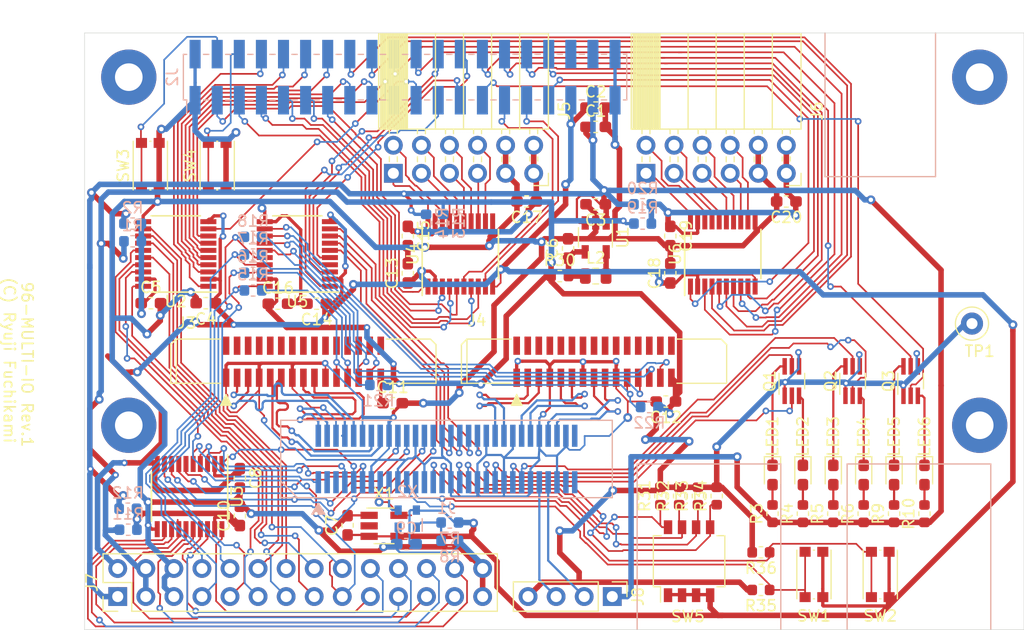
<source format=kicad_pcb>
(kicad_pcb (version 20171130) (host pcbnew "(5.1.5)-3")
  (layers (0 F.Cu signal) (31 B.Cu signal) (34 B.Paste user) (35 F.Paste user) (36 B.SilkS user) (37 F.SilkS user) (38 B.Mask user) (39 F.Mask user) (44 Edge.Cuts user))
  (net 0 "")
  (net 1 GND)
  (net 2 +5V)
  (net 3 +1V8)
  (net 4 /PH1_VDD)
  (net 5 "Net-(C6-Pad1)")
  (net 6 /PH2_VDD)
  (net 7 +3V3)
  (net 8 /PMOD1_VDD)
  (net 9 /PMOD2_VDD)
  (net 10 /HS_SPI1_MOSI)
  (net 11 /HS_CSI0_CLK_P)
  (net 12 "Net-(J1-Pad3)")
  (net 13 /HS_CSI0_CLK_N)
  (net 14 "Net-(J1-Pad5)")
  (net 15 /HS_SPI1_CS)
  (net 16 /HS_CSI0_D0_P)
  (net 17 /HS_SPI1_SCLK)
  (net 18 /HS_CSI0_D0_N)
  (net 19 /HS_SPI1_MISO)
  (net 20 /HS_CSI0_D1_P)
  (net 21 /HS_CSI0_MCLK)
  (net 22 /HS_CSI0_D1_N)
  (net 23 /HS_CSI1_MCLK)
  (net 24 /HS_CSI0_D2_P)
  (net 25 /HS_DSI_CLK_P)
  (net 26 /HS_CSI0_D2_N)
  (net 27 /HS_DSI_CLK_N)
  (net 28 /HS_CSI0_D3_P)
  (net 29 /HS_DSI_D0_P)
  (net 30 /HS_CSI0_D3_N)
  (net 31 /HS_DSI_D0_N)
  (net 32 /HS_I2C2_SCL)
  (net 33 /HS_DSI_D1_P)
  (net 34 /HS_I2C2_SDA)
  (net 35 /HS_DSI_D1_N)
  (net 36 /HS_I2C3_SCL)
  (net 37 /HS_I2C3_SDA)
  (net 38 /HS_DSI_D2_P)
  (net 39 /HS_DSI_D2_N)
  (net 40 /HS_CSI1_D0_P)
  (net 41 /HS_CSI1_D0_N)
  (net 42 /HS_DSI_D3_P)
  (net 43 /HS_DSI_D3_N)
  (net 44 /HS_CSI1_D1_P)
  (net 45 /HS_CSI1_D1_N)
  (net 46 /HS_USB2D3_P)
  (net 47 /HS_USB2D3_N)
  (net 48 /HS_CSI1_CLK_P)
  (net 49 /HS_CSI1_CLK_N)
  (net 50 "Net-(J1-Pad57)")
  (net 51 "Net-(J1-Pad59)")
  (net 52 "Net-(J1-Pad60)")
  (net 53 /LS_GPIO_15)
  (net 54 /LS_GPIO_8)
  (net 55 /LS_GPIO_14)
  (net 56 /LS_GPIO_7)
  (net 57 /LS_GPIO_13)
  (net 58 /LS_GPIO_6)
  (net 59 /LS_PS_GPIO_5)
  (net 60 /LS_PS_GPIO_4)
  (net 61 /LS_PS_GPIO_3)
  (net 62 /LS_PS_GPIO_2)
  (net 63 /LS_PS_GPIO_1)
  (net 64 /LS_PS_GPIO_0)
  (net 65 /LS_GPIO_12)
  (net 66 /LS_I2C1_SDA)
  (net 67 /LS_GPIO_11)
  (net 68 /LS_I2C1_SCL)
  (net 69 /LS_GPIO_10)
  (net 70 /LS_I2C0_SDA)
  (net 71 /LS_GPIO_9)
  (net 72 /LS_I2C0_SCL)
  (net 73 /LS_SPI0_MOSI)
  (net 74 /LS_GPIO_5)
  (net 75 /LS_SPI0_CS)
  (net 76 /LS_GPIO_4)
  (net 77 /LS_SPI0_MISO)
  (net 78 /LS_GPIO_3)
  (net 79 /LS_SPI0_SCLK)
  (net 80 /LS_GPIO_2)
  (net 81 /RST_PB_N)
  (net 82 /LS_GPIO_1)
  (net 83 /PWR_PB_N)
  (net 84 /LS_GPIO_0)
  (net 85 /CAM0_SDA)
  (net 86 /CAM0_SCL)
  (net 87 /CAM0_CLK)
  (net 88 /CAM0_GPIO)
  (net 89 /CAM1_GPIO)
  (net 90 /CAM1_CLK)
  (net 91 /CAM1_SCL)
  (net 92 /CAM1_SDA)
  (net 93 /PMOD1_7)
  (net 94 /PMOD1_1)
  (net 95 /PMOD1_8)
  (net 96 /PMOD1_2)
  (net 97 /PMOD1_9)
  (net 98 /PMOD1_3)
  (net 99 /PMOD1_10)
  (net 100 /PMOD1_4)
  (net 101 /PMOD2_7)
  (net 102 /PMOD2_1)
  (net 103 /PMOD2_8)
  (net 104 /PMOD2_2)
  (net 105 /PMOD2_9)
  (net 106 /PMOD2_3)
  (net 107 /PMOD2_10)
  (net 108 /PMOD2_4)
  (net 109 /PH_GPIO_D)
  (net 110 /PH_GPIO_B)
  (net 111 /PH_GPIO_C)
  (net 112 /PH_GPIO_A)
  (net 113 /PH_SPI1_MOSI)
  (net 114 /PH_SPI1_MISO)
  (net 115 /PH_SPI1_CS)
  (net 116 /PH_SPI1_SCLK)
  (net 117 /PH_SPI0_MOSI)
  (net 118 /PH_SPI0_MISO)
  (net 119 /PH_SPI0_CS)
  (net 120 /PH_SPI0_SCLK)
  (net 121 /PH_I2C1_SDA)
  (net 122 /PH_I2C0_SDA)
  (net 123 /PH_I2C1_SCL)
  (net 124 /PH_I2C0_SCL)
  (net 125 /PS_3V3_GPIO_3)
  (net 126 /PS_3V3_GPIO_1)
  (net 127 /PS_3V3_GPIO_2)
  (net 128 /PS_3V3_GPIO_0)
  (net 129 "Net-(L2-Pad2)")
  (net 130 "Net-(R7-Pad1)")
  (net 131 "Net-(X1-Pad2)")
  (net 132 /VSYS_IN1)
  (net 133 /VSYS_IN0)
  (net 134 "Net-(LED1-Pad2)")
  (net 135 "Net-(LED1-Pad1)")
  (net 136 "Net-(LED2-Pad2)")
  (net 137 "Net-(LED2-Pad1)")
  (net 138 "Net-(LED3-Pad2)")
  (net 139 "Net-(LED3-Pad1)")
  (net 140 "Net-(LED4-Pad2)")
  (net 141 "Net-(LED4-Pad1)")
  (net 142 "Net-(LED5-Pad2)")
  (net 143 "Net-(LED5-Pad1)")
  (net 144 "Net-(LED6-Pad2)")
  (net 145 "Net-(LED6-Pad1)")
  (module Resistor_SMD:R_0603_1608Metric (layer B.Cu) (at 151.1 133.85)
    (fp_text reference R22 (at 0 1.43) (layer B.SilkS) (effects (justify mirror)))
    (fp_text value 0)
    (pad 2 smd roundrect (at 0.7875 0) (size 0.875 0.95) (layers B.Cu B.Paste B.Mask) (net 7 +3V3))
    (pad 1 smd roundrect (at -0.7875 0) (size 0.875 0.95) (layers B.Cu B.Paste B.Mask) (net 89 /CAM1_GPIO))
  )
  (module Resistor_SMD:R_0603_1608Metric (layer B.Cu) (at 126.6 131.85)
    (fp_text reference R21 (at 0 1.43) (layer B.SilkS) (effects (justify mirror)))
    (fp_text value 0)
    (pad 2 smd roundrect (at 0.7875 0) (size 0.875 0.95) (layers B.Cu B.Paste B.Mask) (net 7 +3V3))
    (pad 1 smd roundrect (at -0.7875 0) (size 0.875 0.95) (layers B.Cu B.Paste B.Mask) (net 88 /CAM0_GPIO))
  )
  (module Button_Switch_SMD:SW_DIP_SPSTx04_Slide_Omron_A6H-4101_W6.15mm_P1.27mm (layer F.Cu) (at 154.7 147.8 90)
    (fp_text reference SW5 (at -5 -0.1 180) (layer F.SilkS))
    (fp_text value GDH04S04)
    (pad 8 smd rect (at 3.075 -1.905 90) (size 1.25 0.76) (layers F.Cu F.Paste F.Mask) (net 29 /HS_DSI_D0_P))
    (pad 4 smd rect (at -3.075 1.905 90) (size 1.25 0.76) (layers F.Cu F.Paste F.Mask) (net 3 +1V8))
    (pad 7 smd rect (at 3.075 -0.635 90) (size 1.25 0.76) (layers F.Cu F.Paste F.Mask) (net 31 /HS_DSI_D0_N))
    (pad 3 smd rect (at -3.075 0.635 90) (size 1.25 0.76) (layers F.Cu F.Paste F.Mask) (net 3 +1V8))
    (pad 6 smd rect (at 3.075 0.635 90) (size 1.25 0.76) (layers F.Cu F.Paste F.Mask) (net 33 /HS_DSI_D1_P))
    (pad 2 smd rect (at -3.075 -0.635 90) (size 1.25 0.76) (layers F.Cu F.Paste F.Mask) (net 3 +1V8))
    (pad 5 smd rect (at 3.075 1.905 90) (size 1.25 0.76) (layers F.Cu F.Paste F.Mask) (net 35 /HS_DSI_D1_N))
    (pad 1 smd rect (at -3.075 -1.905 90) (size 1.25 0.76) (layers F.Cu F.Paste F.Mask) (net 3 +1V8))
  )
  (module myfootprint:PMOD_Master (layer F.Cu) (at 127.94 112.7 270)
    (fp_text reference J5 (at -5.65 -15.47 90) (layer F.SilkS))
    (fp_text value PMOD)
    (pad 7 thru_hole oval (at -2.54 0 270) (size 1.7 1.7) (drill 1) (layers *.Cu *.Mask) (net 93 /PMOD1_7))
    (pad 1 thru_hole rect (at 0 0 270) (size 1.7 1.7) (drill 1) (layers *.Cu *.Mask) (net 94 /PMOD1_1))
    (pad 8 thru_hole oval (at -2.54 -2.54 270) (size 1.7 1.7) (drill 1) (layers *.Cu *.Mask) (net 95 /PMOD1_8))
    (pad 2 thru_hole oval (at 0 -2.54 270) (size 1.7 1.7) (drill 1) (layers *.Cu *.Mask) (net 96 /PMOD1_2))
    (pad 9 thru_hole oval (at -2.54 -5.08 270) (size 1.7 1.7) (drill 1) (layers *.Cu *.Mask) (net 97 /PMOD1_9))
    (pad 3 thru_hole oval (at 0 -5.08 270) (size 1.7 1.7) (drill 1) (layers *.Cu *.Mask) (net 98 /PMOD1_3))
    (pad 10 thru_hole oval (at -2.54 -7.62 270) (size 1.7 1.7) (drill 1) (layers *.Cu *.Mask) (net 99 /PMOD1_10))
    (pad 4 thru_hole oval (at 0 -7.62 270) (size 1.7 1.7) (drill 1) (layers *.Cu *.Mask) (net 100 /PMOD1_4))
    (pad 11 thru_hole oval (at -2.54 -10.16 270) (size 1.7 1.7) (drill 1) (layers *.Cu *.Mask) (net 1 GND))
    (pad 5 thru_hole oval (at 0 -10.16 270) (size 1.7 1.7) (drill 1) (layers *.Cu *.Mask) (net 1 GND))
    (pad 12 thru_hole oval (at -2.54 -12.7 270) (size 1.7 1.7) (drill 1) (layers *.Cu *.Mask) (net 8 /PMOD1_VDD))
    (pad 6 thru_hole circle (at 0 -12.7 270) (size 1.7 1.7) (drill 1) (layers *.Cu *.Mask) (net 8 /PMOD1_VDD))
  )
  (module Capacitor_SMD:C_0603_1608Metric_Pad1.05x0.95mm_HandSolder (layer F.Cu) (at 146.25 115.5 180)
    (fp_text reference C3 (at 0 -1.43) (layer F.SilkS))
    (fp_text value 4.7uF)
    (pad 2 smd roundrect (at 0.875 0 180) (size 1.05 0.95) (layers F.Cu F.Paste F.Mask) (net 1 GND))
    (pad 1 smd roundrect (at -0.875 0 180) (size 1.05 0.95) (layers F.Cu F.Paste F.Mask) (net 2 +5V))
  )
  (module Package_TO_SOT_SMD:TSOT-23-5 (layer F.Cu) (at 146.25 118.5 270)
    (fp_text reference U1 (at 0 -2.45 90) (layer F.SilkS))
    (fp_text value "LM3671MF-3.3/NOPB ")
    (pad 5 smd rect (at 1.31 -0.95 270) (size 1.22 0.65) (layers F.Cu F.Paste F.Mask) (net 129 "Net-(L2-Pad2)"))
    (pad 4 smd rect (at 1.31 0.95 270) (size 1.22 0.65) (layers F.Cu F.Paste F.Mask) (net 5 "Net-(C6-Pad1)"))
    (pad 3 smd rect (at -1.31 0.95 270) (size 1.22 0.65) (layers F.Cu F.Paste F.Mask) (net 2 +5V))
    (pad 2 smd rect (at -1.31 0 270) (size 1.22 0.65) (layers F.Cu F.Paste F.Mask) (net 1 GND))
    (pad 1 smd rect (at -1.31 -0.95 270) (size 1.22 0.65) (layers F.Cu F.Paste F.Mask) (net 2 +5V))
  )
  (module LED_SMD:LED_0603_1608Metric_Pad1.05x0.95mm_HandSolder (layer F.Cu) (at 176 140 270)
    (fp_text reference LED6 (at -3.5 0 90) (layer F.SilkS))
    (fp_text value SML-512MWT86)
    (pad 2 smd roundrect (at 0.875 0 270) (size 1.05 0.95) (layers F.Cu F.Paste F.Mask) (net 144 "Net-(LED6-Pad2)"))
    (pad 1 smd roundrect (at -0.875 0 270) (size 1.05 0.95) (layers F.Cu F.Paste F.Mask) (net 145 "Net-(LED6-Pad1)"))
  )
  (module LED_SMD:LED_0603_1608Metric_Pad1.05x0.95mm_HandSolder (layer F.Cu) (at 173.25 140 270)
    (fp_text reference LED5 (at -3.5 0 90) (layer F.SilkS))
    (fp_text value SML-512MWT86)
    (pad 2 smd roundrect (at 0.875 0 270) (size 1.05 0.95) (layers F.Cu F.Paste F.Mask) (net 142 "Net-(LED5-Pad2)"))
    (pad 1 smd roundrect (at -0.875 0 270) (size 1.05 0.95) (layers F.Cu F.Paste F.Mask) (net 143 "Net-(LED5-Pad1)"))
  )
  (module LED_SMD:LED_0603_1608Metric_Pad1.05x0.95mm_HandSolder (layer F.Cu) (at 170.5 140 270)
    (fp_text reference LED4 (at -3.5 0 90) (layer F.SilkS))
    (fp_text value SML-512MWT86)
    (pad 2 smd roundrect (at 0.875 0 270) (size 1.05 0.95) (layers F.Cu F.Paste F.Mask) (net 140 "Net-(LED4-Pad2)"))
    (pad 1 smd roundrect (at -0.875 0 270) (size 1.05 0.95) (layers F.Cu F.Paste F.Mask) (net 141 "Net-(LED4-Pad1)"))
  )
  (module LED_SMD:LED_0603_1608Metric_Pad1.05x0.95mm_HandSolder (layer F.Cu) (at 165 140 270)
    (fp_text reference LED2 (at -3.5 0 90) (layer F.SilkS))
    (fp_text value SML-512MWT86)
    (pad 2 smd roundrect (at 0.875 0 270) (size 1.05 0.95) (layers F.Cu F.Paste F.Mask) (net 136 "Net-(LED2-Pad2)"))
    (pad 1 smd roundrect (at -0.875 0 270) (size 1.05 0.95) (layers F.Cu F.Paste F.Mask) (net 137 "Net-(LED2-Pad1)"))
  )
  (module myfootprint:PinHeader_2x20_P2.00mm_Vertical_SMD_REV (layer B.Cu) (at 110 104 270)
    (fp_text reference J2 (at 0 2.06 270) (layer B.SilkS) (effects (justify mirror)))
    (fp_text value 57202-G52-20LF)
    (pad 40 smd rect (at -2.085 -38 270) (size 2.58 1) (layers B.Cu B.Paste B.Mask) (net 1 GND))
    (pad 39 smd rect (at 2.085 -38 270) (size 2.58 1) (layers B.Cu B.Paste B.Mask) (net 1 GND))
    (pad 38 smd rect (at -2.085 -36 270) (size 2.58 1) (layers B.Cu B.Paste B.Mask) (net 132 /VSYS_IN1))
    (pad 37 smd rect (at 2.085 -36 270) (size 2.58 1) (layers B.Cu B.Paste B.Mask) (net 2 +5V))
    (pad 36 smd rect (at -2.085 -34 270) (size 2.58 1) (layers B.Cu B.Paste B.Mask) (net 133 /VSYS_IN0))
    (pad 35 smd rect (at 2.085 -34 270) (size 2.58 1) (layers B.Cu B.Paste B.Mask) (net 3 +1V8))
    (pad 34 smd rect (at -2.085 -32 270) (size 2.58 1) (layers B.Cu B.Paste B.Mask) (net 53 /LS_GPIO_15))
    (pad 33 smd rect (at 2.085 -32 270) (size 2.58 1) (layers B.Cu B.Paste B.Mask) (net 54 /LS_GPIO_8))
    (pad 32 smd rect (at -2.085 -30 270) (size 2.58 1) (layers B.Cu B.Paste B.Mask) (net 55 /LS_GPIO_14))
    (pad 31 smd rect (at 2.085 -30 270) (size 2.58 1) (layers B.Cu B.Paste B.Mask) (net 56 /LS_GPIO_7))
    (pad 30 smd rect (at -2.085 -28 270) (size 2.58 1) (layers B.Cu B.Paste B.Mask) (net 57 /LS_GPIO_13))
    (pad 29 smd rect (at 2.085 -28 270) (size 2.58 1) (layers B.Cu B.Paste B.Mask) (net 58 /LS_GPIO_6))
    (pad 28 smd rect (at -2.085 -26 270) (size 2.58 1) (layers B.Cu B.Paste B.Mask) (net 59 /LS_PS_GPIO_5))
    (pad 27 smd rect (at 2.085 -26 270) (size 2.58 1) (layers B.Cu B.Paste B.Mask) (net 60 /LS_PS_GPIO_4))
    (pad 26 smd rect (at -2.085 -24 270) (size 2.58 1) (layers B.Cu B.Paste B.Mask) (net 61 /LS_PS_GPIO_3))
    (pad 25 smd rect (at 2.085 -24 270) (size 2.58 1) (layers B.Cu B.Paste B.Mask) (net 62 /LS_PS_GPIO_2))
    (pad 24 smd rect (at -2.085 -22 270) (size 2.58 1) (layers B.Cu B.Paste B.Mask) (net 63 /LS_PS_GPIO_1))
    (pad 23 smd rect (at 2.085 -22 270) (size 2.58 1) (layers B.Cu B.Paste B.Mask) (net 64 /LS_PS_GPIO_0))
    (pad 22 smd rect (at -2.085 -20 270) (size 2.58 1) (layers B.Cu B.Paste B.Mask) (net 65 /LS_GPIO_12))
    (pad 21 smd rect (at 2.085 -20 270) (size 2.58 1) (layers B.Cu B.Paste B.Mask) (net 66 /LS_I2C1_SDA))
    (pad 20 smd rect (at -2.085 -18 270) (size 2.58 1) (layers B.Cu B.Paste B.Mask) (net 67 /LS_GPIO_11))
    (pad 19 smd rect (at 2.085 -18 270) (size 2.58 1) (layers B.Cu B.Paste B.Mask) (net 68 /LS_I2C1_SCL))
    (pad 18 smd rect (at -2.085 -16 270) (size 2.58 1) (layers B.Cu B.Paste B.Mask) (net 69 /LS_GPIO_10))
    (pad 17 smd rect (at 2.085 -16 270) (size 2.58 1) (layers B.Cu B.Paste B.Mask) (net 70 /LS_I2C0_SDA))
    (pad 16 smd rect (at -2.085 -14 270) (size 2.58 1) (layers B.Cu B.Paste B.Mask) (net 71 /LS_GPIO_9))
    (pad 15 smd rect (at 2.085 -14 270) (size 2.58 1) (layers B.Cu B.Paste B.Mask) (net 72 /LS_I2C0_SCL))
    (pad 14 smd rect (at -2.085 -12 270) (size 2.58 1) (layers B.Cu B.Paste B.Mask) (net 73 /LS_SPI0_MOSI))
    (pad 13 smd rect (at 2.085 -12 270) (size 2.58 1) (layers B.Cu B.Paste B.Mask) (net 74 /LS_GPIO_5))
    (pad 12 smd rect (at -2.085 -10 270) (size 2.58 1) (layers B.Cu B.Paste B.Mask) (net 75 /LS_SPI0_CS))
    (pad 11 smd rect (at 2.085 -10 270) (size 2.58 1) (layers B.Cu B.Paste B.Mask) (net 76 /LS_GPIO_4))
    (pad 10 smd rect (at -2.085 -8 270) (size 2.58 1) (layers B.Cu B.Paste B.Mask) (net 77 /LS_SPI0_MISO))
    (pad 9 smd rect (at 2.085 -8 270) (size 2.58 1) (layers B.Cu B.Paste B.Mask) (net 78 /LS_GPIO_3))
    (pad 8 smd rect (at -2.085 -6 270) (size 2.58 1) (layers B.Cu B.Paste B.Mask) (net 79 /LS_SPI0_SCLK))
    (pad 7 smd rect (at 2.085 -6 270) (size 2.58 1) (layers B.Cu B.Paste B.Mask) (net 80 /LS_GPIO_2))
    (pad 6 smd rect (at -2.085 -4 270) (size 2.58 1) (layers B.Cu B.Paste B.Mask) (net 81 /RST_PB_N))
    (pad 5 smd rect (at 2.085 -4 270) (size 2.58 1) (layers B.Cu B.Paste B.Mask) (net 82 /LS_GPIO_1))
    (pad 4 smd rect (at -2.085 -2 270) (size 2.58 1) (layers B.Cu B.Paste B.Mask) (net 83 /PWR_PB_N))
    (pad 3 smd rect (at 2.085 -2 270) (size 2.58 1) (layers B.Cu B.Paste B.Mask) (net 84 /LS_GPIO_0))
    (pad 2 smd rect (at -2.085 0 270) (size 2.58 1) (layers B.Cu B.Paste B.Mask) (net 1 GND))
    (pad 1 smd rect (at 2.085 0 270) (size 2.58 1) (layers B.Cu B.Paste B.Mask) (net 1 GND))
  )
  (module Oscillator:Oscillator_SMD_Abracon_ASDMB-4Pin_2.5x2.0mm (layer B.Cu) (at 129.2 143.95 180)
    (fp_text reference X2 (at 0 2.45 180) (layer B.SilkS) (effects (justify mirror)))
    (fp_text value <xxxMHz>)
    (pad 4 smd rect (at -0.825 0.775 180) (size 0.65 0.85) (layers B.Cu B.Paste B.Mask) (net 3 +1V8))
    (pad 3 smd rect (at 0.825 0.775 180) (size 0.65 0.85) (layers B.Cu B.Paste B.Mask) (net 23 /HS_CSI1_MCLK))
    (pad 2 smd rect (at 0.825 -0.775 180) (size 0.65 0.85) (layers B.Cu B.Paste B.Mask) (net 1 GND))
    (pad 1 smd rect (at -0.825 -0.775 180) (size 0.65 0.85) (layers B.Cu B.Paste B.Mask) (net 130 "Net-(R7-Pad1)"))
  )
  (module Package_TO_SOT_SMD:SOT-23-5_HandSoldering (layer F.Cu) (at 127.1 144.6)
    (fp_text reference X1 (at 0 -2.9) (layer F.SilkS))
    (fp_text value SIT2024BA-S3-18E-25.000000G)
    (pad 5 smd rect (at 1.35 -0.95) (size 1.56 0.65) (layers F.Cu F.Paste F.Mask) (net 21 /HS_CSI0_MCLK))
    (pad 4 smd rect (at 1.35 0.95) (size 1.56 0.65) (layers F.Cu F.Paste F.Mask) (net 3 +1V8))
    (pad 3 smd rect (at -1.35 0.95) (size 1.56 0.65) (layers F.Cu F.Paste F.Mask) (net 3 +1V8))
    (pad 2 smd rect (at -1.35 0) (size 1.56 0.65) (layers F.Cu F.Paste F.Mask) (net 131 "Net-(X1-Pad2)"))
    (pad 1 smd rect (at -1.35 -0.95) (size 1.56 0.65) (layers F.Cu F.Paste F.Mask) (net 1 GND))
  )
  (module Package_SO:TSSOP-20_4.4x6.5mm_P0.65mm (layer F.Cu) (at 157.75 120 90)
    (fp_text reference U6 (at 0 -4.3 90) (layer F.SilkS))
    (fp_text value TXS0108EPW)
    (pad 20 smd rect (at 2.95 -2.925 90) (size 1.45 0.45) (layers F.Cu F.Paste F.Mask) (net 102 /PMOD2_1))
    (pad 19 smd rect (at 2.95 -2.275 90) (size 1.45 0.45) (layers F.Cu F.Paste F.Mask) (net 9 /PMOD2_VDD))
    (pad 18 smd rect (at 2.95 -1.625 90) (size 1.45 0.45) (layers F.Cu F.Paste F.Mask) (net 101 /PMOD2_7))
    (pad 17 smd rect (at 2.95 -0.975 90) (size 1.45 0.45) (layers F.Cu F.Paste F.Mask) (net 104 /PMOD2_2))
    (pad 16 smd rect (at 2.95 -0.325 90) (size 1.45 0.45) (layers F.Cu F.Paste F.Mask) (net 103 /PMOD2_8))
    (pad 15 smd rect (at 2.95 0.325 90) (size 1.45 0.45) (layers F.Cu F.Paste F.Mask) (net 106 /PMOD2_3))
    (pad 14 smd rect (at 2.95 0.975 90) (size 1.45 0.45) (layers F.Cu F.Paste F.Mask) (net 105 /PMOD2_9))
    (pad 13 smd rect (at 2.95 1.625 90) (size 1.45 0.45) (layers F.Cu F.Paste F.Mask) (net 108 /PMOD2_4))
    (pad 12 smd rect (at 2.95 2.275 90) (size 1.45 0.45) (layers F.Cu F.Paste F.Mask) (net 107 /PMOD2_10))
    (pad 11 smd rect (at 2.95 2.925 90) (size 1.45 0.45) (layers F.Cu F.Paste F.Mask) (net 1 GND))
    (pad 10 smd rect (at -2.95 2.925 90) (size 1.45 0.45) (layers F.Cu F.Paste F.Mask) (net 3 +1V8))
    (pad 9 smd rect (at -2.95 2.275 90) (size 1.45 0.45) (layers F.Cu F.Paste F.Mask) (net 53 /LS_GPIO_15))
    (pad 8 smd rect (at -2.95 1.625 90) (size 1.45 0.45) (layers F.Cu F.Paste F.Mask) (net 67 /LS_GPIO_11))
    (pad 7 smd rect (at -2.95 0.975 90) (size 1.45 0.45) (layers F.Cu F.Paste F.Mask) (net 55 /LS_GPIO_14))
    (pad 6 smd rect (at -2.95 0.325 90) (size 1.45 0.45) (layers F.Cu F.Paste F.Mask) (net 69 /LS_GPIO_10))
    (pad 5 smd rect (at -2.95 -0.325 90) (size 1.45 0.45) (layers F.Cu F.Paste F.Mask) (net 57 /LS_GPIO_13))
    (pad 4 smd rect (at -2.95 -0.975 90) (size 1.45 0.45) (layers F.Cu F.Paste F.Mask) (net 71 /LS_GPIO_9))
    (pad 3 smd rect (at -2.95 -1.625 90) (size 1.45 0.45) (layers F.Cu F.Paste F.Mask) (net 65 /LS_GPIO_12))
    (pad 2 smd rect (at -2.95 -2.275 90) (size 1.45 0.45) (layers F.Cu F.Paste F.Mask) (net 3 +1V8))
    (pad 1 smd rect (at -2.95 -2.925 90) (size 1.45 0.45) (layers F.Cu F.Paste F.Mask) (net 54 /LS_GPIO_8))
  )
  (module Package_SO:TSSOP-20_4.4x6.5mm_P0.65mm (layer F.Cu) (at 119.25 120 180)
    (fp_text reference U5 (at 0 -4.3) (layer F.SilkS))
    (fp_text value TXS0108EPW)
    (pad 20 smd rect (at 2.95 -2.925 180) (size 1.45 0.45) (layers F.Cu F.Paste F.Mask) (net 128 /PS_3V3_GPIO_0))
    (pad 19 smd rect (at 2.95 -2.275 180) (size 1.45 0.45) (layers F.Cu F.Paste F.Mask) (net 7 +3V3))
    (pad 18 smd rect (at 2.95 -1.625 180) (size 1.45 0.45) (layers F.Cu F.Paste F.Mask) (net 126 /PS_3V3_GPIO_1))
    (pad 17 smd rect (at 2.95 -0.975 180) (size 1.45 0.45) (layers F.Cu F.Paste F.Mask) (net 127 /PS_3V3_GPIO_2))
    (pad 16 smd rect (at 2.95 -0.325 180) (size 1.45 0.45) (layers F.Cu F.Paste F.Mask) (net 125 /PS_3V3_GPIO_3))
    (pad 15 smd rect (at 2.95 0.325 180) (size 1.45 0.45) (layers F.Cu F.Paste F.Mask) (net 86 /CAM0_SCL))
    (pad 14 smd rect (at 2.95 0.975 180) (size 1.45 0.45) (layers F.Cu F.Paste F.Mask) (net 85 /CAM0_SDA))
    (pad 13 smd rect (at 2.95 1.625 180) (size 1.45 0.45) (layers F.Cu F.Paste F.Mask) (net 91 /CAM1_SCL))
    (pad 12 smd rect (at 2.95 2.275 180) (size 1.45 0.45) (layers F.Cu F.Paste F.Mask) (net 92 /CAM1_SDA))
    (pad 11 smd rect (at 2.95 2.925 180) (size 1.45 0.45) (layers F.Cu F.Paste F.Mask) (net 1 GND))
    (pad 10 smd rect (at -2.95 2.925 180) (size 1.45 0.45) (layers F.Cu F.Paste F.Mask) (net 3 +1V8))
    (pad 9 smd rect (at -2.95 2.275 180) (size 1.45 0.45) (layers F.Cu F.Paste F.Mask) (net 37 /HS_I2C3_SDA))
    (pad 8 smd rect (at -2.95 1.625 180) (size 1.45 0.45) (layers F.Cu F.Paste F.Mask) (net 36 /HS_I2C3_SCL))
    (pad 7 smd rect (at -2.95 0.975 180) (size 1.45 0.45) (layers F.Cu F.Paste F.Mask) (net 34 /HS_I2C2_SDA))
    (pad 6 smd rect (at -2.95 0.325 180) (size 1.45 0.45) (layers F.Cu F.Paste F.Mask) (net 32 /HS_I2C2_SCL))
    (pad 5 smd rect (at -2.95 -0.325 180) (size 1.45 0.45) (layers F.Cu F.Paste F.Mask) (net 61 /LS_PS_GPIO_3))
    (pad 4 smd rect (at -2.95 -0.975 180) (size 1.45 0.45) (layers F.Cu F.Paste F.Mask) (net 62 /LS_PS_GPIO_2))
    (pad 3 smd rect (at -2.95 -1.625 180) (size 1.45 0.45) (layers F.Cu F.Paste F.Mask) (net 63 /LS_PS_GPIO_1))
    (pad 2 smd rect (at -2.95 -2.275 180) (size 1.45 0.45) (layers F.Cu F.Paste F.Mask) (net 3 +1V8))
    (pad 1 smd rect (at -2.95 -2.925 180) (size 1.45 0.45) (layers F.Cu F.Paste F.Mask) (net 64 /LS_PS_GPIO_0))
  )
  (module Package_SO:TSSOP-20_4.4x6.5mm_P0.65mm (layer F.Cu) (at 134 120 90)
    (fp_text reference U4 (at 0 -4.3 90) (layer F.SilkS))
    (fp_text value TXS0108EPW)
    (pad 20 smd rect (at 2.95 -2.925 90) (size 1.45 0.45) (layers F.Cu F.Paste F.Mask) (net 94 /PMOD1_1))
    (pad 19 smd rect (at 2.95 -2.275 90) (size 1.45 0.45) (layers F.Cu F.Paste F.Mask) (net 8 /PMOD1_VDD))
    (pad 18 smd rect (at 2.95 -1.625 90) (size 1.45 0.45) (layers F.Cu F.Paste F.Mask) (net 93 /PMOD1_7))
    (pad 17 smd rect (at 2.95 -0.975 90) (size 1.45 0.45) (layers F.Cu F.Paste F.Mask) (net 96 /PMOD1_2))
    (pad 16 smd rect (at 2.95 -0.325 90) (size 1.45 0.45) (layers F.Cu F.Paste F.Mask) (net 95 /PMOD1_8))
    (pad 15 smd rect (at 2.95 0.325 90) (size 1.45 0.45) (layers F.Cu F.Paste F.Mask) (net 98 /PMOD1_3))
    (pad 14 smd rect (at 2.95 0.975 90) (size 1.45 0.45) (layers F.Cu F.Paste F.Mask) (net 97 /PMOD1_9))
    (pad 13 smd rect (at 2.95 1.625 90) (size 1.45 0.45) (layers F.Cu F.Paste F.Mask) (net 100 /PMOD1_4))
    (pad 12 smd rect (at 2.95 2.275 90) (size 1.45 0.45) (layers F.Cu F.Paste F.Mask) (net 99 /PMOD1_10))
    (pad 11 smd rect (at 2.95 2.925 90) (size 1.45 0.45) (layers F.Cu F.Paste F.Mask) (net 1 GND))
    (pad 10 smd rect (at -2.95 2.925 90) (size 1.45 0.45) (layers F.Cu F.Paste F.Mask) (net 3 +1V8))
    (pad 9 smd rect (at -2.95 2.275 90) (size 1.45 0.45) (layers F.Cu F.Paste F.Mask) (net 56 /LS_GPIO_7))
    (pad 8 smd rect (at -2.95 1.625 90) (size 1.45 0.45) (layers F.Cu F.Paste F.Mask) (net 78 /LS_GPIO_3))
    (pad 7 smd rect (at -2.95 0.975 90) (size 1.45 0.45) (layers F.Cu F.Paste F.Mask) (net 80 /LS_GPIO_2))
    (pad 6 smd rect (at -2.95 0.325 90) (size 1.45 0.45) (layers F.Cu F.Paste F.Mask) (net 58 /LS_GPIO_6))
    (pad 5 smd rect (at -2.95 -0.325 90) (size 1.45 0.45) (layers F.Cu F.Paste F.Mask) (net 74 /LS_GPIO_5))
    (pad 4 smd rect (at -2.95 -0.975 90) (size 1.45 0.45) (layers F.Cu F.Paste F.Mask) (net 82 /LS_GPIO_1))
    (pad 3 smd rect (at -2.95 -1.625 90) (size 1.45 0.45) (layers F.Cu F.Paste F.Mask) (net 76 /LS_GPIO_4))
    (pad 2 smd rect (at -2.95 -2.275 90) (size 1.45 0.45) (layers F.Cu F.Paste F.Mask) (net 3 +1V8))
    (pad 1 smd rect (at -2.95 -2.925 90) (size 1.45 0.45) (layers F.Cu F.Paste F.Mask) (net 84 /LS_GPIO_0))
  )
  (module Package_SO:TSSOP-20_4.4x6.5mm_P0.65mm (layer F.Cu) (at 109.5 141.95 270)
    (fp_text reference U3 (at 0 -4.3 90) (layer F.SilkS))
    (fp_text value TXS0108EPW)
    (pad 20 smd rect (at 2.95 -2.925 270) (size 1.45 0.45) (layers F.Cu F.Paste F.Mask) (net 116 /PH_SPI1_SCLK))
    (pad 19 smd rect (at 2.95 -2.275 270) (size 1.45 0.45) (layers F.Cu F.Paste F.Mask) (net 6 /PH2_VDD))
    (pad 18 smd rect (at 2.95 -1.625 270) (size 1.45 0.45) (layers F.Cu F.Paste F.Mask) (net 114 /PH_SPI1_MISO))
    (pad 17 smd rect (at 2.95 -0.975 270) (size 1.45 0.45) (layers F.Cu F.Paste F.Mask) (net 115 /PH_SPI1_CS))
    (pad 16 smd rect (at 2.95 -0.325 270) (size 1.45 0.45) (layers F.Cu F.Paste F.Mask) (net 113 /PH_SPI1_MOSI))
    (pad 15 smd rect (at 2.95 0.325 270) (size 1.45 0.45) (layers F.Cu F.Paste F.Mask) (net 112 /PH_GPIO_A))
    (pad 14 smd rect (at 2.95 0.975 270) (size 1.45 0.45) (layers F.Cu F.Paste F.Mask) (net 110 /PH_GPIO_B))
    (pad 13 smd rect (at 2.95 1.625 270) (size 1.45 0.45) (layers F.Cu F.Paste F.Mask) (net 111 /PH_GPIO_C))
    (pad 12 smd rect (at 2.95 2.275 270) (size 1.45 0.45) (layers F.Cu F.Paste F.Mask) (net 109 /PH_GPIO_D))
    (pad 11 smd rect (at 2.95 2.925 270) (size 1.45 0.45) (layers F.Cu F.Paste F.Mask) (net 1 GND))
    (pad 10 smd rect (at -2.95 2.925 270) (size 1.45 0.45) (layers F.Cu F.Paste F.Mask) (net 3 +1V8))
    (pad 9 smd rect (at -2.95 2.275 270) (size 1.45 0.45) (layers F.Cu F.Paste F.Mask) (net 30 /HS_CSI0_D3_N))
    (pad 8 smd rect (at -2.95 1.625 270) (size 1.45 0.45) (layers F.Cu F.Paste F.Mask) (net 28 /HS_CSI0_D3_P))
    (pad 7 smd rect (at -2.95 0.975 270) (size 1.45 0.45) (layers F.Cu F.Paste F.Mask) (net 26 /HS_CSI0_D2_N))
    (pad 6 smd rect (at -2.95 0.325 270) (size 1.45 0.45) (layers F.Cu F.Paste F.Mask) (net 24 /HS_CSI0_D2_P))
    (pad 5 smd rect (at -2.95 -0.325 270) (size 1.45 0.45) (layers F.Cu F.Paste F.Mask) (net 10 /HS_SPI1_MOSI))
    (pad 4 smd rect (at -2.95 -0.975 270) (size 1.45 0.45) (layers F.Cu F.Paste F.Mask) (net 15 /HS_SPI1_CS))
    (pad 3 smd rect (at -2.95 -1.625 270) (size 1.45 0.45) (layers F.Cu F.Paste F.Mask) (net 19 /HS_SPI1_MISO))
    (pad 2 smd rect (at -2.95 -2.275 270) (size 1.45 0.45) (layers F.Cu F.Paste F.Mask) (net 3 +1V8))
    (pad 1 smd rect (at -2.95 -2.925 270) (size 1.45 0.45) (layers F.Cu F.Paste F.Mask) (net 17 /HS_SPI1_SCLK))
  )
  (module Package_SO:TSSOP-20_4.4x6.5mm_P0.65mm (layer F.Cu) (at 108.25 120 180)
    (fp_text reference U2 (at 0 -4.3) (layer F.SilkS))
    (fp_text value TXS0108EPW)
    (pad 20 smd rect (at 2.95 -2.925 180) (size 1.45 0.45) (layers F.Cu F.Paste F.Mask) (net 120 /PH_SPI0_SCLK))
    (pad 19 smd rect (at 2.95 -2.275 180) (size 1.45 0.45) (layers F.Cu F.Paste F.Mask) (net 4 /PH1_VDD))
    (pad 18 smd rect (at 2.95 -1.625 180) (size 1.45 0.45) (layers F.Cu F.Paste F.Mask) (net 118 /PH_SPI0_MISO))
    (pad 17 smd rect (at 2.95 -0.975 180) (size 1.45 0.45) (layers F.Cu F.Paste F.Mask) (net 119 /PH_SPI0_CS))
    (pad 16 smd rect (at 2.95 -0.325 180) (size 1.45 0.45) (layers F.Cu F.Paste F.Mask) (net 117 /PH_SPI0_MOSI))
    (pad 15 smd rect (at 2.95 0.325 180) (size 1.45 0.45) (layers F.Cu F.Paste F.Mask) (net 124 /PH_I2C0_SCL))
    (pad 14 smd rect (at 2.95 0.975 180) (size 1.45 0.45) (layers F.Cu F.Paste F.Mask) (net 122 /PH_I2C0_SDA))
    (pad 13 smd rect (at 2.95 1.625 180) (size 1.45 0.45) (layers F.Cu F.Paste F.Mask) (net 123 /PH_I2C1_SCL))
    (pad 12 smd rect (at 2.95 2.275 180) (size 1.45 0.45) (layers F.Cu F.Paste F.Mask) (net 121 /PH_I2C1_SDA))
    (pad 11 smd rect (at 2.95 2.925 180) (size 1.45 0.45) (layers F.Cu F.Paste F.Mask) (net 1 GND))
    (pad 10 smd rect (at -2.95 2.925 180) (size 1.45 0.45) (layers F.Cu F.Paste F.Mask) (net 3 +1V8))
    (pad 9 smd rect (at -2.95 2.275 180) (size 1.45 0.45) (layers F.Cu F.Paste F.Mask) (net 66 /LS_I2C1_SDA))
    (pad 8 smd rect (at -2.95 1.625 180) (size 1.45 0.45) (layers F.Cu F.Paste F.Mask) (net 68 /LS_I2C1_SCL))
    (pad 7 smd rect (at -2.95 0.975 180) (size 1.45 0.45) (layers F.Cu F.Paste F.Mask) (net 70 /LS_I2C0_SDA))
    (pad 6 smd rect (at -2.95 0.325 180) (size 1.45 0.45) (layers F.Cu F.Paste F.Mask) (net 72 /LS_I2C0_SCL))
    (pad 5 smd rect (at -2.95 -0.325 180) (size 1.45 0.45) (layers F.Cu F.Paste F.Mask) (net 73 /LS_SPI0_MOSI))
    (pad 4 smd rect (at -2.95 -0.975 180) (size 1.45 0.45) (layers F.Cu F.Paste F.Mask) (net 75 /LS_SPI0_CS))
    (pad 3 smd rect (at -2.95 -1.625 180) (size 1.45 0.45) (layers F.Cu F.Paste F.Mask) (net 77 /LS_SPI0_MISO))
    (pad 2 smd rect (at -2.95 -2.275 180) (size 1.45 0.45) (layers F.Cu F.Paste F.Mask) (net 3 +1V8))
    (pad 1 smd rect (at -2.95 -2.925 180) (size 1.45 0.45) (layers F.Cu F.Paste F.Mask) (net 79 /LS_SPI0_SCLK))
  )
  (module TestPoint:TestPoint_Loop_D1.80mm_Drill1.0mm_Beaded (layer F.Cu) (at 180.3 126.3)
    (fp_text reference TP1 (at 0.7 2.5) (layer F.SilkS))
    (fp_text value TP_GND)
    (pad 1 thru_hole circle (at 0 0) (size 2 2) (drill 1) (layers *.Cu *.Mask) (net 1 GND))
  )
  (module Button_Switch_SMD:SW_Push_1P1T_NO_CK_KMR2 (layer F.Cu) (at 112 112 90)
    (fp_text reference SW4 (at 0 -2.45 90) (layer F.SilkS))
    (fp_text value "KMR213G LFG")
    (pad 2 smd rect (at 2.05 0.8 90) (size 0.9 1) (layers F.Cu F.Paste F.Mask) (net 1 GND))
    (pad 1 smd rect (at 2.05 -0.8 90) (size 0.9 1) (layers F.Cu F.Paste F.Mask) (net 81 /RST_PB_N))
    (pad 2 smd rect (at -2.05 0.8 90) (size 0.9 1) (layers F.Cu F.Paste F.Mask) (net 1 GND))
    (pad 1 smd rect (at -2.05 -0.8 90) (size 0.9 1) (layers F.Cu F.Paste F.Mask) (net 81 /RST_PB_N))
  )
  (module Button_Switch_SMD:SW_Push_1P1T_NO_CK_KMR2 (layer F.Cu) (at 105.95 112 90)
    (fp_text reference SW3 (at 0 -2.45 90) (layer F.SilkS))
    (fp_text value "KMR213G LFG")
    (pad 2 smd rect (at 2.05 0.8 90) (size 0.9 1) (layers F.Cu F.Paste F.Mask) (net 1 GND))
    (pad 1 smd rect (at 2.05 -0.8 90) (size 0.9 1) (layers F.Cu F.Paste F.Mask) (net 83 /PWR_PB_N))
    (pad 2 smd rect (at -2.05 0.8 90) (size 0.9 1) (layers F.Cu F.Paste F.Mask) (net 1 GND))
    (pad 1 smd rect (at -2.05 -0.8 90) (size 0.9 1) (layers F.Cu F.Paste F.Mask) (net 83 /PWR_PB_N))
  )
  (module Button_Switch_SMD:SW_Push_1P1T_NO_CK_KMR2 (layer F.Cu) (at 172 149 90)
    (fp_text reference SW2 (at -3.75 0 180) (layer F.SilkS))
    (fp_text value "KMR213G LFG")
    (pad 2 smd rect (at 2.05 0.8 90) (size 0.9 1) (layers F.Cu F.Paste F.Mask) (net 3 +1V8))
    (pad 1 smd rect (at 2.05 -0.8 90) (size 0.9 1) (layers F.Cu F.Paste F.Mask) (net 27 /HS_DSI_CLK_N))
    (pad 2 smd rect (at -2.05 0.8 90) (size 0.9 1) (layers F.Cu F.Paste F.Mask) (net 3 +1V8))
    (pad 1 smd rect (at -2.05 -0.8 90) (size 0.9 1) (layers F.Cu F.Paste F.Mask) (net 27 /HS_DSI_CLK_N))
  )
  (module Button_Switch_SMD:SW_Push_1P1T_NO_CK_KMR2 (layer F.Cu) (at 166 149 90)
    (fp_text reference SW1 (at -3.75 0 180) (layer F.SilkS))
    (fp_text value "KMR213G LFG")
    (pad 2 smd rect (at 2.05 0.8 90) (size 0.9 1) (layers F.Cu F.Paste F.Mask) (net 3 +1V8))
    (pad 1 smd rect (at 2.05 -0.8 90) (size 0.9 1) (layers F.Cu F.Paste F.Mask) (net 25 /HS_DSI_CLK_P))
    (pad 2 smd rect (at -2.05 0.8 90) (size 0.9 1) (layers F.Cu F.Paste F.Mask) (net 3 +1V8))
    (pad 1 smd rect (at -2.05 -0.8 90) (size 0.9 1) (layers F.Cu F.Paste F.Mask) (net 25 /HS_DSI_CLK_P))
  )
  (module Resistor_SMD:R_0603_1608Metric (layer F.Cu) (at 161.2 147 180)
    (fp_text reference R36 (at 0 -1.43) (layer F.SilkS))
    (fp_text value 4.7k)
    (pad 2 smd roundrect (at 0.7875 0 180) (size 0.875 0.95) (layers F.Cu F.Paste F.Mask) (net 1 GND))
    (pad 1 smd roundrect (at -0.7875 0 180) (size 0.875 0.95) (layers F.Cu F.Paste F.Mask) (net 27 /HS_DSI_CLK_N))
  )
  (module Resistor_SMD:R_0603_1608Metric (layer F.Cu) (at 161.2 150.4 180)
    (fp_text reference R35 (at 0 -1.43) (layer F.SilkS))
    (fp_text value 4.7k)
    (pad 2 smd roundrect (at 0.7875 0 180) (size 0.875 0.95) (layers F.Cu F.Paste F.Mask) (net 1 GND))
    (pad 1 smd roundrect (at -0.7875 0 180) (size 0.875 0.95) (layers F.Cu F.Paste F.Mask) (net 25 /HS_DSI_CLK_P))
  )
  (module Resistor_SMD:R_0603_1608Metric (layer F.Cu) (at 157.2 141.9 90)
    (fp_text reference R34 (at 0 -1.43 90) (layer F.SilkS))
    (fp_text value 4.7k)
    (pad 2 smd roundrect (at 0.7875 0 90) (size 0.875 0.95) (layers F.Cu F.Paste F.Mask) (net 1 GND))
    (pad 1 smd roundrect (at -0.7875 0 90) (size 0.875 0.95) (layers F.Cu F.Paste F.Mask) (net 35 /HS_DSI_D1_N))
  )
  (module Resistor_SMD:R_0603_1608Metric (layer F.Cu) (at 155.5 141.9 90)
    (fp_text reference R33 (at 0 -1.43 90) (layer F.SilkS))
    (fp_text value 4.7k)
    (pad 2 smd roundrect (at 0.7875 0 90) (size 0.875 0.95) (layers F.Cu F.Paste F.Mask) (net 1 GND))
    (pad 1 smd roundrect (at -0.7875 0 90) (size 0.875 0.95) (layers F.Cu F.Paste F.Mask) (net 33 /HS_DSI_D1_P))
  )
  (module Resistor_SMD:R_0603_1608Metric (layer F.Cu) (at 153.8 141.9 90)
    (fp_text reference R32 (at 0 -1.43 90) (layer F.SilkS))
    (fp_text value 4.7k)
    (pad 2 smd roundrect (at 0.7875 0 90) (size 0.875 0.95) (layers F.Cu F.Paste F.Mask) (net 1 GND))
    (pad 1 smd roundrect (at -0.7875 0 90) (size 0.875 0.95) (layers F.Cu F.Paste F.Mask) (net 31 /HS_DSI_D0_N))
  )
  (module Resistor_SMD:R_0603_1608Metric (layer F.Cu) (at 152.1 141.9 90)
    (fp_text reference R31 (at 0 -1.43 90) (layer F.SilkS))
    (fp_text value 4.7k)
    (pad 2 smd roundrect (at 0.7875 0 90) (size 0.875 0.95) (layers F.Cu F.Paste F.Mask) (net 1 GND))
    (pad 1 smd roundrect (at -0.7875 0 90) (size 0.875 0.95) (layers F.Cu F.Paste F.Mask) (net 29 /HS_DSI_D0_P))
  )
  (module Resistor_SMD:R_0603_1608Metric (layer F.Cu) (at 143 122)
    (fp_text reference R30 (at 0 -1.43) (layer F.SilkS))
    (fp_text value 0)
    (pad 2 smd roundrect (at 0.7875 0) (size 0.875 0.95) (layers F.Cu F.Paste F.Mask) (net 5 "Net-(C6-Pad1)"))
    (pad 1 smd roundrect (at -0.7875 0) (size 0.875 0.95) (layers F.Cu F.Paste F.Mask) (net 7 +3V3))
  )
  (module Resistor_SMD:R_0603_1608Metric (layer B.Cu) (at 150.5 115.5 180)
    (fp_text reference R20 (at 0 1.43) (layer B.SilkS) (effects (justify mirror)))
    (fp_text value <0>)
    (pad 2 smd roundrect (at 0.7875 0 180) (size 0.875 0.95) (layers B.Cu B.Paste B.Mask) (net 2 +5V))
    (pad 1 smd roundrect (at -0.7875 0 180) (size 0.875 0.95) (layers B.Cu B.Paste B.Mask) (net 9 /PMOD2_VDD))
  )
  (module Resistor_SMD:R_0603_1608Metric (layer B.Cu) (at 150.5 117.25 180)
    (fp_text reference R19 (at 0 1.43) (layer B.SilkS) (effects (justify mirror)))
    (fp_text value 0)
    (pad 2 smd roundrect (at 0.7875 0 180) (size 0.875 0.95) (layers B.Cu B.Paste B.Mask) (net 7 +3V3))
    (pad 1 smd roundrect (at -0.7875 0 180) (size 0.875 0.95) (layers B.Cu B.Paste B.Mask) (net 9 /PMOD2_VDD))
  )
  (module Resistor_SMD:R_0603_1608Metric (layer B.Cu) (at 115.25 118.45 180)
    (fp_text reference R18 (at 0 1.43 180) (layer B.SilkS) (effects (justify mirror)))
    (fp_text value <0>)
    (pad 2 smd roundrect (at 0.7875 0 180) (size 0.875 0.95) (layers B.Cu B.Paste B.Mask) (net 125 /PS_3V3_GPIO_3))
    (pad 1 smd roundrect (at -0.7875 0 180) (size 0.875 0.95) (layers B.Cu B.Paste B.Mask) (net 90 /CAM1_CLK))
  )
  (module Resistor_SMD:R_0603_1608Metric (layer B.Cu) (at 115.25 120.05 180)
    (fp_text reference R17 (at 0 1.43 180) (layer B.SilkS) (effects (justify mirror)))
    (fp_text value <0>)
    (pad 2 smd roundrect (at 0.7875 0 180) (size 0.875 0.95) (layers B.Cu B.Paste B.Mask) (net 127 /PS_3V3_GPIO_2))
    (pad 1 smd roundrect (at -0.7875 0 180) (size 0.875 0.95) (layers B.Cu B.Paste B.Mask) (net 89 /CAM1_GPIO))
  )
  (module Resistor_SMD:R_0603_1608Metric (layer B.Cu) (at 115.25 121.7 180)
    (fp_text reference R16 (at 0 1.43) (layer B.SilkS) (effects (justify mirror)))
    (fp_text value <0>)
    (pad 2 smd roundrect (at 0.7875 0 180) (size 0.875 0.95) (layers B.Cu B.Paste B.Mask) (net 126 /PS_3V3_GPIO_1))
    (pad 1 smd roundrect (at -0.7875 0 180) (size 0.875 0.95) (layers B.Cu B.Paste B.Mask) (net 87 /CAM0_CLK))
  )
  (module Resistor_SMD:R_0603_1608Metric (layer B.Cu) (at 115.25 123.3 180)
    (fp_text reference R15 (at 0 1.43) (layer B.SilkS) (effects (justify mirror)))
    (fp_text value <0>)
    (pad 2 smd roundrect (at 0.7875 0 180) (size 0.875 0.95) (layers B.Cu B.Paste B.Mask) (net 128 /PS_3V3_GPIO_0))
    (pad 1 smd roundrect (at -0.7875 0 180) (size 0.875 0.95) (layers B.Cu B.Paste B.Mask) (net 88 /CAM0_GPIO))
  )
  (module Resistor_SMD:R_0603_1608Metric (layer B.Cu) (at 130.9 117.2 90)
    (fp_text reference R14 (at 0 1.43 90) (layer B.SilkS) (effects (justify mirror)))
    (fp_text value <0>)
    (pad 2 smd roundrect (at 0.7875 0 90) (size 0.875 0.95) (layers B.Cu B.Paste B.Mask) (net 2 +5V))
    (pad 1 smd roundrect (at -0.7875 0 90) (size 0.875 0.95) (layers B.Cu B.Paste B.Mask) (net 8 /PMOD1_VDD))
  )
  (module Resistor_SMD:R_0603_1608Metric (layer B.Cu) (at 132.45 117.2 90)
    (fp_text reference R13 (at 0 1.43 90) (layer B.SilkS) (effects (justify mirror)))
    (fp_text value 0)
    (pad 2 smd roundrect (at 0.7875 0 90) (size 0.875 0.95) (layers B.Cu B.Paste B.Mask) (net 7 +3V3))
    (pad 1 smd roundrect (at -0.7875 0 90) (size 0.875 0.95) (layers B.Cu B.Paste B.Mask) (net 8 /PMOD1_VDD))
  )
  (module Resistor_SMD:R_0603_1608Metric (layer B.Cu) (at 103.9125 143.05 180)
    (fp_text reference R12 (at 0 1.43 180) (layer B.SilkS) (effects (justify mirror)))
    (fp_text value <0>)
    (pad 2 smd roundrect (at 0.7875 0 180) (size 0.875 0.95) (layers B.Cu B.Paste B.Mask) (net 2 +5V))
    (pad 1 smd roundrect (at -0.7875 0 180) (size 0.875 0.95) (layers B.Cu B.Paste B.Mask) (net 6 /PH2_VDD))
  )
  (module Resistor_SMD:R_0603_1608Metric (layer B.Cu) (at 103.95 144.95 180)
    (fp_text reference R11 (at 0 1.43 180) (layer B.SilkS) (effects (justify mirror)))
    (fp_text value 0)
    (pad 2 smd roundrect (at 0.7875 0 180) (size 0.875 0.95) (layers B.Cu B.Paste B.Mask) (net 7 +3V3))
    (pad 1 smd roundrect (at -0.7875 0 180) (size 0.875 0.95) (layers B.Cu B.Paste B.Mask) (net 6 /PH2_VDD))
  )
  (module Resistor_SMD:R_0603_1608Metric (layer F.Cu) (at 176 143.5 90)
    (fp_text reference R10 (at 0 -1.43 90) (layer F.SilkS))
    (fp_text value 200)
    (pad 2 smd roundrect (at 0.7875 0 90) (size 0.875 0.95) (layers F.Cu F.Paste F.Mask) (net 144 "Net-(LED6-Pad2)"))
    (pad 1 smd roundrect (at -0.7875 0 90) (size 0.875 0.95) (layers F.Cu F.Paste F.Mask) (net 2 +5V))
  )
  (module Resistor_SMD:R_0603_1608Metric (layer F.Cu) (at 173.25 143.5 90)
    (fp_text reference R9 (at 0 -1.43 90) (layer F.SilkS))
    (fp_text value 200)
    (pad 2 smd roundrect (at 0.7875 0 90) (size 0.875 0.95) (layers F.Cu F.Paste F.Mask) (net 142 "Net-(LED5-Pad2)"))
    (pad 1 smd roundrect (at -0.7875 0 90) (size 0.875 0.95) (layers F.Cu F.Paste F.Mask) (net 2 +5V))
  )
  (module Resistor_SMD:R_0603_1608Metric (layer B.Cu) (at 133.05 145.95)
    (fp_text reference R8 (at 0 1.43) (layer B.SilkS) (effects (justify mirror)))
    (fp_text value <0>)
    (pad 2 smd roundrect (at 0.7875 0) (size 0.875 0.95) (layers B.Cu B.Paste B.Mask) (net 1 GND))
    (pad 1 smd roundrect (at -0.7875 0) (size 0.875 0.95) (layers B.Cu B.Paste B.Mask) (net 130 "Net-(R7-Pad1)"))
  )
  (module Resistor_SMD:R_0603_1608Metric (layer B.Cu) (at 133.05 144.3)
    (fp_text reference R7 (at 0 1.43) (layer B.SilkS) (effects (justify mirror)))
    (fp_text value <0>)
    (pad 2 smd roundrect (at 0.7875 0) (size 0.875 0.95) (layers B.Cu B.Paste B.Mask) (net 3 +1V8))
    (pad 1 smd roundrect (at -0.7875 0) (size 0.875 0.95) (layers B.Cu B.Paste B.Mask) (net 130 "Net-(R7-Pad1)"))
  )
  (module Resistor_SMD:R_0603_1608Metric (layer F.Cu) (at 170.5 143.5 90)
    (fp_text reference R6 (at 0 -1.43 90) (layer F.SilkS))
    (fp_text value 200)
    (pad 2 smd roundrect (at 0.7875 0 90) (size 0.875 0.95) (layers F.Cu F.Paste F.Mask) (net 140 "Net-(LED4-Pad2)"))
    (pad 1 smd roundrect (at -0.7875 0 90) (size 0.875 0.95) (layers F.Cu F.Paste F.Mask) (net 2 +5V))
  )
  (module Resistor_SMD:R_0603_1608Metric (layer F.Cu) (at 167.75 143.5 90)
    (fp_text reference R5 (at 0 -1.43 90) (layer F.SilkS))
    (fp_text value 200)
    (pad 2 smd roundrect (at 0.7875 0 90) (size 0.875 0.95) (layers F.Cu F.Paste F.Mask) (net 138 "Net-(LED3-Pad2)"))
    (pad 1 smd roundrect (at -0.7875 0 90) (size 0.875 0.95) (layers F.Cu F.Paste F.Mask) (net 2 +5V))
  )
  (module Resistor_SMD:R_0603_1608Metric (layer F.Cu) (at 165 143.5 90)
    (fp_text reference R4 (at 0 -1.43 90) (layer F.SilkS))
    (fp_text value 200)
    (pad 2 smd roundrect (at 0.7875 0 90) (size 0.875 0.95) (layers F.Cu F.Paste F.Mask) (net 136 "Net-(LED2-Pad2)"))
    (pad 1 smd roundrect (at -0.7875 0 90) (size 0.875 0.95) (layers F.Cu F.Paste F.Mask) (net 2 +5V))
  )
  (module Resistor_SMD:R_0603_1608Metric (layer F.Cu) (at 162.25 143.5 90)
    (fp_text reference R3 (at 0 -1.43 90) (layer F.SilkS))
    (fp_text value 200)
    (pad 2 smd roundrect (at 0.7875 0 90) (size 0.875 0.95) (layers F.Cu F.Paste F.Mask) (net 134 "Net-(LED1-Pad2)"))
    (pad 1 smd roundrect (at -0.7875 0 90) (size 0.875 0.95) (layers F.Cu F.Paste F.Mask) (net 2 +5V))
  )
  (module Resistor_SMD:R_0603_1608Metric (layer B.Cu) (at 104.35 117.25 180)
    (fp_text reference R2 (at 0 1.43 180) (layer B.SilkS) (effects (justify mirror)))
    (fp_text value <0>)
    (pad 2 smd roundrect (at 0.7875 0 180) (size 0.875 0.95) (layers B.Cu B.Paste B.Mask) (net 2 +5V))
    (pad 1 smd roundrect (at -0.7875 0 180) (size 0.875 0.95) (layers B.Cu B.Paste B.Mask) (net 4 /PH1_VDD))
  )
  (module Resistor_SMD:R_0603_1608Metric (layer B.Cu) (at 104.35 118.85 180)
    (fp_text reference R1 (at 0 1.43 180) (layer B.SilkS) (effects (justify mirror)))
    (fp_text value 0)
    (pad 2 smd roundrect (at 0.7875 0 180) (size 0.875 0.95) (layers B.Cu B.Paste B.Mask) (net 7 +3V3))
    (pad 1 smd roundrect (at -0.7875 0 180) (size 0.875 0.95) (layers B.Cu B.Paste B.Mask) (net 4 /PH1_VDD))
  )
  (module Package_TO_SOT_SMD:SOT-363_SC-70-6_Handsoldering (layer F.Cu) (at 174.75 131.5 90)
    (fp_text reference Q3 (at 0 -2 90) (layer F.SilkS))
    (fp_text value DMN63D8LDW-7)
    (pad 6 smd rect (at 1.33 -0.65 90) (size 1.5 0.4) (layers F.Cu F.Paste F.Mask) (net 143 "Net-(LED5-Pad1)"))
    (pad 5 smd rect (at 1.33 0 90) (size 1.5 0.4) (layers F.Cu F.Paste F.Mask) (net 59 /LS_PS_GPIO_5))
    (pad 4 smd rect (at 1.33 0.65 90) (size 1.5 0.4) (layers F.Cu F.Paste F.Mask) (net 1 GND))
    (pad 3 smd rect (at -1.33 0.65 90) (size 1.5 0.4) (layers F.Cu F.Paste F.Mask) (net 145 "Net-(LED6-Pad1)"))
    (pad 2 smd rect (at -1.33 0 90) (size 1.5 0.4) (layers F.Cu F.Paste F.Mask) (net 60 /LS_PS_GPIO_4))
    (pad 1 smd rect (at -1.33 -0.65 90) (size 1.5 0.4) (layers F.Cu F.Paste F.Mask) (net 1 GND))
  )
  (module Package_TO_SOT_SMD:SOT-363_SC-70-6_Handsoldering (layer F.Cu) (at 169.5 131.5 90)
    (fp_text reference Q2 (at 0 -2 90) (layer F.SilkS))
    (fp_text value DMN63D8LDW-7)
    (pad 6 smd rect (at 1.33 -0.65 90) (size 1.5 0.4) (layers F.Cu F.Paste F.Mask) (net 139 "Net-(LED3-Pad1)"))
    (pad 5 smd rect (at 1.33 0 90) (size 1.5 0.4) (layers F.Cu F.Paste F.Mask) (net 43 /HS_DSI_D3_N))
    (pad 4 smd rect (at 1.33 0.65 90) (size 1.5 0.4) (layers F.Cu F.Paste F.Mask) (net 1 GND))
    (pad 3 smd rect (at -1.33 0.65 90) (size 1.5 0.4) (layers F.Cu F.Paste F.Mask) (net 141 "Net-(LED4-Pad1)"))
    (pad 2 smd rect (at -1.33 0 90) (size 1.5 0.4) (layers F.Cu F.Paste F.Mask) (net 42 /HS_DSI_D3_P))
    (pad 1 smd rect (at -1.33 -0.65 90) (size 1.5 0.4) (layers F.Cu F.Paste F.Mask) (net 1 GND))
  )
  (module Package_TO_SOT_SMD:SOT-363_SC-70-6_Handsoldering (layer F.Cu) (at 164 131.5 90)
    (fp_text reference Q1 (at 0 -2 90) (layer F.SilkS))
    (fp_text value DMN63D8LDW-7)
    (pad 6 smd rect (at 1.33 -0.65 90) (size 1.5 0.4) (layers F.Cu F.Paste F.Mask) (net 135 "Net-(LED1-Pad1)"))
    (pad 5 smd rect (at 1.33 0 90) (size 1.5 0.4) (layers F.Cu F.Paste F.Mask) (net 39 /HS_DSI_D2_N))
    (pad 4 smd rect (at 1.33 0.65 90) (size 1.5 0.4) (layers F.Cu F.Paste F.Mask) (net 1 GND))
    (pad 3 smd rect (at -1.33 0.65 90) (size 1.5 0.4) (layers F.Cu F.Paste F.Mask) (net 137 "Net-(LED2-Pad1)"))
    (pad 2 smd rect (at -1.33 0 90) (size 1.5 0.4) (layers F.Cu F.Paste F.Mask) (net 38 /HS_DSI_D2_P))
    (pad 1 smd rect (at -1.33 -0.65 90) (size 1.5 0.4) (layers F.Cu F.Paste F.Mask) (net 1 GND))
  )
  (module Inductor_SMD:L_0805_2012Metric (layer F.Cu) (at 146.25 122)
    (fp_text reference L2 (at 0 -1.65) (layer F.SilkS))
    (fp_text value "2.2uH  MLZ2012A2R2MT")
    (pad 2 smd roundrect (at 0.9375 0) (size 0.975 1.4) (layers F.Cu F.Paste F.Mask) (net 129 "Net-(L2-Pad2)"))
    (pad 1 smd roundrect (at -0.9375 0) (size 0.975 1.4) (layers F.Cu F.Paste F.Mask) (net 5 "Net-(C6-Pad1)"))
  )
  (module Connector_PinHeader_2.54mm:PinHeader_1x04_P2.54mm_Vertical (layer F.Cu) (at 147.75 151 270)
    (fp_text reference J8 (at 0 -2.33 90) (layer F.SilkS))
    (fp_text value Conn_01x04)
    (pad 4 thru_hole oval (at 0 7.62 270) (size 1.7 1.7) (drill 1) (layers *.Cu *.Mask) (net 1 GND))
    (pad 3 thru_hole oval (at 0 5.08 270) (size 1.7 1.7) (drill 1) (layers *.Cu *.Mask) (net 46 /HS_USB2D3_P))
    (pad 2 thru_hole oval (at 0 2.54 270) (size 1.7 1.7) (drill 1) (layers *.Cu *.Mask) (net 47 /HS_USB2D3_N))
    (pad 1 thru_hole rect (at 0 0 270) (size 1.7 1.7) (drill 1) (layers *.Cu *.Mask) (net 2 +5V))
  )
  (module Connector_PinHeader_2.54mm:PinHeader_2x14_P2.54mm_Vertical (layer F.Cu) (at 103 151 90)
    (fp_text reference J7 (at 1.27 -2.33 90) (layer F.SilkS))
    (fp_text value PinHeader)
    (pad 28 thru_hole oval (at 2.54 33.02 90) (size 1.7 1.7) (drill 1) (layers *.Cu *.Mask) (net 1 GND))
    (pad 27 thru_hole oval (at 0 33.02 90) (size 1.7 1.7) (drill 1) (layers *.Cu *.Mask) (net 1 GND))
    (pad 26 thru_hole oval (at 2.54 30.48 90) (size 1.7 1.7) (drill 1) (layers *.Cu *.Mask) (net 109 /PH_GPIO_D))
    (pad 25 thru_hole oval (at 0 30.48 90) (size 1.7 1.7) (drill 1) (layers *.Cu *.Mask) (net 110 /PH_GPIO_B))
    (pad 24 thru_hole oval (at 2.54 27.94 90) (size 1.7 1.7) (drill 1) (layers *.Cu *.Mask) (net 111 /PH_GPIO_C))
    (pad 23 thru_hole oval (at 0 27.94 90) (size 1.7 1.7) (drill 1) (layers *.Cu *.Mask) (net 112 /PH_GPIO_A))
    (pad 22 thru_hole oval (at 2.54 25.4 90) (size 1.7 1.7) (drill 1) (layers *.Cu *.Mask) (net 113 /PH_SPI1_MOSI))
    (pad 21 thru_hole oval (at 0 25.4 90) (size 1.7 1.7) (drill 1) (layers *.Cu *.Mask) (net 114 /PH_SPI1_MISO))
    (pad 20 thru_hole oval (at 2.54 22.86 90) (size 1.7 1.7) (drill 1) (layers *.Cu *.Mask) (net 115 /PH_SPI1_CS))
    (pad 19 thru_hole oval (at 0 22.86 90) (size 1.7 1.7) (drill 1) (layers *.Cu *.Mask) (net 116 /PH_SPI1_SCLK))
    (pad 18 thru_hole oval (at 2.54 20.32 90) (size 1.7 1.7) (drill 1) (layers *.Cu *.Mask) (net 117 /PH_SPI0_MOSI))
    (pad 17 thru_hole oval (at 0 20.32 90) (size 1.7 1.7) (drill 1) (layers *.Cu *.Mask) (net 118 /PH_SPI0_MISO))
    (pad 16 thru_hole oval (at 2.54 17.78 90) (size 1.7 1.7) (drill 1) (layers *.Cu *.Mask) (net 119 /PH_SPI0_CS))
    (pad 15 thru_hole oval (at 0 17.78 90) (size 1.7 1.7) (drill 1) (layers *.Cu *.Mask) (net 120 /PH_SPI0_SCLK))
    (pad 14 thru_hole oval (at 2.54 15.24 90) (size 1.7 1.7) (drill 1) (layers *.Cu *.Mask) (net 121 /PH_I2C1_SDA))
    (pad 13 thru_hole oval (at 0 15.24 90) (size 1.7 1.7) (drill 1) (layers *.Cu *.Mask) (net 122 /PH_I2C0_SDA))
    (pad 12 thru_hole oval (at 2.54 12.7 90) (size 1.7 1.7) (drill 1) (layers *.Cu *.Mask) (net 123 /PH_I2C1_SCL))
    (pad 11 thru_hole oval (at 0 12.7 90) (size 1.7 1.7) (drill 1) (layers *.Cu *.Mask) (net 124 /PH_I2C0_SCL))
    (pad 10 thru_hole oval (at 2.54 10.16 90) (size 1.7 1.7) (drill 1) (layers *.Cu *.Mask) (net 125 /PS_3V3_GPIO_3))
    (pad 9 thru_hole oval (at 0 10.16 90) (size 1.7 1.7) (drill 1) (layers *.Cu *.Mask) (net 126 /PS_3V3_GPIO_1))
    (pad 8 thru_hole oval (at 2.54 7.62 90) (size 1.7 1.7) (drill 1) (layers *.Cu *.Mask) (net 127 /PS_3V3_GPIO_2))
    (pad 7 thru_hole oval (at 0 7.62 90) (size 1.7 1.7) (drill 1) (layers *.Cu *.Mask) (net 128 /PS_3V3_GPIO_0))
    (pad 6 thru_hole oval (at 2.54 5.08 90) (size 1.7 1.7) (drill 1) (layers *.Cu *.Mask) (net 1 GND))
    (pad 5 thru_hole oval (at 0 5.08 90) (size 1.7 1.7) (drill 1) (layers *.Cu *.Mask) (net 1 GND))
    (pad 4 thru_hole oval (at 2.54 2.54 90) (size 1.7 1.7) (drill 1) (layers *.Cu *.Mask) (net 7 +3V3))
    (pad 3 thru_hole oval (at 0 2.54 90) (size 1.7 1.7) (drill 1) (layers *.Cu *.Mask) (net 7 +3V3))
    (pad 2 thru_hole oval (at 2.54 0 90) (size 1.7 1.7) (drill 1) (layers *.Cu *.Mask) (net 3 +1V8))
    (pad 1 thru_hole rect (at 0 0 90) (size 1.7 1.7) (drill 1) (layers *.Cu *.Mask) (net 2 +5V))
  )
  (module myfootprint:PMOD_Master (layer F.Cu) (at 150.8 112.7 270)
    (fp_text reference J6 (at -5.65 -15.47 90) (layer F.SilkS))
    (fp_text value PMOD)
    (pad 7 thru_hole oval (at -2.54 0 270) (size 1.7 1.7) (drill 1) (layers *.Cu *.Mask) (net 101 /PMOD2_7))
    (pad 1 thru_hole rect (at 0 0 270) (size 1.7 1.7) (drill 1) (layers *.Cu *.Mask) (net 102 /PMOD2_1))
    (pad 8 thru_hole oval (at -2.54 -2.54 270) (size 1.7 1.7) (drill 1) (layers *.Cu *.Mask) (net 103 /PMOD2_8))
    (pad 2 thru_hole oval (at 0 -2.54 270) (size 1.7 1.7) (drill 1) (layers *.Cu *.Mask) (net 104 /PMOD2_2))
    (pad 9 thru_hole oval (at -2.54 -5.08 270) (size 1.7 1.7) (drill 1) (layers *.Cu *.Mask) (net 105 /PMOD2_9))
    (pad 3 thru_hole oval (at 0 -5.08 270) (size 1.7 1.7) (drill 1) (layers *.Cu *.Mask) (net 106 /PMOD2_3))
    (pad 10 thru_hole oval (at -2.54 -7.62 270) (size 1.7 1.7) (drill 1) (layers *.Cu *.Mask) (net 107 /PMOD2_10))
    (pad 4 thru_hole oval (at 0 -7.62 270) (size 1.7 1.7) (drill 1) (layers *.Cu *.Mask) (net 108 /PMOD2_4))
    (pad 11 thru_hole oval (at -2.54 -10.16 270) (size 1.7 1.7) (drill 1) (layers *.Cu *.Mask) (net 1 GND))
    (pad 5 thru_hole oval (at 0 -10.16 270) (size 1.7 1.7) (drill 1) (layers *.Cu *.Mask) (net 1 GND))
    (pad 12 thru_hole oval (at -2.54 -12.7 270) (size 1.7 1.7) (drill 1) (layers *.Cu *.Mask) (net 9 /PMOD2_VDD))
    (pad 6 thru_hole circle (at 0 -12.7 270) (size 1.7 1.7) (drill 1) (layers *.Cu *.Mask) (net 9 /PMOD2_VDD))
  )
  (module LED_SMD:LED_0603_1608Metric_Pad1.05x0.95mm_HandSolder (layer F.Cu) (at 167.75 140 270)
    (fp_text reference LED3 (at -3.5 0 90) (layer F.SilkS))
    (fp_text value SML-512MWT86)
    (pad 2 smd roundrect (at 0.875 0 270) (size 1.05 0.95) (layers F.Cu F.Paste F.Mask) (net 138 "Net-(LED3-Pad2)"))
    (pad 1 smd roundrect (at -0.875 0 270) (size 1.05 0.95) (layers F.Cu F.Paste F.Mask) (net 139 "Net-(LED3-Pad1)"))
  )
  (module LED_SMD:LED_0603_1608Metric_Pad1.05x0.95mm_HandSolder (layer F.Cu) (at 162.25 140 270)
    (fp_text reference LED1 (at -3.5 0 90) (layer F.SilkS))
    (fp_text value SML-512MWT86)
    (pad 2 smd roundrect (at 0.875 0 270) (size 1.05 0.95) (layers F.Cu F.Paste F.Mask) (net 134 "Net-(LED1-Pad2)"))
    (pad 1 smd roundrect (at -0.875 0 270) (size 1.05 0.95) (layers F.Cu F.Paste F.Mask) (net 135 "Net-(LED1-Pad1)"))
  )
  (module Capacitor_SMD:C_0603_1608Metric_Pad1.05x0.95mm_HandSolder (layer F.Cu) (at 163.5 115.25 180)
    (fp_text reference C20 (at 0 -1.43) (layer F.SilkS))
    (fp_text value 4.7uF)
    (pad 2 smd roundrect (at 0.875 0 180) (size 1.05 0.95) (layers F.Cu F.Paste F.Mask) (net 1 GND))
    (pad 1 smd roundrect (at -0.875 0 180) (size 1.05 0.95) (layers F.Cu F.Paste F.Mask) (net 9 /PMOD2_VDD))
  )
  (module Capacitor_SMD:C_0603_1608Metric_Pad1.05x0.95mm_HandSolder (layer F.Cu) (at 153 118.375 270)
    (fp_text reference C19 (at 0 -1.43 90) (layer F.SilkS))
    (fp_text value 0.1uF)
    (pad 2 smd roundrect (at 0.875 0 270) (size 1.05 0.95) (layers F.Cu F.Paste F.Mask) (net 1 GND))
    (pad 1 smd roundrect (at -0.875 0 270) (size 1.05 0.95) (layers F.Cu F.Paste F.Mask) (net 9 /PMOD2_VDD))
  )
  (module Capacitor_SMD:C_0603_1608Metric_Pad1.05x0.95mm_HandSolder (layer F.Cu) (at 153 121.75 90)
    (fp_text reference C18 (at 0 -1.43 90) (layer F.SilkS))
    (fp_text value 0.1uF)
    (pad 2 smd roundrect (at 0.875 0 90) (size 1.05 0.95) (layers F.Cu F.Paste F.Mask) (net 1 GND))
    (pad 1 smd roundrect (at -0.875 0 90) (size 1.05 0.95) (layers F.Cu F.Paste F.Mask) (net 3 +1V8))
  )
  (module Capacitor_SMD:C_0603_1608Metric_Pad1.05x0.95mm_HandSolder (layer F.Cu) (at 140 115.25 180)
    (fp_text reference C17 (at 0 -1.43) (layer F.SilkS))
    (fp_text value 4.7uF)
    (pad 2 smd roundrect (at 0.875 0 180) (size 1.05 0.95) (layers F.Cu F.Paste F.Mask) (net 1 GND))
    (pad 1 smd roundrect (at -0.875 0 180) (size 1.05 0.95) (layers F.Cu F.Paste F.Mask) (net 8 /PMOD1_VDD))
  )
  (module Capacitor_SMD:C_0603_1608Metric_Pad1.05x0.95mm_HandSolder (layer F.Cu) (at 117.5 124.5)
    (fp_text reference C16 (at 0 -1.43) (layer F.SilkS))
    (fp_text value 0.1uF)
    (pad 2 smd roundrect (at 0.875 0) (size 1.05 0.95) (layers F.Cu F.Paste F.Mask) (net 1 GND))
    (pad 1 smd roundrect (at -0.875 0) (size 1.05 0.95) (layers F.Cu F.Paste F.Mask) (net 7 +3V3))
  )
  (module Capacitor_SMD:C_0603_1608Metric_Pad1.05x0.95mm_HandSolder (layer F.Cu) (at 129.25 118.375 270)
    (fp_text reference C15 (at 0 -1.43 90) (layer F.SilkS))
    (fp_text value 0.1uF)
    (pad 2 smd roundrect (at 0.875 0 270) (size 1.05 0.95) (layers F.Cu F.Paste F.Mask) (net 1 GND))
    (pad 1 smd roundrect (at -0.875 0 270) (size 1.05 0.95) (layers F.Cu F.Paste F.Mask) (net 8 /PMOD1_VDD))
  )
  (module Capacitor_SMD:C_0603_1608Metric_Pad1.05x0.95mm_HandSolder (layer F.Cu) (at 121 124.5 180)
    (fp_text reference C14 (at 0 -1.43) (layer F.SilkS))
    (fp_text value 0.1uF)
    (pad 2 smd roundrect (at 0.875 0 180) (size 1.05 0.95) (layers F.Cu F.Paste F.Mask) (net 1 GND))
    (pad 1 smd roundrect (at -0.875 0 180) (size 1.05 0.95) (layers F.Cu F.Paste F.Mask) (net 3 +1V8))
  )
  (module Capacitor_SMD:C_0603_1608Metric_Pad1.05x0.95mm_HandSolder (layer F.Cu) (at 129.25 121.75 90)
    (fp_text reference C13 (at 0 -1.43 90) (layer F.SilkS))
    (fp_text value 0.1uF)
    (pad 2 smd roundrect (at 0.875 0 90) (size 1.05 0.95) (layers F.Cu F.Paste F.Mask) (net 1 GND))
    (pad 1 smd roundrect (at -0.875 0 90) (size 1.05 0.95) (layers F.Cu F.Paste F.Mask) (net 3 +1V8))
  )
  (module Capacitor_SMD:C_0603_1608Metric_Pad1.05x0.95mm_HandSolder (layer F.Cu) (at 152.6 133.35 180)
    (fp_text reference C12 (at 0 -1.43) (layer F.SilkS))
    (fp_text value 0.1uF)
    (pad 2 smd roundrect (at 0.875 0 180) (size 1.05 0.95) (layers F.Cu F.Paste F.Mask) (net 1 GND))
    (pad 1 smd roundrect (at -0.875 0 180) (size 1.05 0.95) (layers F.Cu F.Paste F.Mask) (net 7 +3V3))
  )
  (module Capacitor_SMD:C_0603_1608Metric_Pad1.05x0.95mm_HandSolder (layer F.Cu) (at 127.875 133.5)
    (fp_text reference C11 (at 0 -1.43) (layer F.SilkS))
    (fp_text value 0.1uF)
    (pad 2 smd roundrect (at 0.875 0) (size 1.05 0.95) (layers F.Cu F.Paste F.Mask) (net 1 GND))
    (pad 1 smd roundrect (at -0.875 0) (size 1.05 0.95) (layers F.Cu F.Paste F.Mask) (net 7 +3V3))
  )
  (module Capacitor_SMD:C_0603_1608Metric_Pad1.05x0.95mm_HandSolder (layer F.Cu) (at 114.05 143.7 90)
    (fp_text reference C10 (at 0 -1.43 90) (layer F.SilkS))
    (fp_text value 0.1uF)
    (pad 2 smd roundrect (at 0.875 0 90) (size 1.05 0.95) (layers F.Cu F.Paste F.Mask) (net 1 GND))
    (pad 1 smd roundrect (at -0.875 0 90) (size 1.05 0.95) (layers F.Cu F.Paste F.Mask) (net 6 /PH2_VDD))
  )
  (module Capacitor_SMD:C_0603_1608Metric_Pad1.05x0.95mm_HandSolder (layer B.Cu) (at 129.125 146.25 180)
    (fp_text reference C9 (at 0 1.43 180) (layer B.SilkS) (effects (justify mirror)))
    (fp_text value <0.1uF>)
    (pad 2 smd roundrect (at 0.875 0 180) (size 1.05 0.95) (layers B.Cu B.Paste B.Mask) (net 1 GND))
    (pad 1 smd roundrect (at -0.875 0 180) (size 1.05 0.95) (layers B.Cu B.Paste B.Mask) (net 3 +1V8))
  )
  (module Capacitor_SMD:C_0603_1608Metric_Pad1.05x0.95mm_HandSolder (layer F.Cu) (at 114.05 140.3 270)
    (fp_text reference C8 (at 0 -1.43 90) (layer F.SilkS))
    (fp_text value 0.1uF)
    (pad 2 smd roundrect (at 0.875 0 270) (size 1.05 0.95) (layers F.Cu F.Paste F.Mask) (net 1 GND))
    (pad 1 smd roundrect (at -0.875 0 270) (size 1.05 0.95) (layers F.Cu F.Paste F.Mask) (net 3 +1V8))
  )
  (module Capacitor_SMD:C_0603_1608Metric_Pad1.05x0.95mm_HandSolder (layer F.Cu) (at 123.8 144.55 90)
    (fp_text reference C7 (at 0 -1.43 90) (layer F.SilkS))
    (fp_text value 0.1uF)
    (pad 2 smd roundrect (at 0.875 0 90) (size 1.05 0.95) (layers F.Cu F.Paste F.Mask) (net 1 GND))
    (pad 1 smd roundrect (at -0.875 0 90) (size 1.05 0.95) (layers F.Cu F.Paste F.Mask) (net 3 +1V8))
  )
  (module Capacitor_SMD:C_0603_1608Metric_Pad1.05x0.95mm_HandSolder (layer F.Cu) (at 143.75 119.5 90)
    (fp_text reference C6 (at 0 -1.43 90) (layer F.SilkS))
    (fp_text value 10uF)
    (pad 2 smd roundrect (at 0.875 0 90) (size 1.05 0.95) (layers F.Cu F.Paste F.Mask) (net 1 GND))
    (pad 1 smd roundrect (at -0.875 0 90) (size 1.05 0.95) (layers F.Cu F.Paste F.Mask) (net 5 "Net-(C6-Pad1)"))
  )
  (module Capacitor_SMD:C_0603_1608Metric_Pad1.05x0.95mm_HandSolder (layer F.Cu) (at 106 124.45)
    (fp_text reference C5 (at 0 -1.43) (layer F.SilkS))
    (fp_text value 0.1uF)
    (pad 2 smd roundrect (at 0.875 0) (size 1.05 0.95) (layers F.Cu F.Paste F.Mask) (net 1 GND))
    (pad 1 smd roundrect (at -0.875 0) (size 1.05 0.95) (layers F.Cu F.Paste F.Mask) (net 4 /PH1_VDD))
  )
  (module Capacitor_SMD:C_0603_1608Metric_Pad1.05x0.95mm_HandSolder (layer F.Cu) (at 110.975 124.45 180)
    (fp_text reference C4 (at 0 -1.43) (layer F.SilkS))
    (fp_text value 0.1uF)
    (pad 2 smd roundrect (at 0.875 0 180) (size 1.05 0.95) (layers F.Cu F.Paste F.Mask) (net 1 GND))
    (pad 1 smd roundrect (at -0.875 0 180) (size 1.05 0.95) (layers F.Cu F.Paste F.Mask) (net 3 +1V8))
  )
  (module Capacitor_SMD:C_0603_1608Metric_Pad1.05x0.95mm_HandSolder (layer F.Cu) (at 146.25 106.75)
    (fp_text reference C2 (at 0 -1.43) (layer F.SilkS))
    (fp_text value 10uF)
    (pad 2 smd roundrect (at 0.875 0) (size 1.05 0.95) (layers F.Cu F.Paste F.Mask) (net 1 GND))
    (pad 1 smd roundrect (at -0.875 0) (size 1.05 0.95) (layers F.Cu F.Paste F.Mask) (net 3 +1V8))
  )
  (module Capacitor_SMD:C_0603_1608Metric_Pad1.05x0.95mm_HandSolder (layer F.Cu) (at 146.25 108.5)
    (fp_text reference C1 (at 0 -1.43) (layer F.SilkS))
    (fp_text value 10uF)
    (pad 2 smd roundrect (at 0.875 0) (size 1.05 0.95) (layers F.Cu F.Paste F.Mask) (net 1 GND))
    (pad 1 smd roundrect (at -0.875 0) (size 1.05 0.95) (layers F.Cu F.Paste F.Mask) (net 2 +5V))
  )
  (module myfootprint:55510-140LF (layer F.Cu) (at 146.1 129.7 180)
    (fp_text reference J4 (at 10.6 3.7) (layer F.SilkS))
    (fp_text value 1-1734248-5)
    (pad 1 smd rect (at 7 -1.5 180) (size 0.6 1.65) (layers F.Cu F.Paste F.Mask) (net 1 GND))
    (pad 2 smd rect (at 6 -1.5 180) (size 0.6 1.65) (layers F.Cu F.Paste F.Mask) (net 41 /HS_CSI1_D0_N))
    (pad 3 smd rect (at 5 -1.5 180) (size 0.6 1.65) (layers F.Cu F.Paste F.Mask) (net 40 /HS_CSI1_D0_P))
    (pad 4 smd rect (at 4 -1.5 180) (size 0.6 1.65) (layers F.Cu F.Paste F.Mask) (net 1 GND))
    (pad 5 smd rect (at 3 -1.5 180) (size 0.6 1.65) (layers F.Cu F.Paste F.Mask) (net 45 /HS_CSI1_D1_N))
    (pad 6 smd rect (at 2 -1.5 180) (size 0.6 1.65) (layers F.Cu F.Paste F.Mask) (net 44 /HS_CSI1_D1_P))
    (pad 7 smd rect (at 1 -1.5 180) (size 0.6 1.65) (layers F.Cu F.Paste F.Mask) (net 1 GND))
    (pad 8 smd rect (at 0 -1.5 180) (size 0.6 1.65) (layers F.Cu F.Paste F.Mask) (net 49 /HS_CSI1_CLK_N))
    (pad 9 smd rect (at -1 -1.5 180) (size 0.6 1.65) (layers F.Cu F.Paste F.Mask) (net 48 /HS_CSI1_CLK_P))
    (pad 10 smd rect (at -2 -1.5 180) (size 0.6 1.65) (layers F.Cu F.Paste F.Mask) (net 1 GND))
    (pad 11 smd rect (at -3 -1.5 180) (size 0.6 1.65) (layers F.Cu F.Paste F.Mask) (net 89 /CAM1_GPIO))
    (pad 12 smd rect (at -4 -1.5 180) (size 0.6 1.65) (layers F.Cu F.Paste F.Mask) (net 90 /CAM1_CLK))
    (pad 13 smd rect (at -5 -1.5 180) (size 0.6 1.65) (layers F.Cu F.Paste F.Mask) (net 91 /CAM1_SCL))
    (pad 14 smd rect (at -6 -1.5 180) (size 0.6 1.65) (layers F.Cu F.Paste F.Mask) (net 92 /CAM1_SDA))
    (pad 15 smd rect (at -7 -1.5 180) (size 0.6 1.65) (layers F.Cu F.Paste F.Mask) (net 7 +3V3))
    (pad "" smd rect (at 7 1.4 180) (size 0.6 1.65) (layers F.Cu F.Paste F.Mask))
    (pad "" smd rect (at 6 1.4 180) (size 0.6 1.65) (layers F.Cu F.Paste F.Mask))
    (pad "" smd rect (at 5 1.4 180) (size 0.6 1.65) (layers F.Cu F.Paste F.Mask))
    (pad "" smd rect (at 4 1.4 180) (size 0.6 1.65) (layers F.Cu F.Paste F.Mask))
    (pad "" smd rect (at 3 1.4 180) (size 0.6 1.65) (layers F.Cu F.Paste F.Mask))
    (pad "" smd rect (at 2 1.4 180) (size 0.6 1.65) (layers F.Cu F.Paste F.Mask))
    (pad "" smd rect (at 1 1.4 180) (size 0.6 1.65) (layers F.Cu F.Paste F.Mask))
    (pad "" smd rect (at 0 1.4 180) (size 0.6 1.65) (layers F.Cu F.Paste F.Mask))
    (pad "" smd rect (at -1 1.4 180) (size 0.6 1.65) (layers F.Cu F.Paste F.Mask))
    (pad "" smd rect (at -2 1.4 180) (size 0.6 1.65) (layers F.Cu F.Paste F.Mask))
    (pad "" smd rect (at -3 1.4 180) (size 0.6 1.65) (layers F.Cu F.Paste F.Mask))
    (pad "" smd rect (at -4 1.4 180) (size 0.6 1.65) (layers F.Cu F.Paste F.Mask))
    (pad "" smd rect (at -5 1.4 180) (size 0.6 1.65) (layers F.Cu F.Paste F.Mask))
    (pad "" smd rect (at -6 1.4 180) (size 0.6 1.65) (layers F.Cu F.Paste F.Mask))
    (pad "" smd rect (at -7 1.4 180) (size 0.6 1.65) (layers F.Cu F.Paste F.Mask))
  )
  (module myfootprint:55510-140LF (layer F.Cu) (at 119.8 129.7 180)
    (fp_text reference J3 (at 10.55 3.45) (layer F.SilkS))
    (fp_text value 1-1734248-5)
    (pad "" smd rect (at -7 1.4 180) (size 0.6 1.65) (layers F.Cu F.Paste F.Mask))
    (pad "" smd rect (at -6 1.4 180) (size 0.6 1.65) (layers F.Cu F.Paste F.Mask))
    (pad "" smd rect (at -5 1.4 180) (size 0.6 1.65) (layers F.Cu F.Paste F.Mask))
    (pad "" smd rect (at -4 1.4 180) (size 0.6 1.65) (layers F.Cu F.Paste F.Mask))
    (pad "" smd rect (at -3 1.4 180) (size 0.6 1.65) (layers F.Cu F.Paste F.Mask))
    (pad "" smd rect (at -2 1.4 180) (size 0.6 1.65) (layers F.Cu F.Paste F.Mask))
    (pad "" smd rect (at -1 1.4 180) (size 0.6 1.65) (layers F.Cu F.Paste F.Mask))
    (pad "" smd rect (at 0 1.4 180) (size 0.6 1.65) (layers F.Cu F.Paste F.Mask))
    (pad "" smd rect (at 1 1.4 180) (size 0.6 1.65) (layers F.Cu F.Paste F.Mask))
    (pad "" smd rect (at 2 1.4 180) (size 0.6 1.65) (layers F.Cu F.Paste F.Mask))
    (pad "" smd rect (at 3 1.4 180) (size 0.6 1.65) (layers F.Cu F.Paste F.Mask))
    (pad "" smd rect (at 4 1.4 180) (size 0.6 1.65) (layers F.Cu F.Paste F.Mask))
    (pad "" smd rect (at 5 1.4 180) (size 0.6 1.65) (layers F.Cu F.Paste F.Mask))
    (pad "" smd rect (at 6 1.4 180) (size 0.6 1.65) (layers F.Cu F.Paste F.Mask))
    (pad "" smd rect (at 7 1.4 180) (size 0.6 1.65) (layers F.Cu F.Paste F.Mask))
    (pad 15 smd rect (at -7 -1.5 180) (size 0.6 1.65) (layers F.Cu F.Paste F.Mask) (net 7 +3V3))
    (pad 14 smd rect (at -6 -1.5 180) (size 0.6 1.65) (layers F.Cu F.Paste F.Mask) (net 85 /CAM0_SDA))
    (pad 13 smd rect (at -5 -1.5 180) (size 0.6 1.65) (layers F.Cu F.Paste F.Mask) (net 86 /CAM0_SCL))
    (pad 12 smd rect (at -4 -1.5 180) (size 0.6 1.65) (layers F.Cu F.Paste F.Mask) (net 87 /CAM0_CLK))
    (pad 11 smd rect (at -3 -1.5 180) (size 0.6 1.65) (layers F.Cu F.Paste F.Mask) (net 88 /CAM0_GPIO))
    (pad 10 smd rect (at -2 -1.5 180) (size 0.6 1.65) (layers F.Cu F.Paste F.Mask) (net 1 GND))
    (pad 9 smd rect (at -1 -1.5 180) (size 0.6 1.65) (layers F.Cu F.Paste F.Mask) (net 11 /HS_CSI0_CLK_P))
    (pad 8 smd rect (at 0 -1.5 180) (size 0.6 1.65) (layers F.Cu F.Paste F.Mask) (net 13 /HS_CSI0_CLK_N))
    (pad 7 smd rect (at 1 -1.5 180) (size 0.6 1.65) (layers F.Cu F.Paste F.Mask) (net 1 GND))
    (pad 6 smd rect (at 2 -1.5 180) (size 0.6 1.65) (layers F.Cu F.Paste F.Mask) (net 20 /HS_CSI0_D1_P))
    (pad 5 smd rect (at 3 -1.5 180) (size 0.6 1.65) (layers F.Cu F.Paste F.Mask) (net 22 /HS_CSI0_D1_N))
    (pad 4 smd rect (at 4 -1.5 180) (size 0.6 1.65) (layers F.Cu F.Paste F.Mask) (net 1 GND))
    (pad 3 smd rect (at 5 -1.5 180) (size 0.6 1.65) (layers F.Cu F.Paste F.Mask) (net 16 /HS_CSI0_D0_P))
    (pad 2 smd rect (at 6 -1.5 180) (size 0.6 1.65) (layers F.Cu F.Paste F.Mask) (net 18 /HS_CSI0_D0_N))
    (pad 1 smd rect (at 7 -1.5 180) (size 0.6 1.65) (layers F.Cu F.Paste F.Mask) (net 1 GND))
  )
  (module myfootprint:61083-063402LF (layer B.Cu) (at 132.75 138.55)
    (fp_text reference J1 (at 0 4.45) (layer B.SilkS) (effects (justify mirror)))
    (fp_text value "TE 5179030-2")
    (pad 1 smd rect (at -11.6 2.1) (size 0.5 2) (layers B.Cu B.Paste B.Mask) (net 10 /HS_SPI1_MOSI))
    (pad 2 smd rect (at -11.6 -2.1) (size 0.5 2) (layers B.Cu B.Paste B.Mask) (net 11 /HS_CSI0_CLK_P))
    (pad 3 smd rect (at -10.8 2.1) (size 0.5 2) (layers B.Cu B.Paste B.Mask) (net 12 "Net-(J1-Pad3)"))
    (pad 4 smd rect (at -10.8 -2.1) (size 0.5 2) (layers B.Cu B.Paste B.Mask) (net 13 /HS_CSI0_CLK_N))
    (pad 5 smd rect (at -10 2.1) (size 0.5 2) (layers B.Cu B.Paste B.Mask) (net 14 "Net-(J1-Pad5)"))
    (pad 6 smd rect (at -10 -2.1) (size 0.5 2) (layers B.Cu B.Paste B.Mask) (net 1 GND))
    (pad 7 smd rect (at -9.2 2.1) (size 0.5 2) (layers B.Cu B.Paste B.Mask) (net 15 /HS_SPI1_CS))
    (pad 8 smd rect (at -9.2 -2.1) (size 0.5 2) (layers B.Cu B.Paste B.Mask) (net 16 /HS_CSI0_D0_P))
    (pad 9 smd rect (at -8.4 2.1) (size 0.5 2) (layers B.Cu B.Paste B.Mask) (net 17 /HS_SPI1_SCLK))
    (pad 10 smd rect (at -8.4 -2.1) (size 0.5 2) (layers B.Cu B.Paste B.Mask) (net 18 /HS_CSI0_D0_N))
    (pad 11 smd rect (at -7.6 2.1) (size 0.5 2) (layers B.Cu B.Paste B.Mask) (net 19 /HS_SPI1_MISO))
    (pad 12 smd rect (at -7.6 -2.1) (size 0.5 2) (layers B.Cu B.Paste B.Mask) (net 1 GND))
    (pad 13 smd rect (at -6.8 2.1) (size 0.5 2) (layers B.Cu B.Paste B.Mask) (net 1 GND))
    (pad 14 smd rect (at -6.8 -2.1) (size 0.5 2) (layers B.Cu B.Paste B.Mask) (net 20 /HS_CSI0_D1_P))
    (pad 15 smd rect (at -6 2.1) (size 0.5 2) (layers B.Cu B.Paste B.Mask) (net 21 /HS_CSI0_MCLK))
    (pad 16 smd rect (at -6 -2.1) (size 0.5 2) (layers B.Cu B.Paste B.Mask) (net 22 /HS_CSI0_D1_N))
    (pad 17 smd rect (at -5.2 2.1) (size 0.5 2) (layers B.Cu B.Paste B.Mask) (net 23 /HS_CSI1_MCLK))
    (pad 18 smd rect (at -5.2 -2.1) (size 0.5 2) (layers B.Cu B.Paste B.Mask) (net 1 GND))
    (pad 19 smd rect (at -4.4 2.1) (size 0.5 2) (layers B.Cu B.Paste B.Mask) (net 1 GND))
    (pad 20 smd rect (at -4.4 -2.1) (size 0.5 2) (layers B.Cu B.Paste B.Mask) (net 24 /HS_CSI0_D2_P))
    (pad 21 smd rect (at -3.6 2.1) (size 0.5 2) (layers B.Cu B.Paste B.Mask) (net 25 /HS_DSI_CLK_P))
    (pad 22 smd rect (at -3.6 -2.1) (size 0.5 2) (layers B.Cu B.Paste B.Mask) (net 26 /HS_CSI0_D2_N))
    (pad 23 smd rect (at -2.8 2.1) (size 0.5 2) (layers B.Cu B.Paste B.Mask) (net 27 /HS_DSI_CLK_N))
    (pad 24 smd rect (at -2.8 -2.1) (size 0.5 2) (layers B.Cu B.Paste B.Mask) (net 1 GND))
    (pad 25 smd rect (at -2 2.1) (size 0.5 2) (layers B.Cu B.Paste B.Mask) (net 1 GND))
    (pad 26 smd rect (at -2 -2.1) (size 0.5 2) (layers B.Cu B.Paste B.Mask) (net 28 /HS_CSI0_D3_P))
    (pad 27 smd rect (at -1.2 2.1) (size 0.5 2) (layers B.Cu B.Paste B.Mask) (net 29 /HS_DSI_D0_P))
    (pad 28 smd rect (at -1.2 -2.1) (size 0.5 2) (layers B.Cu B.Paste B.Mask) (net 30 /HS_CSI0_D3_N))
    (pad 29 smd rect (at -0.4 2.1) (size 0.5 2) (layers B.Cu B.Paste B.Mask) (net 31 /HS_DSI_D0_N))
    (pad 30 smd rect (at -0.4 -2.1) (size 0.5 2) (layers B.Cu B.Paste B.Mask) (net 1 GND))
    (pad 31 smd rect (at 0.4 2.1) (size 0.5 2) (layers B.Cu B.Paste B.Mask) (net 1 GND))
    (pad 32 smd rect (at 0.4 -2.1) (size 0.5 2) (layers B.Cu B.Paste B.Mask) (net 32 /HS_I2C2_SCL))
    (pad 33 smd rect (at 1.2 2.1) (size 0.5 2) (layers B.Cu B.Paste B.Mask) (net 33 /HS_DSI_D1_P))
    (pad 34 smd rect (at 1.2 -2.1) (size 0.5 2) (layers B.Cu B.Paste B.Mask) (net 34 /HS_I2C2_SDA))
    (pad 35 smd rect (at 2 2.1) (size 0.5 2) (layers B.Cu B.Paste B.Mask) (net 35 /HS_DSI_D1_N))
    (pad 36 smd rect (at 2 -2.1) (size 0.5 2) (layers B.Cu B.Paste B.Mask) (net 36 /HS_I2C3_SCL))
    (pad 37 smd rect (at 2.8 2.1) (size 0.5 2) (layers B.Cu B.Paste B.Mask) (net 1 GND))
    (pad 38 smd rect (at 2.8 -2.1) (size 0.5 2) (layers B.Cu B.Paste B.Mask) (net 37 /HS_I2C3_SDA))
    (pad 39 smd rect (at 3.6 2.1) (size 0.5 2) (layers B.Cu B.Paste B.Mask) (net 38 /HS_DSI_D2_P))
    (pad 40 smd rect (at 3.6 -2.1) (size 0.5 2) (layers B.Cu B.Paste B.Mask) (net 1 GND))
    (pad 41 smd rect (at 4.4 2.1) (size 0.5 2) (layers B.Cu B.Paste B.Mask) (net 39 /HS_DSI_D2_N))
    (pad 42 smd rect (at 4.4 -2.1) (size 0.5 2) (layers B.Cu B.Paste B.Mask) (net 40 /HS_CSI1_D0_P))
    (pad 43 smd rect (at 5.2 2.1) (size 0.5 2) (layers B.Cu B.Paste B.Mask) (net 1 GND))
    (pad 44 smd rect (at 5.2 -2.1) (size 0.5 2) (layers B.Cu B.Paste B.Mask) (net 41 /HS_CSI1_D0_N))
    (pad 45 smd rect (at 6 2.1) (size 0.5 2) (layers B.Cu B.Paste B.Mask) (net 42 /HS_DSI_D3_P))
    (pad 46 smd rect (at 6 -2.1) (size 0.5 2) (layers B.Cu B.Paste B.Mask) (net 1 GND))
    (pad 47 smd rect (at 6.8 2.1) (size 0.5 2) (layers B.Cu B.Paste B.Mask) (net 43 /HS_DSI_D3_N))
    (pad 48 smd rect (at 6.8 -2.1) (size 0.5 2) (layers B.Cu B.Paste B.Mask) (net 44 /HS_CSI1_D1_P))
    (pad 49 smd rect (at 7.6 2.1) (size 0.5 2) (layers B.Cu B.Paste B.Mask) (net 1 GND))
    (pad 50 smd rect (at 7.6 -2.1) (size 0.5 2) (layers B.Cu B.Paste B.Mask) (net 45 /HS_CSI1_D1_N))
    (pad 51 smd rect (at 8.4 2.1) (size 0.5 2) (layers B.Cu B.Paste B.Mask) (net 46 /HS_USB2D3_P))
    (pad 52 smd rect (at 8.4 -2.1) (size 0.5 2) (layers B.Cu B.Paste B.Mask) (net 1 GND))
    (pad 53 smd rect (at 9.2 2.1) (size 0.5 2) (layers B.Cu B.Paste B.Mask) (net 47 /HS_USB2D3_N))
    (pad 54 smd rect (at 9.2 -2.1) (size 0.5 2) (layers B.Cu B.Paste B.Mask) (net 48 /HS_CSI1_CLK_P))
    (pad 55 smd rect (at 10 2.1) (size 0.5 2) (layers B.Cu B.Paste B.Mask) (net 1 GND))
    (pad 56 smd rect (at 10 -2.1) (size 0.5 2) (layers B.Cu B.Paste B.Mask) (net 49 /HS_CSI1_CLK_N))
    (pad 57 smd rect (at 10.8 2.1) (size 0.5 2) (layers B.Cu B.Paste B.Mask) (net 50 "Net-(J1-Pad57)"))
    (pad 58 smd rect (at 10.8 -2.1) (size 0.5 2) (layers B.Cu B.Paste B.Mask) (net 1 GND))
    (pad 59 smd rect (at 11.6 2.1) (size 0.5 2) (layers B.Cu B.Paste B.Mask) (net 51 "Net-(J1-Pad59)"))
    (pad 60 smd rect (at 11.6 -2.1) (size 0.5 2) (layers B.Cu B.Paste B.Mask) (net 52 "Net-(J1-Pad60)"))
    (pad "" np_thru_hole circle (at -14.1 0) (size 0.8 0.8) (drill 0.8) (layers *.Cu *.Mask))
    (pad "" np_thru_hole circle (at 14.1 0) (size 1.2 1.2) (drill 1.2) (layers *.Cu *.Mask))
  )
  (module MountingHole:MountingHole_2.5mm_Pad (layer F.Cu) (at 181 135.5)
    (fp_text reference REF** hide)
    (fp_text value MountingHole_2.5mm_Pad)
    (pad 1 thru_hole circle (at 0 0) (size 5 5) (drill 2.5) (layers *.Cu *.Mask))
  )
  (module MountingHole:MountingHole_2.5mm_Pad (layer F.Cu) (at 181 104)
    (fp_text reference REF** hide)
    (fp_text value MountingHole_2.5mm_Pad)
    (pad 1 thru_hole circle (at 0 0) (size 5 5) (drill 2.5) (layers *.Cu *.Mask))
  )
  (module MountingHole:MountingHole_2.5mm_Pad (layer F.Cu) (at 104 135.5)
    (fp_text reference REF** hide)
    (fp_text value MountingHole_2.5mm_Pad)
    (pad 1 thru_hole circle (at 0 0) (size 5 5) (drill 2.5) (layers *.Cu *.Mask))
  )
  (module MountingHole:MountingHole_2.5mm_Pad (layer F.Cu) (at 104 104)
    (fp_text reference REF** hide)
    (fp_text value MountingHole_2.5mm_Pad)
    (pad 1 thru_hole circle (at 0 0) (size 5 5) (drill 2.5) (layers *.Cu *.Mask))
  )
  (gr_line (start 177 113) (end 167 113) (layer B.SilkS) (width 0.12))
  (gr_line (start 177 100) (end 177 113) (layer B.SilkS) (width 0.12))
  (gr_line (start 167 100) (end 167 113) (layer B.SilkS) (width 0.12))
  (gr_line (start 182 139) (end 169 139) (layer B.SilkS) (width 0.12))
  (gr_line (start 182 154) (end 182 139) (layer B.SilkS) (width 0.12))
  (gr_line (start 169 154) (end 169 139) (layer B.SilkS) (width 0.12))
  (gr_line (start 163 139) (end 150 139) (layer B.SilkS) (width 0.12))
  (gr_line (start 163 154) (end 163 139) (layer B.SilkS) (width 0.12))
  (gr_line (start 150 154) (end 150 139) (layer B.SilkS) (width 0.12))
  (gr_line (start 185 154) (end 100 154) (layer Edge.Cuts) (width 0.05))
  (gr_line (start 185 100) (end 185 154) (layer Edge.Cuts) (width 0.05))
  (gr_text "96-MULTI-IO Rev.1\n(C) Ryuji Fuchikami " (at 94 130 270) (layer F.SilkS) (effects (font (size 1 1))))
  (gr_line (start 185 100) (end 100 100) (layer Edge.Cuts) (width 0.05))
  (gr_line (start 100 100) (end 100 154) (layer Edge.Cuts) (width 0.05))
  (via (at 141.5 134.5) (size 0.6) (drill 0.3) (layers F.Cu B.Cu) (net 1))
  (segment (start 142.1 133.9) (end 142.1 131.2) (width 0.2) (layer F.Cu) (net 1))
  (segment (start 141.5 134.5) (end 142.1 133.9) (width 0.2) (layer F.Cu) (net 1))
  (segment (start 141.15 136.45) (end 141.15 134.85) (width 0.2) (layer B.Cu) (net 1))
  (segment (start 141.15 134.85) (end 141.5 134.5) (width 0.2) (layer B.Cu) (net 1))
  (segment (start 143.5 136.5) (end 143.55 136.45) (width 0.2) (layer B.Cu) (net 1))
  (via (at 164.6 128.9) (size 0.6) (drill 0.3) (layers F.Cu B.Cu) (net 1))
  (segment (start 164.65 130.17) (end 164.65 128.95) (width 0.2) (layer F.Cu) (net 1))
  (segment (start 164.65 128.95) (end 164.6 128.9) (width 0.2) (layer F.Cu) (net 1))
  (segment (start 164.6 128.9) (end 164.6 130.4) (width 0.2) (layer B.Cu) (net 1))
  (via (at 163.4 131.6) (size 0.6) (drill 0.3) (layers F.Cu B.Cu) (net 1))
  (segment (start 164.6 130.4) (end 163.4 131.6) (width 0.2) (layer B.Cu) (net 1))
  (segment (start 163.35 131.65) (end 163.4 131.6) (width 0.2) (layer F.Cu) (net 1))
  (segment (start 163.35 132.83) (end 163.35 131.65) (width 0.2) (layer F.Cu) (net 1))
  (segment (start 152.0125 141.1125) (end 152 141.125) (width 0.3) (layer F.Cu) (net 1))
  (via (at 168.9 131.7) (size 0.6) (drill 0.3) (layers F.Cu B.Cu) (net 1))
  (segment (start 168.85 132.83) (end 168.85 131.75) (width 0.2) (layer F.Cu) (net 1))
  (segment (start 168.85 131.75) (end 168.9 131.7) (width 0.2) (layer F.Cu) (net 1))
  (via (at 170.1 129.1) (size 0.6) (drill 0.3) (layers F.Cu B.Cu) (net 1))
  (segment (start 168.9 131.7) (end 170.1 130.5) (width 0.2) (layer B.Cu) (net 1))
  (segment (start 170.1 130.5) (end 170.1 129.1) (width 0.2) (layer B.Cu) (net 1))
  (segment (start 170.1 130.12) (end 170.15 130.17) (width 0.2) (layer F.Cu) (net 1))
  (segment (start 170.1 129.1) (end 170.1 130.12) (width 0.2) (layer F.Cu) (net 1))
  (via (at 174.08576 131.894304) (size 0.6) (drill 0.3) (layers F.Cu B.Cu) (net 1))
  (segment (start 174.1 132.83) (end 174.1 131.908544) (width 0.2) (layer F.Cu) (net 1))
  (segment (start 174.1 131.908544) (end 174.08576 131.894304) (width 0.2) (layer F.Cu) (net 1))
  (via (at 175.3 129) (size 0.6) (drill 0.3) (layers F.Cu B.Cu) (net 1))
  (segment (start 174.08576 131.894304) (end 175.3 130.680064) (width 0.2) (layer B.Cu) (net 1))
  (segment (start 175.3 130.680064) (end 175.3 129) (width 0.2) (layer B.Cu) (net 1))
  (segment (start 175.3 130.07) (end 175.4 130.17) (width 0.2) (layer F.Cu) (net 1))
  (segment (start 175.3 129) (end 175.3 130.07) (width 0.2) (layer F.Cu) (net 1))
  (segment (start 116.25 135.352792) (end 116.25 135.05) (width 0.1524) (layer B.Cu) (net 1))
  (segment (start 118.473423 137.576215) (end 116.25 135.352792) (width 0.1524) (layer B.Cu) (net 1))
  (segment (start 127.55 137.6024) (end 126.52619 138.62621) (width 0.1524) (layer B.Cu) (net 1))
  (via (at 116.25 135.05) (size 0.6) (drill 0.3) (layers F.Cu B.Cu) (net 1))
  (segment (start 119.026577 137.576215) (end 118.473423 137.576215) (width 0.1524) (layer B.Cu) (net 1))
  (segment (start 127.55 136.45) (end 127.55 137.6024) (width 0.1524) (layer B.Cu) (net 1))
  (segment (start 120.076572 138.62621) (end 119.026577 137.576215) (width 0.1524) (layer B.Cu) (net 1))
  (segment (start 126.52619 138.62621) (end 120.076572 138.62621) (width 0.1524) (layer B.Cu) (net 1))
  (segment (start 115.8 134.175736) (end 115.8 132.1774) (width 0.1524) (layer F.Cu) (net 1))
  (segment (start 115.8 132.1774) (end 115.8 131.2) (width 0.1524) (layer F.Cu) (net 1))
  (segment (start 116.25 134.625736) (end 115.8 134.175736) (width 0.1524) (layer F.Cu) (net 1))
  (segment (start 116.25 135.05) (end 116.25 134.625736) (width 0.1524) (layer F.Cu) (net 1))
  (segment (start 114.05 141.85) (end 114.05 142.825) (width 0.5) (layer F.Cu) (net 1))
  (segment (start 114.05 141.175) (end 114.05 141.85) (width 0.5) (layer F.Cu) (net 1))
  (via (at 121.6 133.9) (size 0.6) (drill 0.3) (layers F.Cu B.Cu) (net 1))
  (segment (start 122.75 136.45) (end 122.75 135.05) (width 0.1524) (layer B.Cu) (net 1))
  (segment (start 122.75 135.05) (end 121.6 133.9) (width 0.1524) (layer B.Cu) (net 1))
  (segment (start 118.8 132.1774) (end 118.8 131.2) (width 0.1524) (layer F.Cu) (net 1))
  (segment (start 120.5226 133.9) (end 118.8 132.1774) (width 0.1524) (layer F.Cu) (net 1))
  (segment (start 121.6 133.9) (end 120.5226 133.9) (width 0.1524) (layer F.Cu) (net 1))
  (segment (start 108.08 151) (end 107.230001 150.150001) (width 0.5) (layer B.Cu) (net 1))
  (segment (start 107.230001 150.150001) (end 107.230001 149.309999) (width 0.5) (layer B.Cu) (net 1))
  (segment (start 107.230001 149.309999) (end 108.08 148.46) (width 0.5) (layer B.Cu) (net 1))
  (via (at 121.767558 129.882442) (size 0.6) (drill 0.3) (layers F.Cu B.Cu) (net 1))
  (segment (start 125.15 133.264884) (end 122.067557 130.182441) (width 0.1524) (layer B.Cu) (net 1))
  (segment (start 121.8 131.2) (end 121.8 129.914884) (width 0.1524) (layer F.Cu) (net 1))
  (segment (start 122.067557 130.182441) (end 121.767558 129.882442) (width 0.1524) (layer B.Cu) (net 1))
  (segment (start 121.8 129.914884) (end 121.767558 129.882442) (width 0.1524) (layer F.Cu) (net 1))
  (segment (start 118.375 124.5) (end 120.125 124.5) (width 0.3) (layer F.Cu) (net 1))
  (segment (start 118.375 124.5) (end 118.9 124.5) (width 0.3) (layer F.Cu) (net 1))
  (segment (start 118.9 124.5) (end 119.557443 123.842557) (width 0.3) (layer F.Cu) (net 1))
  (segment (start 119.557443 123.842557) (end 119.557443 117.807443) (width 0.3) (layer F.Cu) (net 1))
  (segment (start 119.557443 117.807443) (end 118.3 116.55) (width 0.3) (layer F.Cu) (net 1))
  (segment (start 117.325 117.075) (end 116.3 117.075) (width 0.3) (layer F.Cu) (net 1))
  (segment (start 117.85 116.55) (end 117.325 117.075) (width 0.3) (layer F.Cu) (net 1))
  (segment (start 118.3 116.55) (end 117.85 116.55) (width 0.3) (layer F.Cu) (net 1))
  (segment (start 106.174264 142.45) (end 105.75 142.45) (width 0.5) (layer F.Cu) (net 1))
  (segment (start 108.08 148.46) (end 105.75 146.13) (width 0.5) (layer B.Cu) (net 1))
  (segment (start 114.05 141.85) (end 113.45 142.45) (width 0.5) (layer F.Cu) (net 1))
  (segment (start 113.45 142.45) (end 106.174264 142.45) (width 0.5) (layer F.Cu) (net 1))
  (segment (start 105.75 142.874264) (end 105.75 142.45) (width 0.5) (layer B.Cu) (net 1))
  (segment (start 105.75 142.45) (end 105.75 142.45) (width 0.5) (layer B.Cu) (net 1))
  (via (at 105.75 142.45) (size 0.8) (drill 0.4) (layers F.Cu B.Cu) (net 1))
  (segment (start 106.75 114.05) (end 106.75 109.95) (width 0.5) (layer F.Cu) (net 1))
  (segment (start 112.8 114.05) (end 112.8 109.95) (width 0.5) (layer F.Cu) (net 1))
  (via (at 106.95 108.7) (size 0.8) (drill 0.4) (layers F.Cu B.Cu) (net 1))
  (segment (start 106.75 109.95) (end 106.75 108.9) (width 0.5) (layer F.Cu) (net 1))
  (segment (start 106.75 108.9) (end 106.95 108.7) (width 0.5) (layer F.Cu) (net 1))
  (segment (start 107.385 108.7) (end 110 106.085) (width 0.5) (layer B.Cu) (net 1))
  (segment (start 106.95 108.7) (end 107.385 108.7) (width 0.5) (layer B.Cu) (net 1))
  (via (at 113.7 109) (size 0.8) (drill 0.4) (layers F.Cu B.Cu) (net 1))
  (segment (start 112.8 109.95) (end 112.8 109.9) (width 0.5) (layer F.Cu) (net 1))
  (segment (start 112.8 109.9) (end 113.7 109) (width 0.5) (layer F.Cu) (net 1))
  (segment (start 110 107.875) (end 110 106.085) (width 0.5) (layer B.Cu) (net 1))
  (segment (start 110 108.860002) (end 110 107.875) (width 0.5) (layer B.Cu) (net 1))
  (segment (start 113.099999 109.600001) (end 110.739999 109.600001) (width 0.5) (layer B.Cu) (net 1))
  (segment (start 110.739999 109.600001) (end 110 108.860002) (width 0.5) (layer B.Cu) (net 1))
  (segment (start 113.7 109) (end 113.099999 109.600001) (width 0.5) (layer B.Cu) (net 1))
  (segment (start 112.8 132.651622) (end 112.9238 132.775422) (width 0.1524) (layer F.Cu) (net 1))
  (segment (start 112.9238 132.775422) (end 112.923799 134.026577) (width 0.1524) (layer F.Cu) (net 1))
  (segment (start 113.223423 134.326201) (end 113.776577 134.326201) (width 0.1524) (layer F.Cu) (net 1))
  (segment (start 113.776577 134.326201) (end 115.8 132.302778) (width 0.1524) (layer F.Cu) (net 1))
  (segment (start 112.8 131.2) (end 112.8 132.651622) (width 0.1524) (layer F.Cu) (net 1))
  (segment (start 115.8 132.302778) (end 115.8 132.1774) (width 0.1524) (layer F.Cu) (net 1))
  (segment (start 112.923799 134.026577) (end 113.223423 134.326201) (width 0.1524) (layer F.Cu) (net 1))
  (via (at 106.6 115.249991) (size 0.8) (drill 0.4) (layers F.Cu B.Cu) (net 1))
  (segment (start 106.6 114.2) (end 106.75 114.05) (width 0.5) (layer F.Cu) (net 1))
  (segment (start 106.6 115.249991) (end 106.6 114.2) (width 0.5) (layer F.Cu) (net 1))
  (segment (start 107.25 137.25) (end 107.25 134.383998) (width 0.5) (layer B.Cu) (net 1))
  (segment (start 106.034315 115.249991) (end 106.6 115.249991) (width 0.5) (layer B.Cu) (net 1))
  (segment (start 107.25 134.383998) (end 102.5 129.633998) (width 0.5) (layer B.Cu) (net 1))
  (segment (start 102.5 116.349399) (end 103.599408 115.249991) (width 0.5) (layer B.Cu) (net 1))
  (segment (start 105.040359 139.459641) (end 107.25 137.25) (width 0.5) (layer B.Cu) (net 1))
  (segment (start 105.75 142.45) (end 105.040359 141.740359) (width 0.5) (layer B.Cu) (net 1))
  (segment (start 103.599408 115.249991) (end 106.034315 115.249991) (width 0.5) (layer B.Cu) (net 1))
  (segment (start 105.040359 141.740359) (end 105.040359 139.459641) (width 0.5) (layer B.Cu) (net 1))
  (segment (start 116.3 117.075) (end 116.3 116.1) (width 0.3) (layer F.Cu) (net 1))
  (via (at 116.05 115.85) (size 0.8) (drill 0.4) (layers F.Cu B.Cu) (net 1))
  (segment (start 116.3 116.1) (end 116.05 115.85) (width 0.3) (layer F.Cu) (net 1))
  (segment (start 116.015685 115.25) (end 115.95 115.25) (width 0.3) (layer B.Cu) (net 1))
  (segment (start 116.05 115.85) (end 116.05 115.284315) (width 0.3) (layer B.Cu) (net 1))
  (segment (start 106.6 115.249991) (end 115.95 115.25) (width 0.5) (layer B.Cu) (net 1))
  (segment (start 116.05 115.284315) (end 116.015685 115.25) (width 0.3) (layer B.Cu) (net 1))
  (segment (start 115.95 115.25) (end 122.199991 115.249991) (width 0.5) (layer B.Cu) (net 1))
  (via (at 130.8 119.4) (size 0.8) (drill 0.4) (layers F.Cu B.Cu) (net 1))
  (segment (start 122.199991 115.249991) (end 126.35 119.4) (width 0.5) (layer B.Cu) (net 1))
  (segment (start 126.35 119.4) (end 130.8 119.4) (width 0.5) (layer B.Cu) (net 1))
  (segment (start 129.4 119.4) (end 129.25 119.25) (width 0.5) (layer F.Cu) (net 1))
  (segment (start 130.8 119.4) (end 129.4 119.4) (width 0.5) (layer F.Cu) (net 1))
  (segment (start 129.25 119.25) (end 129.25 120.875) (width 0.5) (layer F.Cu) (net 1))
  (segment (start 139.125 113.725) (end 138.1 112.7) (width 0.5) (layer F.Cu) (net 1))
  (segment (start 139.125 115.25) (end 139.125 113.725) (width 0.5) (layer F.Cu) (net 1))
  (segment (start 138.1 112.7) (end 138.1 110.16) (width 0.5) (layer F.Cu) (net 1))
  (segment (start 131.365685 119.4) (end 130.8 119.4) (width 0.5) (layer F.Cu) (net 1))
  (segment (start 136.6 119.4) (end 131.365685 119.4) (width 0.5) (layer F.Cu) (net 1))
  (segment (start 136.6 118.4) (end 136.6 119.4) (width 0.3) (layer F.Cu) (net 1))
  (segment (start 136.925 118.075) (end 136.6 118.4) (width 0.3) (layer F.Cu) (net 1))
  (segment (start 136.925 117.05) (end 136.925 118.075) (width 0.3) (layer F.Cu) (net 1))
  (segment (start 136.6 118.8) (end 136.6 119.4) (width 0.5) (layer F.Cu) (net 1))
  (segment (start 139.125 115.25) (end 139.125 116.275) (width 0.5) (layer F.Cu) (net 1))
  (segment (start 139.125 116.275) (end 136.6 118.8) (width 0.5) (layer F.Cu) (net 1))
  (via (at 141.354195 118.904195) (size 0.8) (drill 0.4) (layers F.Cu B.Cu) (net 1))
  (segment (start 143.75 118.625) (end 141.63339 118.625) (width 0.5) (layer F.Cu) (net 1))
  (segment (start 141.63339 118.625) (end 141.354195 118.904195) (width 0.5) (layer F.Cu) (net 1))
  (segment (start 140.687468 118.803153) (end 137.078791 118.803153) (width 0.5) (layer B.Cu) (net 1))
  (segment (start 141.354195 118.904195) (end 140.78851 118.904195) (width 0.5) (layer B.Cu) (net 1))
  (via (at 136.631933 119.250011) (size 0.8) (drill 0.4) (layers F.Cu B.Cu) (net 1))
  (segment (start 137.078791 118.803153) (end 136.631933 119.250011) (width 0.5) (layer B.Cu) (net 1))
  (segment (start 140.78851 118.904195) (end 140.687468 118.803153) (width 0.5) (layer B.Cu) (net 1))
  (segment (start 162.625 114.365) (end 160.96 112.7) (width 0.5) (layer F.Cu) (net 1))
  (segment (start 162.625 115.25) (end 162.625 114.365) (width 0.5) (layer F.Cu) (net 1))
  (segment (start 160.96 112.7) (end 160.96 110.16) (width 0.5) (layer F.Cu) (net 1))
  (segment (start 162.625 116.210002) (end 162.625 115.725) (width 0.5) (layer F.Cu) (net 1))
  (segment (start 162.625 115.725) (end 162.625 115.25) (width 0.5) (layer F.Cu) (net 1))
  (segment (start 153 119.25) (end 159.585002 119.25) (width 0.5) (layer F.Cu) (net 1))
  (segment (start 160.675 118.125) (end 160.65 118.15) (width 0.3) (layer F.Cu) (net 1))
  (segment (start 159.585002 119.25) (end 160.65 118.15) (width 0.5) (layer F.Cu) (net 1))
  (segment (start 160.675 117.05) (end 160.675 118.125) (width 0.3) (layer F.Cu) (net 1))
  (segment (start 160.65 118.15) (end 162.625 116.210002) (width 0.5) (layer F.Cu) (net 1))
  (segment (start 153 120.875) (end 153 119.25) (width 0.5) (layer F.Cu) (net 1))
  (segment (start 146.25 116.375) (end 146.25 117.19) (width 0.5) (layer F.Cu) (net 1))
  (segment (start 145.375 115.5) (end 146.25 116.375) (width 0.5) (layer F.Cu) (net 1))
  (segment (start 146.25 117.985002) (end 145.610002 118.625) (width 0.5) (layer F.Cu) (net 1))
  (segment (start 144.225 118.625) (end 143.75 118.625) (width 0.5) (layer F.Cu) (net 1))
  (segment (start 145.610002 118.625) (end 144.225 118.625) (width 0.5) (layer F.Cu) (net 1))
  (segment (start 146.25 117.19) (end 146.25 117.985002) (width 0.5) (layer F.Cu) (net 1))
  (segment (start 151.2 133.35) (end 151.725 133.35) (width 0.1524) (layer F.Cu) (net 1))
  (segment (start 149.2726 133.35) (end 151.2 133.35) (width 0.1524) (layer F.Cu) (net 1))
  (segment (start 148.1 131.2) (end 148.1 132.1774) (width 0.1524) (layer F.Cu) (net 1))
  (segment (start 143.879039 137.726201) (end 144.820961 137.726201) (width 0.1524) (layer B.Cu) (net 1))
  (segment (start 143.55 136.45) (end 143.55 137.397162) (width 0.1524) (layer B.Cu) (net 1))
  (segment (start 144.820961 137.726201) (end 145.25 137.297162) (width 0.1524) (layer B.Cu) (net 1))
  (segment (start 143.55 137.397162) (end 143.879039 137.726201) (width 0.1524) (layer B.Cu) (net 1))
  (segment (start 145.25 137.297162) (end 145.25 136.470378) (width 0.1524) (layer B.Cu) (net 1))
  (via (at 149.15 134.8) (size 0.8) (drill 0.4) (layers F.Cu B.Cu) (net 1))
  (segment (start 145.25 136.470378) (end 147.479622 136.470378) (width 0.1524) (layer B.Cu) (net 1))
  (segment (start 147.479622 136.470378) (end 149.15 134.8) (width 0.1524) (layer B.Cu) (net 1))
  (segment (start 149.15 134.8) (end 149.15 133.3) (width 0.1524) (layer F.Cu) (net 1))
  (segment (start 148.1 132.1774) (end 149.15 133.3) (width 0.1524) (layer F.Cu) (net 1))
  (segment (start 149.15 133.3) (end 149.2726 133.35) (width 0.1524) (layer F.Cu) (net 1))
  (segment (start 152.1 141.1125) (end 153.8 141.1125) (width 0.5) (layer F.Cu) (net 1))
  (segment (start 155.5 141.1125) (end 153.8 141.1125) (width 0.5) (layer F.Cu) (net 1))
  (segment (start 155.5 141.1125) (end 157.2 141.1125) (width 0.5) (layer F.Cu) (net 1))
  (segment (start 168.8 131.6) (end 168.9 131.7) (width 0.5) (layer B.Cu) (net 1))
  (segment (start 163.4 131.6) (end 168.8 131.6) (width 0.5) (layer B.Cu) (net 1))
  (segment (start 173.891456 131.7) (end 174.08576 131.894304) (width 0.5) (layer B.Cu) (net 1))
  (segment (start 168.9 131.7) (end 173.891456 131.7) (width 0.5) (layer B.Cu) (net 1))
  (segment (start 179.680064 126.3) (end 180.3 126.3) (width 0.5) (layer B.Cu) (net 1))
  (segment (start 174.08576 131.894304) (end 179.680064 126.3) (width 0.5) (layer B.Cu) (net 1))
  (segment (start 148 101.915) (end 148 106.085) (width 0.3) (layer B.Cu) (net 1))
  (via (at 148 110.1) (size 0.8) (drill 0.4) (layers F.Cu B.Cu) (net 1))
  (segment (start 148 106.085) (end 148 110.1) (width 0.5) (layer B.Cu) (net 1))
  (segment (start 148 109.375) (end 147.125 108.5) (width 0.5) (layer F.Cu) (net 1))
  (segment (start 148 110.1) (end 148 109.375) (width 0.5) (layer F.Cu) (net 1))
  (segment (start 147.125 108.5) (end 147.125 106.75) (width 0.5) (layer F.Cu) (net 1))
  (segment (start 148.399999 110.499999) (end 148 110.1) (width 0.5) (layer F.Cu) (net 1))
  (segment (start 147.999999 116.122289) (end 148.399999 115.722289) (width 0.5) (layer F.Cu) (net 1))
  (segment (start 148.399999 115.722289) (end 148.399999 110.499999) (width 0.5) (layer F.Cu) (net 1))
  (segment (start 147.999999 118.135003) (end 147.999999 116.122289) (width 0.5) (layer F.Cu) (net 1))
  (segment (start 147.510002 118.625) (end 147.999999 118.135003) (width 0.5) (layer F.Cu) (net 1))
  (segment (start 145.610002 118.625) (end 147.510002 118.625) (width 0.5) (layer F.Cu) (net 1))
  (segment (start 128.25 145.175) (end 128.3 145.125) (width 0.2) (layer B.Cu) (net 1))
  (segment (start 128.25 144.85) (end 128.375 144.725) (width 0.2) (layer B.Cu) (net 1))
  (segment (start 128.25 146.25) (end 128.25 144.85) (width 0.2) (layer B.Cu) (net 1))
  (segment (start 128.25 146.725) (end 128.25 146.25) (width 0.2) (layer B.Cu) (net 1))
  (segment (start 133.23749 147.02501) (end 128.55001 147.02501) (width 0.2) (layer B.Cu) (net 1))
  (segment (start 128.55001 147.02501) (end 128.25 146.725) (width 0.2) (layer B.Cu) (net 1))
  (segment (start 133.8375 146.425) (end 133.23749 147.02501) (width 0.2) (layer B.Cu) (net 1))
  (segment (start 133.8375 145.95) (end 133.8375 146.425) (width 0.2) (layer B.Cu) (net 1))
  (segment (start 123.825 143.65) (end 123.8 143.675) (width 0.2) (layer F.Cu) (net 1))
  (segment (start 125.75 143.65) (end 123.825 143.65) (width 0.2) (layer F.Cu) (net 1))
  (via (at 115.07139 143.5) (size 0.8) (drill 0.4) (layers F.Cu B.Cu) (net 1))
  (segment (start 114.05 142.825) (end 114.39639 142.825) (width 0.5) (layer F.Cu) (net 1))
  (segment (start 114.39639 142.825) (end 115.07139 143.5) (width 0.5) (layer F.Cu) (net 1))
  (via (at 121.2 145) (size 0.8) (drill 0.4) (layers F.Cu B.Cu) (net 1))
  (segment (start 115.07139 143.5) (end 119.7 143.5) (width 0.5) (layer B.Cu) (net 1))
  (segment (start 119.7 143.5) (end 121.2 145) (width 0.5) (layer B.Cu) (net 1))
  (segment (start 122.475 145) (end 123.8 143.675) (width 0.5) (layer F.Cu) (net 1))
  (segment (start 121.2 145) (end 122.475 145) (width 0.5) (layer F.Cu) (net 1))
  (segment (start 136.02 151) (end 136.02 148.46) (width 0.5) (layer F.Cu) (net 1))
  (segment (start 136.02 148.1325) (end 133.8375 145.95) (width 0.5) (layer B.Cu) (net 1))
  (segment (start 136.02 148.46) (end 136.02 148.1325) (width 0.5) (layer B.Cu) (net 1))
  (segment (start 135.170001 147.610001) (end 135.010001 147.610001) (width 0.5) (layer F.Cu) (net 1))
  (segment (start 136.02 148.46) (end 135.170001 147.610001) (width 0.5) (layer F.Cu) (net 1))
  (via (at 127.05 146.5) (size 0.8) (drill 0.4) (layers F.Cu B.Cu) (net 1))
  (segment (start 135.010001 147.610001) (end 133.9 146.5) (width 0.5) (layer F.Cu) (net 1))
  (segment (start 133.9 146.5) (end 127.05 146.5) (width 0.5) (layer F.Cu) (net 1))
  (segment (start 128 146.5) (end 128.25 146.25) (width 0.5) (layer B.Cu) (net 1))
  (segment (start 127.05 146.5) (end 128 146.5) (width 0.5) (layer B.Cu) (net 1))
  (segment (start 123.099999 146.899999) (end 121.599999 145.399999) (width 0.5) (layer F.Cu) (net 1))
  (segment (start 121.599999 145.399999) (end 121.2 145) (width 0.5) (layer F.Cu) (net 1))
  (segment (start 126.650001 146.899999) (end 123.099999 146.899999) (width 0.5) (layer F.Cu) (net 1))
  (segment (start 127.05 146.5) (end 126.650001 146.899999) (width 0.5) (layer F.Cu) (net 1))
  (via (at 157.2 137.45) (size 0.8) (drill 0.4) (layers F.Cu B.Cu) (net 1))
  (segment (start 157.2 141.1125) (end 157.2 137.45) (width 0.5) (layer F.Cu) (net 1))
  (segment (start 157.2 137.375736) (end 157.2 137.45) (width 0.5) (layer B.Cu) (net 1))
  (segment (start 163.4 131.6) (end 162.975736 131.6) (width 0.5) (layer B.Cu) (net 1))
  (segment (start 162.975736 131.6) (end 157.2 137.375736) (width 0.5) (layer B.Cu) (net 1))
  (via (at 150.75 136.8) (size 0.8) (drill 0.4) (layers F.Cu B.Cu) (net 1))
  (segment (start 151.725 135.825) (end 150.75 136.8) (width 0.5) (layer F.Cu) (net 1))
  (segment (start 151.725 133.35) (end 151.725 135.825) (width 0.5) (layer F.Cu) (net 1))
  (segment (start 152.525 119.25) (end 151.9 118.625) (width 0.5) (layer F.Cu) (net 1))
  (segment (start 151.9 118.625) (end 147.510002 118.625) (width 0.5) (layer F.Cu) (net 1))
  (segment (start 153 119.25) (end 152.525 119.25) (width 0.5) (layer F.Cu) (net 1))
  (segment (start 160.4125 143.85) (end 157.675 141.1125) (width 0.5) (layer F.Cu) (net 1))
  (segment (start 157.675 141.1125) (end 157.2 141.1125) (width 0.5) (layer F.Cu) (net 1))
  (segment (start 160.4125 147) (end 160.4125 143.85) (width 0.5) (layer F.Cu) (net 1))
  (segment (start 140.979999 150.150001) (end 140.13 151) (width 0.5) (layer F.Cu) (net 1))
  (segment (start 141.430001 149.699999) (end 140.979999 150.150001) (width 0.5) (layer F.Cu) (net 1))
  (segment (start 159.975 150.4) (end 159.274999 149.699999) (width 0.5) (layer F.Cu) (net 1))
  (segment (start 160.4125 150.4) (end 159.975 150.4) (width 0.5) (layer F.Cu) (net 1))
  (segment (start 144.749999 149.699999) (end 144.749999 148.799999) (width 0.5) (layer F.Cu) (net 1))
  (segment (start 144.749999 149.699999) (end 141.430001 149.699999) (width 0.5) (layer F.Cu) (net 1))
  (segment (start 159.274999 149.699999) (end 144.749999 149.699999) (width 0.5) (layer F.Cu) (net 1))
  (segment (start 144.749999 148.799999) (end 143 147.05) (width 0.5) (layer F.Cu) (net 1))
  (via (at 143 145.05) (size 0.8) (drill 0.4) (layers F.Cu B.Cu) (net 1))
  (segment (start 143 147.05) (end 143 145.05) (width 0.5) (layer F.Cu) (net 1))
  (via (at 147.8 141.4) (size 0.8) (drill 0.4) (layers F.Cu B.Cu) (net 1))
  (segment (start 143 145.05) (end 144.15 145.05) (width 0.5) (layer B.Cu) (net 1))
  (segment (start 144.15 145.05) (end 147.8 141.4) (width 0.5) (layer B.Cu) (net 1))
  (segment (start 151.8125 141.4) (end 152.1 141.1125) (width 0.5) (layer F.Cu) (net 1))
  (segment (start 147.8 141.4) (end 151.8125 141.4) (width 0.5) (layer F.Cu) (net 1))
  (segment (start 152.1 141.1125) (end 152.1 139.55) (width 0.5) (layer F.Cu) (net 1))
  (segment (start 154.55 136.8) (end 154.7 136.95) (width 0.5) (layer B.Cu) (net 1))
  (segment (start 154.300001 137.349999) (end 154.7 136.95) (width 0.5) (layer F.Cu) (net 1))
  (segment (start 150.75 136.8) (end 154.55 136.8) (width 0.5) (layer B.Cu) (net 1))
  (via (at 154.7 136.95) (size 0.8) (drill 0.4) (layers F.Cu B.Cu) (net 1))
  (segment (start 152.1 139.55) (end 154.300001 137.349999) (width 0.5) (layer F.Cu) (net 1))
  (segment (start 142.75 138.240002) (end 143.55 137.440002) (width 0.2) (layer B.Cu) (net 1))
  (segment (start 143.55 137.440002) (end 143.55 136.45) (width 0.2) (layer B.Cu) (net 1))
  (segment (start 141.75 138.25) (end 142.75 138.25) (width 0.2) (layer B.Cu) (net 1))
  (segment (start 141.15 137.65) (end 141.75 138.25) (width 0.2) (layer B.Cu) (net 1))
  (segment (start 142.75 140.65) (end 142.75 138.25) (width 0.2) (layer B.Cu) (net 1))
  (segment (start 142.75 138.25) (end 142.75 138.240002) (width 0.2) (layer B.Cu) (net 1))
  (segment (start 141.15 137.65) (end 141.15 136.45) (width 0.2) (layer B.Cu) (net 1))
  (segment (start 140.35 139.45) (end 141.15 138.65) (width 0.2) (layer B.Cu) (net 1))
  (segment (start 140.35 140.65) (end 140.35 139.45) (width 0.2) (layer B.Cu) (net 1))
  (segment (start 137.95 138.45) (end 137.95 139.45) (width 0.2) (layer B.Cu) (net 1))
  (segment (start 138.75 137.65) (end 137.95 138.45) (width 0.2) (layer B.Cu) (net 1))
  (segment (start 137.95 139.45) (end 137.95 140.65) (width 0.2) (layer B.Cu) (net 1))
  (segment (start 138.75 136.45) (end 138.75 137.65) (width 0.2) (layer B.Cu) (net 1))
  (segment (start 136.35 137.65) (end 136.35 136.45) (width 0.2) (layer B.Cu) (net 1))
  (segment (start 136.35 138.188002) (end 136.35 137.65) (width 0.2) (layer B.Cu) (net 1))
  (segment (start 135.55 138.988002) (end 136.35 138.188002) (width 0.2) (layer B.Cu) (net 1))
  (segment (start 135.55 140.65) (end 135.55 138.988002) (width 0.2) (layer B.Cu) (net 1))
  (segment (start 137.688002 138.188002) (end 137.95 138.45) (width 0.2) (layer B.Cu) (net 1))
  (segment (start 136.35 138.188002) (end 137.688002 138.188002) (width 0.2) (layer B.Cu) (net 1))
  (segment (start 141 138.45) (end 141.1 138.35) (width 0.2) (layer B.Cu) (net 1))
  (segment (start 137.95 138.45) (end 141 138.45) (width 0.2) (layer B.Cu) (net 1))
  (segment (start 141.15 138.65) (end 141.1 138.35) (width 0.2) (layer B.Cu) (net 1))
  (segment (start 141.1 138.35) (end 141.15 137.65) (width 0.2) (layer B.Cu) (net 1))
  (segment (start 133.15 139.45) (end 133.15 140.65) (width 0.2) (layer B.Cu) (net 1))
  (segment (start 133.15 138.961998) (end 133.15 139.45) (width 0.2) (layer B.Cu) (net 1))
  (segment (start 132.788001 138.599999) (end 133.15 138.961998) (width 0.2) (layer B.Cu) (net 1))
  (segment (start 132.711997 138.599999) (end 132.788001 138.599999) (width 0.2) (layer B.Cu) (net 1))
  (segment (start 132.35 138.238002) (end 132.711997 138.599999) (width 0.2) (layer B.Cu) (net 1))
  (segment (start 132.35 136.45) (end 132.35 138.238002) (width 0.2) (layer B.Cu) (net 1))
  (segment (start 135.449999 141.950001) (end 135.55 141.85) (width 0.2) (layer B.Cu) (net 1))
  (segment (start 133.250001 141.950001) (end 135.449999 141.950001) (width 0.2) (layer B.Cu) (net 1))
  (segment (start 133.15 141.85) (end 133.250001 141.950001) (width 0.2) (layer B.Cu) (net 1))
  (segment (start 133.15 140.65) (end 133.15 141.85) (width 0.2) (layer B.Cu) (net 1))
  (segment (start 137.95 141.85) (end 137.95 140.65) (width 0.2) (layer B.Cu) (net 1))
  (segment (start 137.849999 141.950001) (end 137.95 141.85) (width 0.2) (layer B.Cu) (net 1))
  (segment (start 135.55 141.7) (end 135.800001 141.950001) (width 0.2) (layer B.Cu) (net 1))
  (segment (start 135.55 141.7) (end 135.55 140.65) (width 0.2) (layer B.Cu) (net 1))
  (segment (start 135.55 141.85) (end 135.55 141.7) (width 0.2) (layer B.Cu) (net 1))
  (segment (start 140.040001 141.950001) (end 137.699999 141.950001) (width 0.2) (layer B.Cu) (net 1))
  (segment (start 140.35 141.640002) (end 140.040001 141.950001) (width 0.2) (layer B.Cu) (net 1))
  (segment (start 140.35 140.65) (end 140.35 141.640002) (width 0.2) (layer B.Cu) (net 1))
  (segment (start 135.800001 141.950001) (end 137.699999 141.950001) (width 0.2) (layer B.Cu) (net 1))
  (segment (start 137.699999 141.950001) (end 137.849999 141.950001) (width 0.2) (layer B.Cu) (net 1))
  (segment (start 132.561998 138.45) (end 132.605999 138.494001) (width 0.2) (layer B.Cu) (net 1))
  (segment (start 131.361998 138.45) (end 132.561998 138.45) (width 0.2) (layer B.Cu) (net 1))
  (segment (start 130.75 140.65) (end 130.75 139.061998) (width 0.2) (layer B.Cu) (net 1))
  (segment (start 130.75 139.061998) (end 131.361998 138.45) (width 0.2) (layer B.Cu) (net 1))
  (segment (start 129.95 138.261998) (end 130.75 139.061998) (width 0.2) (layer B.Cu) (net 1))
  (segment (start 129.95 136.45) (end 129.95 138.261998) (width 0.2) (layer B.Cu) (net 1))
  (segment (start 129.711997 138.500001) (end 129.95 138.261998) (width 0.2) (layer B.Cu) (net 1))
  (segment (start 129.299999 138.500001) (end 129.711997 138.500001) (width 0.2) (layer B.Cu) (net 1))
  (segment (start 128.35 140.65) (end 128.35 139.45) (width 0.2) (layer B.Cu) (net 1))
  (segment (start 125.95 139.2024) (end 125.95 140.65) (width 0.2) (layer B.Cu) (net 1))
  (segment (start 126.52619 138.62621) (end 125.95 139.2024) (width 0.2) (layer B.Cu) (net 1))
  (segment (start 128.92621 138.62621) (end 129 138.7) (width 0.2) (layer B.Cu) (net 1))
  (segment (start 126.52619 138.62621) (end 128.92621 138.62621) (width 0.2) (layer B.Cu) (net 1))
  (segment (start 128.35 139.45) (end 129 138.7) (width 0.2) (layer B.Cu) (net 1))
  (segment (start 129 138.7) (end 129.299999 138.500001) (width 0.2) (layer B.Cu) (net 1))
  (via (at 130.65 133.5) (size 0.8) (drill 0.4) (layers F.Cu B.Cu) (net 1))
  (segment (start 128.75 133.5) (end 130.65 133.5) (width 0.5) (layer F.Cu) (net 1))
  (via (at 133.9 132.55) (size 0.8) (drill 0.4) (layers F.Cu B.Cu) (net 1))
  (segment (start 130.65 133.5) (end 132.95 133.5) (width 0.5) (layer B.Cu) (net 1))
  (segment (start 132.95 133.5) (end 133.9 132.55) (width 0.5) (layer B.Cu) (net 1))
  (via (at 109.6 123.45) (size 0.8) (drill 0.4) (layers F.Cu B.Cu) (net 1))
  (segment (start 110.1 124.45) (end 110.1 123.95) (width 0.5) (layer F.Cu) (net 1))
  (segment (start 110.1 123.95) (end 109.6 123.45) (width 0.5) (layer F.Cu) (net 1))
  (segment (start 109.6 123.45) (end 108.95 123.45) (width 0.5) (layer B.Cu) (net 1))
  (via (at 106.85 125.55) (size 0.8) (drill 0.4) (layers F.Cu B.Cu) (net 1))
  (segment (start 108.95 123.45) (end 106.85 125.55) (width 0.5) (layer B.Cu) (net 1))
  (segment (start 106.85 124.475) (end 106.875 124.45) (width 0.5) (layer F.Cu) (net 1))
  (segment (start 106.85 125.55) (end 106.85 124.475) (width 0.5) (layer F.Cu) (net 1))
  (via (at 105.65 127.25) (size 0.8) (drill 0.4) (layers F.Cu B.Cu) (net 1))
  (segment (start 106.85 125.55) (end 106.85 126.05) (width 0.5) (layer F.Cu) (net 1))
  (segment (start 106.85 126.05) (end 105.65 127.25) (width 0.5) (layer F.Cu) (net 1))
  (segment (start 102.608126 125.808126) (end 102.5 125.7) (width 0.5) (layer B.Cu) (net 1))
  (segment (start 104.208126 125.808126) (end 102.608126 125.808126) (width 0.5) (layer B.Cu) (net 1))
  (segment (start 105.65 127.25) (end 104.208126 125.808126) (width 0.5) (layer B.Cu) (net 1))
  (segment (start 102.5 129.633998) (end 102.5 125.7) (width 0.5) (layer B.Cu) (net 1))
  (segment (start 102.5 125.7) (end 102.5 116.349399) (width 0.5) (layer B.Cu) (net 1))
  (segment (start 141.354195 120.345805) (end 141.354195 118.904195) (width 0.5) (layer F.Cu) (net 1))
  (segment (start 137.05 124.65) (end 141.354195 120.345805) (width 0.5) (layer F.Cu) (net 1))
  (segment (start 137.05 128.834315) (end 137.05 124.65) (width 0.5) (layer F.Cu) (net 1))
  (segment (start 133.9 132.55) (end 133.9 131.984315) (width 0.5) (layer F.Cu) (net 1))
  (segment (start 133.9 131.984315) (end 137.05 128.834315) (width 0.5) (layer F.Cu) (net 1))
  (via (at 105.75 144.55) (size 0.6) (drill 0.3) (layers F.Cu B.Cu) (net 1))
  (segment (start 106.575 144.9) (end 106.1 144.9) (width 0.3) (layer F.Cu) (net 1))
  (segment (start 106.1 144.9) (end 105.75 144.55) (width 0.3) (layer F.Cu) (net 1))
  (segment (start 105.75 146.13) (end 105.75 144.55) (width 0.5) (layer B.Cu) (net 1))
  (segment (start 105.75 144.55) (end 105.75 142.874264) (width 0.5) (layer B.Cu) (net 1))
  (segment (start 105.3 116.549991) (end 106.6 115.249991) (width 0.3) (layer F.Cu) (net 1))
  (segment (start 105.3 117.075) (end 105.3 116.549991) (width 0.3) (layer F.Cu) (net 1))
  (via (at 127.95 134.8) (size 0.6) (drill 0.3) (layers F.Cu B.Cu) (net 1))
  (segment (start 127.55 136.45) (end 127.55 135.2) (width 0.3) (layer B.Cu) (net 1))
  (segment (start 127.55 135.2) (end 127.95 134.8) (width 0.3) (layer B.Cu) (net 1))
  (segment (start 127.95 134.3) (end 128.75 133.5) (width 0.3) (layer F.Cu) (net 1))
  (segment (start 127.95 134.8) (end 127.95 134.3) (width 0.3) (layer F.Cu) (net 1))
  (segment (start 125.25 134.8) (end 125.15 134.7) (width 0.3) (layer B.Cu) (net 1))
  (segment (start 127.95 134.8) (end 125.25 134.8) (width 0.3) (layer B.Cu) (net 1))
  (segment (start 125.15 136.45) (end 125.15 134.7) (width 0.1524) (layer B.Cu) (net 1))
  (segment (start 125.15 134.7) (end 125.15 133.264884) (width 0.1524) (layer B.Cu) (net 1))
  (segment (start 121.343294 129.882442) (end 121.767558 129.882442) (width 0.3) (layer F.Cu) (net 1))
  (segment (start 118.992558 129.882442) (end 121.343294 129.882442) (width 0.3) (layer F.Cu) (net 1))
  (segment (start 118.8 130.075) (end 118.992558 129.882442) (width 0.3) (layer F.Cu) (net 1))
  (segment (start 118.8 131.2) (end 118.8 130.075) (width 0.3) (layer F.Cu) (net 1))
  (segment (start 115.992558 129.882442) (end 118.992558 129.882442) (width 0.3) (layer F.Cu) (net 1))
  (segment (start 115.8 131.2) (end 115.8 130.075) (width 0.3) (layer F.Cu) (net 1))
  (segment (start 112.8 131.2) (end 112.8 130.075) (width 0.3) (layer F.Cu) (net 1))
  (segment (start 112.975 129.9) (end 116 129.9) (width 0.3) (layer F.Cu) (net 1))
  (segment (start 112.8 130.075) (end 112.975 129.9) (width 0.3) (layer F.Cu) (net 1))
  (segment (start 115.8 130.075) (end 116 129.9) (width 0.3) (layer F.Cu) (net 1))
  (segment (start 116 129.9) (end 115.992558 129.882442) (width 0.3) (layer F.Cu) (net 1))
  (segment (start 142.1 130.075) (end 142.1 131.2) (width 0.3) (layer F.Cu) (net 1))
  (segment (start 148.150001 130.024999) (end 148.150001 130.024999) (width 0.3) (layer F.Cu) (net 1))
  (segment (start 142.1 130.075) (end 141.725 129.7) (width 0.3) (layer F.Cu) (net 1))
  (segment (start 139.624264 129.7) (end 139.2 129.7) (width 0.3) (layer F.Cu) (net 1))
  (segment (start 139.1 129.8) (end 139.2 129.7) (width 0.3) (layer F.Cu) (net 1))
  (segment (start 141.725 129.7) (end 139.624264 129.7) (width 0.3) (layer F.Cu) (net 1))
  (via (at 139.2 129.7) (size 0.6) (drill 0.3) (layers F.Cu B.Cu) (net 1))
  (segment (start 139.1 131.2) (end 139.1 129.8) (width 0.3) (layer F.Cu) (net 1))
  (via (at 145.1 129.75) (size 0.6) (drill 0.3) (layers F.Cu B.Cu) (net 1))
  (via (at 148.100004 129.7) (size 0.6) (drill 0.3) (layers F.Cu B.Cu) (net 1))
  (segment (start 145.1 129.75) (end 148.050004 129.75) (width 0.3) (layer F.Cu) (net 1))
  (segment (start 148.050004 129.75) (end 148.100004 129.7) (width 0.3) (layer F.Cu) (net 1))
  (segment (start 148.1 131.2) (end 148.1 129.700004) (width 0.3) (layer F.Cu) (net 1))
  (segment (start 148.1 129.700004) (end 148.100004 129.7) (width 0.3) (layer F.Cu) (net 1))
  (segment (start 145.1 131.2) (end 145.1 129.75) (width 0.3) (layer F.Cu) (net 1))
  (segment (start 142.475 129.7) (end 142.1 130.075) (width 0.3) (layer F.Cu) (net 1))
  (segment (start 145.1 129.75) (end 145.15 129.7) (width 0.3) (layer F.Cu) (net 1))
  (segment (start 145.15 129.7) (end 142.475 129.7) (width 0.3) (layer F.Cu) (net 1))
  (segment (start 110 104.495) (end 110 101.915) (width 0.3) (layer B.Cu) (net 1))
  (segment (start 110 106.085) (end 110 104.495) (width 0.3) (layer B.Cu) (net 1))
  (via (at 147 114.25) (size 0.8) (drill 0.4) (layers F.Cu B.Cu) (net 2))
  (segment (start 146 113.25) (end 147 114.25) (width 0.5) (layer B.Cu) (net 2))
  (segment (start 147 115.375) (end 147.125 115.5) (width 0.5) (layer F.Cu) (net 2))
  (segment (start 147 114.25) (end 147 115.375) (width 0.5) (layer F.Cu) (net 2))
  (segment (start 176.475 144.2875) (end 177.5 143.2625) (width 0.5) (layer F.Cu) (net 2))
  (segment (start 176 144.2875) (end 176.475 144.2875) (width 0.5) (layer F.Cu) (net 2))
  (segment (start 177.5 143.2625) (end 177.5 131.9) (width 0.5) (layer F.Cu) (net 2))
  (segment (start 176 144.2875) (end 173.25 144.2875) (width 0.5) (layer F.Cu) (net 2))
  (segment (start 173.25 144.2875) (end 170.5 144.2875) (width 0.5) (layer F.Cu) (net 2))
  (segment (start 170.5 144.2875) (end 167.75 144.2875) (width 0.5) (layer F.Cu) (net 2))
  (segment (start 167.75 144.2875) (end 165 144.2875) (width 0.5) (layer F.Cu) (net 2))
  (segment (start 165 144.2875) (end 162.25 144.2875) (width 0.5) (layer F.Cu) (net 2))
  (segment (start 103 151) (end 103 150.384002) (width 0.5) (layer F.Cu) (net 2))
  (via (at 100.52501 139.45) (size 0.6) (drill 0.3) (layers F.Cu B.Cu) (net 2))
  (segment (start 100.47501 139.924264) (end 100.52501 139.874264) (width 0.5) (layer B.Cu) (net 2))
  (segment (start 100.52501 139.874264) (end 100.52501 139.45) (width 0.5) (layer B.Cu) (net 2))
  (segment (start 100.47501 149.82501) (end 100.47501 139.924264) (width 0.5) (layer B.Cu) (net 2))
  (segment (start 101.65 151) (end 100.47501 149.82501) (width 0.5) (layer B.Cu) (net 2))
  (segment (start 103 151) (end 101.65 151) (width 0.5) (layer B.Cu) (net 2))
  (segment (start 103.125 143.05) (end 103.125 142.225) (width 0.5) (layer B.Cu) (net 2))
  (via (at 103.5 141.85) (size 0.8) (drill 0.4) (layers F.Cu B.Cu) (net 2))
  (segment (start 103.125 142.225) (end 103.5 141.85) (width 0.5) (layer B.Cu) (net 2))
  (segment (start 102.92501 141.85) (end 100.52501 139.45) (width 0.5) (layer F.Cu) (net 2))
  (segment (start 103.5 141.85) (end 102.92501 141.85) (width 0.5) (layer F.Cu) (net 2))
  (segment (start 100.52501 139.37501) (end 100.47501 139.32501) (width 0.5) (layer B.Cu) (net 2))
  (segment (start 100.52501 139.45) (end 100.52501 139.37501) (width 0.5) (layer B.Cu) (net 2))
  (segment (start 100.47501 139.32501) (end 100.47501 121.27501) (width 0.5) (layer B.Cu) (net 2))
  (segment (start 100.47501 121.27501) (end 100.47501 120.95) (width 0.5) (layer B.Cu) (net 2))
  (segment (start 103.5625 116.544901) (end 103.752348 116.355053) (width 0.5) (layer B.Cu) (net 2))
  (segment (start 103.5625 117.25) (end 103.5625 116.544901) (width 0.5) (layer B.Cu) (net 2))
  (via (at 103.752348 116.355053) (size 0.8) (drill 0.4) (layers F.Cu B.Cu) (net 2))
  (segment (start 146.7 114.55) (end 147 114.25) (width 0.5) (layer B.Cu) (net 2))
  (segment (start 125.95 114.55) (end 146.7 114.55) (width 0.5) (layer B.Cu) (net 2))
  (via (at 129.55 116.05) (size 0.6) (drill 0.3) (layers F.Cu B.Cu) (net 2))
  (segment (start 130.9 116.4125) (end 129.9125 116.4125) (width 0.3) (layer B.Cu) (net 2))
  (segment (start 129.9125 116.4125) (end 129.55 116.05) (width 0.3) (layer B.Cu) (net 2))
  (via (at 128.9 114.55) (size 0.6) (drill 0.3) (layers F.Cu B.Cu) (net 2))
  (segment (start 129.55 116.05) (end 129.55 115.2) (width 0.3) (layer F.Cu) (net 2))
  (segment (start 129.55 115.2) (end 128.9 114.55) (width 0.3) (layer F.Cu) (net 2))
  (segment (start 101.025009 114.050001) (end 100.62501 114.45) (width 0.5) (layer B.Cu) (net 2))
  (segment (start 101.025009 114.849999) (end 100.62501 114.45) (width 0.5) (layer F.Cu) (net 2))
  (segment (start 101.37503 113.69998) (end 101.025009 114.050001) (width 0.5) (layer B.Cu) (net 2))
  (segment (start 103.752348 116.355053) (end 102.530063 116.355053) (width 0.5) (layer F.Cu) (net 2))
  (segment (start 128.9 114.55) (end 123.989965 114.55) (width 0.5) (layer B.Cu) (net 2))
  (segment (start 102.530063 116.355053) (end 101.025009 114.849999) (width 0.5) (layer F.Cu) (net 2))
  (segment (start 123.139945 113.69998) (end 101.37503 113.69998) (width 0.5) (layer B.Cu) (net 2))
  (via (at 100.62501 114.45) (size 0.8) (drill 0.4) (layers F.Cu B.Cu) (net 2))
  (segment (start 123.989965 114.55) (end 123.139945 113.69998) (width 0.5) (layer B.Cu) (net 2))
  (segment (start 100.62501 115.015685) (end 100.62501 114.45) (width 0.5) (layer B.Cu) (net 2))
  (segment (start 100.47501 121.27501) (end 100.47501 115.165685) (width 0.5) (layer B.Cu) (net 2))
  (segment (start 100.47501 115.165685) (end 100.62501 115.015685) (width 0.5) (layer B.Cu) (net 2))
  (segment (start 147.2 115.575) (end 147.125 115.5) (width 0.5) (layer F.Cu) (net 2))
  (segment (start 147.2 117.19) (end 147.2 115.575) (width 0.5) (layer F.Cu) (net 2))
  (segment (start 144.775 117.19) (end 145.3 117.19) (width 0.2) (layer F.Cu) (net 2))
  (segment (start 144.54999 115.039854) (end 144.54999 116.96499) (width 0.2) (layer F.Cu) (net 2))
  (segment (start 144.864854 114.72499) (end 144.54999 115.039854) (width 0.2) (layer F.Cu) (net 2))
  (segment (start 144.54999 116.96499) (end 144.775 117.19) (width 0.2) (layer F.Cu) (net 2))
  (segment (start 145.885146 114.72499) (end 144.864854 114.72499) (width 0.2) (layer F.Cu) (net 2))
  (segment (start 146.660156 115.5) (end 145.885146 114.72499) (width 0.2) (layer F.Cu) (net 2))
  (segment (start 147.125 115.5) (end 146.660156 115.5) (width 0.2) (layer F.Cu) (net 2))
  (via (at 146 109.7) (size 0.8) (drill 0.4) (layers F.Cu B.Cu) (net 2))
  (segment (start 145.375 109.075) (end 146 109.7) (width 0.5) (layer F.Cu) (net 2))
  (segment (start 146 106.085) (end 146 109.7) (width 0.5) (layer B.Cu) (net 2))
  (segment (start 145.375 108.5) (end 145.375 109.075) (width 0.5) (layer F.Cu) (net 2))
  (segment (start 146 109.7) (end 146 113.25) (width 0.5) (layer B.Cu) (net 2))
  (segment (start 148.25 115.5) (end 147 114.25) (width 0.5) (layer B.Cu) (net 2))
  (segment (start 149.7125 115.5) (end 148.25 115.5) (width 0.5) (layer B.Cu) (net 2))
  (via (at 171.15 115.1) (size 0.8) (drill 0.4) (layers F.Cu B.Cu) (net 2))
  (segment (start 177.5 131.9) (end 177.5 121.45) (width 0.5) (layer F.Cu) (net 2))
  (segment (start 177.5 121.45) (end 171.15 115.1) (width 0.5) (layer F.Cu) (net 2))
  (segment (start 147.565685 114.25) (end 147 114.25) (width 0.5) (layer B.Cu) (net 2))
  (segment (start 169.734315 114.25) (end 147.565685 114.25) (width 0.5) (layer B.Cu) (net 2))
  (segment (start 170.584315 115.1) (end 169.734315 114.25) (width 0.5) (layer B.Cu) (net 2))
  (segment (start 171.15 115.1) (end 170.584315 115.1) (width 0.5) (layer B.Cu) (net 2))
  (via (at 159.05 138.35) (size 0.8) (drill 0.4) (layers F.Cu B.Cu) (net 2))
  (segment (start 162.25 144.2875) (end 159.05 141.0875) (width 0.5) (layer F.Cu) (net 2))
  (segment (start 159.05 141.0875) (end 159.05 138.35) (width 0.5) (layer F.Cu) (net 2))
  (segment (start 149.45 150.65) (end 149.1 151) (width 0.5) (layer B.Cu) (net 2))
  (segment (start 149.1 151) (end 147.75 151) (width 0.5) (layer B.Cu) (net 2))
  (segment (start 149.45 138.35) (end 149.45 150.65) (width 0.5) (layer B.Cu) (net 2))
  (segment (start 159.05 138.35) (end 149.45 138.35) (width 0.5) (layer B.Cu) (net 2))
  (via (at 121.75 125.75) (size 0.6) (drill 0.3) (layers F.Cu B.Cu) (net 3))
  (segment (start 121.75 124.625) (end 121.875 124.5) (width 0.5) (layer F.Cu) (net 3))
  (segment (start 121.75 125.75) (end 121.75 124.625) (width 0.5) (layer F.Cu) (net 3))
  (segment (start 122.4 124.5) (end 121.875 124.5) (width 0.3) (layer F.Cu) (net 3))
  (segment (start 123.275001 122.325001) (end 123.275001 123.624999) (width 0.3) (layer F.Cu) (net 3))
  (segment (start 123.225 122.275) (end 123.275001 122.325001) (width 0.3) (layer F.Cu) (net 3))
  (segment (start 123.275001 123.624999) (end 122.4 124.5) (width 0.3) (layer F.Cu) (net 3))
  (segment (start 156.655 150.825) (end 155.385 150.825) (width 0.3) (layer F.Cu) (net 3))
  (segment (start 155.385 150.825) (end 154.115 150.825) (width 0.3) (layer F.Cu) (net 3))
  (segment (start 154.115 150.825) (end 152.845 150.825) (width 0.3) (layer F.Cu) (net 3))
  (segment (start 172.749999 151.850001) (end 172.8 151.8) (width 0.3) (layer F.Cu) (net 3))
  (segment (start 166.850001 151.850001) (end 172.749999 151.850001) (width 0.3) (layer F.Cu) (net 3))
  (segment (start 166.8 151.8) (end 166.850001 151.850001) (width 0.3) (layer F.Cu) (net 3))
  (segment (start 166.8 151.05) (end 166.8 151.8) (width 0.3) (layer F.Cu) (net 3))
  (segment (start 114.05 139.425) (end 114.05 139.95) (width 0.3) (layer F.Cu) (net 3))
  (segment (start 113.924999 140.075001) (end 111.825001 140.075001) (width 0.3) (layer F.Cu) (net 3))
  (segment (start 111.825001 140.075001) (end 111.775006 140.025006) (width 0.3) (layer F.Cu) (net 3))
  (segment (start 111.775006 139.000006) (end 111.775 139) (width 0.3) (layer F.Cu) (net 3))
  (segment (start 111.775006 140.025006) (end 111.775006 139.000006) (width 0.3) (layer F.Cu) (net 3))
  (segment (start 114.05 139.95) (end 113.924999 140.075001) (width 0.3) (layer F.Cu) (net 3))
  (segment (start 121.75 125.75) (end 121.1 126.4) (width 0.5) (layer B.Cu) (net 3))
  (segment (start 121.1 126.4) (end 113.5 126.4) (width 0.5) (layer B.Cu) (net 3))
  (via (at 113.5 126.4) (size 0.6) (drill 0.3) (layers F.Cu B.Cu) (net 3))
  (segment (start 111.85 124.75) (end 113.5 126.4) (width 0.5) (layer F.Cu) (net 3))
  (segment (start 111.85 124.45) (end 111.85 124.75) (width 0.5) (layer F.Cu) (net 3))
  (segment (start 112.275001 122.419999) (end 112.275001 123.549999) (width 0.3) (layer F.Cu) (net 3))
  (segment (start 112.275001 123.549999) (end 111.85 123.975) (width 0.3) (layer F.Cu) (net 3))
  (segment (start 112.130002 122.275) (end 112.275001 122.419999) (width 0.3) (layer F.Cu) (net 3))
  (segment (start 111.85 123.975) (end 111.85 124.45) (width 0.3) (layer F.Cu) (net 3))
  (segment (start 111.2 122.275) (end 112.130002 122.275) (width 0.3) (layer F.Cu) (net 3))
  (segment (start 105.174264 138.9) (end 104.024264 138.9) (width 0.5) (layer F.Cu) (net 3))
  (segment (start 104.024264 138.9) (end 103.6 138.9) (width 0.5) (layer F.Cu) (net 3))
  (segment (start 103.175736 138.9) (end 103.6 138.9) (width 0.5) (layer B.Cu) (net 3))
  (segment (start 106.549999 139) (end 106.449999 138.9) (width 0.5) (layer F.Cu) (net 3))
  (segment (start 101.175021 140.324979) (end 102.6 138.9) (width 0.5) (layer B.Cu) (net 3))
  (segment (start 106.449999 138.9) (end 105.174264 138.9) (width 0.5) (layer F.Cu) (net 3))
  (via (at 103.6 138.9) (size 0.6) (drill 0.3) (layers F.Cu B.Cu) (net 3))
  (segment (start 102.6 138.9) (end 103.175736 138.9) (width 0.5) (layer B.Cu) (net 3))
  (segment (start 103 148.46) (end 101.175021 146.635021) (width 0.5) (layer B.Cu) (net 3))
  (segment (start 101.175021 146.635021) (end 101.175021 140.324979) (width 0.5) (layer B.Cu) (net 3))
  (segment (start 114.05 139.425) (end 112.074999 141.400001) (width 0.5) (layer F.Cu) (net 3))
  (segment (start 112.074999 141.400001) (end 106.700001 141.400001) (width 0.5) (layer F.Cu) (net 3))
  (segment (start 106.35 141.05) (end 106.35 139.225) (width 0.5) (layer F.Cu) (net 3))
  (segment (start 106.549999 139.025001) (end 106.549999 139) (width 0.5) (layer F.Cu) (net 3))
  (segment (start 106.35 139.225) (end 106.549999 139.025001) (width 0.5) (layer F.Cu) (net 3))
  (segment (start 106.700001 141.400001) (end 106.35 141.05) (width 0.5) (layer F.Cu) (net 3))
  (segment (start 111.3 116.949999) (end 111.2 117.049999) (width 0.5) (layer F.Cu) (net 3))
  (segment (start 106.950001 137.124263) (end 106.950001 134.083999) (width 0.5) (layer F.Cu) (net 3))
  (segment (start 105.174264 138.9) (end 106.950001 137.124263) (width 0.5) (layer F.Cu) (net 3))
  (via (at 124.3238 122.75) (size 0.8) (drill 0.4) (layers F.Cu B.Cu) (net 3))
  (segment (start 124.3238 123.1762) (end 121.75 125.75) (width 0.5) (layer F.Cu) (net 3))
  (segment (start 124.3238 122.75) (end 124.3238 123.1762) (width 0.5) (layer F.Cu) (net 3))
  (via (at 110.05 126.15) (size 0.8) (drill 0.4) (layers F.Cu B.Cu) (net 3))
  (segment (start 113.5 126.4) (end 110.3 126.4) (width 0.5) (layer F.Cu) (net 3))
  (segment (start 110.3 126.4) (end 110.05 126.15) (width 0.5) (layer F.Cu) (net 3))
  (segment (start 110.05 126.15) (end 109.3 126.15) (width 0.5) (layer B.Cu) (net 3))
  (via (at 104.771854 130.678146) (size 0.8) (drill 0.4) (layers F.Cu B.Cu) (net 3))
  (segment (start 109.3 126.15) (end 104.771854 130.678146) (width 0.5) (layer B.Cu) (net 3))
  (segment (start 104.184315 130.7) (end 103.55 130.7) (width 0.5) (layer F.Cu) (net 3))
  (segment (start 104.206169 130.678146) (end 104.184315 130.7) (width 0.5) (layer F.Cu) (net 3))
  (segment (start 104.771854 130.678146) (end 104.206169 130.678146) (width 0.5) (layer F.Cu) (net 3))
  (segment (start 106.950001 134.083999) (end 103.55 130.7) (width 0.5) (layer F.Cu) (net 3))
  (segment (start 103.55 130.7) (end 102.100005 129.234003) (width 0.5) (layer F.Cu) (net 3))
  (segment (start 144 113.2262) (end 143.52621 113.69999) (width 0.5) (layer B.Cu) (net 3))
  (via (at 143.52621 113.69999) (size 0.8) (drill 0.4) (layers F.Cu B.Cu) (net 3))
  (segment (start 155.475 121.925) (end 155.475 122.95) (width 0.3) (layer F.Cu) (net 3))
  (segment (start 154.225001 121.874999) (end 155.424999 121.874999) (width 0.3) (layer F.Cu) (net 3))
  (segment (start 153.475 122.625) (end 154.225001 121.874999) (width 0.3) (layer F.Cu) (net 3))
  (segment (start 155.424999 121.874999) (end 155.475 121.925) (width 0.3) (layer F.Cu) (net 3))
  (segment (start 153 122.625) (end 153.475 122.625) (width 0.3) (layer F.Cu) (net 3))
  (segment (start 160.397161 121.874999) (end 155.424999 121.874999) (width 0.1524) (layer F.Cu) (net 3))
  (segment (start 160.675 122.152838) (end 160.397161 121.874999) (width 0.1524) (layer F.Cu) (net 3))
  (segment (start 160.675 122.95) (end 160.675 122.152838) (width 0.1524) (layer F.Cu) (net 3))
  (via (at 184 126.4) (size 0.8) (drill 0.4) (layers F.Cu B.Cu) (net 3))
  (segment (start 184 140.6) (end 184 126.965685) (width 0.5) (layer F.Cu) (net 3))
  (segment (start 184 126.965685) (end 184 126.4) (width 0.5) (layer F.Cu) (net 3))
  (segment (start 172.749999 151.850001) (end 184 140.6) (width 0.5) (layer F.Cu) (net 3))
  (via (at 144 108.25) (size 0.8) (drill 0.4) (layers F.Cu B.Cu) (net 3))
  (segment (start 145.375 106.875) (end 144 108.25) (width 0.5) (layer F.Cu) (net 3))
  (segment (start 145.375 106.75) (end 145.375 106.875) (width 0.5) (layer F.Cu) (net 3))
  (segment (start 144 106.085) (end 144 108.25) (width 0.5) (layer B.Cu) (net 3))
  (segment (start 144 108.25) (end 144 113.2262) (width 0.5) (layer B.Cu) (net 3))
  (segment (start 129.475 146.6) (end 130 146.6) (width 0.2) (layer B.Cu) (net 3))
  (segment (start 129.5 143.175) (end 130.025 143.175) (width 0.2) (layer B.Cu) (net 3))
  (segment (start 129.399999 143.275001) (end 129.5 143.175) (width 0.2) (layer B.Cu) (net 3))
  (segment (start 129.399999 146.174999) (end 129.399999 143.275001) (width 0.2) (layer B.Cu) (net 3))
  (segment (start 129.475 146.25) (end 129.399999 146.174999) (width 0.2) (layer B.Cu) (net 3))
  (segment (start 130 146.25) (end 129.475 146.25) (width 0.2) (layer B.Cu) (net 3))
  (segment (start 132.39735 143.22621) (end 130.07621 143.22621) (width 0.2) (layer B.Cu) (net 3))
  (segment (start 130.07621 143.22621) (end 130.025 143.175) (width 0.2) (layer B.Cu) (net 3))
  (segment (start 133.47114 144.3) (end 132.39735 143.22621) (width 0.2) (layer B.Cu) (net 3))
  (segment (start 133.8375 144.3) (end 133.47114 144.3) (width 0.2) (layer B.Cu) (net 3))
  (segment (start 125.625 145.425) (end 125.75 145.55) (width 0.2) (layer F.Cu) (net 3))
  (segment (start 123.8 145.425) (end 125.625 145.425) (width 0.2) (layer F.Cu) (net 3))
  (segment (start 128.45 145.55) (end 125.75 145.55) (width 0.2) (layer F.Cu) (net 3))
  (segment (start 172.749999 151.100001) (end 172.8 151.05) (width 0.5) (layer F.Cu) (net 3))
  (segment (start 172.749999 151.850001) (end 172.749999 151.100001) (width 0.5) (layer F.Cu) (net 3))
  (segment (start 172.749999 151.850001) (end 171.9 152.7) (width 0.5) (layer F.Cu) (net 3))
  (segment (start 156.605 152) (end 156.605 150.875) (width 0.5) (layer F.Cu) (net 3))
  (segment (start 157.305 152.7) (end 156.605 152) (width 0.5) (layer F.Cu) (net 3))
  (segment (start 129.73 145.55) (end 128.45 145.55) (width 0.5) (layer F.Cu) (net 3))
  (segment (start 135.034002 145.55) (end 129.73 145.55) (width 0.5) (layer F.Cu) (net 3))
  (segment (start 139.905998 152.7) (end 137.320001 150.114003) (width 0.5) (layer F.Cu) (net 3))
  (segment (start 137.320001 147.835999) (end 135.034002 145.55) (width 0.5) (layer F.Cu) (net 3))
  (segment (start 157.7 152.7) (end 139.905998 152.7) (width 0.5) (layer F.Cu) (net 3))
  (segment (start 157.7 152.7) (end 157.305 152.7) (width 0.5) (layer F.Cu) (net 3))
  (segment (start 137.320001 150.114003) (end 137.320001 147.835999) (width 0.5) (layer F.Cu) (net 3))
  (segment (start 171.9 152.7) (end 157.7 152.7) (width 0.5) (layer F.Cu) (net 3))
  (via (at 135.2 144.35) (size 0.8) (drill 0.4) (layers F.Cu B.Cu) (net 3))
  (segment (start 133.8375 144.3) (end 135.15 144.3) (width 0.5) (layer B.Cu) (net 3))
  (segment (start 135.15 144.3) (end 135.2 144.35) (width 0.5) (layer B.Cu) (net 3))
  (segment (start 135.2 144.915685) (end 135.034002 145.081683) (width 0.5) (layer F.Cu) (net 3))
  (segment (start 135.034002 145.081683) (end 135.034002 145.55) (width 0.5) (layer F.Cu) (net 3))
  (segment (start 135.2 144.35) (end 135.2 144.915685) (width 0.5) (layer F.Cu) (net 3))
  (segment (start 181.3 123.7) (end 166.839998 123.7) (width 0.5) (layer B.Cu) (net 3))
  (segment (start 136.925 122.95) (end 137.3024 122.95) (width 0.1524) (layer F.Cu) (net 3))
  (segment (start 137.65 122.6024) (end 137.65 121.965685) (width 0.1524) (layer F.Cu) (net 3))
  (segment (start 184 126.4) (end 181.3 123.7) (width 0.5) (layer B.Cu) (net 3))
  (segment (start 138.215685 121.4) (end 137.65 121.4) (width 0.5) (layer B.Cu) (net 3))
  (segment (start 137.3024 122.95) (end 137.65 122.6024) (width 0.1524) (layer F.Cu) (net 3))
  (segment (start 136.3 122.75) (end 137.65 121.4) (width 0.5) (layer B.Cu) (net 3))
  (segment (start 143.52621 115.52379) (end 137.65 121.4) (width 0.5) (layer F.Cu) (net 3))
  (segment (start 138.415685 121.6) (end 138.215685 121.4) (width 0.5) (layer B.Cu) (net 3))
  (via (at 137.65 121.4) (size 0.8) (drill 0.4) (layers F.Cu B.Cu) (net 3))
  (segment (start 166.839998 123.7) (end 164.739998 121.6) (width 0.5) (layer B.Cu) (net 3))
  (segment (start 143.52621 113.69999) (end 143.52621 115.52379) (width 0.5) (layer F.Cu) (net 3))
  (segment (start 137.65 121.965685) (end 137.65 121.4) (width 0.1524) (layer F.Cu) (net 3))
  (segment (start 153 122.625) (end 152.075 122.625) (width 0.5) (layer F.Cu) (net 3))
  (via (at 152 122.55) (size 0.8) (drill 0.4) (layers F.Cu B.Cu) (net 3))
  (segment (start 152.075 122.625) (end 152 122.55) (width 0.5) (layer F.Cu) (net 3))
  (segment (start 152 121.984315) (end 151.85 121.834315) (width 0.5) (layer B.Cu) (net 3))
  (segment (start 152 122.55) (end 152 121.984315) (width 0.5) (layer B.Cu) (net 3))
  (segment (start 151.85 121.834315) (end 151.85 121.6) (width 0.5) (layer B.Cu) (net 3))
  (segment (start 164.739998 121.6) (end 151.85 121.6) (width 0.5) (layer B.Cu) (net 3))
  (segment (start 151.85 121.6) (end 138.415685 121.6) (width 0.5) (layer B.Cu) (net 3))
  (via (at 130.5 121.55) (size 0.8) (drill 0.4) (layers F.Cu B.Cu) (net 3))
  (segment (start 129.25 122.625) (end 129.425 122.625) (width 0.5) (layer F.Cu) (net 3))
  (segment (start 129.425 122.625) (end 130.5 121.55) (width 0.5) (layer F.Cu) (net 3))
  (segment (start 130.5 122.115685) (end 130.95 122.565685) (width 0.5) (layer B.Cu) (net 3))
  (segment (start 130.5 121.55) (end 130.5 122.115685) (width 0.5) (layer B.Cu) (net 3))
  (segment (start 130.95 122.565685) (end 130.95 122.75) (width 0.5) (layer B.Cu) (net 3))
  (segment (start 124.3238 122.75) (end 130.95 122.75) (width 0.5) (layer B.Cu) (net 3))
  (segment (start 130.95 122.75) (end 136.3 122.75) (width 0.5) (layer B.Cu) (net 3))
  (segment (start 131.255002 121.55) (end 131.065685 121.55) (width 0.3) (layer F.Cu) (net 3))
  (segment (start 131.065685 121.55) (end 130.5 121.55) (width 0.3) (layer F.Cu) (net 3))
  (segment (start 131.725 122.019998) (end 131.255002 121.55) (width 0.3) (layer F.Cu) (net 3))
  (segment (start 131.725 122.95) (end 131.725 122.019998) (width 0.3) (layer F.Cu) (net 3))
  (segment (start 112.275001 122.419999) (end 112.275001 118.651201) (width 0.3) (layer F.Cu) (net 3))
  (segment (start 112.275001 118.651201) (end 112.525002 118.4012) (width 0.3) (layer F.Cu) (net 3))
  (segment (start 112.525002 118.4012) (end 112.525002 116.574998) (width 0.3) (layer B.Cu) (net 3))
  (segment (start 112.525002 116.574998) (end 112.55 116.55) (width 0.3) (layer B.Cu) (net 3))
  (segment (start 111.725 116.55) (end 111.2 117.075) (width 0.3) (layer F.Cu) (net 3))
  (segment (start 112.55 116.55) (end 112.55 116.55) (width 0.3) (layer F.Cu) (net 3))
  (segment (start 112.525002 118.4012) (end 112.525002 118.4012) (width 0.3) (layer F.Cu) (net 3))
  (via (at 112.525002 118.4012) (size 0.6) (drill 0.3) (layers F.Cu B.Cu) (net 3))
  (segment (start 112.55 116.55) (end 111.725 116.55) (width 0.3) (layer F.Cu) (net 3))
  (via (at 112.55 116.55) (size 0.6) (drill 0.3) (layers F.Cu B.Cu) (net 3))
  (via (at 123.6 121.1) (size 0.6) (drill 0.3) (layers F.Cu B.Cu) (net 3))
  (segment (start 123.6 121.7) (end 123.6 121.1) (width 0.3) (layer F.Cu) (net 3))
  (segment (start 123.025 122.275) (end 123.6 121.7) (width 0.3) (layer F.Cu) (net 3))
  (segment (start 123.025 122.275) (end 123.225 122.275) (width 0.3) (layer F.Cu) (net 3))
  (segment (start 122.2 122.275) (end 123.025 122.275) (width 0.3) (layer F.Cu) (net 3))
  (via (at 122.25 116.45) (size 0.6) (drill 0.3) (layers F.Cu B.Cu) (net 3))
  (segment (start 123.6 121.1) (end 123.6 117.8) (width 0.3) (layer B.Cu) (net 3))
  (segment (start 123.6 117.8) (end 122.25 116.45) (width 0.3) (layer B.Cu) (net 3))
  (segment (start 122.25 117.025) (end 122.2 117.075) (width 0.3) (layer F.Cu) (net 3))
  (segment (start 122.25 116.45) (end 122.25 117.025) (width 0.3) (layer F.Cu) (net 3))
  (segment (start 166.8 150.3) (end 166.8 146.95) (width 0.3) (layer F.Cu) (net 3))
  (segment (start 166.8 151.05) (end 166.8 150.3) (width 0.3) (layer F.Cu) (net 3))
  (segment (start 172.8 150.3) (end 172.8 146.95) (width 0.3) (layer F.Cu) (net 3))
  (segment (start 172.8 151.05) (end 172.8 150.3) (width 0.3) (layer F.Cu) (net 3))
  (segment (start 105.1375 117.25) (end 105.1375 118.85) (width 0.5) (layer B.Cu) (net 4))
  (via (at 105.15 125.4) (size 0.8) (drill 0.4) (layers F.Cu B.Cu) (net 4))
  (segment (start 105.1375 118.85) (end 105.1375 125.3875) (width 0.5) (layer B.Cu) (net 4))
  (segment (start 105.1375 125.3875) (end 105.15 125.4) (width 0.5) (layer B.Cu) (net 4))
  (segment (start 105.15 124.475) (end 105.125 124.45) (width 0.5) (layer F.Cu) (net 4))
  (segment (start 105.15 125.4) (end 105.15 124.475) (width 0.5) (layer F.Cu) (net 4))
  (segment (start 105.125 124.45) (end 105.355002 124.45) (width 0.3) (layer F.Cu) (net 4))
  (segment (start 106.325 122.275) (end 105.3 122.275) (width 0.3) (layer F.Cu) (net 4))
  (segment (start 106.375001 122.325001) (end 106.325 122.275) (width 0.3) (layer F.Cu) (net 4))
  (segment (start 106.375001 123.430001) (end 106.375001 122.325001) (width 0.3) (layer F.Cu) (net 4))
  (segment (start 105.355002 124.45) (end 106.375001 123.430001) (width 0.3) (layer F.Cu) (net 4))
  (segment (start 144.315 119.81) (end 143.75 120.375) (width 0.5) (layer F.Cu) (net 5))
  (segment (start 145.3 119.81) (end 144.315 119.81) (width 0.5) (layer F.Cu) (net 5))
  (segment (start 143.7875 122) (end 145.3125 122) (width 0.5) (layer F.Cu) (net 5))
  (segment (start 143.7875 120.4125) (end 143.75 120.375) (width 0.5) (layer F.Cu) (net 5))
  (segment (start 143.7875 122) (end 143.7875 120.4125) (width 0.5) (layer F.Cu) (net 5))
  (segment (start 142.2125 122) (end 142.2125 120.7875) (width 0.5) (layer F.Cu) (net 7))
  (via (at 142.25 120.75) (size 0.8) (drill 0.4) (layers F.Cu B.Cu) (net 7))
  (segment (start 142.2125 120.7875) (end 142.25 120.75) (width 0.5) (layer F.Cu) (net 7))
  (via (at 148.75 117) (size 0.6) (drill 0.3) (layers F.Cu B.Cu) (net 7))
  (segment (start 129.25 117.5) (end 129.25 117.4625) (width 0.3) (layer F.Cu) (net 8))
  (via (at 119.5 135) (size 0.6) (drill 0.3) (layers F.Cu B.Cu) (net 11))
  (segment (start 124.84999 132.59999) (end 125.25 133) (width 0.2) (layer F.Cu) (net 11))
  (segment (start 120 134.5) (end 119.5 135) (width 0.2) (layer B.Cu) (net 11))
  (segment (start 125.25 134.5) (end 124.84999 134.90001) (width 0.2) (layer F.Cu) (net 11))
  (segment (start 121.15 136.45) (end 121.15 135.15) (width 0.2) (layer B.Cu) (net 11))
  (segment (start 120.065685 135) (end 119.5 135) (width 0.2) (layer F.Cu) (net 11))
  (segment (start 120.8 132.484302) (end 120.915688 132.59999) (width 0.2) (layer F.Cu) (net 11))
  (segment (start 124.84999 134.90001) (end 120.165675 134.90001) (width 0.2) (layer F.Cu) (net 11))
  (segment (start 120.5 134.5) (end 120 134.5) (width 0.2) (layer B.Cu) (net 11))
  (segment (start 120.165675 134.90001) (end 120.065685 135) (width 0.2) (layer F.Cu) (net 11))
  (segment (start 120.915688 132.59999) (end 124.84999 132.59999) (width 0.2) (layer F.Cu) (net 11))
  (segment (start 120.8 131.2) (end 120.8 132.484302) (width 0.2) (layer F.Cu) (net 11))
  (segment (start 121.15 135.15) (end 120.5 134.5) (width 0.2) (layer B.Cu) (net 11))
  (segment (start 125.25 133) (end 125.25 134.5) (width 0.2) (layer F.Cu) (net 11))
  (via (at 119.5 134) (size 0.6) (drill 0.3) (layers F.Cu B.Cu) (net 13))
  (segment (start 120 134.5) (end 119.5 134) (width 0.2) (layer F.Cu) (net 13))
  (segment (start 124.25 133) (end 124.5 133.25) (width 0.2) (layer F.Cu) (net 13))
  (segment (start 120.75 133) (end 124.25 133) (width 0.2) (layer F.Cu) (net 13))
  (segment (start 120.25 132.5) (end 120.75 133) (width 0.2) (layer F.Cu) (net 13))
  (segment (start 119.8 131.2) (end 119.8 132.265) (width 0.2) (layer F.Cu) (net 13))
  (segment (start 124.25 134.5) (end 120 134.5) (width 0.2) (layer F.Cu) (net 13))
  (segment (start 119.8 132.265) (end 120 132.465) (width 0.2) (layer F.Cu) (net 13))
  (segment (start 124.5 134.25) (end 124.25 134.5) (width 0.2) (layer F.Cu) (net 13))
  (segment (start 120 132.5) (end 120.25 132.5) (width 0.2) (layer F.Cu) (net 13))
  (segment (start 121.95 135.25) (end 120.7 134) (width 0.2) (layer B.Cu) (net 13))
  (segment (start 120.065685 134) (end 119.5 134) (width 0.2) (layer B.Cu) (net 13))
  (segment (start 120.7 134) (end 120.065685 134) (width 0.2) (layer B.Cu) (net 13))
  (segment (start 121.95 136.45) (end 121.95 135.25) (width 0.2) (layer B.Cu) (net 13))
  (segment (start 124.5 133.25) (end 124.5 134.25) (width 0.2) (layer F.Cu) (net 13))
  (segment (start 120 132.465) (end 120 132.5) (width 0.2) (layer F.Cu) (net 13))
  (via (at 113.5 133.75) (size 0.6) (drill 0.3) (layers F.Cu B.Cu) (net 16))
  (segment (start 113.899999 133.350001) (end 113.5 133.75) (width 0.2) (layer F.Cu) (net 16))
  (segment (start 121.970828 133.289028) (end 123.55 134.8682) (width 0.2) (layer B.Cu) (net 16))
  (segment (start 116.110972 133.589028) (end 116.118493 133.522271) (width 0.2) (layer B.Cu) (net 16))
  (segment (start 116.110972 133.840871) (end 116.110972 133.589028) (width 0.2) (layer B.Cu) (net 16))
  (segment (start 123.300001 136.45) (end 123.55 136.45) (width 0.2) (layer B.Cu) (net 16))
  (segment (start 114.8 132.45) (end 113.899999 133.350001) (width 0.2) (layer F.Cu) (net 16))
  (segment (start 123.55 134.8682) (end 123.55 136.45) (width 0.2) (layer B.Cu) (net 16))
  (segment (start 116.10345 133.907627) (end 116.110972 133.840871) (width 0.2) (layer B.Cu) (net 16))
  (segment (start 114.8 131.2) (end 114.8 132.45) (width 0.2) (layer F.Cu) (net 16))
  (segment (start 116.410972 133.289028) (end 121.970828 133.289028) (width 0.2) (layer B.Cu) (net 16))
  (segment (start 116.140681 133.458862) (end 116.176422 133.401981) (width 0.2) (layer B.Cu) (net 16))
  (segment (start 116.118493 133.522271) (end 116.140681 133.458862) (width 0.2) (layer B.Cu) (net 16))
  (segment (start 115.540681 133.971036) (end 115.576422 134.027917) (width 0.2) (layer B.Cu) (net 16))
  (segment (start 115.680806 134.111161) (end 115.744215 134.133349) (width 0.2) (layer B.Cu) (net 16))
  (segment (start 115.518493 133.907627) (end 115.540681 133.971036) (width 0.2) (layer B.Cu) (net 16))
  (segment (start 113.5 133.75) (end 113.960972 133.289028) (width 0.2) (layer B.Cu) (net 16))
  (segment (start 115.877728 134.133349) (end 115.941137 134.111161) (width 0.2) (layer B.Cu) (net 16))
  (segment (start 115.510972 133.840871) (end 115.518493 133.907627) (width 0.2) (layer B.Cu) (net 16))
  (segment (start 115.623925 134.07542) (end 115.680806 134.111161) (width 0.2) (layer B.Cu) (net 16))
  (segment (start 116.176422 133.401981) (end 116.223925 133.354478) (width 0.2) (layer B.Cu) (net 16))
  (segment (start 115.941137 134.111161) (end 115.998018 134.07542) (width 0.2) (layer B.Cu) (net 16))
  (segment (start 116.344215 133.296549) (end 116.410972 133.289028) (width 0.2) (layer B.Cu) (net 16))
  (segment (start 115.210972 133.289028) (end 115.277728 133.296549) (width 0.2) (layer B.Cu) (net 16))
  (segment (start 115.810972 134.140871) (end 115.877728 134.133349) (width 0.2) (layer B.Cu) (net 16))
  (segment (start 115.50345 133.522271) (end 115.510972 133.589028) (width 0.2) (layer B.Cu) (net 16))
  (segment (start 115.277728 133.296549) (end 115.341137 133.318737) (width 0.2) (layer B.Cu) (net 16))
  (segment (start 113.960972 133.289028) (end 115.210972 133.289028) (width 0.2) (layer B.Cu) (net 16))
  (segment (start 116.280806 133.318737) (end 116.344215 133.296549) (width 0.2) (layer B.Cu) (net 16))
  (segment (start 115.481262 133.458862) (end 115.50345 133.522271) (width 0.2) (layer B.Cu) (net 16))
  (segment (start 115.445521 133.401981) (end 115.481262 133.458862) (width 0.2) (layer B.Cu) (net 16))
  (segment (start 116.223925 133.354478) (end 116.280806 133.318737) (width 0.2) (layer B.Cu) (net 16))
  (segment (start 115.744215 134.133349) (end 115.810972 134.140871) (width 0.2) (layer B.Cu) (net 16))
  (segment (start 115.398018 133.354478) (end 115.445521 133.401981) (width 0.2) (layer B.Cu) (net 16))
  (segment (start 115.341137 133.318737) (end 115.398018 133.354478) (width 0.2) (layer B.Cu) (net 16))
  (segment (start 116.045521 134.027917) (end 116.081262 133.971036) (width 0.2) (layer B.Cu) (net 16))
  (segment (start 115.576422 134.027917) (end 115.623925 134.07542) (width 0.2) (layer B.Cu) (net 16))
  (segment (start 115.998018 134.07542) (end 116.045521 134.027917) (width 0.2) (layer B.Cu) (net 16))
  (segment (start 116.081262 133.971036) (end 116.10345 133.907627) (width 0.2) (layer B.Cu) (net 16))
  (segment (start 115.510972 133.589028) (end 115.510972 133.840871) (width 0.2) (layer B.Cu) (net 16))
  (via (at 113.499998 132.75) (size 0.6) (drill 0.3) (layers F.Cu B.Cu) (net 18))
  (segment (start 117.882185 132.566013) (end 117.920904 132.627635) (width 0.2) (layer B.Cu) (net 18))
  (segment (start 117.597319 131.708149) (end 117.666012 131.732186) (width 0.2) (layer B.Cu) (net 18))
  (segment (start 117.232185 131.883988) (end 117.270904 131.822366) (width 0.2) (layer B.Cu) (net 18))
  (segment (start 117.383987 131.732186) (end 117.45268 131.708149) (width 0.2) (layer B.Cu) (net 18))
  (segment (start 117.270904 131.822366) (end 117.322365 131.770905) (width 0.2) (layer B.Cu) (net 18))
  (segment (start 117.161126 132.848746) (end 117.171694 132.845048) (width 0.2) (layer B.Cu) (net 18))
  (segment (start 113.8 131.2) (end 113.8 132.449998) (width 0.2) (layer F.Cu) (net 18))
  (segment (start 117.972365 132.679096) (end 118.033987 132.717815) (width 0.2) (layer B.Cu) (net 18))
  (segment (start 116.568825 132.839091) (end 116.578305 132.845048) (width 0.2) (layer B.Cu) (net 18))
  (segment (start 116.531174 132.760908) (end 116.539091 132.768825) (width 0.2) (layer B.Cu) (net 18))
  (segment (start 117.198746 132.811126) (end 117.2 132.8) (width 0.2) (layer B.Cu) (net 18))
  (segment (start 117.195048 132.821694) (end 117.198746 132.811126) (width 0.2) (layer B.Cu) (net 18))
  (segment (start 117.2 132.8) (end 117.2 132.025) (width 0.2) (layer B.Cu) (net 18))
  (segment (start 116.5 132.75) (end 116.511126 132.751253) (width 0.2) (layer B.Cu) (net 18))
  (segment (start 116.578305 132.845048) (end 116.588873 132.848746) (width 0.2) (layer B.Cu) (net 18))
  (segment (start 116.511126 132.751253) (end 116.521694 132.754951) (width 0.2) (layer B.Cu) (net 18))
  (segment (start 113.499998 132.75) (end 116.5 132.75) (width 0.2) (layer B.Cu) (net 18))
  (segment (start 113.9 131.3) (end 113.8 131.2) (width 0.1524) (layer F.Cu) (net 18))
  (segment (start 117.171694 132.845048) (end 117.181174 132.839091) (width 0.2) (layer B.Cu) (net 18))
  (segment (start 116.6 132.85) (end 117.15 132.85) (width 0.2) (layer B.Cu) (net 18))
  (segment (start 113.8 132.449998) (end 113.499998 132.75) (width 0.2) (layer F.Cu) (net 18))
  (segment (start 117.85 132.425) (end 117.858148 132.49732) (width 0.2) (layer B.Cu) (net 18))
  (segment (start 116.545048 132.778305) (end 116.548746 132.788873) (width 0.2) (layer B.Cu) (net 18))
  (segment (start 116.560908 132.831174) (end 116.568825 132.839091) (width 0.2) (layer B.Cu) (net 18))
  (segment (start 117.2 132.025) (end 117.208148 131.952681) (width 0.2) (layer B.Cu) (net 18))
  (segment (start 117.181174 132.839091) (end 117.189091 132.831174) (width 0.2) (layer B.Cu) (net 18))
  (segment (start 117.208148 131.952681) (end 117.232185 131.883988) (width 0.2) (layer B.Cu) (net 18))
  (segment (start 124.35 135.102501) (end 124.35 136.45) (width 0.2) (layer B.Cu) (net 18))
  (segment (start 117.189091 132.831174) (end 117.195048 132.821694) (width 0.2) (layer B.Cu) (net 18))
  (segment (start 116.588873 132.848746) (end 116.6 132.85) (width 0.2) (layer B.Cu) (net 18))
  (segment (start 117.15 132.85) (end 117.161126 132.848746) (width 0.2) (layer B.Cu) (net 18))
  (segment (start 116.521694 132.754951) (end 116.531174 132.760908) (width 0.2) (layer B.Cu) (net 18))
  (segment (start 117.858148 132.49732) (end 117.882185 132.566013) (width 0.2) (layer B.Cu) (net 18))
  (segment (start 116.539091 132.768825) (end 116.545048 132.778305) (width 0.2) (layer B.Cu) (net 18))
  (segment (start 116.548746 132.788873) (end 116.551253 132.811126) (width 0.2) (layer B.Cu) (net 18))
  (segment (start 116.551253 132.811126) (end 116.554951 132.821694) (width 0.2) (layer B.Cu) (net 18))
  (segment (start 116.554951 132.821694) (end 116.560908 132.831174) (width 0.2) (layer B.Cu) (net 18))
  (segment (start 117.322365 131.770905) (end 117.383987 131.732186) (width 0.2) (layer B.Cu) (net 18))
  (segment (start 118.175 132.75) (end 121.997499 132.75) (width 0.2) (layer B.Cu) (net 18))
  (segment (start 117.841851 131.952681) (end 117.85 132.025) (width 0.2) (layer B.Cu) (net 18))
  (segment (start 117.45268 131.708149) (end 117.525 131.7) (width 0.2) (layer B.Cu) (net 18))
  (segment (start 118.033987 132.717815) (end 118.10268 132.741852) (width 0.2) (layer B.Cu) (net 18))
  (segment (start 117.817814 131.883988) (end 117.841851 131.952681) (width 0.2) (layer B.Cu) (net 18))
  (segment (start 121.997499 132.75) (end 124.35 135.102501) (width 0.2) (layer B.Cu) (net 18))
  (segment (start 117.727634 131.770905) (end 117.779095 131.822366) (width 0.2) (layer B.Cu) (net 18))
  (segment (start 117.525 131.7) (end 117.597319 131.708149) (width 0.2) (layer B.Cu) (net 18))
  (segment (start 117.85 132.025) (end 117.85 132.425) (width 0.2) (layer B.Cu) (net 18))
  (segment (start 118.10268 132.741852) (end 118.175 132.75) (width 0.2) (layer B.Cu) (net 18))
  (segment (start 117.666012 131.732186) (end 117.727634 131.770905) (width 0.2) (layer B.Cu) (net 18))
  (segment (start 117.920904 132.627635) (end 117.972365 132.679096) (width 0.2) (layer B.Cu) (net 18))
  (segment (start 117.779095 131.822366) (end 117.817814 131.883988) (width 0.2) (layer B.Cu) (net 18))
  (via (at 118.75 135.999985) (size 0.6) (drill 0.3) (layers F.Cu B.Cu) (net 20))
  (segment (start 117.599986 135.599986) (end 117.40001 135.40001) (width 0.2) (layer F.Cu) (net 20))
  (segment (start 117.40001 134.40001) (end 117.407531 134.333253) (width 0.2) (layer F.Cu) (net 20))
  (segment (start 117.429719 133.330175) (end 117.407531 133.266766) (width 0.2) (layer F.Cu) (net 20))
  (segment (start 125.95 136.45) (end 125.95 137.65) (width 0.2) (layer B.Cu) (net 20))
  (segment (start 119.354983 136.399984) (end 119.149999 136.399984) (width 0.2) (layer B.Cu) (net 20))
  (segment (start 117.46546 133.387056) (end 117.429719 133.330175) (width 0.2) (layer F.Cu) (net 20))
  (segment (start 125.750011 137.849989) (end 120.804988 137.849989) (width 0.2) (layer B.Cu) (net 20))
  (segment (start 118.166766 133.507531) (end 118.10001 133.50001) (width 0.2) (layer F.Cu) (net 20))
  (segment (start 117.70001 133.50001) (end 117.633253 133.492488) (width 0.2) (layer F.Cu) (net 20))
  (segment (start 117.512963 134.16546) (end 117.569844 134.129719) (width 0.2) (layer F.Cu) (net 20))
  (segment (start 117.633253 133.492488) (end 117.569844 133.4703) (width 0.2) (layer F.Cu) (net 20))
  (segment (start 117.429719 134.269844) (end 117.46546 134.212963) (width 0.2) (layer F.Cu) (net 20))
  (segment (start 125.95 137.65) (end 125.750011 137.849989) (width 0.2) (layer B.Cu) (net 20))
  (segment (start 120.804988 137.849989) (end 119.354983 136.399984) (width 0.2) (layer B.Cu) (net 20))
  (segment (start 118.75 135.999985) (end 118.350001 135.599986) (width 0.2) (layer F.Cu) (net 20))
  (segment (start 118.761094 136.011079) (end 118.75 135.999985) (width 0.2) (layer B.Cu) (net 20))
  (segment (start 117.407531 133.266766) (end 117.40001 133.20001) (width 0.2) (layer F.Cu) (net 20))
  (segment (start 117.569844 134.129719) (end 117.633253 134.107531) (width 0.2) (layer F.Cu) (net 20))
  (segment (start 117.46546 134.212963) (end 117.512963 134.16546) (width 0.2) (layer F.Cu) (net 20))
  (segment (start 118.166766 134.092488) (end 118.230175 134.0703) (width 0.2) (layer F.Cu) (net 20))
  (segment (start 117.512963 133.434559) (end 117.46546 133.387056) (width 0.2) (layer F.Cu) (net 20))
  (segment (start 118.350001 135.599986) (end 117.599986 135.599986) (width 0.2) (layer F.Cu) (net 20))
  (segment (start 118.287056 133.56546) (end 118.230175 133.529719) (width 0.2) (layer F.Cu) (net 20))
  (segment (start 117.407531 134.333253) (end 117.429719 134.269844) (width 0.2) (layer F.Cu) (net 20))
  (segment (start 119.149999 136.399984) (end 118.761094 136.011079) (width 0.2) (layer B.Cu) (net 20))
  (segment (start 117.633253 134.107531) (end 117.70001 134.10001) (width 0.2) (layer F.Cu) (net 20))
  (segment (start 117.70001 134.10001) (end 118.10001 134.10001) (width 0.2) (layer F.Cu) (net 20))
  (segment (start 118.10001 133.50001) (end 117.70001 133.50001) (width 0.2) (layer F.Cu) (net 20))
  (segment (start 118.40001 133.80001) (end 118.392488 133.733253) (width 0.2) (layer F.Cu) (net 20))
  (segment (start 118.3703 133.669844) (end 118.334559 133.612963) (width 0.2) (layer F.Cu) (net 20))
  (segment (start 118.334559 133.612963) (end 118.287056 133.56546) (width 0.2) (layer F.Cu) (net 20))
  (segment (start 118.334559 133.987056) (end 118.3703 133.930175) (width 0.2) (layer F.Cu) (net 20))
  (segment (start 117.40001 133.20001) (end 117.40001 131.59999) (width 0.2) (layer F.Cu) (net 20))
  (segment (start 118.392488 133.733253) (end 118.3703 133.669844) (width 0.2) (layer F.Cu) (net 20))
  (segment (start 117.569844 133.4703) (end 117.512963 133.434559) (width 0.2) (layer F.Cu) (net 20))
  (segment (start 118.10001 134.10001) (end 118.166766 134.092488) (width 0.2) (layer F.Cu) (net 20))
  (segment (start 117.40001 131.59999) (end 117.8 131.2) (width 0.2) (layer F.Cu) (net 20))
  (segment (start 118.287056 134.034559) (end 118.334559 133.987056) (width 0.2) (layer F.Cu) (net 20))
  (segment (start 118.392488 133.866766) (end 118.40001 133.80001) (width 0.2) (layer F.Cu) (net 20))
  (segment (start 117.40001 135.40001) (end 117.40001 134.40001) (width 0.2) (layer F.Cu) (net 20))
  (segment (start 118.230175 133.529719) (end 118.166766 133.507531) (width 0.2) (layer F.Cu) (net 20))
  (segment (start 118.3703 133.930175) (end 118.392488 133.866766) (width 0.2) (layer F.Cu) (net 20))
  (segment (start 118.230175 134.0703) (end 118.287056 134.034559) (width 0.2) (layer F.Cu) (net 20))
  (via (at 118.75 137.000014) (size 0.6) (drill 0.3) (layers F.Cu B.Cu) (net 22))
  (segment (start 118.350001 136.600015) (end 118.75 137.000014) (width 0.2) (layer F.Cu) (net 22))
  (segment (start 118.750014 137) (end 118.75 137.000014) (width 0.2) (layer B.Cu) (net 22))
  (segment (start 117 135.75) (end 117.850015 136.600015) (width 0.2) (layer F.Cu) (net 22))
  (segment (start 119.25 137) (end 118.750014 137) (width 0.2) (layer B.Cu) (net 22))
  (segment (start 117 131.4) (end 117 135.75) (width 0.2) (layer F.Cu) (net 22))
  (segment (start 126.75 137.45) (end 125.95 138.25) (width 0.2) (layer B.Cu) (net 22))
  (segment (start 125.95 138.25) (end 120.5 138.25) (width 0.2) (layer B.Cu) (net 22))
  (segment (start 120.5 138.25) (end 119.25 137) (width 0.2) (layer B.Cu) (net 22))
  (segment (start 126.75 136.45) (end 126.75 137.45) (width 0.2) (layer B.Cu) (net 22))
  (segment (start 116.8 131.2) (end 117 131.4) (width 0.2) (layer F.Cu) (net 22))
  (segment (start 117.850015 136.600015) (end 118.350001 136.600015) (width 0.2) (layer F.Cu) (net 22))
  (segment (start 162.425 150.4) (end 161.9875 150.4) (width 0.1524) (layer F.Cu) (net 25))
  (segment (start 165.1524 150.4) (end 162.425 150.4) (width 0.1524) (layer F.Cu) (net 25))
  (segment (start 165.2 150.4476) (end 165.1524 150.4) (width 0.1524) (layer F.Cu) (net 25))
  (segment (start 165.2 151.05) (end 165.2 150.4476) (width 0.1524) (layer F.Cu) (net 25))
  (segment (start 171.2 146.95) (end 171.2 151.05) (width 0.1524) (layer F.Cu) (net 27))
  (segment (start 161.9875 146.525) (end 161.9875 147) (width 0.1524) (layer F.Cu) (net 27))
  (segment (start 162.288701 146.223799) (end 161.9875 146.525) (width 0.1524) (layer F.Cu) (net 27))
  (segment (start 169.821399 146.223799) (end 162.288701 146.223799) (width 0.1524) (layer F.Cu) (net 27))
  (segment (start 170.5476 146.95) (end 169.821399 146.223799) (width 0.1524) (layer F.Cu) (net 27))
  (segment (start 171.2 146.95) (end 170.5476 146.95) (width 0.1524) (layer F.Cu) (net 27))
  (via (at 131.6 139.1) (size 0.6) (drill 0.3) (layers F.Cu B.Cu) (net 29))
  (segment (start 131.55 139.574264) (end 131.55 140.65) (width 0.1524) (layer B.Cu) (net 29))
  (segment (start 131.6 139.524264) (end 131.55 139.574264) (width 0.1524) (layer B.Cu) (net 29))
  (segment (start 131.6 139.1) (end 131.6 139.524264) (width 0.1524) (layer B.Cu) (net 29))
  (via (at 132.5 139.2) (size 0.6) (drill 0.3) (layers F.Cu B.Cu) (net 31))
  (segment (start 132.5 140.5) (end 132.35 140.65) (width 0.1524) (layer B.Cu) (net 31))
  (segment (start 132.5 139.2) (end 132.5 140.5) (width 0.1524) (layer B.Cu) (net 31))
  (segment (start 133.25 136.35) (end 133.15 136.45) (width 0.2) (layer B.Cu) (net 32))
  (via (at 133 138) (size 0.6) (drill 0.3) (layers F.Cu B.Cu) (net 32))
  (segment (start 133.15 136.45) (end 133.15 137.85) (width 0.1524) (layer B.Cu) (net 32))
  (segment (start 133.15 137.85) (end 133 138) (width 0.1524) (layer B.Cu) (net 32))
  (segment (start 154.115 143.0025) (end 153.8 142.6875) (width 0.2) (layer F.Cu) (net 31))
  (segment (start 153.8 142.6875) (end 153.8 143.125) (width 0.1524) (layer F.Cu) (net 31))
  (via (at 133.9 139.1) (size 0.6) (drill 0.3) (layers F.Cu B.Cu) (net 33))
  (segment (start 133.9 140.6) (end 133.95 140.65) (width 0.1524) (layer B.Cu) (net 33))
  (segment (start 133.9 139.1) (end 133.9 140.6) (width 0.1524) (layer B.Cu) (net 33))
  (segment (start 134 136.4) (end 133.95 136.45) (width 0.2) (layer B.Cu) (net 34))
  (via (at 133.9 138) (size 0.6) (drill 0.3) (layers F.Cu B.Cu) (net 34))
  (segment (start 133.95 136.45) (end 133.95 137.95) (width 0.1524) (layer B.Cu) (net 34))
  (segment (start 133.95 137.95) (end 133.9 138) (width 0.1524) (layer B.Cu) (net 34))
  (via (at 134.7 139.1) (size 0.6) (drill 0.3) (layers F.Cu B.Cu) (net 35))
  (segment (start 152 142.7) (end 152 143.1375) (width 0.1524) (layer F.Cu) (net 29))
  (segment (start 152.2626 144.725) (end 152.795 144.725) (width 0.1524) (layer F.Cu) (net 29))
  (segment (start 152.1 144.5624) (end 152.2626 144.725) (width 0.1524) (layer F.Cu) (net 29))
  (segment (start 152.1 142.6875) (end 152.1 144.5624) (width 0.1524) (layer F.Cu) (net 29))
  (segment (start 153.8 144.46) (end 154.065 144.725) (width 0.1524) (layer F.Cu) (net 31))
  (segment (start 153.8 142.6875) (end 153.8 144.46) (width 0.1524) (layer F.Cu) (net 31))
  (segment (start 155.5 144.56) (end 155.335 144.725) (width 0.1524) (layer F.Cu) (net 33))
  (segment (start 155.5 142.6875) (end 155.5 144.56) (width 0.1524) (layer F.Cu) (net 33))
  (segment (start 134.7 140.6) (end 134.75 140.65) (width 0.1524) (layer B.Cu) (net 35))
  (segment (start 134.7 139.1) (end 134.7 140.6) (width 0.1524) (layer B.Cu) (net 35))
  (segment (start 156.605 143.9476) (end 156.605 144.725) (width 0.1524) (layer F.Cu) (net 35))
  (segment (start 156.605 142.8075) (end 156.605 143.9476) (width 0.1524) (layer F.Cu) (net 35))
  (segment (start 156.725 142.6875) (end 156.605 142.8075) (width 0.1524) (layer F.Cu) (net 35))
  (segment (start 157.2 142.6875) (end 156.725 142.6875) (width 0.1524) (layer F.Cu) (net 35))
  (segment (start 136.35 140.65) (end 136.35 139.15) (width 0.1524) (layer B.Cu) (net 38))
  (segment (start 136.35 139.05) (end 136.357442 139.042558) (width 0.2) (layer B.Cu) (net 38))
  (via (at 136.357442 139.042558) (size 0.6) (drill 0.3) (layers F.Cu B.Cu) (net 38))
  (segment (start 136.35 139.15) (end 136.35 139.05) (width 0.2) (layer B.Cu) (net 38))
  (via (at 163.8 134.2) (size 0.6) (drill 0.3) (layers F.Cu B.Cu) (net 38))
  (segment (start 164 132.83) (end 164 134) (width 0.1524) (layer F.Cu) (net 38))
  (segment (start 164 134) (end 163.8 134.2) (width 0.1524) (layer F.Cu) (net 38))
  (via (at 161.65 134.2) (size 0.6) (drill 0.3) (layers F.Cu B.Cu) (net 38))
  (segment (start 163.8 134.2) (end 161.65 134.2) (width 0.1524) (layer B.Cu) (net 38))
  (via (at 137.2 139.1) (size 0.6) (drill 0.3) (layers F.Cu B.Cu) (net 39))
  (segment (start 137.15 140.65) (end 137.15 139.15) (width 0.2) (layer B.Cu) (net 39))
  (segment (start 137.15 139.15) (end 137.2 139.1) (width 0.2) (layer B.Cu) (net 39))
  (segment (start 137.15 133.9) (end 136.907843 133.657843) (width 0.2) (layer B.Cu) (net 40))
  (segment (start 136.565685 133.5) (end 136.315685 133.75) (width 0.2) (layer F.Cu) (net 40))
  (segment (start 137.15 136.45) (end 137.15 133.9) (width 0.2) (layer B.Cu) (net 40))
  (segment (start 136.315685 133.75) (end 135.75 133.75) (width 0.2) (layer F.Cu) (net 40))
  (segment (start 135.842157 133.657843) (end 135.75 133.75) (width 0.2) (layer B.Cu) (net 40))
  (segment (start 141.1 132.5625) (end 140.1625 133.5) (width 0.2) (layer F.Cu) (net 40))
  (segment (start 141.1 131.2) (end 141.1 132.5625) (width 0.2) (layer F.Cu) (net 40))
  (segment (start 136.907843 133.657843) (end 135.842157 133.657843) (width 0.2) (layer B.Cu) (net 40))
  (segment (start 140.1625 133.5) (end 136.565685 133.5) (width 0.2) (layer F.Cu) (net 40))
  (via (at 135.75 133.75) (size 0.6) (drill 0.3) (layers F.Cu B.Cu) (net 40))
  (segment (start 139.775011 133.099989) (end 136.665674 133.099989) (width 0.2) (layer F.Cu) (net 41))
  (segment (start 137.95 136.45) (end 137.95 133.95) (width 0.2) (layer B.Cu) (net 41))
  (segment (start 137.95 133.95) (end 137.149999 133.149999) (width 0.2) (layer B.Cu) (net 41))
  (segment (start 136.315685 132.75) (end 135.75 132.75) (width 0.2) (layer F.Cu) (net 41))
  (segment (start 140.1 131.2) (end 140.1 132.775) (width 0.2) (layer F.Cu) (net 41))
  (segment (start 136.149999 133.149999) (end 135.75 132.75) (width 0.2) (layer B.Cu) (net 41))
  (segment (start 137.149999 133.149999) (end 136.149999 133.149999) (width 0.2) (layer B.Cu) (net 41))
  (segment (start 136.665674 133.099989) (end 136.315685 132.75) (width 0.2) (layer F.Cu) (net 41))
  (segment (start 140.1 132.775) (end 139.775011 133.099989) (width 0.2) (layer F.Cu) (net 41))
  (via (at 135.75 132.75) (size 0.6) (drill 0.3) (layers F.Cu B.Cu) (net 41))
  (via (at 138.8 139.2) (size 0.6) (drill 0.3) (layers F.Cu B.Cu) (net 42))
  (via (at 169.1 127.8) (size 0.6) (drill 0.3) (layers F.Cu B.Cu) (net 42))
  (segment (start 169.5 131.9276) (end 170.231399 131.196201) (width 0.1524) (layer F.Cu) (net 42))
  (segment (start 169.5 132.83) (end 169.5 131.9276) (width 0.1524) (layer F.Cu) (net 42))
  (segment (start 170.676201 128.823423) (end 169.652778 127.8) (width 0.1524) (layer F.Cu) (net 42))
  (segment (start 170.676201 131.090961) (end 170.676201 128.823423) (width 0.1524) (layer F.Cu) (net 42))
  (segment (start 170.231399 131.196201) (end 170.570961 131.196201) (width 0.1524) (layer F.Cu) (net 42))
  (segment (start 169.652778 127.8) (end 169.1 127.8) (width 0.1524) (layer F.Cu) (net 42))
  (segment (start 170.570961 131.196201) (end 170.676201 131.090961) (width 0.1524) (layer F.Cu) (net 42))
  (segment (start 169.1 127.8) (end 168.4 127.8) (width 0.1524) (layer B.Cu) (net 42))
  (via (at 167.5 128.4) (size 0.6) (drill 0.3) (layers F.Cu B.Cu) (net 42))
  (segment (start 168.4 127.8) (end 167.8 128.4) (width 0.1524) (layer B.Cu) (net 42))
  (segment (start 167.8 128.4) (end 167.5 128.4) (width 0.1524) (layer B.Cu) (net 42))
  (segment (start 138.75 139.25) (end 138.8 139.2) (width 0.1524) (layer B.Cu) (net 42))
  (segment (start 138.75 140.65) (end 138.75 139.25) (width 0.1524) (layer B.Cu) (net 42))
  (via (at 139.8 139.2) (size 0.6) (drill 0.3) (layers F.Cu B.Cu) (net 43))
  (segment (start 139.55 139.45) (end 139.8 139.2) (width 0.1524) (layer B.Cu) (net 43))
  (segment (start 139.55 140.65) (end 139.55 139.45) (width 0.1524) (layer B.Cu) (net 43))
  (segment (start 144.1 133) (end 144.1 131.2) (width 0.2) (layer F.Cu) (net 44))
  (segment (start 140.9343 133.25) (end 139.55 134.6343) (width 0.2) (layer B.Cu) (net 44))
  (segment (start 144.684315 132.670891) (end 144.105206 133.25) (width 0.2) (layer B.Cu) (net 44))
  (segment (start 145.25 132.670891) (end 144.684315 132.670891) (width 0.2) (layer B.Cu) (net 44))
  (segment (start 145.25 132.670891) (end 144.920891 133) (width 0.2) (layer F.Cu) (net 44))
  (segment (start 144.920891 133) (end 144.1 133) (width 0.2) (layer F.Cu) (net 44))
  (segment (start 139.55 134.6343) (end 139.55 136.45) (width 0.2) (layer B.Cu) (net 44))
  (segment (start 144.105206 133.25) (end 140.9343 133.25) (width 0.2) (layer B.Cu) (net 44))
  (via (at 145.25 132.670891) (size 0.6) (drill 0.3) (layers F.Cu B.Cu) (net 44))
  (segment (start 143.1 133.1) (end 143.5 133.5) (width 0.2) (layer F.Cu) (net 45))
  (segment (start 140.35 134.4) (end 140.35 136.45) (width 0.2) (layer B.Cu) (net 45))
  (segment (start 143.5 133.5) (end 144.434323 133.5) (width 0.2) (layer F.Cu) (net 45))
  (segment (start 141 133.75) (end 140.35 134.4) (width 0.2) (layer B.Cu) (net 45))
  (segment (start 143.1 131.2) (end 143.1 133.1) (width 0.2) (layer F.Cu) (net 45))
  (segment (start 144.434323 133.5) (end 144.684323 133.75) (width 0.2) (layer F.Cu) (net 45))
  (segment (start 144.684323 133.75) (end 145.250008 133.75) (width 0.2) (layer F.Cu) (net 45))
  (segment (start 145.250008 133.75) (end 141 133.75) (width 0.2) (layer B.Cu) (net 45))
  (via (at 145.250008 133.75) (size 0.6) (drill 0.3) (layers F.Cu B.Cu) (net 45))
  (segment (start 141.15 149.48) (end 142.67 151) (width 0.2) (layer B.Cu) (net 46))
  (segment (start 141.15 140.65) (end 141.15 149.48) (width 0.2) (layer B.Cu) (net 46))
  (segment (start 141.95 147.74) (end 145.21 151) (width 0.2) (layer B.Cu) (net 47))
  (segment (start 141.95 140.65) (end 141.95 147.74) (width 0.2) (layer B.Cu) (net 47))
  (segment (start 147.1 133.1) (end 147.25 133.25) (width 0.2) (layer F.Cu) (net 48))
  (segment (start 146.25 134.5) (end 142.7 134.5) (width 0.2) (layer B.Cu) (net 48))
  (segment (start 147.1 131.2) (end 147.1 133.1) (width 0.2) (layer F.Cu) (net 48))
  (segment (start 142.7 134.5) (end 141.95 135.25) (width 0.2) (layer B.Cu) (net 48))
  (segment (start 141.95 135.25) (end 141.95 136.45) (width 0.2) (layer B.Cu) (net 48))
  (segment (start 147.5 133.25) (end 146.25 134.5) (width 0.2) (layer B.Cu) (net 48))
  (segment (start 148.25 133.25) (end 147.5 133.25) (width 0.2) (layer B.Cu) (net 48))
  (segment (start 147.25 133.25) (end 148.25 133.25) (width 0.2) (layer F.Cu) (net 48))
  (via (at 148.25 133.25) (size 0.6) (drill 0.3) (layers F.Cu B.Cu) (net 48))
  (segment (start 145.8 135) (end 143 135) (width 0.2) (layer B.Cu) (net 49))
  (segment (start 145.811126 134.998746) (end 145.8 135) (width 0.2) (layer B.Cu) (net 49))
  (segment (start 145.821694 134.995048) (end 145.811126 134.998746) (width 0.2) (layer B.Cu) (net 49))
  (segment (start 145.831174 134.989091) (end 145.821694 134.995048) (width 0.2) (layer B.Cu) (net 49))
  (segment (start 146.1 132.85) (end 147.5 134.25) (width 0.2) (layer F.Cu) (net 49))
  (segment (start 145.839091 134.981174) (end 145.831174 134.989091) (width 0.2) (layer B.Cu) (net 49))
  (segment (start 147.5 134.25) (end 148.25 134.25) (width 0.2) (layer F.Cu) (net 49))
  (segment (start 146.1 131.2) (end 146.1 132.85) (width 0.2) (layer F.Cu) (net 49))
  (segment (start 143 135) (end 142.75 135.25) (width 0.2) (layer B.Cu) (net 49))
  (segment (start 142.75 135.25) (end 142.75 136.45) (width 0.2) (layer B.Cu) (net 49))
  (segment (start 145.888873 134.901253) (end 145.878305 134.904951) (width 0.2) (layer B.Cu) (net 49))
  (segment (start 146.451253 134.961126) (end 146.448746 134.938873) (width 0.2) (layer B.Cu) (net 49))
  (segment (start 148.25 134.25) (end 147.25 134.25) (width 0.2) (layer B.Cu) (net 49))
  (segment (start 146.468825 134.989091) (end 146.460908 134.981174) (width 0.2) (layer B.Cu) (net 49))
  (segment (start 145.860908 134.918825) (end 145.854951 134.928305) (width 0.2) (layer B.Cu) (net 49))
  (segment (start 145.868825 134.910908) (end 145.860908 134.918825) (width 0.2) (layer B.Cu) (net 49))
  (segment (start 145.845048 134.971694) (end 145.839091 134.981174) (width 0.2) (layer B.Cu) (net 49))
  (segment (start 145.854951 134.928305) (end 145.851253 134.938873) (width 0.2) (layer B.Cu) (net 49))
  (segment (start 145.851253 134.938873) (end 145.848746 134.961126) (width 0.2) (layer B.Cu) (net 49))
  (segment (start 146.478305 134.995048) (end 146.468825 134.989091) (width 0.2) (layer B.Cu) (net 49))
  (segment (start 146.448746 134.938873) (end 146.445048 134.928305) (width 0.2) (layer B.Cu) (net 49))
  (segment (start 146.488873 134.998746) (end 146.478305 134.995048) (width 0.2) (layer B.Cu) (net 49))
  (segment (start 146.431174 134.910908) (end 146.421694 134.904951) (width 0.2) (layer B.Cu) (net 49))
  (segment (start 145.9 134.9) (end 145.888873 134.901253) (width 0.2) (layer B.Cu) (net 49))
  (segment (start 146.454951 134.971694) (end 146.451253 134.961126) (width 0.2) (layer B.Cu) (net 49))
  (segment (start 146.421694 134.904951) (end 146.411126 134.901253) (width 0.2) (layer B.Cu) (net 49))
  (segment (start 146.411126 134.901253) (end 146.4 134.9) (width 0.2) (layer B.Cu) (net 49))
  (segment (start 145.848746 134.961126) (end 145.845048 134.971694) (width 0.2) (layer B.Cu) (net 49))
  (segment (start 146.445048 134.928305) (end 146.439091 134.918825) (width 0.2) (layer B.Cu) (net 49))
  (segment (start 146.5 135) (end 146.488873 134.998746) (width 0.2) (layer B.Cu) (net 49))
  (segment (start 146.439091 134.918825) (end 146.431174 134.910908) (width 0.2) (layer B.Cu) (net 49))
  (segment (start 146.460908 134.981174) (end 146.454951 134.971694) (width 0.2) (layer B.Cu) (net 49))
  (segment (start 147.25 134.25) (end 146.5 135) (width 0.2) (layer B.Cu) (net 49))
  (segment (start 146.4 134.9) (end 145.9 134.9) (width 0.2) (layer B.Cu) (net 49))
  (segment (start 145.878305 134.904951) (end 145.868825 134.910908) (width 0.2) (layer B.Cu) (net 49))
  (via (at 148.25 134.25) (size 0.6) (drill 0.3) (layers F.Cu B.Cu) (net 49))
  (segment (start 160.025 122.95) (end 160.025 123.8274) (width 0.1524) (layer F.Cu) (net 53))
  (segment (start 150.074594 103.82621) (end 149.895973 103.647589) (width 0.1524) (layer F.Cu) (net 53))
  (segment (start 161.725 124.025) (end 166 119.75) (width 0.1524) (layer F.Cu) (net 53))
  (segment (start 160.2226 124.025) (end 161.725 124.025) (width 0.1524) (layer F.Cu) (net 53))
  (via (at 142.389712 103.732732) (size 0.6) (drill 0.3) (layers F.Cu B.Cu) (net 53))
  (segment (start 166 119.75) (end 166 107.5) (width 0.1524) (layer F.Cu) (net 53))
  (segment (start 142.474855 103.647589) (end 142.389712 103.732732) (width 0.1524) (layer F.Cu) (net 53))
  (segment (start 162.32621 103.82621) (end 150.074594 103.82621) (width 0.1524) (layer F.Cu) (net 53))
  (segment (start 142.375332 103.732732) (end 142.389712 103.732732) (width 0.1524) (layer B.Cu) (net 53))
  (segment (start 160.025 123.8274) (end 160.2226 124.025) (width 0.1524) (layer F.Cu) (net 53))
  (segment (start 166 107.5) (end 162.32621 103.82621) (width 0.1524) (layer F.Cu) (net 53))
  (segment (start 149.895973 103.647589) (end 142.474855 103.647589) (width 0.1524) (layer F.Cu) (net 53))
  (segment (start 142 101.915) (end 142 103.3574) (width 0.1524) (layer B.Cu) (net 53))
  (segment (start 142 103.3574) (end 142.375332 103.732732) (width 0.1524) (layer B.Cu) (net 53))
  (via (at 155.25 124.5) (size 0.6) (drill 0.3) (layers F.Cu B.Cu) (net 54))
  (segment (start 154.825 122.95) (end 154.825 124.075) (width 0.1524) (layer F.Cu) (net 54))
  (segment (start 154.825 124.075) (end 155.25 124.5) (width 0.1524) (layer F.Cu) (net 54))
  (via (at 162 122.5) (size 0.6) (drill 0.3) (layers F.Cu B.Cu) (net 54))
  (segment (start 155.25 124.5) (end 157.25 122.5) (width 0.1524) (layer B.Cu) (net 54))
  (segment (start 157.25 122.5) (end 162 122.5) (width 0.1524) (layer B.Cu) (net 54))
  (segment (start 143.000012 104.294988) (end 143.000012 104.25) (width 0.1524) (layer B.Cu) (net 54))
  (segment (start 162 104.25) (end 143.424276 104.25) (width 0.1524) (layer F.Cu) (net 54))
  (segment (start 162 122.5) (end 165.5 119) (width 0.1524) (layer F.Cu) (net 54))
  (segment (start 165.5 107.75) (end 162 104.25) (width 0.1524) (layer F.Cu) (net 54))
  (segment (start 142 106.085) (end 142 105.295) (width 0.1524) (layer B.Cu) (net 54))
  (segment (start 165.5 119) (end 165.5 107.75) (width 0.1524) (layer F.Cu) (net 54))
  (segment (start 142 105.295) (end 143.000012 104.294988) (width 0.1524) (layer B.Cu) (net 54))
  (via (at 143.000012 104.25) (size 0.6) (drill 0.3) (layers F.Cu B.Cu) (net 54))
  (segment (start 143.424276 104.25) (end 143.000012 104.25) (width 0.1524) (layer F.Cu) (net 54))
  (via (at 140.5 103.75) (size 0.6) (drill 0.3) (layers F.Cu B.Cu) (net 55))
  (segment (start 140.3926 103.75) (end 140.5 103.75) (width 0.1524) (layer B.Cu) (net 55))
  (segment (start 140 101.915) (end 140 103.3574) (width 0.1524) (layer B.Cu) (net 55))
  (segment (start 140 103.3574) (end 140.3926 103.75) (width 0.1524) (layer B.Cu) (net 55))
  (segment (start 166.35241 107.354026) (end 162.248384 103.25) (width 0.1524) (layer F.Cu) (net 55))
  (segment (start 140.799999 103.450001) (end 140.5 103.75) (width 0.1524) (layer F.Cu) (net 55))
  (segment (start 142.759758 103.25) (end 142.666289 103.156531) (width 0.1524) (layer F.Cu) (net 55))
  (segment (start 142.666289 103.156531) (end 141.093469 103.156531) (width 0.1524) (layer F.Cu) (net 55))
  (segment (start 166.35241 120.14759) (end 166.35241 107.354026) (width 0.1524) (layer F.Cu) (net 55))
  (segment (start 162.234736 124.136225) (end 162.363775 124.136225) (width 0.1524) (layer F.Cu) (net 55))
  (segment (start 158.725 122.95) (end 158.725 124.725) (width 0.1524) (layer F.Cu) (net 55))
  (segment (start 162.363775 124.136225) (end 166.35241 120.14759) (width 0.1524) (layer F.Cu) (net 55))
  (segment (start 158.725 124.725) (end 159.173783 125.173783) (width 0.1524) (layer F.Cu) (net 55))
  (segment (start 161.320611 124.572764) (end 161.798197 124.572764) (width 0.1524) (layer F.Cu) (net 55))
  (segment (start 160.719592 125.173783) (end 161.320611 124.572764) (width 0.1524) (layer F.Cu) (net 55))
  (segment (start 162.248384 103.25) (end 142.759758 103.25) (width 0.1524) (layer F.Cu) (net 55))
  (segment (start 161.798197 124.572764) (end 162.234736 124.136225) (width 0.1524) (layer F.Cu) (net 55))
  (segment (start 141.093469 103.156531) (end 140.799999 103.450001) (width 0.1524) (layer F.Cu) (net 55))
  (segment (start 159.173783 125.173783) (end 160.719592 125.173783) (width 0.1524) (layer F.Cu) (net 55))
  (via (at 140 108) (size 0.6) (drill 0.3) (layers F.Cu B.Cu) (net 56))
  (segment (start 140 108) (end 140 106.085) (width 0.1524) (layer B.Cu) (net 56))
  (via (at 138.5 103.75) (size 0.6) (drill 0.3) (layers F.Cu B.Cu) (net 57))
  (segment (start 138.3926 103.75) (end 138.5 103.75) (width 0.1524) (layer B.Cu) (net 57))
  (segment (start 138 101.915) (end 138 103.3574) (width 0.1524) (layer B.Cu) (net 57))
  (segment (start 138 103.3574) (end 138.3926 103.75) (width 0.1524) (layer B.Cu) (net 57))
  (segment (start 138.5 103.75) (end 138.5 103.325736) (width 0.1524) (layer F.Cu) (net 57))
  (segment (start 138.5 103.325736) (end 139.075736 102.75) (width 0.1524) (layer F.Cu) (net 57))
  (segment (start 157.425 122.95) (end 157.425 123.8274) (width 0.1524) (layer F.Cu) (net 57))
  (via (at 157.4988 124.75) (size 0.6) (drill 0.3) (layers F.Cu B.Cu) (net 57))
  (segment (start 157.425 122.95) (end 157.425 124.6762) (width 0.1524) (layer F.Cu) (net 57))
  (segment (start 157.425 124.6762) (end 157.4988 124.75) (width 0.1524) (layer F.Cu) (net 57))
  (segment (start 139.075736 102.75) (end 152.5 102.75) (width 0.1524) (layer F.Cu) (net 57))
  (segment (start 152.5 102.75) (end 152.75 102.75) (width 0.1524) (layer F.Cu) (net 57))
  (via (at 161.597188 125.148965) (size 0.6) (drill 0.3) (layers F.Cu B.Cu) (net 57))
  (segment (start 161.297189 124.848966) (end 161.597188 125.148965) (width 0.1524) (layer B.Cu) (net 57))
  (segment (start 160.148224 123.700001) (end 161.297189 124.848966) (width 0.1524) (layer B.Cu) (net 57))
  (segment (start 157.4988 124.75) (end 158.548799 123.700001) (width 0.1524) (layer B.Cu) (net 57))
  (segment (start 158.548799 123.700001) (end 160.148224 123.700001) (width 0.1524) (layer B.Cu) (net 57))
  (segment (start 166.70482 120.545182) (end 162.761366 124.488636) (width 0.1524) (layer F.Cu) (net 57))
  (segment (start 162.761366 124.488636) (end 162.380709 124.488636) (width 0.1524) (layer F.Cu) (net 57))
  (segment (start 161.72038 125.148965) (end 161.597188 125.148965) (width 0.1524) (layer F.Cu) (net 57))
  (segment (start 162.246768 102.75) (end 166.70482 107.208054) (width 0.1524) (layer F.Cu) (net 57))
  (segment (start 162.380709 124.488636) (end 161.72038 125.148965) (width 0.1524) (layer F.Cu) (net 57))
  (segment (start 166.70482 107.208054) (end 166.70482 120.545182) (width 0.1524) (layer F.Cu) (net 57))
  (segment (start 152.5 102.75) (end 162.246768 102.75) (width 0.1524) (layer F.Cu) (net 57))
  (segment (start 138 106.085) (end 138 107.75) (width 0.1524) (layer B.Cu) (net 58))
  (via (at 137.75 108) (size 0.6) (drill 0.3) (layers F.Cu B.Cu) (net 58))
  (segment (start 138 107.75) (end 137.75 108) (width 0.1524) (layer B.Cu) (net 58))
  (segment (start 136.3926 103.75) (end 136.5 103.75) (width 0.1524) (layer B.Cu) (net 59))
  (segment (start 136 101.915) (end 136 103.3574) (width 0.1524) (layer B.Cu) (net 59))
  (via (at 136.5 103.75) (size 0.6) (drill 0.3) (layers F.Cu B.Cu) (net 59))
  (segment (start 136 103.3574) (end 136.3926 103.75) (width 0.1524) (layer B.Cu) (net 59))
  (segment (start 136.5 103.75) (end 136.5 103.325736) (width 0.1524) (layer F.Cu) (net 59))
  (segment (start 136.5 103.325736) (end 137.575736 102.25) (width 0.1524) (layer F.Cu) (net 59))
  (segment (start 152.25 102.25) (end 152.5 102.25) (width 0.1524) (layer F.Cu) (net 59))
  (segment (start 137.575736 102.25) (end 152.25 102.25) (width 0.1524) (layer F.Cu) (net 59))
  (segment (start 152.25 102.25) (end 162.5 102.25) (width 0.1524) (layer F.Cu) (net 59))
  (segment (start 162.5 102.25) (end 167.28103 107.03103) (width 0.1524) (layer F.Cu) (net 59))
  (segment (start 167.28103 107.03103) (end 167.28103 118.825736) (width 0.1524) (layer F.Cu) (net 59))
  (segment (start 167.28103 118.825736) (end 167.28103 119.25) (width 0.1524) (layer F.Cu) (net 59))
  (via (at 167.28103 119.25) (size 0.6) (drill 0.3) (layers F.Cu B.Cu) (net 59))
  (via (at 137 104.5) (size 0.6) (drill 0.3) (layers F.Cu B.Cu) (net 60))
  (segment (start 136.795 104.5) (end 137 104.5) (width 0.1524) (layer B.Cu) (net 60))
  (segment (start 136 106.085) (end 136 105.295) (width 0.1524) (layer B.Cu) (net 60))
  (segment (start 136 105.295) (end 136.795 104.5) (width 0.1524) (layer B.Cu) (net 60))
  (segment (start 161.761331 104.826201) (end 164.717565 107.782435) (width 0.1524) (layer F.Cu) (net 60))
  (via (at 164.717565 107.782435) (size 0.6) (drill 0.3) (layers F.Cu B.Cu) (net 60))
  (segment (start 137 104.5) (end 137.326201 104.826201) (width 0.1524) (layer F.Cu) (net 60))
  (segment (start 137.326201 104.826201) (end 161.761331 104.826201) (width 0.1524) (layer F.Cu) (net 60))
  (via (at 170 108) (size 0.6) (drill 0.3) (layers F.Cu B.Cu) (net 60))
  (segment (start 164.717565 107.782435) (end 169.782435 107.782435) (width 0.1524) (layer B.Cu) (net 60))
  (segment (start 169.782435 107.782435) (end 170 108) (width 0.1524) (layer B.Cu) (net 60))
  (segment (start 170 122.7) (end 175.876201 128.576201) (width 0.1524) (layer F.Cu) (net 60))
  (segment (start 170 108) (end 170 122.7) (width 0.1524) (layer F.Cu) (net 60))
  (segment (start 174.75 131.9276) (end 174.75 132.83) (width 0.1524) (layer F.Cu) (net 60))
  (segment (start 175.213363 131.803799) (end 174.873801 131.803799) (width 0.1524) (layer F.Cu) (net 60))
  (segment (start 174.873801 131.803799) (end 174.75 131.9276) (width 0.1524) (layer F.Cu) (net 60))
  (segment (start 175.876201 128.576201) (end 175.876201 131.140961) (width 0.1524) (layer F.Cu) (net 60))
  (segment (start 175.876201 131.140961) (end 175.213363 131.803799) (width 0.1524) (layer F.Cu) (net 60))
  (via (at 123.805599 113.062051) (size 0.6) (drill 0.3) (layers F.Cu B.Cu) (net 61))
  (via (at 126.565459 110.334541) (size 0.6) (drill 0.3) (layers F.Cu B.Cu) (net 61))
  (segment (start 123.805599 113.062051) (end 126.533109 110.334541) (width 0.1524) (layer B.Cu) (net 61))
  (segment (start 126.533109 110.334541) (end 126.565459 110.334541) (width 0.1524) (layer B.Cu) (net 61))
  (via (at 134.6 103.9) (size 0.6) (drill 0.3) (layers F.Cu B.Cu) (net 61))
  (segment (start 131.557021 104.876201) (end 133.976577 104.876201) (width 0.1524) (layer F.Cu) (net 61))
  (segment (start 126.565459 110.334541) (end 126.565459 109.867763) (width 0.1524) (layer F.Cu) (net 61))
  (segment (start 126.565459 109.867763) (end 131.557021 104.876201) (width 0.1524) (layer F.Cu) (net 61))
  (segment (start 133.976577 104.876201) (end 134.6 104.252778) (width 0.1524) (layer F.Cu) (net 61))
  (segment (start 134.6 104.252778) (end 134.6 103.9) (width 0.1524) (layer F.Cu) (net 61))
  (segment (start 134.6 102.515) (end 134 101.915) (width 0.1524) (layer B.Cu) (net 61))
  (segment (start 134.6 103.9) (end 134.6 102.515) (width 0.1524) (layer B.Cu) (net 61))
  (via (at 123 112.200002) (size 0.6) (drill 0.3) (layers F.Cu B.Cu) (net 62))
  (segment (start 123.654394 111.900003) (end 123.299999 111.900003) (width 0.1524) (layer B.Cu) (net 62))
  (segment (start 123.299999 111.900003) (end 123 112.200002) (width 0.1524) (layer B.Cu) (net 62))
  (segment (start 125.677199 109.530872) (end 125.731887 109.476184) (width 0.1524) (layer B.Cu) (net 62))
  (via (at 125.731887 109.476184) (size 0.6) (drill 0.3) (layers F.Cu B.Cu) (net 62))
  (segment (start 125.677199 109.877199) (end 125.677199 109.530872) (width 0.1524) (layer B.Cu) (net 62))
  (segment (start 125.677199 109.877199) (end 123.654394 111.900003) (width 0.1524) (layer B.Cu) (net 62))
  (segment (start 131.598382 104.3) (end 133.7 104.3) (width 0.1524) (layer F.Cu) (net 62))
  (segment (start 125.731887 109.476184) (end 126.422198 109.476184) (width 0.1524) (layer F.Cu) (net 62))
  (via (at 133.7 104.3) (size 0.6) (drill 0.3) (layers F.Cu B.Cu) (net 62))
  (segment (start 126.422198 109.476184) (end 131.598382 104.3) (width 0.1524) (layer F.Cu) (net 62))
  (segment (start 133.7 104.724264) (end 134 105.024264) (width 0.1524) (layer B.Cu) (net 62))
  (segment (start 134 105.024264) (end 134 106.085) (width 0.1524) (layer B.Cu) (net 62))
  (segment (start 133.7 104.3) (end 133.7 104.724264) (width 0.1524) (layer B.Cu) (net 62))
  (via (at 122.385414 111.587845) (size 0.6) (drill 0.3) (layers F.Cu B.Cu) (net 63))
  (via (at 131.7 103.7) (size 0.6) (drill 0.3) (layers F.Cu B.Cu) (net 63))
  (segment (start 132 103.4) (end 131.7 103.7) (width 0.1524) (layer B.Cu) (net 63))
  (segment (start 132 101.915) (end 132 103.4) (width 0.1524) (layer B.Cu) (net 63))
  (segment (start 131.7 103.7) (end 131.602222 103.755178) (width 0.1524) (layer B.Cu) (net 63))
  (via (at 125.1 108.899984) (size 0.6) (drill 0.3) (layers F.Cu B.Cu) (net 63))
  (segment (start 131.7 103.7) (end 126.500016 108.899984) (width 0.1524) (layer F.Cu) (net 63))
  (segment (start 122.385414 111.587845) (end 125.073275 108.899984) (width 0.1524) (layer B.Cu) (net 63))
  (segment (start 125.073275 108.899984) (end 125.1 108.899984) (width 0.1524) (layer B.Cu) (net 63))
  (segment (start 126.500016 108.899984) (end 125.1 108.899984) (width 0.1524) (layer F.Cu) (net 63))
  (via (at 121.7 112.4) (size 0.6) (drill 0.3) (layers F.Cu B.Cu) (net 64))
  (segment (start 127.1284 109.304822) (end 126.747958 109.304822) (width 0.1524) (layer B.Cu) (net 64))
  (segment (start 121.999999 112.699999) (end 121.7 112.4) (width 0.1524) (layer B.Cu) (net 64))
  (segment (start 130.722578 108.804822) (end 128.564108 108.804822) (width 0.1524) (layer B.Cu) (net 64))
  (segment (start 128.564108 108.804822) (end 128.335131 109.033799) (width 0.1524) (layer B.Cu) (net 64))
  (segment (start 128.335131 109.033799) (end 127.399423 109.033799) (width 0.1524) (layer B.Cu) (net 64))
  (segment (start 127.399423 109.033799) (end 127.1284 109.304822) (width 0.1524) (layer B.Cu) (net 64))
  (segment (start 123.25278 112.8) (end 122.1 112.8) (width 0.1524) (layer B.Cu) (net 64))
  (segment (start 122.1 112.8) (end 121.999999 112.699999) (width 0.1524) (layer B.Cu) (net 64))
  (segment (start 126.747958 109.304822) (end 123.25278 112.8) (width 0.1524) (layer B.Cu) (net 64))
  (segment (start 132 107.5274) (end 130.722578 108.804822) (width 0.1524) (layer B.Cu) (net 64))
  (segment (start 132 106.085) (end 132 107.5274) (width 0.1524) (layer B.Cu) (net 64))
  (segment (start 153.75 101.75) (end 154.04518 101.75) (width 0.1524) (layer F.Cu) (net 65))
  (segment (start 158.375735 127.299999) (end 162.200001 127.299999) (width 0.1524) (layer F.Cu) (net 65))
  (segment (start 156.125 122.95) (end 156.125 125.049264) (width 0.1524) (layer F.Cu) (net 65))
  (segment (start 162.200001 127.299999) (end 162.5 127) (width 0.1524) (layer F.Cu) (net 65))
  (via (at 162.5 127) (size 0.6) (drill 0.3) (layers F.Cu B.Cu) (net 65))
  (segment (start 156.125 125.049264) (end 158.375735 127.299999) (width 0.1524) (layer F.Cu) (net 65))
  (via (at 162.657286 125.064837) (size 0.6) (drill 0.3) (layers F.Cu B.Cu) (net 65))
  (segment (start 162.5 127) (end 162.5 125.222123) (width 0.1524) (layer B.Cu) (net 65))
  (segment (start 162.5 125.222123) (end 162.657286 125.064837) (width 0.1524) (layer B.Cu) (net 65))
  (segment (start 163.25 101.75) (end 167.857231 106.357231) (width 0.1524) (layer F.Cu) (net 65))
  (segment (start 162.813148 125.064837) (end 162.657286 125.064837) (width 0.1524) (layer F.Cu) (net 65))
  (segment (start 153.75 101.75) (end 163.25 101.75) (width 0.1524) (layer F.Cu) (net 65))
  (segment (start 167.857231 106.357231) (end 167.857231 120.020754) (width 0.1524) (layer F.Cu) (net 65))
  (segment (start 167.857231 120.020754) (end 162.813148 125.064837) (width 0.1524) (layer F.Cu) (net 65))
  (via (at 130.200002 103.6) (size 0.6) (drill 0.3) (layers F.Cu B.Cu) (net 65))
  (segment (start 132.050002 101.75) (end 130.500001 103.300001) (width 0.1524) (layer F.Cu) (net 65))
  (segment (start 130.500001 103.300001) (end 130.200002 103.6) (width 0.1524) (layer F.Cu) (net 65))
  (segment (start 153.75 101.75) (end 132.050002 101.75) (width 0.1524) (layer F.Cu) (net 65))
  (segment (start 130 103.399998) (end 130.200002 103.6) (width 0.1524) (layer B.Cu) (net 65))
  (segment (start 130 101.915) (end 130 103.399998) (width 0.1524) (layer B.Cu) (net 65))
  (via (at 129.1 104.4) (size 0.6) (drill 0.3) (layers F.Cu B.Cu) (net 66))
  (segment (start 129.7574 104.4) (end 129.1 104.4) (width 0.1524) (layer B.Cu) (net 66))
  (segment (start 130 106.085) (end 130 104.6426) (width 0.1524) (layer B.Cu) (net 66))
  (segment (start 130 104.6426) (end 129.7574 104.4) (width 0.1524) (layer B.Cu) (net 66))
  (via (at 124.5 108.2) (size 0.6) (drill 0.3) (layers F.Cu B.Cu) (net 66))
  (segment (start 129.1 104.4) (end 128.3 104.4) (width 0.1524) (layer F.Cu) (net 66))
  (segment (start 128.3 104.4) (end 124.5 108.2) (width 0.1524) (layer F.Cu) (net 66))
  (via (at 121.042565 109.857435) (size 0.6) (drill 0.3) (layers F.Cu B.Cu) (net 66))
  (segment (start 124.5 108.2) (end 122.842565 109.857435) (width 0.1524) (layer B.Cu) (net 66))
  (segment (start 122.842565 109.857435) (end 121.042565 109.857435) (width 0.1524) (layer B.Cu) (net 66))
  (segment (start 121.042565 109.857435) (end 113.175 117.725) (width 0.1524) (layer F.Cu) (net 66))
  (segment (start 113.175 117.725) (end 111.997162 117.725) (width 0.1524) (layer F.Cu) (net 66))
  (segment (start 112.0774 117.725) (end 111.2 117.725) (width 0.1524) (layer F.Cu) (net 66))
  (via (at 159.5 124.5) (size 0.6) (drill 0.3) (layers F.Cu B.Cu) (net 67))
  (segment (start 159.375 122.95) (end 159.375 124.375) (width 0.1524) (layer F.Cu) (net 67))
  (segment (start 159.375 124.375) (end 159.5 124.5) (width 0.1524) (layer F.Cu) (net 67))
  (segment (start 157 101.25) (end 157.25 101.25) (width 0.1524) (layer F.Cu) (net 67))
  (via (at 160.75 125.749996) (size 0.6) (drill 0.3) (layers F.Cu B.Cu) (net 67))
  (segment (start 159.5 124.5) (end 160.749994 125.749996) (width 0.1524) (layer B.Cu) (net 67))
  (segment (start 160.749994 125.749996) (end 160.75 125.749996) (width 0.1524) (layer B.Cu) (net 67))
  (segment (start 161.650456 125.749996) (end 161.174264 125.749996) (width 0.1524) (layer F.Cu) (net 67))
  (segment (start 161.681475 125.718977) (end 161.650456 125.749996) (width 0.1524) (layer F.Cu) (net 67))
  (segment (start 162.81803 125.718977) (end 161.681475 125.718977) (width 0.1524) (layer F.Cu) (net 67))
  (segment (start 168.5 105.5) (end 168.5 120.037007) (width 0.1524) (layer F.Cu) (net 67))
  (segment (start 164.25 101.25) (end 168.5 105.5) (width 0.1524) (layer F.Cu) (net 67))
  (segment (start 168.5 120.037007) (end 162.81803 125.718977) (width 0.1524) (layer F.Cu) (net 67))
  (segment (start 157 101.25) (end 164.25 101.25) (width 0.1524) (layer F.Cu) (net 67))
  (segment (start 161.174264 125.749996) (end 160.75 125.749996) (width 0.1524) (layer F.Cu) (net 67))
  (segment (start 130.55 101.25) (end 128.399999 103.400001) (width 0.1524) (layer F.Cu) (net 67))
  (segment (start 157 101.25) (end 130.55 101.25) (width 0.1524) (layer F.Cu) (net 67))
  (segment (start 128 103.6) (end 128.1 103.7) (width 0.1524) (layer B.Cu) (net 67))
  (segment (start 128.399999 103.400001) (end 128.1 103.7) (width 0.1524) (layer F.Cu) (net 67))
  (via (at 128.1 103.7) (size 0.6) (drill 0.3) (layers F.Cu B.Cu) (net 67))
  (segment (start 128 101.915) (end 128 103.6) (width 0.1524) (layer B.Cu) (net 67))
  (via (at 127.2 104.4) (size 0.6) (drill 0.3) (layers F.Cu B.Cu) (net 68))
  (segment (start 127.2 105.9374) (end 127.2 104.4) (width 0.1524) (layer B.Cu) (net 68))
  (segment (start 128 106.085) (end 127.3476 106.085) (width 0.1524) (layer B.Cu) (net 68))
  (segment (start 127.3476 106.085) (end 127.2 105.9374) (width 0.1524) (layer B.Cu) (net 68))
  (via (at 126 103.8) (size 0.6) (drill 0.3) (layers F.Cu B.Cu) (net 69))
  (segment (start 126 101.915) (end 126 103.8) (width 0.1524) (layer B.Cu) (net 69))
  (segment (start 125.7574 104.4) (end 125.3 104.4) (width 0.1524) (layer B.Cu) (net 70))
  (segment (start 126 106.085) (end 126 104.6426) (width 0.1524) (layer B.Cu) (net 70))
  (via (at 125.3 104.4) (size 0.6) (drill 0.3) (layers F.Cu B.Cu) (net 70))
  (segment (start 126 104.6426) (end 125.7574 104.4) (width 0.1524) (layer B.Cu) (net 70))
  (segment (start 125.3 104.4) (end 123.792669 105.907331) (width 0.1524) (layer F.Cu) (net 70))
  (segment (start 112.35723 106.14277) (end 109.846392 108.653608) (width 0.1524) (layer F.Cu) (net 70))
  (segment (start 118.416105 105.907331) (end 118.180666 106.14277) (width 0.1524) (layer F.Cu) (net 70))
  (segment (start 109.846392 108.653608) (end 109.846392 118.403688) (width 0.1524) (layer F.Cu) (net 70))
  (segment (start 118.180666 106.14277) (end 112.35723 106.14277) (width 0.1524) (layer F.Cu) (net 70))
  (segment (start 110.467704 119.025) (end 111.2 119.025) (width 0.1524) (layer F.Cu) (net 70))
  (segment (start 109.846392 118.403688) (end 110.467704 119.025) (width 0.1524) (layer F.Cu) (net 70))
  (segment (start 123.792669 105.907331) (end 118.416105 105.907331) (width 0.1524) (layer F.Cu) (net 70))
  (via (at 124.1 103.75) (size 0.6) (drill 0.3) (layers F.Cu B.Cu) (net 71))
  (segment (start 124 103.65) (end 124.1 103.75) (width 0.1524) (layer B.Cu) (net 71))
  (segment (start 124 101.915) (end 124 103.65) (width 0.1524) (layer B.Cu) (net 71))
  (via (at 123.4 104.4) (size 0.6) (drill 0.3) (layers F.Cu B.Cu) (net 72))
  (segment (start 123.7574 104.4) (end 123.4 104.4) (width 0.1524) (layer B.Cu) (net 72))
  (segment (start 124 106.085) (end 124 104.6426) (width 0.1524) (layer B.Cu) (net 72))
  (segment (start 124 104.6426) (end 123.7574 104.4) (width 0.1524) (layer B.Cu) (net 72))
  (segment (start 123.4 104.4) (end 122.24508 105.55492) (width 0.1524) (layer F.Cu) (net 72))
  (segment (start 122.24508 105.55492) (end 118.270132 105.55492) (width 0.1524) (layer F.Cu) (net 72))
  (segment (start 118.270132 105.55492) (end 118.034693 105.790359) (width 0.1524) (layer F.Cu) (net 72))
  (segment (start 112.209648 105.790359) (end 109.493981 108.506026) (width 0.1524) (layer F.Cu) (net 72))
  (segment (start 118.034693 105.790359) (end 112.209648 105.790359) (width 0.1524) (layer F.Cu) (net 72))
  (segment (start 110.198803 119.254483) (end 110.198803 119.406099) (width 0.1524) (layer F.Cu) (net 72))
  (segment (start 110.198803 119.406099) (end 110.467704 119.675) (width 0.1524) (layer F.Cu) (net 72))
  (segment (start 109.493981 108.506026) (end 109.493981 118.549661) (width 0.1524) (layer F.Cu) (net 72))
  (segment (start 109.493981 118.549661) (end 110.198803 119.254483) (width 0.1524) (layer F.Cu) (net 72))
  (segment (start 110.467704 119.675) (end 111.2 119.675) (width 0.1524) (layer F.Cu) (net 72))
  (via (at 121.9 103.8) (size 0.6) (drill 0.3) (layers F.Cu B.Cu) (net 73))
  (segment (start 122 101.915) (end 122 103.7) (width 0.1524) (layer B.Cu) (net 73))
  (segment (start 122 103.7) (end 121.9 103.8) (width 0.1524) (layer B.Cu) (net 73))
  (segment (start 110.198799 119.904479) (end 110.198799 120.120961) (width 0.1524) (layer F.Cu) (net 73))
  (segment (start 117.921846 105.404822) (end 112.096801 105.404822) (width 0.1524) (layer F.Cu) (net 73))
  (segment (start 109.846392 119.400456) (end 109.846392 119.552072) (width 0.1524) (layer F.Cu) (net 73))
  (segment (start 109.14157 108.360053) (end 109.141571 118.695635) (width 0.1524) (layer F.Cu) (net 73))
  (segment (start 112.096801 105.404822) (end 109.14157 108.360053) (width 0.1524) (layer F.Cu) (net 73))
  (segment (start 110.402838 120.325) (end 111.2 120.325) (width 0.1524) (layer F.Cu) (net 73))
  (segment (start 109.846392 119.552072) (end 110.198799 119.904479) (width 0.1524) (layer F.Cu) (net 73))
  (segment (start 120.497491 105.202509) (end 118.124158 105.20251) (width 0.1524) (layer F.Cu) (net 73))
  (segment (start 121.9 103.8) (end 120.497491 105.202509) (width 0.1524) (layer F.Cu) (net 73))
  (segment (start 118.124158 105.20251) (end 117.921846 105.404822) (width 0.1524) (layer F.Cu) (net 73))
  (segment (start 109.141571 118.695635) (end 109.846392 119.400456) (width 0.1524) (layer F.Cu) (net 73))
  (segment (start 110.198799 120.120961) (end 110.402838 120.325) (width 0.1524) (layer F.Cu) (net 73))
  (via (at 122.406637 107.843369) (size 0.6) (drill 0.3) (layers F.Cu B.Cu) (net 74))
  (segment (start 122.315969 107.843369) (end 122.406637 107.843369) (width 0.1524) (layer B.Cu) (net 74))
  (segment (start 122 106.085) (end 122 107.5274) (width 0.1524) (layer B.Cu) (net 74))
  (segment (start 122 107.5274) (end 122.315969 107.843369) (width 0.1524) (layer B.Cu) (net 74))
  (via (at 119.9 103.8) (size 0.6) (drill 0.3) (layers F.Cu B.Cu) (net 75))
  (segment (start 120 101.915) (end 120 103.7) (width 0.1524) (layer B.Cu) (net 75))
  (segment (start 120 103.7) (end 119.9 103.8) (width 0.1524) (layer B.Cu) (net 75))
  (segment (start 110.207233 120.643151) (end 110.212055 120.647973) (width 0.1524) (layer F.Cu) (net 75))
  (segment (start 108.789158 118.841606) (end 109.493981 119.546429) (width 0.1524) (layer F.Cu) (net 75))
  (segment (start 109.846392 120.266938) (end 110.207233 120.627779) (width 0.1524) (layer F.Cu) (net 75))
  (segment (start 109.846392 120.050456) (end 109.846392 120.266938) (width 0.1524) (layer F.Cu) (net 75))
  (segment (start 110.212055 120.647973) (end 110.212055 120.864455) (width 0.1524) (layer F.Cu) (net 75))
  (segment (start 117.145973 105.052411) (end 111.950827 105.052412) (width 0.1524) (layer F.Cu) (net 75))
  (segment (start 108.789159 108.21408) (end 108.789158 118.841606) (width 0.1524) (layer F.Cu) (net 75))
  (segment (start 109.493982 119.698046) (end 109.846392 120.050456) (width 0.1524) (layer F.Cu) (net 75))
  (segment (start 111.950827 105.052412) (end 108.789159 108.21408) (width 0.1524) (layer F.Cu) (net 75))
  (segment (start 110.207233 120.627779) (end 110.207233 120.643151) (width 0.1524) (layer F.Cu) (net 75))
  (segment (start 117.348286 104.850098) (end 117.145973 105.052411) (width 0.1524) (layer F.Cu) (net 75))
  (segment (start 119.9 103.8) (end 118.849902 104.850098) (width 0.1524) (layer F.Cu) (net 75))
  (segment (start 118.849902 104.850098) (end 117.348286 104.850098) (width 0.1524) (layer F.Cu) (net 75))
  (segment (start 110.3226 120.975) (end 111.2 120.975) (width 0.1524) (layer F.Cu) (net 75))
  (segment (start 110.212055 120.864455) (end 110.3226 120.975) (width 0.1524) (layer F.Cu) (net 75))
  (segment (start 109.493981 119.546429) (end 109.493982 119.698046) (width 0.1524) (layer F.Cu) (net 75))
  (segment (start 120.75 106.1826) (end 120.75 107.325736) (width 0.1524) (layer B.Cu) (net 76))
  (segment (start 120 106.085) (end 120.6524 106.085) (width 0.1524) (layer B.Cu) (net 76))
  (segment (start 120.75 107.325736) (end 120.75 107.75) (width 0.1524) (layer B.Cu) (net 76))
  (via (at 120.75 107.75) (size 0.6) (drill 0.3) (layers F.Cu B.Cu) (net 76))
  (segment (start 120.6524 106.085) (end 120.75 106.1826) (width 0.1524) (layer B.Cu) (net 76))
  (via (at 132.026336 125.12124) (size 0.6) (drill 0.3) (layers F.Cu B.Cu) (net 76))
  (segment (start 132.375 122.95) (end 132.375 123.948978) (width 0.1524) (layer F.Cu) (net 76))
  (segment (start 132.375 123.948978) (end 132.352971 123.971007) (width 0.1524) (layer F.Cu) (net 76))
  (segment (start 132.026336 125.12124) (end 132.026336 124.297642) (width 0.1524) (layer B.Cu) (net 76))
  (segment (start 132.052972 124.271006) (end 132.352971 123.971007) (width 0.1524) (layer B.Cu) (net 76))
  (segment (start 132.026336 124.297642) (end 132.052972 124.271006) (width 0.1524) (layer B.Cu) (net 76))
  (via (at 132.352971 123.971007) (size 0.6) (drill 0.3) (layers F.Cu B.Cu) (net 76))
  (via (at 117.9 103.8) (size 0.6) (drill 0.3) (layers F.Cu B.Cu) (net 77))
  (segment (start 118 101.915) (end 118 103.7) (width 0.1524) (layer B.Cu) (net 77))
  (segment (start 118 103.7) (end 117.9 103.8) (width 0.1524) (layer B.Cu) (net 77))
  (segment (start 109.14157 119.692402) (end 109.14157 119.844018) (width 0.1524) (layer F.Cu) (net 77))
  (segment (start 109.493981 120.196429) (end 109.493981 120.412911) (width 0.1524) (layer F.Cu) (net 77))
  (segment (start 109.493981 120.412911) (end 109.859644 120.778574) (width 0.1524) (layer F.Cu) (net 77))
  (segment (start 110.3226 121.625) (end 111.2 121.625) (width 0.1524) (layer F.Cu) (net 77))
  (segment (start 109.859644 120.778574) (end 109.859644 121.162044) (width 0.1524) (layer F.Cu) (net 77))
  (segment (start 111.804855 104.7) (end 108.436744 108.068111) (width 0.1524) (layer F.Cu) (net 77))
  (segment (start 108.436744 118.987576) (end 109.14157 119.692402) (width 0.1524) (layer F.Cu) (net 77))
  (segment (start 117.9 103.8) (end 117 104.7) (width 0.1524) (layer F.Cu) (net 77))
  (segment (start 117 104.7) (end 111.804855 104.7) (width 0.1524) (layer F.Cu) (net 77))
  (segment (start 108.436744 108.068111) (end 108.436744 118.987576) (width 0.1524) (layer F.Cu) (net 77))
  (segment (start 109.859644 121.162044) (end 110.3226 121.625) (width 0.1524) (layer F.Cu) (net 77))
  (segment (start 109.14157 119.844018) (end 109.493981 120.196429) (width 0.1524) (layer F.Cu) (net 77))
  (segment (start 118.801603 107.325736) (end 118.801603 107.75) (width 0.1524) (layer B.Cu) (net 78))
  (segment (start 118.6524 106.085) (end 118.801603 106.234203) (width 0.1524) (layer B.Cu) (net 78))
  (via (at 118.801603 107.75) (size 0.6) (drill 0.3) (layers F.Cu B.Cu) (net 78))
  (segment (start 118 106.085) (end 118.6524 106.085) (width 0.1524) (layer B.Cu) (net 78))
  (segment (start 118.801603 106.234203) (end 118.801603 107.325736) (width 0.1524) (layer B.Cu) (net 78))
  (via (at 115.9 103.7) (size 0.6) (drill 0.3) (layers F.Cu B.Cu) (net 79))
  (segment (start 116 101.915) (end 116 103.6) (width 0.1524) (layer B.Cu) (net 79))
  (segment (start 116 103.6) (end 115.9 103.7) (width 0.1524) (layer B.Cu) (net 79))
  (segment (start 109.507233 122.109633) (end 110.3226 122.925) (width 0.1524) (layer F.Cu) (net 79))
  (segment (start 115.9 103.7) (end 112.306471 103.7) (width 0.1524) (layer F.Cu) (net 79))
  (segment (start 108.084333 107.922138) (end 108.084334 119.13355) (width 0.1524) (layer F.Cu) (net 79))
  (segment (start 109.507233 120.924547) (end 109.507233 122.109633) (width 0.1524) (layer F.Cu) (net 79))
  (segment (start 112.306471 103.7) (end 108.084333 107.922138) (width 0.1524) (layer F.Cu) (net 79))
  (segment (start 108.084334 119.13355) (end 108.789159 119.838375) (width 0.1524) (layer F.Cu) (net 79))
  (segment (start 108.789159 119.838375) (end 108.78916 119.989992) (width 0.1524) (layer F.Cu) (net 79))
  (segment (start 108.78916 119.989992) (end 109.14157 120.342402) (width 0.1524) (layer F.Cu) (net 79))
  (segment (start 109.14157 120.342402) (end 109.14157 120.558884) (width 0.1524) (layer F.Cu) (net 79))
  (segment (start 109.14157 120.558884) (end 109.507233 120.924547) (width 0.1524) (layer F.Cu) (net 79))
  (segment (start 110.3226 122.925) (end 111.2 122.925) (width 0.1524) (layer F.Cu) (net 79))
  (via (at 135.032442 126.282442) (size 0.6) (drill 0.3) (layers F.Cu B.Cu) (net 80))
  (segment (start 134.975 124.225) (end 135 124.25) (width 0.1524) (layer F.Cu) (net 80))
  (segment (start 135.032442 124.282442) (end 135 124.25) (width 0.1524) (layer B.Cu) (net 80))
  (segment (start 135.032442 126.282442) (end 135.032442 124.282442) (width 0.1524) (layer B.Cu) (net 80))
  (segment (start 134.975 122.95) (end 134.975 124.225) (width 0.1524) (layer F.Cu) (net 80))
  (via (at 135 124.25) (size 0.6) (drill 0.3) (layers F.Cu B.Cu) (net 80))
  (segment (start 116 106.085) (end 116 107.5274) (width 0.1524) (layer B.Cu) (net 80))
  (via (at 116.392557 107.723789) (size 0.6) (drill 0.3) (layers F.Cu B.Cu) (net 80))
  (segment (start 116.196389 107.723789) (end 116.392557 107.723789) (width 0.1524) (layer B.Cu) (net 80))
  (segment (start 116 107.5274) (end 116.196389 107.723789) (width 0.1524) (layer B.Cu) (net 80))
  (via (at 114.5 108) (size 0.6) (drill 0.3) (layers F.Cu B.Cu) (net 82))
  (segment (start 114 107.5274) (end 114.4726 108) (width 0.1524) (layer B.Cu) (net 82))
  (segment (start 114 106.085) (end 114 107.5274) (width 0.1524) (layer B.Cu) (net 82))
  (segment (start 114.4726 108) (end 114.5 108) (width 0.1524) (layer B.Cu) (net 82))
  (via (at 132.5 126.62379) (size 0.6) (drill 0.3) (layers F.Cu B.Cu) (net 82))
  (segment (start 133.09879 126.025) (end 133.09879 124.460883) (width 0.1524) (layer B.Cu) (net 82))
  (segment (start 132.5 126.62379) (end 133.09879 126.025) (width 0.1524) (layer B.Cu) (net 82))
  (via (at 133.09879 124.460883) (size 0.6) (drill 0.3) (layers F.Cu B.Cu) (net 82))
  (segment (start 133.025 122.95) (end 133.025 124.387093) (width 0.1524) (layer F.Cu) (net 82))
  (segment (start 133.025 124.387093) (end 133.09879 124.460883) (width 0.1524) (layer F.Cu) (net 82))
  (segment (start 112 106.085) (end 112 106.75) (width 0.1524) (layer B.Cu) (net 84))
  (segment (start 112 106.085) (end 112 107.5274) (width 0.1524) (layer B.Cu) (net 84))
  (segment (start 112 107.5274) (end 112.4726 108) (width 0.1524) (layer B.Cu) (net 84))
  (segment (start 112.4726 108) (end 112.5 108) (width 0.1524) (layer B.Cu) (net 84))
  (via (at 112.5 108) (size 0.6) (drill 0.3) (layers F.Cu B.Cu) (net 84))
  (segment (start 132.375 116.1726) (end 132.375 117.05) (width 0.1524) (layer F.Cu) (net 93))
  (segment (start 130.028601 113.826201) (end 132.375 116.1726) (width 0.1524) (layer F.Cu) (net 93))
  (segment (start 129.939423 113.826201) (end 130.028601 113.826201) (width 0.1524) (layer F.Cu) (net 93))
  (segment (start 129.066201 111.286201) (end 129.066201 112.863801) (width 0.1524) (layer F.Cu) (net 93))
  (segment (start 129.066201 112.863801) (end 129.353799 113.151399) (width 0.1524) (layer F.Cu) (net 93))
  (segment (start 129.353799 113.151399) (end 129.353799 113.240577) (width 0.1524) (layer F.Cu) (net 93))
  (segment (start 127.94 110.16) (end 129.066201 111.286201) (width 0.1524) (layer F.Cu) (net 93))
  (segment (start 129.353799 113.240577) (end 129.939423 113.826201) (width 0.1524) (layer F.Cu) (net 93))
  (segment (start 131.329999 111.009999) (end 130.48 110.16) (width 0.1524) (layer F.Cu) (net 95))
  (segment (start 131.606201 111.286201) (end 131.329999 111.009999) (width 0.1524) (layer F.Cu) (net 95))
  (segment (start 131.606201 112.952979) (end 131.606201 111.286201) (width 0.1524) (layer F.Cu) (net 95))
  (segment (start 133.675 115.021778) (end 131.606201 112.952979) (width 0.1524) (layer F.Cu) (net 95))
  (segment (start 133.675 117.05) (end 133.675 115.021778) (width 0.1524) (layer F.Cu) (net 95))
  (segment (start 133.025 115.245) (end 130.48 112.7) (width 0.1524) (layer F.Cu) (net 96))
  (segment (start 133.025 117.05) (end 133.025 115.245) (width 0.1524) (layer F.Cu) (net 96))
  (segment (start 134.146201 111.286201) (end 133.869999 111.009999) (width 0.1524) (layer F.Cu) (net 97))
  (segment (start 134.146201 113.240577) (end 134.146201 111.286201) (width 0.1524) (layer F.Cu) (net 97))
  (segment (start 133.869999 111.009999) (end 133.02 110.16) (width 0.1524) (layer F.Cu) (net 97))
  (segment (start 134.975 114.069376) (end 134.146201 113.240577) (width 0.1524) (layer F.Cu) (net 97))
  (segment (start 134.975 117.05) (end 134.975 114.069376) (width 0.1524) (layer F.Cu) (net 97))
  (segment (start 134.325 114.005) (end 133.02 112.7) (width 0.1524) (layer F.Cu) (net 98))
  (segment (start 134.325 117.05) (end 134.325 114.005) (width 0.1524) (layer F.Cu) (net 98))
  (segment (start 136.409999 111.009999) (end 135.56 110.16) (width 0.1524) (layer F.Cu) (net 99))
  (segment (start 136.686201 111.286201) (end 136.409999 111.009999) (width 0.1524) (layer F.Cu) (net 99))
  (segment (start 136.686201 113.240577) (end 136.686201 111.286201) (width 0.1524) (layer F.Cu) (net 99))
  (segment (start 136.275 113.651778) (end 136.686201 113.240577) (width 0.1524) (layer F.Cu) (net 99))
  (segment (start 136.275 117.05) (end 136.275 113.651778) (width 0.1524) (layer F.Cu) (net 99))
  (segment (start 135.625 112.765) (end 135.56 112.7) (width 0.1524) (layer F.Cu) (net 100))
  (segment (start 135.625 117.05) (end 135.625 112.765) (width 0.1524) (layer F.Cu) (net 100))
  (segment (start 153.778601 113.826201) (end 152.824585 113.826201) (width 0.1524) (layer F.Cu) (net 101))
  (segment (start 152.824585 113.826201) (end 152.213799 113.215415) (width 0.1524) (layer F.Cu) (net 101))
  (segment (start 152.213799 111.573799) (end 151.649999 111.009999) (width 0.1524) (layer F.Cu) (net 101))
  (segment (start 151.649999 111.009999) (end 150.8 110.16) (width 0.1524) (layer F.Cu) (net 101))
  (segment (start 156.125 117.05) (end 156.125 116.1726) (width 0.1524) (layer F.Cu) (net 101))
  (segment (start 152.213799 113.215415) (end 152.213799 111.573799) (width 0.1524) (layer F.Cu) (net 101))
  (segment (start 156.125 116.1726) (end 153.778601 113.826201) (width 0.1524) (layer F.Cu) (net 101))
  (segment (start 151.2 112.7) (end 150.8 112.7) (width 0.1524) (layer F.Cu) (net 102))
  (segment (start 154.825 117.05) (end 154.825 116.325) (width 0.1524) (layer F.Cu) (net 102))
  (segment (start 154.825 116.325) (end 151.2 112.7) (width 0.1524) (layer F.Cu) (net 102))
  (segment (start 154.189999 111.009999) (end 153.34 110.16) (width 0.1524) (layer F.Cu) (net 103))
  (segment (start 154.466201 111.286201) (end 154.189999 111.009999) (width 0.1524) (layer F.Cu) (net 103))
  (segment (start 154.466201 113.240577) (end 154.466201 111.286201) (width 0.1524) (layer F.Cu) (net 103))
  (segment (start 157.425 116.199376) (end 154.466201 113.240577) (width 0.1524) (layer F.Cu) (net 103))
  (segment (start 157.425 117.05) (end 157.425 116.199376) (width 0.1524) (layer F.Cu) (net 103))
  (segment (start 156.775 116.135) (end 153.34 112.7) (width 0.1524) (layer F.Cu) (net 104))
  (segment (start 156.775 117.05) (end 156.775 116.135) (width 0.1524) (layer F.Cu) (net 104))
  (segment (start 157.006201 111.286201) (end 156.729999 111.009999) (width 0.1524) (layer F.Cu) (net 105))
  (segment (start 157.006201 113.006201) (end 157.006201 111.286201) (width 0.1524) (layer F.Cu) (net 105))
  (segment (start 156.729999 111.009999) (end 155.88 110.16) (width 0.1524) (layer F.Cu) (net 105))
  (segment (start 158.725 114.725) (end 157.006201 113.006201) (width 0.1524) (layer F.Cu) (net 105))
  (segment (start 158.725 117.05) (end 158.725 114.725) (width 0.1524) (layer F.Cu) (net 105))
  (segment (start 158.075 114.895) (end 155.88 112.7) (width 0.1524) (layer F.Cu) (net 106))
  (segment (start 158.075 117.05) (end 158.075 114.895) (width 0.1524) (layer F.Cu) (net 106))
  (segment (start 159.269999 111.009999) (end 158.42 110.16) (width 0.1524) (layer F.Cu) (net 107))
  (segment (start 159.546201 111.286201) (end 159.269999 111.009999) (width 0.1524) (layer F.Cu) (net 107))
  (segment (start 160.025 113.525) (end 159.546201 113.046201) (width 0.1524) (layer F.Cu) (net 107))
  (segment (start 159.546201 113.046201) (end 159.546201 111.286201) (width 0.1524) (layer F.Cu) (net 107))
  (segment (start 160.025 117.05) (end 160.025 113.525) (width 0.1524) (layer F.Cu) (net 107))
  (segment (start 159.375 113.655) (end 158.42 112.7) (width 0.1524) (layer F.Cu) (net 108))
  (segment (start 159.375 117.05) (end 159.375 113.655) (width 0.1524) (layer F.Cu) (net 108))
  (segment (start 108.425 144.85) (end 108.425 144.052838) (width 0.1524) (layer F.Cu) (net 110))
  (segment (start 113.625 144.85) (end 113.7 144.925) (width 0.1524) (layer F.Cu) (net 6))
  (segment (start 112.824999 143.824999) (end 111.825001 143.824999) (width 0.3) (layer F.Cu) (net 6))
  (segment (start 111.775 143.875) (end 111.775 144.9) (width 0.3) (layer F.Cu) (net 6))
  (segment (start 111.825001 143.824999) (end 111.775 143.875) (width 0.3) (layer F.Cu) (net 6))
  (segment (start 113.575 144.575) (end 112.824999 143.824999) (width 0.3) (layer F.Cu) (net 6))
  (segment (start 114.05 144.575) (end 113.575 144.575) (width 0.3) (layer F.Cu) (net 6))
  (segment (start 112.950001 143.475001) (end 105.274999 143.475001) (width 0.5) (layer F.Cu) (net 6))
  (segment (start 105.149999 143.600001) (end 104.75 144) (width 0.5) (layer F.Cu) (net 6))
  (segment (start 105.274999 143.475001) (end 105.149999 143.600001) (width 0.5) (layer F.Cu) (net 6))
  (segment (start 114.05 144.575) (end 112.950001 143.475001) (width 0.5) (layer F.Cu) (net 6))
  (via (at 104.75 144) (size 0.8) (drill 0.4) (layers F.Cu B.Cu) (net 6))
  (segment (start 104.7 143.95) (end 104.75 144) (width 0.5) (layer B.Cu) (net 6))
  (segment (start 104.7 143.1) (end 104.7 143.95) (width 0.5) (layer B.Cu) (net 6))
  (segment (start 104.7 144.05) (end 104.75 144) (width 0.5) (layer B.Cu) (net 6))
  (segment (start 104.7 145.05) (end 104.7 144.05) (width 0.5) (layer B.Cu) (net 6))
  (segment (start 105.54 151) (end 105.54 148.46) (width 0.5) (layer B.Cu) (net 7))
  (segment (start 117.325 122.275) (end 116.3 122.275) (width 0.3) (layer F.Cu) (net 7))
  (segment (start 117.375001 124.274999) (end 117.375001 122.325001) (width 0.3) (layer F.Cu) (net 7))
  (segment (start 117.15 124.5) (end 117.375001 124.274999) (width 0.3) (layer F.Cu) (net 7))
  (segment (start 117.375001 122.325001) (end 117.325 122.275) (width 0.3) (layer F.Cu) (net 7))
  (segment (start 116.625 124.5) (end 117.15 124.5) (width 0.3) (layer F.Cu) (net 7))
  (segment (start 105.54 148.46) (end 104.9 148.46) (width 0.5) (layer B.Cu) (net 7))
  (segment (start 104.9 148.46) (end 101.875032 145.435032) (width 0.5) (layer B.Cu) (net 7))
  (segment (start 102.725 144.95) (end 102.675 145) (width 0.5) (layer B.Cu) (net 7))
  (segment (start 102.675 145) (end 101.9 145) (width 0.5) (layer B.Cu) (net 7))
  (segment (start 101.875032 145.435032) (end 101.9 145) (width 0.5) (layer B.Cu) (net 7))
  (segment (start 103.1625 144.95) (end 102.725 144.95) (width 0.5) (layer B.Cu) (net 7))
  (segment (start 126.8 133.3) (end 127 133.5) (width 0.3) (layer F.Cu) (net 7))
  (segment (start 126.8 131.2) (end 126.8 133.3) (width 0.3) (layer F.Cu) (net 7))
  (via (at 101.32501 133.15) (size 0.8) (drill 0.4) (layers F.Cu B.Cu) (net 7))
  (segment (start 101.32501 133.15) (end 100.47501 134) (width 0.5) (layer F.Cu) (net 7))
  (via (at 102.8 140) (size 0.6) (drill 0.3) (layers F.Cu B.Cu) (net 7))
  (segment (start 101.9 145) (end 101.9 140.9) (width 0.5) (layer B.Cu) (net 7))
  (segment (start 100.47501 137.67501) (end 102.500001 139.700001) (width 0.5) (layer F.Cu) (net 7))
  (segment (start 101.9 140.9) (end 102.500001 140.299999) (width 0.5) (layer B.Cu) (net 7))
  (segment (start 100.47501 134) (end 100.47501 137.67501) (width 0.5) (layer F.Cu) (net 7))
  (segment (start 102.500001 139.700001) (end 102.8 140) (width 0.5) (layer F.Cu) (net 7))
  (segment (start 102.500001 140.299999) (end 102.8 140) (width 0.5) (layer B.Cu) (net 7))
  (via (at 128.45 131.75) (size 0.6) (drill 0.3) (layers F.Cu B.Cu) (net 7))
  (segment (start 126.8 131.2) (end 127.9 131.2) (width 0.1524) (layer F.Cu) (net 7))
  (segment (start 127.9 131.2) (end 128.45 131.75) (width 0.1524) (layer F.Cu) (net 7))
  (segment (start 127.4875 131.75) (end 127.3875 131.85) (width 0.1524) (layer B.Cu) (net 7))
  (segment (start 128.45 131.75) (end 127.4875 131.75) (width 0.1524) (layer B.Cu) (net 7))
  (segment (start 132.45 115.975) (end 132.45 115.3) (width 0.3) (layer B.Cu) (net 7))
  (segment (start 132.45 116.4125) (end 132.45 115.975) (width 0.3) (layer B.Cu) (net 7))
  (segment (start 103.5625 120.3375) (end 103.5 120.4) (width 0.5) (layer B.Cu) (net 7))
  (via (at 103.5 120.4) (size 0.8) (drill 0.4) (layers F.Cu B.Cu) (net 7))
  (segment (start 103.5625 118.85) (end 103.5625 120.3375) (width 0.5) (layer B.Cu) (net 7))
  (segment (start 101.32501 132.584315) (end 101.32501 133.15) (width 0.5) (layer B.Cu) (net 7))
  (segment (start 101.5 132.409325) (end 101.32501 132.584315) (width 0.5) (layer B.Cu) (net 7))
  (segment (start 123.75 115.3) (end 122.849991 114.399991) (width 0.5) (layer B.Cu) (net 7))
  (segment (start 132.45 115.3) (end 123.75 115.3) (width 0.5) (layer B.Cu) (net 7))
  (segment (start 122.849991 114.399991) (end 102.150009 114.399991) (width 0.5) (layer B.Cu) (net 7))
  (segment (start 102.150009 114.399991) (end 101.5 115.05) (width 0.5) (layer B.Cu) (net 7))
  (segment (start 101.5 115.05) (end 101.5 119.05) (width 0.5) (layer B.Cu) (net 7))
  (segment (start 101.5 119.05) (end 101.5 132.409325) (width 0.5) (layer B.Cu) (net 7))
  (via (at 101.5 119.05) (size 0.8) (drill 0.4) (layers F.Cu B.Cu) (net 7))
  (segment (start 103.100001 120.000001) (end 103.5 120.4) (width 0.5) (layer F.Cu) (net 7))
  (segment (start 101.5 119.05) (end 102.15 119.05) (width 0.5) (layer F.Cu) (net 7))
  (segment (start 102.15 119.05) (end 103.100001 120.000001) (width 0.5) (layer F.Cu) (net 7))
  (segment (start 136.8 115.3) (end 132.45 115.3) (width 0.5) (layer B.Cu) (net 7))
  (segment (start 142.25 120.75) (end 142.25 115.3) (width 0.5) (layer B.Cu) (net 7))
  (segment (start 142.25 115.3) (end 136.8 115.3) (width 0.5) (layer B.Cu) (net 7))
  (segment (start 148.75 117) (end 142.25 117) (width 0.5) (layer B.Cu) (net 7))
  (segment (start 153.475 131.575) (end 153.1 131.2) (width 0.5) (layer F.Cu) (net 7))
  (segment (start 153.475 133.35) (end 153.475 131.575) (width 0.5) (layer F.Cu) (net 7))
  (segment (start 153.850001 132.499999) (end 153.850001 127.114999) (width 0.5) (layer F.Cu) (net 7))
  (segment (start 153.850001 127.114999) (end 150.335002 123.6) (width 0.5) (layer F.Cu) (net 7))
  (segment (start 153.475 133.35) (end 153.475 132.875) (width 0.5) (layer F.Cu) (net 7))
  (segment (start 153.475 132.875) (end 153.850001 132.499999) (width 0.5) (layer F.Cu) (net 7))
  (segment (start 142.2125 122.475) (end 142.2125 122) (width 0.5) (layer F.Cu) (net 7))
  (segment (start 143.3375 123.6) (end 142.2125 122.475) (width 0.5) (layer F.Cu) (net 7))
  (segment (start 150.335002 123.6) (end 143.3375 123.6) (width 0.5) (layer F.Cu) (net 7))
  (segment (start 151.8875 133.85) (end 152.35 133.85) (width 0.5) (layer B.Cu) (net 7))
  (via (at 152.95 134.45) (size 0.8) (drill 0.4) (layers F.Cu B.Cu) (net 7))
  (segment (start 152.35 133.85) (end 152.95 134.45) (width 0.5) (layer B.Cu) (net 7))
  (segment (start 152.95 133.875) (end 153.475 133.35) (width 0.5) (layer F.Cu) (net 7))
  (segment (start 152.95 134.45) (end 152.95 133.875) (width 0.5) (layer F.Cu) (net 7))
  (via (at 125.55 126.65) (size 0.6) (drill 0.3) (layers F.Cu B.Cu) (net 7))
  (segment (start 118.3 126.65) (end 125.55 126.65) (width 0.5) (layer F.Cu) (net 7))
  (segment (start 116.625 124.5) (end 116.625 124.975) (width 0.5) (layer F.Cu) (net 7))
  (segment (start 116.625 124.975) (end 118.3 126.65) (width 0.5) (layer F.Cu) (net 7))
  (via (at 127.95 129.95) (size 0.6) (drill 0.3) (layers F.Cu B.Cu) (net 7))
  (segment (start 125.55 126.65) (end 125.55 127.55) (width 0.5) (layer B.Cu) (net 7))
  (segment (start 125.55 127.55) (end 127.95 129.95) (width 0.5) (layer B.Cu) (net 7))
  (segment (start 127.95 131.25) (end 128.45 131.75) (width 0.5) (layer F.Cu) (net 7))
  (segment (start 127.95 129.95) (end 127.95 131.25) (width 0.5) (layer F.Cu) (net 7))
  (segment (start 138.15 129.483848) (end 136.249956 131.383892) (width 0.5) (layer F.Cu) (net 7))
  (segment (start 141.775 122) (end 138.15 125.625) (width 0.5) (layer F.Cu) (net 7))
  (segment (start 128.874264 131.75) (end 128.924265 131.699999) (width 0.5) (layer B.Cu) (net 7))
  (segment (start 128.45 131.75) (end 128.874264 131.75) (width 0.5) (layer B.Cu) (net 7))
  (via (at 135.849957 131.783891) (size 0.8) (drill 0.4) (layers F.Cu B.Cu) (net 7))
  (segment (start 142.2125 122) (end 141.775 122) (width 0.5) (layer F.Cu) (net 7))
  (segment (start 136.249956 131.383892) (end 135.849957 131.783891) (width 0.5) (layer F.Cu) (net 7))
  (segment (start 128.924265 131.699999) (end 135.20038 131.699999) (width 0.5) (layer B.Cu) (net 7))
  (segment (start 135.284272 131.783891) (end 135.849957 131.783891) (width 0.5) (layer B.Cu) (net 7))
  (segment (start 135.20038 131.699999) (end 135.284272 131.783891) (width 0.5) (layer B.Cu) (net 7))
  (segment (start 138.15 125.625) (end 138.15 129.483848) (width 0.5) (layer F.Cu) (net 7))
  (segment (start 149 117.25) (end 148.75 117) (width 0.3) (layer B.Cu) (net 7))
  (segment (start 149.7125 117.25) (end 149 117.25) (width 0.3) (layer B.Cu) (net 7))
  (via (at 130.15 117.95) (size 0.6) (drill 0.3) (layers F.Cu B.Cu) (net 8))
  (segment (start 130.9 117.9875) (end 130.1875 117.9875) (width 0.3) (layer B.Cu) (net 8))
  (segment (start 130.1875 117.9875) (end 130.15 117.95) (width 0.3) (layer B.Cu) (net 8))
  (segment (start 140.875 112.935) (end 140.64 112.7) (width 0.5) (layer F.Cu) (net 8))
  (segment (start 140.875 115.25) (end 140.875 112.935) (width 0.5) (layer F.Cu) (net 8))
  (segment (start 140.64 110.16) (end 140.64 112.7) (width 0.5) (layer F.Cu) (net 8))
  (segment (start 132.45 117.9875) (end 138.5625 117.9875) (width 0.5) (layer B.Cu) (net 8))
  (via (at 140.15 116.4) (size 0.8) (drill 0.4) (layers F.Cu B.Cu) (net 8))
  (segment (start 138.5625 117.9875) (end 140.15 116.4) (width 0.5) (layer B.Cu) (net 8))
  (segment (start 140.15 115.975) (end 140.875 115.25) (width 0.5) (layer F.Cu) (net 8))
  (segment (start 140.15 116.4) (end 140.15 115.975) (width 0.3) (layer F.Cu) (net 8))
  (segment (start 129.7 117.95) (end 129.25 117.5) (width 0.5) (layer F.Cu) (net 8))
  (segment (start 130.15 117.95) (end 129.7 117.95) (width 0.5) (layer F.Cu) (net 8))
  (segment (start 130.9 117.9875) (end 132.45 117.9875) (width 0.5) (layer B.Cu) (net 8))
  (segment (start 130.449999 118.249999) (end 130.15 117.95) (width 0.3) (layer F.Cu) (net 8))
  (segment (start 131.455003 118.249999) (end 130.449999 118.249999) (width 0.3) (layer F.Cu) (net 8))
  (segment (start 131.725 117.05) (end 131.725 117.980002) (width 0.3) (layer F.Cu) (net 8))
  (segment (start 131.725 117.980002) (end 131.455003 118.249999) (width 0.3) (layer F.Cu) (net 8))
  (segment (start 163.5 110.16) (end 163.5 112.7) (width 0.5) (layer F.Cu) (net 9))
  (segment (start 163.5 114.375) (end 164.375 115.25) (width 0.5) (layer F.Cu) (net 9))
  (segment (start 163.5 112.7) (end 163.5 114.375) (width 0.5) (layer F.Cu) (net 9))
  (segment (start 155.475 118.075) (end 155.475 117.05) (width 0.3) (layer F.Cu) (net 9))
  (segment (start 155.424999 118.125001) (end 155.475 118.075) (width 0.3) (layer F.Cu) (net 9))
  (segment (start 154.100001 118.125001) (end 155.424999 118.125001) (width 0.3) (layer F.Cu) (net 9))
  (segment (start 153.475 117.5) (end 154.100001 118.125001) (width 0.3) (layer F.Cu) (net 9))
  (segment (start 153 117.5) (end 153.475 117.5) (width 0.3) (layer F.Cu) (net 9))
  (segment (start 151.2875 117.25) (end 151.2875 115.5) (width 0.5) (layer B.Cu) (net 9))
  (via (at 152.8 116.25) (size 0.8) (drill 0.4) (layers F.Cu B.Cu) (net 9))
  (segment (start 151.2875 115.5) (end 152.05 115.5) (width 0.5) (layer B.Cu) (net 9))
  (segment (start 152.05 115.5) (end 152.8 116.25) (width 0.5) (layer B.Cu) (net 9))
  (segment (start 152.8 117.3) (end 153 117.5) (width 0.5) (layer F.Cu) (net 9))
  (segment (start 152.8 116.25) (end 152.8 117.3) (width 0.5) (layer F.Cu) (net 9))
  (via (at 164.35 116.5) (size 0.8) (drill 0.4) (layers F.Cu B.Cu) (net 9))
  (segment (start 152.8 116.25) (end 164.1 116.25) (width 0.5) (layer B.Cu) (net 9))
  (segment (start 164.1 116.25) (end 164.35 116.5) (width 0.5) (layer B.Cu) (net 9))
  (segment (start 164.35 115.275) (end 164.375 115.25) (width 0.5) (layer F.Cu) (net 9))
  (segment (start 164.35 116.5) (end 164.35 115.275) (width 0.5) (layer F.Cu) (net 9))
  (segment (start 109.825 139) (end 109.825 137.960854) (width 0.1524) (layer F.Cu) (net 10))
  (segment (start 109.825 137.960854) (end 110.385854 137.4) (width 0.1524) (layer F.Cu) (net 10))
  (via (at 110.385854 137.4) (size 0.6) (drill 0.3) (layers F.Cu B.Cu) (net 10))
  (segment (start 119.423305 140.148577) (end 119.41749 140.142762) (width 0.1524) (layer B.Cu) (net 10))
  (segment (start 119.699148 140.423798) (end 119.423927 140.148577) (width 0.1524) (layer B.Cu) (net 10))
  (segment (start 121.15 140.65) (end 120.7476 140.65) (width 0.1524) (layer B.Cu) (net 10))
  (segment (start 120.7476 140.65) (end 120.521398 140.423798) (width 0.1524) (layer B.Cu) (net 10))
  (segment (start 120.521398 140.423798) (end 119.699148 140.423798) (width 0.1524) (layer B.Cu) (net 10))
  (segment (start 119.423927 140.148577) (end 119.423305 140.148577) (width 0.1524) (layer B.Cu) (net 10))
  (segment (start 112.704352 140.142762) (end 110.385854 137.824264) (width 0.1524) (layer B.Cu) (net 10))
  (segment (start 119.41749 140.142762) (end 112.704352 140.142762) (width 0.1524) (layer B.Cu) (net 10))
  (segment (start 110.385854 137.824264) (end 110.385854 137.4) (width 0.1524) (layer B.Cu) (net 10))
  (via (at 123.25 139.20241) (size 0.6) (drill 0.3) (layers F.Cu B.Cu) (net 15))
  (segment (start 123.25481 139.20241) (end 123.25 139.20241) (width 0.1524) (layer B.Cu) (net 15))
  (segment (start 123.55 140.65) (end 123.55 139.4976) (width 0.1524) (layer B.Cu) (net 15))
  (segment (start 123.55 139.4976) (end 123.25481 139.20241) (width 0.1524) (layer B.Cu) (net 15))
  (via (at 111.238896 137.42968) (size 0.6) (drill 0.3) (layers F.Cu B.Cu) (net 15))
  (segment (start 110.475 138.193576) (end 110.938897 137.729679) (width 0.1524) (layer F.Cu) (net 15))
  (segment (start 110.938897 137.729679) (end 111.238896 137.42968) (width 0.1524) (layer F.Cu) (net 15))
  (segment (start 110.475 139) (end 110.475 138.193576) (width 0.1524) (layer F.Cu) (net 15))
  (segment (start 119.80825 139.20241) (end 119.443522 139.567138) (width 0.1524) (layer F.Cu) (net 15))
  (via (at 119.443522 139.567138) (size 0.6) (drill 0.3) (layers F.Cu B.Cu) (net 15))
  (segment (start 119.432048 139.578612) (end 119.443522 139.567138) (width 0.1524) (layer B.Cu) (net 15))
  (segment (start 123.25 139.20241) (end 119.80825 139.20241) (width 0.1524) (layer F.Cu) (net 15))
  (segment (start 112.730228 139.578612) (end 119.432048 139.578612) (width 0.1524) (layer B.Cu) (net 15))
  (segment (start 111.238896 138.08728) (end 112.730228 139.578612) (width 0.1524) (layer B.Cu) (net 15))
  (segment (start 111.238896 137.42968) (end 111.238896 138.08728) (width 0.1524) (layer B.Cu) (net 15))
  (via (at 124.35 139.20241) (size 0.6) (drill 0.3) (layers F.Cu B.Cu) (net 17))
  (segment (start 124.35 140.65) (end 124.35 139.20241) (width 0.1524) (layer B.Cu) (net 17))
  (via (at 117.791169 137.708831) (size 0.6) (drill 0.3) (layers F.Cu B.Cu) (net 17))
  (segment (start 124.35 139.20241) (end 122.856421 137.708831) (width 0.1524) (layer F.Cu) (net 17))
  (segment (start 122.856421 137.708831) (end 117.791169 137.708831) (width 0.1524) (layer F.Cu) (net 17))
  (via (at 113.4 138.35) (size 0.6) (drill 0.3) (layers F.Cu B.Cu) (net 17))
  (segment (start 117.791169 137.708831) (end 114.041169 137.708831) (width 0.1524) (layer B.Cu) (net 17))
  (segment (start 114.041169 137.708831) (end 113.4 138.35) (width 0.1524) (layer B.Cu) (net 17))
  (segment (start 113.075 138.35) (end 112.425 139) (width 0.1524) (layer F.Cu) (net 17))
  (segment (start 113.4 138.35) (end 113.075 138.35) (width 0.1524) (layer F.Cu) (net 17))
  (via (at 125.2 139.20241) (size 0.6) (drill 0.3) (layers F.Cu B.Cu) (net 19))
  (segment (start 125.2 140.6) (end 125.15 140.65) (width 0.1524) (layer B.Cu) (net 19))
  (segment (start 125.2 139.20241) (end 125.2 140.6) (width 0.1524) (layer B.Cu) (net 19))
  (via (at 112.6 137.600002) (size 0.6) (drill 0.3) (layers F.Cu B.Cu) (net 19))
  (segment (start 111.125 139) (end 111.125 138.202838) (width 0.1524) (layer F.Cu) (net 19))
  (segment (start 111.125 138.202838) (end 111.329039 137.998799) (width 0.1524) (layer F.Cu) (net 19))
  (segment (start 112.201203 137.998799) (end 112.300001 137.900001) (width 0.1524) (layer F.Cu) (net 19))
  (segment (start 111.329039 137.998799) (end 112.201203 137.998799) (width 0.1524) (layer F.Cu) (net 19))
  (segment (start 112.300001 137.900001) (end 112.6 137.600002) (width 0.1524) (layer F.Cu) (net 19))
  (via (at 120.237859 139.847588) (size 0.6) (drill 0.3) (layers F.Cu B.Cu) (net 19))
  (segment (start 124.604821 139.797589) (end 120.712122 139.797589) (width 0.1524) (layer F.Cu) (net 19))
  (segment (start 120.712122 139.797589) (end 120.662123 139.847588) (width 0.1524) (layer F.Cu) (net 19))
  (segment (start 125.2 139.20241) (end 124.604821 139.797589) (width 0.1524) (layer F.Cu) (net 19))
  (segment (start 120.662123 139.847588) (end 120.237859 139.847588) (width 0.1524) (layer F.Cu) (net 19))
  (segment (start 119.167526 138.990354) (end 119.804889 138.990354) (width 0.1524) (layer B.Cu) (net 19))
  (segment (start 112.6 137.600002) (end 112.6 138.95) (width 0.1524) (layer B.Cu) (net 19))
  (segment (start 112.6 138.95) (end 112.876201 139.226201) (width 0.1524) (layer B.Cu) (net 19))
  (segment (start 120.237859 139.423324) (end 120.237859 139.847588) (width 0.1524) (layer B.Cu) (net 19))
  (segment (start 119.804889 138.990354) (end 120.237859 139.423324) (width 0.1524) (layer B.Cu) (net 19))
  (segment (start 118.931679 139.226201) (end 119.167526 138.990354) (width 0.1524) (layer B.Cu) (net 19))
  (segment (start 112.876201 139.226201) (end 118.931679 139.226201) (width 0.1524) (layer B.Cu) (net 19))
  (via (at 126.65 142.45) (size 0.8) (drill 0.4) (layers F.Cu B.Cu) (net 21))
  (segment (start 127.4176 142.45) (end 126.65 142.45) (width 0.1524) (layer F.Cu) (net 21))
  (segment (start 129.55 143.65) (end 128.6176 143.65) (width 0.1524) (layer F.Cu) (net 21))
  (segment (start 128.6176 143.65) (end 127.4176 142.45) (width 0.1524) (layer F.Cu) (net 21))
  (segment (start 126.65 140.75) (end 126.75 140.65) (width 0.1524) (layer B.Cu) (net 21))
  (segment (start 126.65 142.45) (end 126.65 140.75) (width 0.1524) (layer B.Cu) (net 21))
  (segment (start 128.3 143.575) (end 128.3 142.9976) (width 0.1524) (layer B.Cu) (net 23))
  (segment (start 127.85 143.175) (end 128.375 143.175) (width 0.2) (layer B.Cu) (net 23))
  (segment (start 127.55 142.875) (end 127.85 143.175) (width 0.2) (layer B.Cu) (net 23))
  (segment (start 127.55 140.65) (end 127.55 142.875) (width 0.2) (layer B.Cu) (net 23))
  (via (at 128.15 137.85) (size 0.6) (drill 0.3) (layers F.Cu B.Cu) (net 24))
  (segment (start 128.35 136.45) (end 128.35 137.65) (width 0.1524) (layer B.Cu) (net 24))
  (segment (start 128.35 137.65) (end 128.15 137.85) (width 0.1524) (layer B.Cu) (net 24))
  (via (at 110.857763 140.394625) (size 0.6) (drill 0.3) (layers F.Cu B.Cu) (net 24))
  (segment (start 109.379039 140.001201) (end 110.464339 140.001201) (width 0.1524) (layer F.Cu) (net 24))
  (segment (start 110.557764 140.094626) (end 110.857763 140.394625) (width 0.1524) (layer F.Cu) (net 24))
  (segment (start 110.464339 140.001201) (end 110.557764 140.094626) (width 0.1524) (layer F.Cu) (net 24))
  (segment (start 109.175 139) (end 109.175 139.797162) (width 0.1524) (layer F.Cu) (net 24))
  (segment (start 109.175 139.797162) (end 109.379039 140.001201) (width 0.1524) (layer F.Cu) (net 24))
  (via (at 118.994938 141.071372) (size 0.6) (drill 0.3) (layers F.Cu B.Cu) (net 24))
  (segment (start 122.15 140.15) (end 121.876211 140.423789) (width 0.1524) (layer F.Cu) (net 24))
  (segment (start 125.85 140.15) (end 122.15 140.15) (width 0.1524) (layer F.Cu) (net 24))
  (segment (start 119.294937 140.771373) (end 118.994938 141.071372) (width 0.1524) (layer F.Cu) (net 24))
  (segment (start 119.642521 140.423789) (end 119.294937 140.771373) (width 0.1524) (layer F.Cu) (net 24))
  (segment (start 121.876211 140.423789) (end 119.642521 140.423789) (width 0.1524) (layer F.Cu) (net 24))
  (segment (start 128.15 137.85) (end 125.85 140.15) (width 0.1524) (layer F.Cu) (net 24))
  (segment (start 111.53451 141.071372) (end 118.570674 141.071372) (width 0.1524) (layer B.Cu) (net 24))
  (segment (start 110.857763 140.394625) (end 111.53451 141.071372) (width 0.1524) (layer B.Cu) (net 24))
  (segment (start 118.570674 141.071372) (end 118.994938 141.071372) (width 0.1524) (layer B.Cu) (net 24))
  (via (at 133.2 142.85) (size 0.6) (drill 0.3) (layers F.Cu B.Cu) (net 25))
  (segment (start 160.16612 148.10362) (end 147.338025 148.10362) (width 0.1524) (layer F.Cu) (net 25))
  (segment (start 145.394356 146.159951) (end 145.352753 146.15995) (width 0.1524) (layer F.Cu) (net 25))
  (segment (start 142.584405 142.85) (end 133.624264 142.85) (width 0.1524) (layer F.Cu) (net 25))
  (segment (start 161.9875 150.4) (end 161.9875 149.925) (width 0.1524) (layer F.Cu) (net 25))
  (segment (start 147.338025 148.10362) (end 145.394356 146.159951) (width 0.1524) (layer F.Cu) (net 25))
  (segment (start 144.846692 145.112287) (end 142.584405 142.85) (width 0.1524) (layer F.Cu) (net 25))
  (segment (start 161.9875 149.925) (end 160.16612 148.10362) (width 0.1524) (layer F.Cu) (net 25))
  (segment (start 145.352753 146.15995) (end 144.846692 145.653889) (width 0.1524) (layer F.Cu) (net 25))
  (segment (start 133.624264 142.85) (end 133.2 142.85) (width 0.1524) (layer F.Cu) (net 25))
  (segment (start 144.846692 145.653889) (end 144.846692 145.112287) (width 0.1524) (layer F.Cu) (net 25))
  (segment (start 131.226389 142.85) (end 132.775736 142.85) (width 0.1524) (layer B.Cu) (net 25))
  (segment (start 130.826389 142.45) (end 131.226389 142.85) (width 0.1524) (layer B.Cu) (net 25))
  (segment (start 129.59759 141.94481) (end 130.10278 142.45) (width 0.1524) (layer B.Cu) (net 25))
  (segment (start 129.15 140.65) (end 129.15 140.773611) (width 0.1524) (layer B.Cu) (net 25))
  (segment (start 129.479039 141.926201) (end 129.59759 141.926201) (width 0.1524) (layer B.Cu) (net 25))
  (segment (start 130.10278 142.45) (end 130.826389 142.45) (width 0.1524) (layer B.Cu) (net 25))
  (segment (start 132.775736 142.85) (end 133.2 142.85) (width 0.1524) (layer B.Cu) (net 25))
  (segment (start 129.15 140.773611) (end 129.423799 141.04741) (width 0.1524) (layer B.Cu) (net 25))
  (segment (start 129.423799 141.870961) (end 129.479039 141.926201) (width 0.1524) (layer B.Cu) (net 25))
  (segment (start 129.59759 141.926201) (end 129.59759 141.94481) (width 0.1524) (layer B.Cu) (net 25))
  (segment (start 129.423799 141.04741) (end 129.423799 141.870961) (width 0.1524) (layer B.Cu) (net 25))
  (segment (start 165.2 151.05) (end 165.2 146.95) (width 0.1524) (layer F.Cu) (net 25))
  (via (at 129.15 137.9) (size 0.6) (drill 0.3) (layers F.Cu B.Cu) (net 26))
  (segment (start 129.15 136.45) (end 129.15 137.9) (width 0.1524) (layer B.Cu) (net 26))
  (via (at 109.85 140.577413) (size 0.6) (drill 0.3) (layers F.Cu B.Cu) (net 26))
  (segment (start 108.525 139) (end 108.525 139.723798) (width 0.1524) (layer F.Cu) (net 26))
  (segment (start 109.425736 140.577413) (end 109.85 140.577413) (width 0.1524) (layer F.Cu) (net 26))
  (segment (start 109.378615 140.577413) (end 109.425736 140.577413) (width 0.1524) (layer F.Cu) (net 26))
  (segment (start 108.525 139.723798) (end 109.378615 140.577413) (width 0.1524) (layer F.Cu) (net 26))
  (segment (start 122.530067 142.26402) (end 122.230068 142.564019) (width 0.1524) (layer F.Cu) (net 26))
  (segment (start 124.244087 140.55) (end 122.530067 142.26402) (width 0.1524) (layer F.Cu) (net 26))
  (via (at 122.230068 142.564019) (size 0.6) (drill 0.3) (layers F.Cu B.Cu) (net 26))
  (segment (start 129.15 137.9) (end 126.5 140.55) (width 0.1524) (layer F.Cu) (net 26))
  (segment (start 126.5 140.55) (end 124.244087 140.55) (width 0.1524) (layer F.Cu) (net 26))
  (segment (start 121.787428 142.121379) (end 121.930069 142.26402) (width 0.1524) (layer B.Cu) (net 26))
  (segment (start 120.393974 141.647582) (end 120.867771 142.121379) (width 0.1524) (layer B.Cu) (net 26))
  (segment (start 121.930069 142.26402) (end 122.230068 142.564019) (width 0.1524) (layer B.Cu) (net 26))
  (segment (start 120.867771 142.121379) (end 121.787428 142.121379) (width 0.1524) (layer B.Cu) (net 26))
  (segment (start 110.920169 141.647582) (end 120.393974 141.647582) (width 0.1524) (layer B.Cu) (net 26))
  (segment (start 109.85 140.577413) (end 110.920169 141.647582) (width 0.1524) (layer B.Cu) (net 26))
  (via (at 132.360469 142.150965) (size 0.6) (drill 0.3) (layers F.Cu B.Cu) (net 27))
  (segment (start 161.71129 147.75121) (end 147.483999 147.75121) (width 0.1524) (layer F.Cu) (net 27))
  (segment (start 145.540329 145.80754) (end 145.498727 145.80754) (width 0.1524) (layer F.Cu) (net 27))
  (segment (start 147.483999 147.75121) (end 145.540329 145.80754) (width 0.1524) (layer F.Cu) (net 27))
  (segment (start 143.045972 142.797588) (end 142.598384 142.35) (width 0.1524) (layer F.Cu) (net 27))
  (segment (start 145.199103 145.507916) (end 145.199103 144.400719) (width 0.1524) (layer F.Cu) (net 27))
  (segment (start 161.9875 147) (end 161.9875 147.475) (width 0.1524) (layer F.Cu) (net 27))
  (segment (start 133.353745 142.150965) (end 132.784733 142.150965) (width 0.1524) (layer F.Cu) (net 27))
  (segment (start 133.55278 142.35) (end 133.353745 142.150965) (width 0.1524) (layer F.Cu) (net 27))
  (segment (start 145.199103 144.400719) (end 143.595972 142.797588) (width 0.1524) (layer F.Cu) (net 27))
  (segment (start 143.595972 142.797588) (end 143.045972 142.797588) (width 0.1524) (layer F.Cu) (net 27))
  (segment (start 161.9875 147.475) (end 161.71129 147.75121) (width 0.1524) (layer F.Cu) (net 27))
  (segment (start 132.784733 142.150965) (end 132.360469 142.150965) (width 0.1524) (layer F.Cu) (net 27))
  (segment (start 142.598384 142.35) (end 133.55278 142.35) (width 0.1524) (layer F.Cu) (net 27))
  (segment (start 145.498727 145.80754) (end 145.199103 145.507916) (width 0.1524) (layer F.Cu) (net 27))
  (segment (start 131.882829 142.097589) (end 131.936205 142.150965) (width 0.1524) (layer B.Cu) (net 27))
  (segment (start 129.95 140.65) (end 129.95 141.798836) (width 0.1524) (layer B.Cu) (net 27))
  (segment (start 130.248753 142.097589) (end 131.882829 142.097589) (width 0.1524) (layer B.Cu) (net 27))
  (segment (start 129.95 141.798836) (end 130.248753 142.097589) (width 0.1524) (layer B.Cu) (net 27))
  (segment (start 131.936205 142.150965) (end 132.360469 142.150965) (width 0.1524) (layer B.Cu) (net 27))
  (segment (start 130.75 136.45) (end 130.75 137.65) (width 0.1524) (layer B.Cu) (net 28))
  (via (at 130.55 137.85) (size 0.6) (drill 0.3) (layers F.Cu B.Cu) (net 28))
  (segment (start 130.75 137.65) (end 130.55 137.85) (width 0.1524) (layer B.Cu) (net 28))
  (via (at 122.3 143.45) (size 0.6) (drill 0.3) (layers F.Cu B.Cu) (net 28))
  (via (at 108.408587 140.480085) (size 0.6) (drill 0.3) (layers F.Cu B.Cu) (net 28))
  (segment (start 108.108588 140.180086) (end 108.408587 140.480085) (width 0.1524) (layer F.Cu) (net 28))
  (segment (start 107.875 139.946498) (end 108.108588 140.180086) (width 0.1524) (layer F.Cu) (net 28))
  (segment (start 107.875 139) (end 107.875 139.946498) (width 0.1524) (layer F.Cu) (net 28))
  (segment (start 127.25 141.15) (end 124.49722 141.15) (width 0.1524) (layer F.Cu) (net 28))
  (segment (start 122.599999 143.047221) (end 122.599999 143.150001) (width 0.1524) (layer F.Cu) (net 28))
  (segment (start 124.49722 141.15) (end 122.599999 143.047221) (width 0.1524) (layer F.Cu) (net 28))
  (segment (start 122.599999 143.150001) (end 122.3 143.45) (width 0.1524) (layer F.Cu) (net 28))
  (segment (start 130.55 137.85) (end 127.25 141.15) (width 0.1524) (layer F.Cu) (net 28))
  (via (at 119 142.223784) (size 0.6) (drill 0.3) (layers F.Cu B.Cu) (net 28))
  (segment (start 118.575736 142.223784) (end 119 142.223784) (width 0.1524) (layer B.Cu) (net 28))
  (segment (start 121.324954 142.47379) (end 120.721798 142.47379) (width 0.1524) (layer B.Cu) (net 28))
  (segment (start 110.152286 142.223784) (end 118.575736 142.223784) (width 0.1524) (layer B.Cu) (net 28))
  (segment (start 120.721798 142.47379) (end 120.471792 142.223784) (width 0.1524) (layer B.Cu) (net 28))
  (segment (start 119.424264 142.223784) (end 119 142.223784) (width 0.1524) (layer B.Cu) (net 28))
  (segment (start 122.000001 143.150001) (end 122.000001 143.148837) (width 0.1524) (layer B.Cu) (net 28))
  (segment (start 120.471792 142.223784) (end 119.424264 142.223784) (width 0.1524) (layer B.Cu) (net 28))
  (segment (start 122.000001 143.148837) (end 121.324954 142.47379) (width 0.1524) (layer B.Cu) (net 28))
  (segment (start 122.3 143.45) (end 122.000001 143.150001) (width 0.1524) (layer B.Cu) (net 28))
  (segment (start 108.408587 140.480085) (end 110.152286 142.223784) (width 0.1524) (layer B.Cu) (net 28))
  (via (at 147.95 143.8) (size 0.6) (drill 0.3) (layers F.Cu B.Cu) (net 29))
  (segment (start 148.374264 143.8) (end 147.95 143.8) (width 0.1524) (layer F.Cu) (net 29))
  (segment (start 152.2626 144.725) (end 151.3376 143.8) (width 0.1524) (layer F.Cu) (net 29))
  (segment (start 151.3376 143.8) (end 148.374264 143.8) (width 0.1524) (layer F.Cu) (net 29))
  (segment (start 143.191945 142.445177) (end 143.804027 142.445177) (width 0.1524) (layer F.Cu) (net 29))
  (segment (start 142.744357 141.997589) (end 143.191945 142.445177) (width 0.1524) (layer F.Cu) (net 29))
  (segment (start 147.244267 144.505733) (end 147.244267 145.561931) (width 0.1524) (layer B.Cu) (net 29))
  (segment (start 147.95 143.8) (end 147.244267 144.505733) (width 0.1524) (layer B.Cu) (net 29))
  (segment (start 146.944268 145.261932) (end 147.244267 145.561931) (width 0.1524) (layer F.Cu) (net 29))
  (segment (start 146.620782 145.261932) (end 146.944268 145.261932) (width 0.1524) (layer F.Cu) (net 29))
  (segment (start 134.073325 141.997589) (end 142.744357 141.997589) (width 0.1524) (layer F.Cu) (net 29))
  (via (at 147.244267 145.561931) (size 0.6) (drill 0.3) (layers F.Cu B.Cu) (net 29))
  (segment (start 131.6 139.1) (end 131.6 139.524264) (width 0.1524) (layer F.Cu) (net 29))
  (segment (start 143.804027 142.445177) (end 146.620782 145.261932) (width 0.1524) (layer F.Cu) (net 29))
  (segment (start 131.6 139.524264) (end 134.073325 141.997589) (width 0.1524) (layer F.Cu) (net 29))
  (via (at 131.55 137.85) (size 0.6) (drill 0.3) (layers F.Cu B.Cu) (net 30))
  (segment (start 131.55 136.45) (end 131.55 137.85) (width 0.1524) (layer B.Cu) (net 30))
  (via (at 124.4 142.15) (size 0.6) (drill 0.3) (layers F.Cu B.Cu) (net 30))
  (segment (start 124.95 141.6) (end 124.4 142.15) (width 0.1524) (layer F.Cu) (net 30))
  (segment (start 131.55 137.85) (end 127.8 141.6) (width 0.1524) (layer F.Cu) (net 30))
  (segment (start 127.8 141.6) (end 124.95 141.6) (width 0.1524) (layer F.Cu) (net 30))
  (segment (start 107.225 139) (end 107.225 140.114964) (width 0.1524) (layer F.Cu) (net 30))
  (via (at 107.530018 140.419982) (size 0.6) (drill 0.3) (layers F.Cu B.Cu) (net 30))
  (segment (start 107.225 140.114964) (end 107.530018 140.419982) (width 0.1524) (layer F.Cu) (net 30))
  (segment (start 107.830017 140.719981) (end 107.530018 140.419982) (width 0.1524) (layer B.Cu) (net 30))
  (segment (start 109.910036 142.8) (end 107.830017 140.719981) (width 0.1524) (layer B.Cu) (net 30))
  (segment (start 120.549624 142.8) (end 109.910036 142.8) (width 0.1524) (layer B.Cu) (net 30))
  (segment (start 120.673422 142.923798) (end 120.549624 142.8) (width 0.1524) (layer B.Cu) (net 30))
  (segment (start 121.276578 142.923798) (end 120.673422 142.923798) (width 0.1524) (layer B.Cu) (net 30))
  (segment (start 121.576202 143.223422) (end 121.276578 142.923798) (width 0.1524) (layer B.Cu) (net 30))
  (segment (start 121.576202 143.573422) (end 121.576202 143.223422) (width 0.1524) (layer B.Cu) (net 30))
  (segment (start 122.028981 144.026201) (end 121.576202 143.573422) (width 0.1524) (layer B.Cu) (net 30))
  (segment (start 122.948063 144.026201) (end 122.028981 144.026201) (width 0.1524) (layer B.Cu) (net 30))
  (segment (start 124.4 142.15) (end 124.4 142.574264) (width 0.1524) (layer B.Cu) (net 30))
  (segment (start 124.4 142.574264) (end 122.948063 144.026201) (width 0.1524) (layer B.Cu) (net 30))
  (segment (start 147.823422 145.326202) (end 147.225833 144.728613) (width 0.1524) (layer F.Cu) (net 31))
  (segment (start 154.065 144.725) (end 154.065 145.633383) (width 0.1524) (layer F.Cu) (net 31))
  (segment (start 149.32898 145.326202) (end 147.823422 145.326202) (width 0.1524) (layer F.Cu) (net 31))
  (segment (start 132.799999 139.499999) (end 132.5 139.2) (width 0.1524) (layer F.Cu) (net 31))
  (segment (start 147.225833 144.728613) (end 146.585847 144.728613) (width 0.1524) (layer F.Cu) (net 31))
  (segment (start 146.585847 144.728613) (end 143.95 142.092766) (width 0.1524) (layer F.Cu) (net 31))
  (segment (start 142.848838 141.6) (end 134.9 141.6) (width 0.1524) (layer F.Cu) (net 31))
  (segment (start 153.998383 145.7) (end 149.702778 145.7) (width 0.1524) (layer F.Cu) (net 31))
  (segment (start 154.065 145.633383) (end 153.998383 145.7) (width 0.1524) (layer F.Cu) (net 31))
  (segment (start 143.95 142.092766) (end 143.341604 142.092766) (width 0.1524) (layer F.Cu) (net 31))
  (segment (start 149.702778 145.7) (end 149.32898 145.326202) (width 0.1524) (layer F.Cu) (net 31))
  (segment (start 143.341604 142.092766) (end 142.848838 141.6) (width 0.1524) (layer F.Cu) (net 31))
  (segment (start 134.9 141.6) (end 132.799999 139.499999) (width 0.1524) (layer F.Cu) (net 31))
  (segment (start 133 138) (end 131.842769 136.842769) (width 0.1524) (layer F.Cu) (net 32))
  (segment (start 131.842769 136.842769) (end 131.842769 131.339535) (width 0.1524) (layer F.Cu) (net 32))
  (segment (start 125 121.5) (end 123.175 119.675) (width 0.1524) (layer F.Cu) (net 32))
  (segment (start 123.0774 119.675) (end 122.2 119.675) (width 0.1524) (layer F.Cu) (net 32))
  (segment (start 123.175 119.675) (end 123.0774 119.675) (width 0.1524) (layer F.Cu) (net 32))
  (segment (start 125 124.496764) (end 125 121.5) (width 0.1524) (layer F.Cu) (net 32))
  (segment (start 131.842769 131.339535) (end 125 124.496764) (width 0.1524) (layer F.Cu) (net 32))
  (segment (start 147.726202 144.376202) (end 147.800001 144.450001) (width 0.1524) (layer F.Cu) (net 33))
  (segment (start 147.800001 144.450001) (end 148.1 144.75) (width 0.1524) (layer F.Cu) (net 33))
  (segment (start 146.73182 144.376202) (end 147.726202 144.376202) (width 0.1524) (layer F.Cu) (net 33))
  (segment (start 146.383083 144.027465) (end 146.73182 144.376202) (width 0.1524) (layer F.Cu) (net 33))
  (segment (start 144.137575 141.740355) (end 146.383083 143.985863) (width 0.1524) (layer F.Cu) (net 33))
  (segment (start 135.623325 141.247589) (end 142.994811 141.247589) (width 0.1524) (layer F.Cu) (net 33))
  (segment (start 146.383083 143.985863) (end 146.383083 144.027465) (width 0.1524) (layer F.Cu) (net 33))
  (segment (start 133.9 139.524264) (end 135.623325 141.247589) (width 0.1524) (layer F.Cu) (net 33))
  (segment (start 133.9 139.1) (end 133.9 139.524264) (width 0.1524) (layer F.Cu) (net 33))
  (segment (start 143.487577 141.740355) (end 144.137575 141.740355) (width 0.1524) (layer F.Cu) (net 33))
  (via (at 148.1 144.75) (size 0.6) (drill 0.3) (layers F.Cu B.Cu) (net 33))
  (segment (start 142.994811 141.247589) (end 143.487577 141.740355) (width 0.1524) (layer F.Cu) (net 33))
  (segment (start 148.1 146.249998) (end 148.100002 146.25) (width 0.1524) (layer B.Cu) (net 33))
  (segment (start 155.335 145.5024) (end 154.5374 146.3) (width 0.1524) (layer F.Cu) (net 33))
  (segment (start 155.335 144.725) (end 155.335 145.5024) (width 0.1524) (layer F.Cu) (net 33))
  (segment (start 148.1 144.75) (end 148.1 146.249998) (width 0.1524) (layer B.Cu) (net 33))
  (segment (start 154.5374 146.3) (end 148.574266 146.3) (width 0.1524) (layer F.Cu) (net 33))
  (via (at 148.100002 146.25) (size 0.6) (drill 0.3) (layers F.Cu B.Cu) (net 33))
  (segment (start 148.574266 146.3) (end 148.524266 146.25) (width 0.1524) (layer F.Cu) (net 33))
  (segment (start 148.524266 146.25) (end 148.100002 146.25) (width 0.1524) (layer F.Cu) (net 33))
  (segment (start 133.9 138) (end 132.19518 136.29518) (width 0.1524) (layer F.Cu) (net 34))
  (segment (start 132.19518 131.193562) (end 125.5 124.498382) (width 0.1524) (layer F.Cu) (net 34))
  (segment (start 132.19518 136.29518) (end 132.19518 131.193562) (width 0.1524) (layer F.Cu) (net 34))
  (segment (start 123.0774 119.025) (end 122.2 119.025) (width 0.1524) (layer F.Cu) (net 34))
  (segment (start 125.5 121.4476) (end 123.0774 119.025) (width 0.1524) (layer F.Cu) (net 34))
  (segment (start 125.5 124.498382) (end 125.5 121.4476) (width 0.1524) (layer F.Cu) (net 34))
  (segment (start 146.623821 143.444061) (end 146.92382 143.74406) (width 0.1524) (layer F.Cu) (net 35))
  (segment (start 145.775304 145.231339) (end 146.92382 144.082823) (width 0.1524) (layer B.Cu) (net 35))
  (segment (start 144.174938 140.995178) (end 146.623821 143.444061) (width 0.1524) (layer F.Cu) (net 35))
  (segment (start 134.7 139.1) (end 136.495178 140.895178) (width 0.1524) (layer F.Cu) (net 35))
  (via (at 145.775304 145.231339) (size 0.6) (drill 0.3) (layers F.Cu B.Cu) (net 35))
  (segment (start 143.240784 140.995178) (end 144.174938 140.995178) (width 0.1524) (layer F.Cu) (net 35))
  (segment (start 136.495178 140.895178) (end 143.140785 140.895179) (width 0.1524) (layer F.Cu) (net 35))
  (segment (start 143.140785 140.895179) (end 143.240784 140.995178) (width 0.1524) (layer F.Cu) (net 35))
  (via (at 146.92382 143.74406) (size 0.6) (drill 0.3) (layers F.Cu B.Cu) (net 35))
  (segment (start 146.92382 144.082823) (end 146.92382 143.74406) (width 0.1524) (layer B.Cu) (net 35))
  (segment (start 156.605 144.725) (end 156.605 145.5024) (width 0.1524) (layer F.Cu) (net 35))
  (segment (start 155.3074 146.8) (end 148.75278 146.8) (width 0.1524) (layer F.Cu) (net 35))
  (segment (start 146.075303 145.531338) (end 145.775304 145.231339) (width 0.1524) (layer F.Cu) (net 35))
  (segment (start 148.75278 146.8) (end 148.676578 146.876202) (width 0.1524) (layer F.Cu) (net 35))
  (segment (start 148.676578 146.876202) (end 147.420167 146.876202) (width 0.1524) (layer F.Cu) (net 35))
  (segment (start 147.420167 146.876202) (end 146.075303 145.531338) (width 0.1524) (layer F.Cu) (net 35))
  (segment (start 156.605 145.5024) (end 155.3074 146.8) (width 0.1524) (layer F.Cu) (net 35))
  (via (at 134.849987 138) (size 0.6) (drill 0.3) (layers F.Cu B.Cu) (net 36))
  (segment (start 134.75 137.900013) (end 134.849987 138) (width 0.1524) (layer B.Cu) (net 36))
  (segment (start 134.75 136.45) (end 134.75 137.900013) (width 0.1524) (layer B.Cu) (net 36))
  (segment (start 125.983125 121.280725) (end 125.983125 124.184741) (width 0.1524) (layer F.Cu) (net 36))
  (segment (start 125.983125 124.184741) (end 132.547589 130.749205) (width 0.1524) (layer F.Cu) (net 36))
  (segment (start 132.547589 130.749205) (end 132.547589 135.697602) (width 0.1524) (layer F.Cu) (net 36))
  (segment (start 132.547589 135.697602) (end 134.549988 137.700001) (width 0.1524) (layer F.Cu) (net 36))
  (segment (start 123.0774 118.375) (end 125.983125 121.280725) (width 0.1524) (layer F.Cu) (net 36))
  (segment (start 122.2 118.375) (end 123.0774 118.375) (width 0.1524) (layer F.Cu) (net 36))
  (segment (start 134.549988 137.700001) (end 134.849987 138) (width 0.1524) (layer F.Cu) (net 36))
  (via (at 135.65 138) (size 0.6) (drill 0.3) (layers F.Cu B.Cu) (net 37))
  (segment (start 135.55 136.45) (end 135.55 137.9) (width 0.1524) (layer B.Cu) (net 37))
  (segment (start 135.55 137.9) (end 135.65 138) (width 0.1524) (layer B.Cu) (net 37))
  (segment (start 122.2 117.725) (end 123.125 117.725) (width 0.1524) (layer F.Cu) (net 37))
  (segment (start 123.125 117.725) (end 126.335534 120.935534) (width 0.1524) (layer F.Cu) (net 37))
  (segment (start 132.276758 129.89356) (end 132.490328 129.89356) (width 0.1524) (layer F.Cu) (net 37))
  (segment (start 126.335534 120.935534) (end 126.335534 123.952336) (width 0.1524) (layer F.Cu) (net 37))
  (segment (start 132.9 134.825736) (end 135.65 137.575736) (width 0.1524) (layer F.Cu) (net 37))
  (segment (start 126.335534 123.952336) (end 132.276758 129.89356) (width 0.1524) (layer F.Cu) (net 37))
  (segment (start 135.65 137.575736) (end 135.65 138) (width 0.1524) (layer F.Cu) (net 37))
  (segment (start 132.490328 129.89356) (end 132.9 130.303232) (width 0.1524) (layer F.Cu) (net 37))
  (segment (start 132.9 130.303232) (end 132.9 134.825736) (width 0.1524) (layer F.Cu) (net 37))
  (segment (start 137.433388 140.542768) (end 136.357442 139.466822) (width 0.1524) (layer F.Cu) (net 38))
  (segment (start 149.74922 140.6) (end 143.34399 140.6) (width 0.1524) (layer F.Cu) (net 38))
  (segment (start 136.357442 139.466822) (end 136.357442 139.042558) (width 0.1524) (layer F.Cu) (net 38))
  (segment (start 161.65 134.2) (end 160.791558 135.058442) (width 0.1524) (layer F.Cu) (net 38))
  (segment (start 143.286757 140.542769) (end 137.433388 140.542768) (width 0.1524) (layer F.Cu) (net 38))
  (segment (start 155.290778 135.058442) (end 149.74922 140.6) (width 0.1524) (layer F.Cu) (net 38))
  (segment (start 143.34399 140.6) (end 143.286757 140.542769) (width 0.1524) (layer F.Cu) (net 38))
  (segment (start 160.791558 135.058442) (end 155.290778 135.058442) (width 0.1524) (layer F.Cu) (net 38))
  (segment (start 164 129.2676) (end 164 130.17) (width 0.1524) (layer F.Cu) (net 39))
  (segment (start 154.993969 134.706031) (end 156.393969 134.706031) (width 0.1524) (layer F.Cu) (net 39))
  (segment (start 163.876199 129.143799) (end 164 129.2676) (width 0.1524) (layer F.Cu) (net 39))
  (segment (start 161.956201 129.143799) (end 163.876199 129.143799) (width 0.1524) (layer F.Cu) (net 39))
  (segment (start 156.393969 134.706031) (end 161.956201 129.143799) (width 0.1524) (layer F.Cu) (net 39))
  (segment (start 143.432729 140.190359) (end 143.44237 140.2) (width 0.1524) (layer F.Cu) (net 39))
  (segment (start 149.5 140.2) (end 154.993969 134.706031) (width 0.1524) (layer F.Cu) (net 39))
  (segment (start 143.44237 140.2) (end 149.5 140.2) (width 0.1524) (layer F.Cu) (net 39))
  (segment (start 138.290358 140.190358) (end 143.432729 140.190359) (width 0.1524) (layer F.Cu) (net 39))
  (segment (start 137.2 139.1) (end 138.290358 140.190358) (width 0.1524) (layer F.Cu) (net 39))
  (segment (start 156.246379 134.353621) (end 162.1 128.5) (width 0.1524) (layer F.Cu) (net 42))
  (segment (start 139.437949 139.837949) (end 143.578703 139.837949) (width 0.1524) (layer F.Cu) (net 42))
  (segment (start 143.578703 139.837949) (end 143.588343 139.847589) (width 0.1524) (layer F.Cu) (net 42))
  (segment (start 143.588343 139.847589) (end 149.352411 139.847589) (width 0.1524) (layer F.Cu) (net 42))
  (segment (start 154.846379 134.353621) (end 156.246379 134.353621) (width 0.1524) (layer F.Cu) (net 42))
  (segment (start 162.1 128.5) (end 163.743789 128.5) (width 0.1524) (layer F.Cu) (net 42))
  (segment (start 163.743789 128.5) (end 164.143788 128.100001) (width 0.1524) (layer F.Cu) (net 42))
  (segment (start 149.352411 139.847589) (end 154.846379 134.353621) (width 0.1524) (layer F.Cu) (net 42))
  (segment (start 167.200001 128.100001) (end 167.5 128.4) (width 0.1524) (layer F.Cu) (net 42))
  (segment (start 164.143788 128.100001) (end 167.200001 128.100001) (width 0.1524) (layer F.Cu) (net 42))
  (segment (start 138.8 139.2) (end 139.437949 139.837949) (width 0.1524) (layer F.Cu) (net 42))
  (segment (start 139.8 139.2) (end 143.439138 139.2) (width 0.1524) (layer F.Cu) (net 43))
  (segment (start 149.155602 139.495178) (end 155.475375 133.175405) (width 0.1524) (layer F.Cu) (net 43))
  (segment (start 167.8324 127.6) (end 169.5 129.2676) (width 0.1524) (layer F.Cu) (net 43))
  (segment (start 143.734316 139.495178) (end 149.155602 139.495178) (width 0.1524) (layer F.Cu) (net 43))
  (segment (start 169.5 129.2676) (end 169.5 130.17) (width 0.1524) (layer F.Cu) (net 43))
  (segment (start 162.501616 127.6) (end 167.8324 127.6) (width 0.1524) (layer F.Cu) (net 43))
  (segment (start 155.475375 133.175405) (end 156.926211 133.175405) (width 0.1524) (layer F.Cu) (net 43))
  (segment (start 143.439138 139.2) (end 143.734316 139.495178) (width 0.1524) (layer F.Cu) (net 43))
  (segment (start 156.926211 133.175405) (end 162.501616 127.6) (width 0.1524) (layer F.Cu) (net 43))
  (segment (start 136.275 121.77422) (end 136.275 122.0726) (width 0.1524) (layer F.Cu) (net 56))
  (segment (start 142.85 115.19922) (end 136.275 121.77422) (width 0.1524) (layer F.Cu) (net 56))
  (segment (start 136.275 122.0726) (end 136.275 122.95) (width 0.1524) (layer F.Cu) (net 56))
  (segment (start 142.85 109.35) (end 142.85 115.19922) (width 0.1524) (layer F.Cu) (net 56))
  (segment (start 140 108) (end 141.5 108) (width 0.1524) (layer F.Cu) (net 56))
  (segment (start 141.5 108) (end 142.85 109.35) (width 0.1524) (layer F.Cu) (net 56))
  (segment (start 134.7976 121.6) (end 134.325 122.0726) (width 0.1524) (layer F.Cu) (net 58))
  (segment (start 142.35 115.200836) (end 135.950836 121.6) (width 0.1524) (layer F.Cu) (net 58))
  (segment (start 135.950836 121.6) (end 134.7976 121.6) (width 0.1524) (layer F.Cu) (net 58))
  (segment (start 138.35 108.6) (end 141.35 108.6) (width 0.1524) (layer F.Cu) (net 58))
  (segment (start 141.35 108.6) (end 142.35 109.6) (width 0.1524) (layer F.Cu) (net 58))
  (segment (start 134.325 122.0726) (end 134.325 122.95) (width 0.1524) (layer F.Cu) (net 58))
  (segment (start 137.75 108) (end 138.35 108.6) (width 0.1524) (layer F.Cu) (net 58))
  (segment (start 142.35 109.6) (end 142.35 115.200836) (width 0.1524) (layer F.Cu) (net 58))
  (via (at 167.5 122.94999) (size 0.6) (drill 0.3) (layers F.Cu B.Cu) (net 59))
  (segment (start 168.43239 122.94999) (end 167.924264 122.94999) (width 0.1524) (layer F.Cu) (net 59))
  (segment (start 167.28103 119.25) (end 167.28103 122.73102) (width 0.1524) (layer B.Cu) (net 59))
  (segment (start 167.924264 122.94999) (end 167.5 122.94999) (width 0.1524) (layer F.Cu) (net 59))
  (segment (start 174.75 129.2676) (end 168.43239 122.94999) (width 0.1524) (layer F.Cu) (net 59))
  (segment (start 174.75 130.17) (end 174.75 129.2676) (width 0.1524) (layer F.Cu) (net 59))
  (segment (start 167.28103 122.73102) (end 167.5 122.94999) (width 0.1524) (layer B.Cu) (net 59))
  (segment (start 123.5056 113.36205) (end 123.805599 113.062051) (width 0.1524) (layer F.Cu) (net 61))
  (segment (start 122.2 120.325) (end 121.3226 120.325) (width 0.1524) (layer F.Cu) (net 61))
  (segment (start 121.057233 120.059633) (end 121.057233 115.810417) (width 0.1524) (layer F.Cu) (net 61))
  (segment (start 121.3226 120.325) (end 121.057233 120.059633) (width 0.1524) (layer F.Cu) (net 61))
  (segment (start 121.057233 115.810417) (end 123.5056 113.36205) (width 0.1524) (layer F.Cu) (net 61))
  (segment (start 121.3226 120.975) (end 120.704822 120.357222) (width 0.1524) (layer F.Cu) (net 62))
  (segment (start 123 112.624266) (end 123 112.200002) (width 0.1524) (layer F.Cu) (net 62))
  (segment (start 120.704822 114.919444) (end 123 112.624266) (width 0.1524) (layer F.Cu) (net 62))
  (segment (start 120.704822 120.357222) (end 120.704822 114.919444) (width 0.1524) (layer F.Cu) (net 62))
  (segment (start 122.2 120.975) (end 121.3226 120.975) (width 0.1524) (layer F.Cu) (net 62))
  (segment (start 122.385414 112.012109) (end 122.385414 111.587845) (width 0.1524) (layer F.Cu) (net 63))
  (segment (start 122.385414 112.738848) (end 122.385414 112.012109) (width 0.1524) (layer F.Cu) (net 63))
  (segment (start 120.352411 114.771851) (end 122.385414 112.738848) (width 0.1524) (layer F.Cu) (net 63))
  (segment (start 120.352411 120.654811) (end 120.352411 114.771851) (width 0.1524) (layer F.Cu) (net 63))
  (segment (start 122.2 121.625) (end 121.3226 121.625) (width 0.1524) (layer F.Cu) (net 63))
  (segment (start 121.3226 121.625) (end 120.352411 120.654811) (width 0.1524) (layer F.Cu) (net 63))
  (segment (start 120 114.1) (end 121.400001 112.699999) (width 0.1524) (layer F.Cu) (net 64))
  (segment (start 121.400001 112.699999) (end 121.7 112.4) (width 0.1524) (layer F.Cu) (net 64))
  (segment (start 120 121.6024) (end 120 114.1) (width 0.1524) (layer F.Cu) (net 64))
  (segment (start 121.3226 122.925) (end 120 121.6024) (width 0.1524) (layer F.Cu) (net 64))
  (segment (start 122.2 122.925) (end 121.3226 122.925) (width 0.1524) (layer F.Cu) (net 64))
  (segment (start 110.198799 118.251199) (end 110.3226 118.375) (width 0.1524) (layer F.Cu) (net 68))
  (segment (start 110.198799 108.801201) (end 110.198799 118.251199) (width 0.1524) (layer F.Cu) (net 68))
  (segment (start 110.3226 118.375) (end 111.2 118.375) (width 0.1524) (layer F.Cu) (net 68))
  (segment (start 125.340262 106.259738) (end 118.562082 106.259738) (width 0.1524) (layer F.Cu) (net 68))
  (segment (start 127.2 104.4) (end 125.340262 106.259738) (width 0.1524) (layer F.Cu) (net 68))
  (segment (start 118.562082 106.259738) (end 118.326639 106.495181) (width 0.1524) (layer F.Cu) (net 68))
  (segment (start 118.326639 106.495181) (end 112.504819 106.495181) (width 0.1524) (layer F.Cu) (net 68))
  (segment (start 112.504819 106.495181) (end 110.198799 108.801201) (width 0.1524) (layer F.Cu) (net 68))
  (segment (start 158.075 122.95) (end 158.075 124.723836) (width 0.1524) (layer F.Cu) (net 69))
  (segment (start 168.999999 120.098827) (end 168.999999 104.749999) (width 0.1524) (layer F.Cu) (net 69))
  (segment (start 168.999999 104.749999) (end 165 100.75) (width 0.1524) (layer F.Cu) (net 69))
  (segment (start 158.075 124.723836) (end 159.922551 126.571387) (width 0.1524) (layer F.Cu) (net 69))
  (segment (start 126.299999 103.500001) (end 126 103.8) (width 0.1524) (layer F.Cu) (net 69))
  (segment (start 161.327449 126.571387) (end 161.827449 126.071387) (width 0.1524) (layer F.Cu) (net 69))
  (segment (start 165 100.75) (end 129.05 100.75) (width 0.1524) (layer F.Cu) (net 69))
  (segment (start 129.05 100.75) (end 126.299999 103.500001) (width 0.1524) (layer F.Cu) (net 69))
  (segment (start 163.027439 126.071387) (end 168.999999 120.098827) (width 0.1524) (layer F.Cu) (net 69))
  (segment (start 161.827449 126.071387) (end 163.027439 126.071387) (width 0.1524) (layer F.Cu) (net 69))
  (segment (start 159.922551 126.571387) (end 161.327449 126.571387) (width 0.1524) (layer F.Cu) (net 69))
  (segment (start 124.399999 103.450001) (end 124.1 103.75) (width 0.1524) (layer F.Cu) (net 71))
  (segment (start 169.35241 120.2448) (end 169.35241 104.604026) (width 0.1524) (layer F.Cu) (net 71))
  (segment (start 161.473422 126.923798) (end 161.973422 126.423798) (width 0.1524) (layer F.Cu) (net 71))
  (segment (start 161.973422 126.423798) (end 163.173412 126.423798) (width 0.1524) (layer F.Cu) (net 71))
  (segment (start 165.145973 100.397589) (end 127.452411 100.397589) (width 0.1524) (layer F.Cu) (net 71))
  (segment (start 163.173412 126.423798) (end 169.35241 120.2448) (width 0.1524) (layer F.Cu) (net 71))
  (segment (start 127.452411 100.397589) (end 124.399999 103.450001) (width 0.1524) (layer F.Cu) (net 71))
  (segment (start 169.35241 104.604026) (end 165.145973 100.397589) (width 0.1524) (layer F.Cu) (net 71))
  (segment (start 158.776578 126.923798) (end 161.473422 126.923798) (width 0.1524) (layer F.Cu) (net 71))
  (segment (start 156.775 124.92222) (end 158.776578 126.923798) (width 0.1524) (layer F.Cu) (net 71))
  (segment (start 156.775 122.95) (end 156.775 124.92222) (width 0.1524) (layer F.Cu) (net 71))
  (segment (start 132.302913 124.545039) (end 129.420157 124.545039) (width 0.1524) (layer F.Cu) (net 74))
  (segment (start 133.675 122.95) (end 133.675 125.5) (width 0.1524) (layer F.Cu) (net 74))
  (segment (start 133.675 125.5) (end 133.257874 125.5) (width 0.1524) (layer F.Cu) (net 74))
  (segment (start 129.420157 124.545039) (end 128.097589 123.222471) (width 0.1524) (layer F.Cu) (net 74))
  (segment (start 128.097589 123.222471) (end 128.097589 116.495973) (width 0.1524) (layer F.Cu) (net 74))
  (segment (start 128.097589 116.495973) (end 126.461388 114.859772) (width 0.1524) (layer F.Cu) (net 74))
  (segment (start 126.461388 114.859772) (end 126.461388 111.89812) (width 0.1524) (layer F.Cu) (net 74))
  (segment (start 126.461388 111.89812) (end 122.406637 107.843369) (width 0.1524) (layer F.Cu) (net 74))
  (segment (start 133.257874 125.5) (end 132.302913 124.545039) (width 0.1524) (layer F.Cu) (net 74))
  (segment (start 127.745178 123.368444) (end 129.497974 125.12124) (width 0.1524) (layer F.Cu) (net 76))
  (segment (start 126.108977 112.360593) (end 126.108977 115.005745) (width 0.1524) (layer F.Cu) (net 76))
  (segment (start 120.75 107.75) (end 121.498384 107.75) (width 0.1524) (layer F.Cu) (net 76))
  (segment (start 129.497974 125.12124) (end 131.602072 125.12124) (width 0.1524) (layer F.Cu) (net 76))
  (segment (start 121.498384 107.75) (end 126.108977 112.360593) (width 0.1524) (layer F.Cu) (net 76))
  (segment (start 126.108977 115.005745) (end 127.745178 116.641946) (width 0.1524) (layer F.Cu) (net 76))
  (segment (start 127.745178 116.641946) (end 127.745178 123.368444) (width 0.1524) (layer F.Cu) (net 76))
  (segment (start 131.602072 125.12124) (end 132.026336 125.12124) (width 0.1524) (layer F.Cu) (net 76))
  (segment (start 132.077449 125.695179) (end 131.87745 125.895178) (width 0.1524) (layer F.Cu) (net 78))
  (segment (start 119.225867 107.75) (end 118.801603 107.75) (width 0.1524) (layer F.Cu) (net 78))
  (segment (start 133.12255 125.895178) (end 132.92255 125.695178) (width 0.1524) (layer F.Cu) (net 78))
  (segment (start 135.625 124.875) (end 134.604822 125.895178) (width 0.1524) (layer F.Cu) (net 78))
  (segment (start 120.473422 108.326202) (end 119.89722 107.75) (width 0.1524) (layer F.Cu) (net 78))
  (segment (start 131.87745 125.895178) (end 129.773528 125.895178) (width 0.1524) (layer F.Cu) (net 78))
  (segment (start 135.625 122.95) (end 135.625 124.875) (width 0.1524) (layer F.Cu) (net 78))
  (segment (start 125.756566 115.151718) (end 125.756566 112.506566) (width 0.1524) (layer F.Cu) (net 78))
  (segment (start 127.392767 123.514417) (end 127.392767 116.787919) (width 0.1524) (layer F.Cu) (net 78))
  (segment (start 125.756566 112.506566) (end 121.576202 108.326202) (width 0.1524) (layer F.Cu) (net 78))
  (segment (start 119.89722 107.75) (end 119.225867 107.75) (width 0.1524) (layer F.Cu) (net 78))
  (segment (start 121.576202 108.326202) (end 120.473422 108.326202) (width 0.1524) (layer F.Cu) (net 78))
  (segment (start 127.392767 116.787919) (end 125.756566 115.151718) (width 0.1524) (layer F.Cu) (net 78))
  (segment (start 129.773528 125.895178) (end 127.392767 123.514417) (width 0.1524) (layer F.Cu) (net 78))
  (segment (start 132.92255 125.695178) (end 132.077449 125.695179) (width 0.1524) (layer F.Cu) (net 78))
  (segment (start 134.604822 125.895178) (end 133.12255 125.895178) (width 0.1524) (layer F.Cu) (net 78))
  (segment (start 125.404155 115.297691) (end 125.404155 112.904155) (width 0.1524) (layer F.Cu) (net 80))
  (segment (start 132.776577 126.047589) (end 132.223423 126.047589) (width 0.1524) (layer F.Cu) (net 80))
  (segment (start 119.725038 108.326202) (end 116.99497 108.326202) (width 0.1524) (layer F.Cu) (net 80))
  (segment (start 135.032442 126.282442) (end 133.01143 126.282442) (width 0.1524) (layer F.Cu) (net 80))
  (segment (start 132.023423 126.247589) (end 129.627554 126.247588) (width 0.1524) (layer F.Cu) (net 80))
  (segment (start 125.404155 112.904155) (end 121.178613 108.678613) (width 0.1524) (layer F.Cu) (net 80))
  (segment (start 116.99497 108.326202) (end 116.692556 108.023788) (width 0.1524) (layer F.Cu) (net 80))
  (segment (start 121.178613 108.678613) (end 120.077449 108.678613) (width 0.1524) (layer F.Cu) (net 80))
  (segment (start 127.040356 123.66039) (end 127.040356 116.933892) (width 0.1524) (layer F.Cu) (net 80))
  (segment (start 133.01143 126.282442) (end 132.776577 126.047589) (width 0.1524) (layer F.Cu) (net 80))
  (segment (start 116.692556 108.023788) (end 116.392557 107.723789) (width 0.1524) (layer F.Cu) (net 80))
  (segment (start 129.627554 126.247588) (end 127.040356 123.66039) (width 0.1524) (layer F.Cu) (net 80))
  (segment (start 120.077449 108.678613) (end 119.725038 108.326202) (width 0.1524) (layer F.Cu) (net 80))
  (segment (start 127.040356 116.933892) (end 125.404155 115.297691) (width 0.1524) (layer F.Cu) (net 80))
  (segment (start 132.223423 126.047589) (end 132.023423 126.247589) (width 0.1524) (layer F.Cu) (net 80))
  (via (at 111.1 108.85) (size 0.6) (drill 0.3) (layers F.Cu B.Cu) (net 81))
  (segment (start 111.2 109.95) (end 111.2 108.95) (width 0.1524) (layer F.Cu) (net 81))
  (segment (start 111.2 108.95) (end 111.1 108.85) (width 0.1524) (layer F.Cu) (net 81))
  (segment (start 113.3476 101.915) (end 114 101.915) (width 0.1524) (layer B.Cu) (net 81))
  (segment (start 113.223799 102.038801) (end 113.3476 101.915) (width 0.1524) (layer B.Cu) (net 81))
  (segment (start 113.223799 108.128979) (end 113.223799 102.038801) (width 0.1524) (layer B.Cu) (net 81))
  (segment (start 112.502778 108.85) (end 113.223799 108.128979) (width 0.1524) (layer B.Cu) (net 81))
  (segment (start 111.1 108.85) (end 112.502778 108.85) (width 0.1524) (layer B.Cu) (net 81))
  (segment (start 111.2 109.95) (end 111.2 114.05) (width 0.1524) (layer F.Cu) (net 81))
  (segment (start 121.281023 109.281023) (end 125.051744 113.051744) (width 0.1524) (layer F.Cu) (net 82))
  (segment (start 126.687945 117.079865) (end 126.687945 123.806363) (width 0.1524) (layer F.Cu) (net 82))
  (segment (start 125.051744 113.051744) (end 125.051744 115.443664) (width 0.1524) (layer F.Cu) (net 82))
  (segment (start 126.687945 123.806363) (end 129.505372 126.62379) (width 0.1524) (layer F.Cu) (net 82))
  (segment (start 125.051744 115.443664) (end 126.687945 117.079865) (width 0.1524) (layer F.Cu) (net 82))
  (segment (start 129.505372 126.62379) (end 132.075736 126.62379) (width 0.1524) (layer F.Cu) (net 82))
  (segment (start 114.5 108) (end 115.781023 109.281023) (width 0.1524) (layer F.Cu) (net 82))
  (segment (start 115.781023 109.281023) (end 121.281023 109.281023) (width 0.1524) (layer F.Cu) (net 82))
  (segment (start 132.075736 126.62379) (end 132.5 126.62379) (width 0.1524) (layer F.Cu) (net 82))
  (via (at 105.1 108.5) (size 0.6) (drill 0.3) (layers F.Cu B.Cu) (net 83))
  (segment (start 105.1 109.9) (end 105.15 109.95) (width 0.1524) (layer F.Cu) (net 83))
  (segment (start 105.1 108.5) (end 105.1 109.9) (width 0.1524) (layer F.Cu) (net 83))
  (segment (start 105.15 109.95) (end 105.15 114.05) (width 0.1524) (layer F.Cu) (net 83))
  (segment (start 107.2 102.427838) (end 107.2 106.4) (width 0.1524) (layer B.Cu) (net 83))
  (segment (start 111.876199 100.348799) (end 109.279039 100.348799) (width 0.1524) (layer B.Cu) (net 83))
  (segment (start 112 100.4726) (end 111.876199 100.348799) (width 0.1524) (layer B.Cu) (net 83))
  (segment (start 112 101.915) (end 112 100.4726) (width 0.1524) (layer B.Cu) (net 83))
  (segment (start 109.279039 100.348799) (end 107.2 102.427838) (width 0.1524) (layer B.Cu) (net 83))
  (segment (start 107.2 106.4) (end 105.1 108.5) (width 0.1524) (layer B.Cu) (net 83))
  (segment (start 113.652411 106.847589) (end 112.799999 107.700001) (width 0.1524) (layer F.Cu) (net 84))
  (segment (start 118.472614 106.847589) (end 113.652411 106.847589) (width 0.1524) (layer F.Cu) (net 84))
  (segment (start 122.028196 106.612148) (end 118.708055 106.612148) (width 0.1524) (layer F.Cu) (net 84))
  (segment (start 118.708055 106.612148) (end 118.472614 106.847589) (width 0.1524) (layer F.Cu) (net 84))
  (segment (start 124.523798 109.10775) (end 122.028196 106.612148) (width 0.1524) (layer F.Cu) (net 84))
  (segment (start 124.523798 109.176578) (end 124.523798 109.10775) (width 0.1524) (layer F.Cu) (net 84))
  (segment (start 124.823422 109.476202) (end 124.523798 109.176578) (width 0.1524) (layer F.Cu) (net 84))
  (segment (start 129.700288 123.42621) (end 128.799712 123.42621) (width 0.1524) (layer F.Cu) (net 84))
  (segment (start 130.221394 123.426206) (end 129.700292 123.426206) (width 0.1524) (layer F.Cu) (net 84))
  (segment (start 128.799712 123.42621) (end 128.45 123.076498) (width 0.1524) (layer F.Cu) (net 84))
  (segment (start 131.075 122.95) (end 130.6976 122.95) (width 0.1524) (layer F.Cu) (net 84))
  (segment (start 112.799999 107.700001) (end 112.5 108) (width 0.1524) (layer F.Cu) (net 84))
  (segment (start 129.700292 123.426206) (end 129.700288 123.42621) (width 0.1524) (layer F.Cu) (net 84))
  (segment (start 126.813799 114.613799) (end 126.813799 111.397751) (width 0.1524) (layer F.Cu) (net 84))
  (segment (start 128.45 123.076498) (end 128.45 116.25) (width 0.1524) (layer F.Cu) (net 84))
  (segment (start 130.6976 122.95) (end 130.221394 123.426206) (width 0.1524) (layer F.Cu) (net 84))
  (segment (start 128.45 116.25) (end 126.813799 114.613799) (width 0.1524) (layer F.Cu) (net 84))
  (segment (start 126.813799 111.397751) (end 124.89225 109.476202) (width 0.1524) (layer F.Cu) (net 84))
  (segment (start 124.89225 109.476202) (end 124.823422 109.476202) (width 0.1524) (layer F.Cu) (net 84))
  (via (at 118.340394 119.176195) (size 0.6) (drill 0.3) (layers F.Cu B.Cu) (net 85))
  (segment (start 116.3 119.025) (end 118.189199 119.025) (width 0.1524) (layer F.Cu) (net 85))
  (segment (start 118.189199 119.025) (end 118.340394 119.176195) (width 0.1524) (layer F.Cu) (net 85))
  (via (at 126.4 129.85) (size 0.6) (drill 0.3) (layers F.Cu B.Cu) (net 85))
  (segment (start 125.8 130.675) (end 126.4 130.075) (width 0.1524) (layer F.Cu) (net 85))
  (segment (start 125.8 131.2) (end 125.8 130.675) (width 0.1524) (layer F.Cu) (net 85))
  (segment (start 126.4 130.075) (end 126.4 129.85) (width 0.1524) (layer F.Cu) (net 85))
  (segment (start 124.7 125.151616) (end 124.7 127.725736) (width 0.1524) (layer B.Cu) (net 85))
  (segment (start 119.483644 119.93526) (end 124.7 125.151616) (width 0.1524) (layer B.Cu) (net 85))
  (segment (start 119.483644 119.46598) (end 119.483644 119.93526) (width 0.1524) (layer B.Cu) (net 85))
  (segment (start 118.640393 118.876196) (end 118.89386 118.876196) (width 0.1524) (layer B.Cu) (net 85))
  (segment (start 118.340394 119.176195) (end 118.640393 118.876196) (width 0.1524) (layer B.Cu) (net 85))
  (segment (start 118.89386 118.876196) (end 119.483644 119.46598) (width 0.1524) (layer B.Cu) (net 85))
  (segment (start 124.7 127.725736) (end 126.4 129.425736) (width 0.1524) (layer B.Cu) (net 85))
  (segment (start 126.4 129.425736) (end 126.4 129.85) (width 0.1524) (layer B.Cu) (net 85))
  (segment (start 117.1774 119.675) (end 117.544957 120.042557) (width 0.1524) (layer F.Cu) (net 86))
  (segment (start 117.544957 120.042557) (end 118.607443 120.042557) (width 0.1524) (layer F.Cu) (net 86))
  (segment (start 118.607443 120.042557) (end 118.907442 119.742558) (width 0.1524) (layer F.Cu) (net 86))
  (segment (start 116.3 119.675) (end 117.1774 119.675) (width 0.1524) (layer F.Cu) (net 86))
  (via (at 118.907442 119.742558) (size 0.6) (drill 0.3) (layers F.Cu B.Cu) (net 86))
  (segment (start 124.8 130.2226) (end 125.2726 129.75) (width 0.1524) (layer F.Cu) (net 86))
  (via (at 125.478621 129.75) (size 0.6) (drill 0.3) (layers F.Cu B.Cu) (net 86))
  (segment (start 125.2726 129.75) (end 125.478621 129.75) (width 0.1524) (layer F.Cu) (net 86))
  (segment (start 124.8 131.2) (end 124.8 130.2226) (width 0.1524) (layer F.Cu) (net 86))
  (segment (start 118.907442 119.86229) (end 124.347589 125.302437) (width 0.1524) (layer B.Cu) (net 86))
  (segment (start 124.347589 125.302437) (end 124.34759 127.87171) (width 0.1524) (layer B.Cu) (net 86))
  (segment (start 124.34759 127.87171) (end 125.478621 129.002741) (width 0.1524) (layer B.Cu) (net 86))
  (segment (start 125.478621 129.325736) (end 125.478621 129.75) (width 0.1524) (layer B.Cu) (net 86))
  (segment (start 125.478621 129.002741) (end 125.478621 129.325736) (width 0.1524) (layer B.Cu) (net 86))
  (segment (start 118.907442 119.742558) (end 118.907442 119.86229) (width 0.1524) (layer B.Cu) (net 86))
  (via (at 123.8 129.85) (size 0.6) (drill 0.3) (layers F.Cu B.Cu) (net 87))
  (segment (start 123.8 131.2) (end 123.8 129.85) (width 0.1524) (layer F.Cu) (net 87))
  (segment (start 119.25 121.7) (end 116.475 121.7) (width 0.1524) (layer B.Cu) (net 87))
  (segment (start 123.29036 125.74036) (end 119.25 121.7) (width 0.1524) (layer B.Cu) (net 87))
  (segment (start 116.475 121.7) (end 116.0375 121.7) (width 0.1524) (layer B.Cu) (net 87))
  (segment (start 123.29036 129.34036) (end 123.29036 125.74036) (width 0.1524) (layer B.Cu) (net 87))
  (segment (start 123.8 129.85) (end 123.29036 129.34036) (width 0.1524) (layer B.Cu) (net 87))
  (segment (start 125.8125 131.85) (end 124.85 131.85) (width 0.1524) (layer B.Cu) (net 88))
  (via (at 122.8 129.8) (size 0.6) (drill 0.3) (layers F.Cu B.Cu) (net 88))
  (segment (start 124.85 131.85) (end 122.8 129.8) (width 0.1524) (layer B.Cu) (net 88))
  (segment (start 122.8 129.8) (end 122.8 131.2) (width 0.1524) (layer F.Cu) (net 88))
  (segment (start 120.152778 123.3) (end 116.475 123.3) (width 0.1524) (layer B.Cu) (net 88))
  (segment (start 116.475 123.3) (end 116.0375 123.3) (width 0.1524) (layer B.Cu) (net 88))
  (segment (start 122.8 125.947222) (end 120.152778 123.3) (width 0.1524) (layer B.Cu) (net 88))
  (segment (start 122.8 129.8) (end 122.8 125.947222) (width 0.1524) (layer B.Cu) (net 88))
  (via (at 149.367558 132.682442) (size 0.6) (drill 0.3) (layers F.Cu B.Cu) (net 89))
  (segment (start 149.875 133.85) (end 149.367558 133.342558) (width 0.1524) (layer B.Cu) (net 89))
  (segment (start 149.1 132.414884) (end 149.367558 132.682442) (width 0.1524) (layer F.Cu) (net 89))
  (segment (start 149.1 131.2) (end 149.1 132.414884) (width 0.1524) (layer F.Cu) (net 89))
  (segment (start 150.3125 133.85) (end 149.875 133.85) (width 0.1524) (layer B.Cu) (net 89))
  (segment (start 149.367558 133.342558) (end 149.367558 132.682442) (width 0.1524) (layer B.Cu) (net 89))
  (segment (start 116.0375 120.525) (end 116.860089 121.347589) (width 0.1524) (layer B.Cu) (net 89))
  (segment (start 124.392769 128.913657) (end 124.39277 130.735122) (width 0.1524) (layer B.Cu) (net 89))
  (segment (start 116.860089 121.347589) (end 119.395973 121.347589) (width 0.1524) (layer B.Cu) (net 89))
  (segment (start 136.181831 131.106043) (end 136.928199 131.852411) (width 0.1524) (layer B.Cu) (net 89))
  (segment (start 124.39277 130.735122) (end 124.756438 131.09879) (width 0.1524) (layer B.Cu) (net 89))
  (segment (start 124.756438 131.09879) (end 127.811272 131.09879) (width 0.1524) (layer B.Cu) (net 89))
  (segment (start 123.642769 125.594385) (end 123.64277 128.163658) (width 0.1524) (layer B.Cu) (net 89))
  (segment (start 136.928199 131.852411) (end 148.537527 131.852411) (width 0.1524) (layer B.Cu) (net 89))
  (segment (start 116.0375 120.05) (end 116.0375 120.525) (width 0.1524) (layer B.Cu) (net 89))
  (segment (start 119.395973 121.347589) (end 123.642769 125.594385) (width 0.1524) (layer B.Cu) (net 89))
  (segment (start 148.537527 131.852411) (end 149.067559 132.382443) (width 0.1524) (layer B.Cu) (net 89))
  (segment (start 127.818525 131.106043) (end 136.181831 131.106043) (width 0.1524) (layer B.Cu) (net 89))
  (segment (start 123.64277 128.163658) (end 124.392769 128.913657) (width 0.1524) (layer B.Cu) (net 89))
  (segment (start 127.811272 131.09879) (end 127.818525 131.106043) (width 0.1524) (layer B.Cu) (net 89))
  (segment (start 149.067559 132.382443) (end 149.367558 132.682442) (width 0.1524) (layer B.Cu) (net 89))
  (segment (start 150.248005 132.232365) (end 150.248005 132.656629) (width 0.1524) (layer F.Cu) (net 90))
  (segment (start 150.248005 131.498005) (end 150.248005 132.232365) (width 0.1524) (layer F.Cu) (net 90))
  (segment (start 150.1 131.35) (end 150.248005 131.498005) (width 0.1524) (layer F.Cu) (net 90))
  (via (at 150.248005 132.656629) (size 0.6) (drill 0.3) (layers F.Cu B.Cu) (net 90))
  (segment (start 149.041376 131.45) (end 150.248005 132.656629) (width 0.1524) (layer B.Cu) (net 90))
  (segment (start 116.475 118.45) (end 119.020178 120.995178) (width 0.1524) (layer B.Cu) (net 90))
  (segment (start 123.99518 128.017684) (end 124.745179 128.767683) (width 0.1524) (layer B.Cu) (net 90))
  (segment (start 128.328099 130.589148) (end 128.491866 130.752915) (width 0.1524) (layer B.Cu) (net 90))
  (segment (start 128.491866 130.752915) (end 136.327087 130.752915) (width 0.1524) (layer B.Cu) (net 90))
  (segment (start 119.541947 120.995179) (end 123.99518 125.448412) (width 0.1524) (layer B.Cu) (net 90))
  (segment (start 137.024172 131.45) (end 149.041376 131.45) (width 0.1524) (layer B.Cu) (net 90))
  (segment (start 123.99518 125.448412) (end 123.99518 128.017684) (width 0.1524) (layer B.Cu) (net 90))
  (segment (start 136.327087 130.752915) (end 137.024172 131.45) (width 0.1524) (layer B.Cu) (net 90))
  (segment (start 124.74518 130.589148) (end 128.328099 130.589148) (width 0.1524) (layer B.Cu) (net 90))
  (segment (start 116.0375 118.45) (end 116.475 118.45) (width 0.1524) (layer B.Cu) (net 90))
  (segment (start 124.745179 128.767683) (end 124.74518 130.589148) (width 0.1524) (layer B.Cu) (net 90))
  (segment (start 119.020178 120.995178) (end 119.541947 120.995179) (width 0.1524) (layer B.Cu) (net 90))
  (segment (start 134.606201 149.586201) (end 134.329999 149.309999) (width 0.1524) (layer F.Cu) (net 109))
  (segment (start 107.225 145.697162) (end 107.020961 145.901201) (width 0.1524) (layer F.Cu) (net 109))
  (segment (start 102.358847 145.942769) (end 100.301209 148.000407) (width 0.1524) (layer F.Cu) (net 109))
  (segment (start 134.329999 149.309999) (end 133.48 148.46) (width 0.1524) (layer F.Cu) (net 109))
  (segment (start 100.301209 148.000407) (end 100.30121 153.003988) (width 0.1524) (layer F.Cu) (net 109))
  (segment (start 134.606201 151.540577) (end 134.606201 149.586201) (width 0.1524) (layer F.Cu) (net 109))
  (segment (start 132.447988 153.69879) (end 134.606201 151.540577) (width 0.1524) (layer F.Cu) (net 109))
  (segment (start 100.30121 153.003988) (end 100.996008 153.69879) (width 0.1524) (layer F.Cu) (net 109))
  (segment (start 105.376568 145.942769) (end 102.358847 145.942769) (width 0.1524) (layer F.Cu) (net 109))
  (segment (start 105.418136 145.901201) (end 105.376568 145.942769) (width 0.1524) (layer F.Cu) (net 109))
  (segment (start 107.020961 145.901201) (end 105.418136 145.901201) (width 0.1524) (layer F.Cu) (net 109))
  (segment (start 107.225 144.9) (end 107.225 145.697162) (width 0.1524) (layer F.Cu) (net 109))
  (segment (start 100.996008 153.69879) (end 132.447988 153.69879) (width 0.1524) (layer F.Cu) (net 109))
  (segment (start 132.630001 151.849999) (end 133.48 151) (width 0.1524) (layer F.Cu) (net 110))
  (segment (start 108.525 144.9) (end 108.525 145.625784) (width 0.1524) (layer F.Cu) (net 110))
  (segment (start 101.05 148.248384) (end 101.05 151.7) (width 0.1524) (layer F.Cu) (net 110))
  (segment (start 105.710085 146.60602) (end 105.668514 146.647591) (width 0.1524) (layer F.Cu) (net 110))
  (segment (start 131.133621 153.346379) (end 132.630001 151.849999) (width 0.1524) (layer F.Cu) (net 110))
  (segment (start 102.696379 153.346379) (end 131.133621 153.346379) (width 0.1524) (layer F.Cu) (net 110))
  (segment (start 101.05 151.7) (end 102.696379 153.346379) (width 0.1524) (layer F.Cu) (net 110))
  (segment (start 102.650793 146.647591) (end 101.05 148.248384) (width 0.1524) (layer F.Cu) (net 110))
  (segment (start 105.668514 146.647591) (end 102.650793 146.647591) (width 0.1524) (layer F.Cu) (net 110))
  (segment (start 107.544765 146.606019) (end 105.710085 146.60602) (width 0.1524) (layer F.Cu) (net 110))
  (segment (start 108.525 145.625784) (end 107.544765 146.606019) (width 0.1524) (layer F.Cu) (net 110))
  (via (at 101.35 153.122568) (size 0.6) (drill 0.3) (layers F.Cu B.Cu) (net 111))
  (segment (start 101.050001 152.822569) (end 101.35 153.122568) (width 0.1524) (layer F.Cu) (net 111))
  (segment (start 107.875 144.9) (end 107.875 145.7774) (width 0.1524) (layer F.Cu) (net 111))
  (segment (start 107.875 145.7774) (end 107.557221 146.095179) (width 0.1524) (layer F.Cu) (net 111))
  (segment (start 107.557221 146.095179) (end 107.325367 146.095179) (width 0.1524) (layer F.Cu) (net 111))
  (segment (start 107.166934 146.253612) (end 105.564109 146.253612) (width 0.1524) (layer F.Cu) (net 111))
  (segment (start 105.52254 146.295181) (end 102.504819 146.295181) (width 0.1524) (layer F.Cu) (net 111))
  (segment (start 100.65362 148.14638) (end 100.65362 152.426188) (width 0.1524) (layer F.Cu) (net 111))
  (segment (start 105.564109 146.253612) (end 105.52254 146.295181) (width 0.1524) (layer F.Cu) (net 111))
  (segment (start 107.325367 146.095179) (end 107.166934 146.253612) (width 0.1524) (layer F.Cu) (net 111))
  (segment (start 100.65362 152.426188) (end 101.050001 152.822569) (width 0.1524) (layer F.Cu) (net 111))
  (segment (start 102.504819 146.295181) (end 100.65362 148.14638) (width 0.1524) (layer F.Cu) (net 111))
  (segment (start 132.066201 151.540577) (end 129.907988 153.69879) (width 0.1524) (layer B.Cu) (net 111))
  (segment (start 101.926222 153.69879) (end 101.649999 153.422567) (width 0.1524) (layer B.Cu) (net 111))
  (segment (start 130.94 148.46) (end 132.066201 149.586201) (width 0.1524) (layer B.Cu) (net 111))
  (segment (start 101.649999 153.422567) (end 101.35 153.122568) (width 0.1524) (layer B.Cu) (net 111))
  (segment (start 132.066201 149.586201) (end 132.066201 151.540577) (width 0.1524) (layer B.Cu) (net 111))
  (segment (start 129.907988 153.69879) (end 101.926222 153.69879) (width 0.1524) (layer B.Cu) (net 111))
  (segment (start 104.413799 151.540577) (end 105.86719 152.993968) (width 0.1524) (layer F.Cu) (net 112))
  (segment (start 129.108979 152.831021) (end 130.090001 151.849999) (width 0.1524) (layer F.Cu) (net 112))
  (segment (start 108.850792 145.89759) (end 107.789952 146.95843) (width 0.1524) (layer F.Cu) (net 112))
  (segment (start 110.158812 152.993968) (end 110.321759 152.831021) (width 0.1524) (layer F.Cu) (net 112))
  (segment (start 109.175 144.9) (end 109.175 145.7774) (width 0.1524) (layer F.Cu) (net 112))
  (segment (start 110.321759 152.831021) (end 129.108979 152.831021) (width 0.1524) (layer F.Cu) (net 112))
  (segment (start 107.789952 146.95843) (end 105.856059 146.95843) (width 0.1524) (layer F.Cu) (net 112))
  (segment (start 109.05481 145.89759) (end 108.850792 145.89759) (width 0.1524) (layer F.Cu) (net 112))
  (segment (start 105.814496 146.999993) (end 105.33323 146.999993) (width 0.1524) (layer F.Cu) (net 112))
  (segment (start 105.86719 152.993968) (end 110.158812 152.993968) (width 0.1524) (layer F.Cu) (net 112))
  (segment (start 109.175 145.7774) (end 109.05481 145.89759) (width 0.1524) (layer F.Cu) (net 112))
  (segment (start 105.33323 146.999993) (end 104.413799 147.919423) (width 0.1524) (layer F.Cu) (net 112))
  (segment (start 130.090001 151.849999) (end 130.94 151) (width 0.1524) (layer F.Cu) (net 112))
  (segment (start 105.856059 146.95843) (end 105.814496 146.999993) (width 0.1524) (layer F.Cu) (net 112))
  (segment (start 104.413799 147.919423) (end 104.413799 151.540577) (width 0.1524) (layer F.Cu) (net 112))
  (via (at 106.8 152.05) (size 0.6) (drill 0.3) (layers F.Cu B.Cu) (net 113))
  (segment (start 106.85 150.8) (end 106.8 152.05) (width 0.1524) (layer F.Cu) (net 113))
  (segment (start 106.666201 150.616201) (end 106.85 150.8) (width 0.1524) (layer F.Cu) (net 113))
  (segment (start 106.666201 147.883799) (end 106.666201 150.616201) (width 0.1524) (layer F.Cu) (net 113))
  (segment (start 107.912967 147.333799) (end 107.216201 147.333799) (width 0.1524) (layer F.Cu) (net 113))
  (segment (start 109.825 145.775) (end 109.35 146.25) (width 0.1524) (layer F.Cu) (net 113))
  (segment (start 109.825 144.9) (end 109.825 145.775) (width 0.1524) (layer F.Cu) (net 113))
  (segment (start 107.216201 147.333799) (end 106.666201 147.883799) (width 0.1524) (layer F.Cu) (net 113))
  (segment (start 109.35 146.25) (end 108.996766 146.25) (width 0.1524) (layer F.Cu) (net 113))
  (segment (start 108.996766 146.25) (end 107.912967 147.333799) (width 0.1524) (layer F.Cu) (net 113))
  (segment (start 129.249999 149.309999) (end 128.4 148.46) (width 0.1524) (layer B.Cu) (net 113))
  (segment (start 108.096379 153.346379) (end 128.353621 153.346379) (width 0.1524) (layer B.Cu) (net 113))
  (segment (start 129.526201 152.173799) (end 129.526201 149.586201) (width 0.1524) (layer B.Cu) (net 113))
  (segment (start 128.353621 153.346379) (end 129.526201 152.173799) (width 0.1524) (layer B.Cu) (net 113))
  (segment (start 106.8 152.05) (end 108.096379 153.346379) (width 0.1524) (layer B.Cu) (net 113))
  (segment (start 129.526201 149.586201) (end 129.249999 149.309999) (width 0.1524) (layer B.Cu) (net 113))
  (segment (start 110.475 144.9) (end 110.623799 145.048799) (width 0.1524) (layer F.Cu) (net 115))
  (via (at 110.05 152.3) (size 0.6) (drill 0.3) (layers F.Cu B.Cu) (net 115))
  (segment (start 110.15 152.4) (end 110.05 152.3) (width 0.1524) (layer B.Cu) (net 115))
  (segment (start 126.986201 152.363799) (end 126.95 152.4) (width 0.1524) (layer B.Cu) (net 115))
  (segment (start 126.95 152.4) (end 110.15 152.4) (width 0.1524) (layer B.Cu) (net 115))
  (segment (start 125.86 148.46) (end 126.986201 149.586201) (width 0.1524) (layer B.Cu) (net 115))
  (segment (start 126.986201 149.586201) (end 126.986201 152.363799) (width 0.1524) (layer B.Cu) (net 115))
  (segment (start 118.34905 118.375) (end 118.350294 118.376244) (width 0.1524) (layer F.Cu) (net 91))
  (segment (start 116.3 118.375) (end 118.34905 118.375) (width 0.1524) (layer F.Cu) (net 91))
  (via (at 118.350294 118.376244) (size 0.6) (drill 0.3) (layers F.Cu B.Cu) (net 91))
  (segment (start 151.299988 131.000012) (end 151.299988 130.850474) (width 0.1524) (layer F.Cu) (net 91))
  (segment (start 151.299988 130.850474) (end 151.299988 130.42621) (width 0.1524) (layer F.Cu) (net 91))
  (via (at 151.299988 130.42621) (size 0.6) (drill 0.3) (layers F.Cu B.Cu) (net 91))
  (segment (start 151.1 131.2) (end 151.299988 131.000012) (width 0.1524) (layer F.Cu) (net 91))
  (segment (start 130.44759 130.395974) (end 136.54759 130.395974) (width 0.1524) (layer B.Cu) (net 91))
  (segment (start 150.628607 131.097591) (end 150.999989 130.726209) (width 0.1524) (layer B.Cu) (net 91))
  (segment (start 136.54759 130.395974) (end 137.249207 131.097591) (width 0.1524) (layer B.Cu) (net 91))
  (segment (start 118.350294 118.376244) (end 118.892292 118.376244) (width 0.1524) (layer B.Cu) (net 91))
  (segment (start 137.249207 131.097591) (end 150.628607 131.097591) (width 0.1524) (layer B.Cu) (net 91))
  (segment (start 150.999989 130.726209) (end 151.299988 130.42621) (width 0.1524) (layer B.Cu) (net 91))
  (segment (start 119.836054 119.784438) (end 130.44759 130.395974) (width 0.1524) (layer B.Cu) (net 91))
  (segment (start 118.892292 118.376244) (end 119.836053 119.320005) (width 0.1524) (layer B.Cu) (net 91))
  (segment (start 119.836053 119.320005) (end 119.836054 119.784438) (width 0.1524) (layer B.Cu) (net 91))
  (segment (start 152.1 131.2) (end 152.1 130.2226) (width 0.1524) (layer F.Cu) (net 92))
  (segment (start 152.5226 129.8) (end 152.65 129.8) (width 0.1524) (layer F.Cu) (net 92))
  (segment (start 152.1 130.2226) (end 152.5226 129.8) (width 0.1524) (layer F.Cu) (net 92))
  (via (at 152.65 129.8) (size 0.6) (drill 0.3) (layers F.Cu B.Cu) (net 92))
  (segment (start 118.10561 117.725) (end 118.247783 117.582827) (width 0.1524) (layer F.Cu) (net 92))
  (segment (start 116.3 117.725) (end 118.10561 117.725) (width 0.1524) (layer F.Cu) (net 92))
  (via (at 118.247783 117.582827) (size 0.6) (drill 0.3) (layers F.Cu B.Cu) (net 92))
  (segment (start 152.6 129.85) (end 152.65 129.8) (width 0.1524) (layer B.Cu) (net 92))
  (segment (start 120.188464 119.638464) (end 130.55 130) (width 0.1524) (layer B.Cu) (net 92))
  (segment (start 120.188464 119.099244) (end 120.188464 119.638464) (width 0.1524) (layer B.Cu) (net 92))
  (segment (start 118.247783 117.582827) (end 118.672047 117.582827) (width 0.1524) (layer B.Cu) (net 92))
  (segment (start 118.672047 117.582827) (end 120.188464 119.099244) (width 0.1524) (layer B.Cu) (net 92))
  (segment (start 136.65 130) (end 137.39518 130.74518) (width 0.1524) (layer B.Cu) (net 92))
  (segment (start 150.953543 129.850009) (end 151.650009 129.850009) (width 0.1524) (layer B.Cu) (net 92))
  (segment (start 130.55 130) (end 136.65 130) (width 0.1524) (layer B.Cu) (net 92))
  (segment (start 137.39518 130.74518) (end 150.058372 130.74518) (width 0.1524) (layer B.Cu) (net 92))
  (segment (start 150.058372 130.74518) (end 150.953543 129.850009) (width 0.1524) (layer B.Cu) (net 92))
  (segment (start 151.650009 129.850009) (end 151.7 129.9) (width 0.1524) (layer B.Cu) (net 92))
  (segment (start 151.7 129.9) (end 152.6 129.85) (width 0.1524) (layer B.Cu) (net 92))
  (segment (start 131.075 115.525) (end 131.075 117.05) (width 0.1524) (layer F.Cu) (net 94))
  (segment (start 129.4 113.85) (end 131.075 115.525) (width 0.1524) (layer F.Cu) (net 94))
  (segment (start 128.0876 113.85) (end 129.4 113.85) (width 0.1524) (layer F.Cu) (net 94))
  (segment (start 127.94 112.7) (end 127.94 113.7024) (width 0.1524) (layer F.Cu) (net 94))
  (segment (start 127.94 113.7024) (end 128.0876 113.85) (width 0.1524) (layer F.Cu) (net 94))
  (segment (start 127.72588 152.876201) (end 109.773423 152.876201) (width 0.1524) (layer B.Cu) (net 114))
  (segment (start 109.6524 147.25) (end 109.584486 147.25) (width 0.1524) (layer F.Cu) (net 114))
  (segment (start 109.284487 147.549999) (end 109.584486 147.25) (width 0.1524) (layer B.Cu) (net 114))
  (segment (start 111.125 145.7774) (end 109.6524 147.25) (width 0.1524) (layer F.Cu) (net 114))
  (segment (start 111.125 144.9) (end 111.125 145.7774) (width 0.1524) (layer F.Cu) (net 114))
  (via (at 109.584486 147.25) (size 0.6) (drill 0.3) (layers F.Cu B.Cu) (net 114))
  (segment (start 128.4 151) (end 128.4 152.202081) (width 0.1524) (layer B.Cu) (net 114))
  (segment (start 109.284487 152.387265) (end 109.284487 147.549999) (width 0.1524) (layer B.Cu) (net 114))
  (segment (start 109.773423 152.876201) (end 109.284487 152.387265) (width 0.1524) (layer B.Cu) (net 114))
  (segment (start 128.4 152.202081) (end 127.72588 152.876201) (width 0.1524) (layer B.Cu) (net 114))
  (segment (start 109.307909 146.673799) (end 108.875009 147.106699) (width 0.1524) (layer F.Cu) (net 115))
  (segment (start 110.475 145.7774) (end 109.578601 146.673799) (width 0.1524) (layer F.Cu) (net 115))
  (segment (start 109.300001 151.550001) (end 109.750001 152.000001) (width 0.1524) (layer F.Cu) (net 115))
  (segment (start 109.750001 152.000001) (end 110.05 152.3) (width 0.1524) (layer F.Cu) (net 115))
  (segment (start 109.300001 148.013223) (end 109.300001 151.550001) (width 0.1524) (layer F.Cu) (net 115))
  (segment (start 110.475 144.9) (end 110.475 145.7774) (width 0.1524) (layer F.Cu) (net 115))
  (segment (start 108.875009 147.588231) (end 109.300001 148.013223) (width 0.1524) (layer F.Cu) (net 115))
  (segment (start 108.875009 147.106699) (end 108.875009 147.588231) (width 0.1524) (layer F.Cu) (net 115))
  (segment (start 109.578601 146.673799) (end 109.307909 146.673799) (width 0.1524) (layer F.Cu) (net 115))
  (segment (start 112.425 144.9) (end 112.425 145.7774) (width 0.1524) (layer F.Cu) (net 116))
  (segment (start 125.010001 151.849999) (end 125.86 151) (width 0.1524) (layer F.Cu) (net 116))
  (segment (start 111.9 146.3024) (end 111.9 151.406778) (width 0.1524) (layer F.Cu) (net 116))
  (segment (start 112.425 145.7774) (end 111.9 146.3024) (width 0.1524) (layer F.Cu) (net 116))
  (segment (start 112.893222 152.4) (end 124.46 152.4) (width 0.1524) (layer F.Cu) (net 116))
  (segment (start 124.46 152.4) (end 125.010001 151.849999) (width 0.1524) (layer F.Cu) (net 116))
  (segment (start 111.9 151.406778) (end 112.893222 152.4) (width 0.1524) (layer F.Cu) (net 116))
  (segment (start 107.67621 121.82381) (end 107.67621 130.277827) (width 0.1524) (layer F.Cu) (net 117))
  (segment (start 112.639529 135.735843) (end 113.134229 135.735844) (width 0.1524) (layer F.Cu) (net 117))
  (via (at 116.953162 144.711562) (size 0.6) (drill 0.3) (layers F.Cu B.Cu) (net 117))
  (segment (start 119.571562 144.711562) (end 116.953162 144.711562) (width 0.1524) (layer B.Cu) (net 117))
  (segment (start 106.1774 120.325) (end 107.67621 121.82381) (width 0.1524) (layer F.Cu) (net 117))
  (segment (start 113.134229 135.735844) (end 116.953162 139.554777) (width 0.1524) (layer F.Cu) (net 117))
  (segment (start 116.953162 144.287298) (end 116.953162 144.711562) (width 0.1524) (layer F.Cu) (net 117))
  (segment (start 111.514159 134.610473) (end 112.639529 135.735843) (width 0.1524) (layer F.Cu) (net 117))
  (segment (start 111.514158 134.115779) (end 111.514159 134.610473) (width 0.1524) (layer F.Cu) (net 117))
  (segment (start 105.3 120.325) (end 106.1774 120.325) (width 0.1524) (layer F.Cu) (net 117))
  (segment (start 116.953162 139.554777) (end 116.953162 144.287298) (width 0.1524) (layer F.Cu) (net 117))
  (segment (start 123.32 148.46) (end 119.571562 144.711562) (width 0.1524) (layer B.Cu) (net 117))
  (segment (start 107.67621 130.277827) (end 111.514158 134.115779) (width 0.1524) (layer F.Cu) (net 117))
  (via (at 110.25 136.5) (size 0.6) (drill 0.3) (layers F.Cu B.Cu) (net 118))
  (via (at 103.85 129.45) (size 0.6) (drill 0.3) (layers F.Cu B.Cu) (net 118))
  (segment (start 103.85 129.45) (end 103.85 126.679514) (width 0.1524) (layer B.Cu) (net 118))
  (segment (start 103.85 126.679514) (end 103.728613 126.558127) (width 0.1524) (layer B.Cu) (net 118))
  (via (at 103.728613 126.558127) (size 0.6) (drill 0.3) (layers F.Cu B.Cu) (net 118))
  (segment (start 110.104518 135.054518) (end 104.5 129.45) (width 0.1524) (layer F.Cu) (net 118))
  (segment (start 110.104518 135.194368) (end 110.104518 135.054518) (width 0.1524) (layer F.Cu) (net 118))
  (segment (start 110.25 135.33985) (end 110.104518 135.194368) (width 0.1524) (layer F.Cu) (net 118))
  (segment (start 110.25 136.5) (end 110.25 135.33985) (width 0.1524) (layer F.Cu) (net 118))
  (segment (start 104.5 129.45) (end 103.85 129.45) (width 0.1524) (layer F.Cu) (net 118))
  (segment (start 103.728613 122.168933) (end 103.728613 126.133863) (width 0.1524) (layer F.Cu) (net 118))
  (segment (start 105.3 121.625) (end 104.272546 121.625) (width 0.1524) (layer F.Cu) (net 118))
  (segment (start 103.728613 126.133863) (end 103.728613 126.558127) (width 0.1524) (layer F.Cu) (net 118))
  (segment (start 104.272546 121.625) (end 103.728613 122.168933) (width 0.1524) (layer F.Cu) (net 118))
  (segment (start 122.4 150.08) (end 122.4 149.206778) (width 0.1524) (layer F.Cu) (net 118))
  (segment (start 123.32 151) (end 122.4 150.08) (width 0.1524) (layer F.Cu) (net 118))
  (segment (start 122.193799 149.000577) (end 122.193799 147.919423) (width 0.1524) (layer F.Cu) (net 118))
  (segment (start 122.193799 147.919423) (end 122.4 147.713222) (width 0.1524) (layer F.Cu) (net 118))
  (segment (start 122.4 149.206778) (end 122.193799 149.000577) (width 0.1524) (layer F.Cu) (net 118))
  (via (at 120.1 141) (size 0.6) (drill 0.3) (layers F.Cu B.Cu) (net 118))
  (via (at 120.95 143.5) (size 0.6) (drill 0.3) (layers F.Cu B.Cu) (net 118))
  (segment (start 121.249999 143.799999) (end 120.95 143.5) (width 0.1524) (layer B.Cu) (net 118))
  (segment (start 123.32 151) (end 124.446201 149.873799) (width 0.1524) (layer B.Cu) (net 118))
  (segment (start 124.446201 149.873799) (end 124.446201 146.996201) (width 0.1524) (layer B.Cu) (net 118))
  (segment (start 120.1 141) (end 120.95 141.85) (width 0.1524) (layer F.Cu) (net 118))
  (segment (start 124.446201 146.996201) (end 121.249999 143.799999) (width 0.1524) (layer B.Cu) (net 118))
  (segment (start 120.95 141.85) (end 120.95 143.5) (width 0.1524) (layer F.Cu) (net 118))
  (segment (start 111.845173 140.495171) (end 119.272137 140.495171) (width 0.1524) (layer B.Cu) (net 118))
  (segment (start 109.809644 136.940356) (end 109.809644 138.459642) (width 0.1524) (layer B.Cu) (net 118))
  (segment (start 119.776966 141) (end 120.1 141) (width 0.1524) (layer B.Cu) (net 118))
  (segment (start 110.25 136.5) (end 109.809644 136.940356) (width 0.1524) (layer B.Cu) (net 118))
  (segment (start 119.272137 140.495171) (end 119.776966 141) (width 0.1524) (layer B.Cu) (net 118))
  (segment (start 109.809644 138.459642) (end 111.845173 140.495171) (width 0.1524) (layer B.Cu) (net 118))
  (segment (start 112.347581 136.440663) (end 112.815547 136.440664) (width 0.1524) (layer F.Cu) (net 119))
  (segment (start 110.80934 134.560956) (end 110.80934 134.902422) (width 0.1524) (layer F.Cu) (net 119))
  (segment (start 103.152412 126.904028) (end 110.80934 134.560956) (width 0.1524) (layer F.Cu) (net 119))
  (segment (start 116.1 144.280516) (end 115.402411 144.978105) (width 0.1524) (layer F.Cu) (net 119))
  (segment (start 115.883458 146.143268) (end 116.307722 146.143268) (width 0.1524) (layer F.Cu) (net 119))
  (segment (start 120.78 148.46) (end 118.463268 146.143268) (width 0.1524) (layer B.Cu) (net 119))
  (segment (start 118.463268 146.143268) (end 116.307722 146.143268) (width 0.1524) (layer B.Cu) (net 119))
  (segment (start 105.3 120.975) (end 104.424162 120.975) (width 0.1524) (layer F.Cu) (net 119))
  (segment (start 115.402411 145.662221) (end 115.883458 146.143268) (width 0.1524) (layer F.Cu) (net 119))
  (segment (start 104.424162 120.975) (end 103.152412 122.24675) (width 0.1524) (layer F.Cu) (net 119))
  (segment (start 112.815547 136.440664) (end 116.1 139.725117) (width 0.1524) (layer F.Cu) (net 119))
  (segment (start 115.402411 144.978105) (end 115.402411 145.662221) (width 0.1524) (layer F.Cu) (net 119))
  (segment (start 116.1 139.725117) (end 116.1 144.280516) (width 0.1524) (layer F.Cu) (net 119))
  (segment (start 103.152412 122.24675) (end 103.152412 126.904028) (width 0.1524) (layer F.Cu) (net 119))
  (segment (start 110.80934 134.902422) (end 112.347581 136.440663) (width 0.1524) (layer F.Cu) (net 119))
  (via (at 116.307722 146.143268) (size 0.6) (drill 0.3) (layers F.Cu B.Cu) (net 119))
  (segment (start 119.399999 145.849999) (end 119.349999 145.799999) (width 0.1524) (layer F.Cu) (net 120))
  (via (at 119.05 145.5) (size 0.6) (drill 0.3) (layers F.Cu B.Cu) (net 120))
  (segment (start 120.78 151) (end 119.399999 149.619999) (width 0.1524) (layer F.Cu) (net 120))
  (segment (start 119.399999 149.619999) (end 119.399999 145.849999) (width 0.1524) (layer F.Cu) (net 120))
  (segment (start 119.349999 145.799999) (end 119.05 145.5) (width 0.1524) (layer F.Cu) (net 120))
  (via (at 115.978621 145.414082) (size 0.6) (drill 0.3) (layers F.Cu B.Cu) (net 120))
  (segment (start 115.978621 144.989818) (end 115.978621 145.414082) (width 0.1524) (layer F.Cu) (net 120))
  (segment (start 115.978621 144.900279) (end 115.978621 144.989818) (width 0.1524) (layer F.Cu) (net 120))
  (segment (start 105.3 122.925) (end 104.4226 122.925) (width 0.1524) (layer F.Cu) (net 120))
  (segment (start 112.988255 136.088254) (end 116.45241 139.552409) (width 0.1524) (layer F.Cu) (net 120))
  (segment (start 116.45241 139.552409) (end 116.45241 144.42649) (width 0.1524) (layer F.Cu) (net 120))
  (segment (start 112.493555 136.088253) (end 112.988255 136.088254) (width 0.1524) (layer F.Cu) (net 120))
  (segment (start 119.05 145.5) (end 116.064539 145.5) (width 0.1524) (layer B.Cu) (net 120))
  (segment (start 116.064539 145.5) (end 115.978621 145.414082) (width 0.1524) (layer B.Cu) (net 120))
  (segment (start 111.161751 134.26175) (end 111.161751 134.756449) (width 0.1524) (layer F.Cu) (net 120))
  (segment (start 111.161751 134.756449) (end 112.493555 136.088253) (width 0.1524) (layer F.Cu) (net 120))
  (segment (start 104.304823 127.404822) (end 111.161751 134.26175) (width 0.1524) (layer F.Cu) (net 120))
  (segment (start 104.304823 123.042777) (end 104.304823 127.404822) (width 0.1524) (layer F.Cu) (net 120))
  (segment (start 104.4226 122.925) (end 104.304823 123.042777) (width 0.1524) (layer F.Cu) (net 120))
  (segment (start 116.45241 144.42649) (end 115.978621 144.900279) (width 0.1524) (layer F.Cu) (net 120))
  (segment (start 105.3 117.725) (end 106.025784 117.725) (width 0.1524) (layer F.Cu) (net 121))
  (segment (start 118.234184 139.13496) (end 118.234184 144.736141) (width 0.1524) (layer F.Cu) (net 121))
  (segment (start 118.234184 144.736141) (end 118.257233 144.759193) (width 0.1524) (layer F.Cu) (net 121))
  (segment (start 113.07745 134.678612) (end 113.777836 134.678612) (width 0.1524) (layer F.Cu) (net 121))
  (segment (start 113.777836 134.678612) (end 118.234184 139.13496) (width 0.1524) (layer F.Cu) (net 121))
  (segment (start 106.025784 117.725) (end 108.733445 120.432661) (width 0.1524) (layer F.Cu) (net 121))
  (segment (start 112.571391 134.172553) (end 113.07745 134.678612) (width 0.1524) (layer F.Cu) (net 121))
  (segment (start 118.257233 147.240686) (end 118.24 147.257919) (width 0.1524) (layer F.Cu) (net 121))
  (segment (start 118.257233 144.759193) (end 118.257233 147.240686) (width 0.1524) (layer F.Cu) (net 121))
  (segment (start 112.571391 133.67786) (end 112.571391 134.172553) (width 0.1524) (layer F.Cu) (net 121))
  (segment (start 108.733445 129.839908) (end 112.571391 133.67786) (width 0.1524) (layer F.Cu) (net 121))
  (segment (start 108.733445 120.432661) (end 108.733445 129.839908) (width 0.1524) (layer F.Cu) (net 121))
  (segment (start 118.24 147.257919) (end 118.24 148.46) (width 0.1524) (layer F.Cu) (net 121))
  (via (at 116.46591 146.927484) (size 0.6) (drill 0.3) (layers F.Cu B.Cu) (net 122))
  (segment (start 118.24 151) (end 116.849999 149.609999) (width 0.1524) (layer B.Cu) (net 122))
  (segment (start 106.1774 119.025) (end 108.028621 120.876221) (width 0.1524) (layer F.Cu) (net 122))
  (segment (start 108.028621 120.876221) (end 108.028621 130.131853) (width 0.1524) (layer F.Cu) (net 122))
  (segment (start 108.028621 130.131853) (end 111.866569 133.969806) (width 0.1524) (layer F.Cu) (net 122))
  (segment (start 105.3 119.025) (end 106.1774 119.025) (width 0.1524) (layer F.Cu) (net 122))
  (segment (start 111.866569 133.969806) (end 111.866569 134.464499) (width 0.1524) (layer F.Cu) (net 122))
  (segment (start 112.785503 135.383433) (end 113.48589 135.383434) (width 0.1524) (layer F.Cu) (net 122))
  (segment (start 113.48589 135.383434) (end 117.529363 139.426907) (width 0.1524) (layer F.Cu) (net 122))
  (segment (start 117.529363 145.864031) (end 116.765909 146.627485) (width 0.1524) (layer F.Cu) (net 122))
  (segment (start 116.765909 147.227483) (end 116.46591 146.927484) (width 0.1524) (layer B.Cu) (net 122))
  (segment (start 117.529363 139.426907) (end 117.529363 145.864031) (width 0.1524) (layer F.Cu) (net 122))
  (segment (start 116.849999 147.311573) (end 116.765909 147.227483) (width 0.1524) (layer B.Cu) (net 122))
  (segment (start 111.866569 134.464499) (end 112.785503 135.383433) (width 0.1524) (layer F.Cu) (net 122))
  (segment (start 116.765909 146.627485) (end 116.46591 146.927484) (width 0.1524) (layer F.Cu) (net 122))
  (segment (start 116.849999 149.609999) (end 116.849999 147.311573) (width 0.1524) (layer B.Cu) (net 122))
  (segment (start 113.631864 135.031024) (end 117.881774 139.280934) (width 0.1524) (layer F.Cu) (net 123))
  (segment (start 112.21898 133.823833) (end 112.21898 134.318526) (width 0.1524) (layer F.Cu) (net 123))
  (segment (start 105.3 118.375) (end 106.1774 118.375) (width 0.1524) (layer F.Cu) (net 123))
  (segment (start 108.381034 120.578634) (end 108.381035 129.985882) (width 0.1524) (layer F.Cu) (net 123))
  (segment (start 117.881774 139.280934) (end 117.881774 146.3644) (width 0.1524) (layer F.Cu) (net 123))
  (segment (start 117.881774 146.3644) (end 116.636173 147.610001) (width 0.1524) (layer F.Cu) (net 123))
  (segment (start 116.549999 147.610001) (end 115.7 148.46) (width 0.1524) (layer F.Cu) (net 123))
  (segment (start 112.21898 134.318526) (end 112.931477 135.031023) (width 0.1524) (layer F.Cu) (net 123))
  (segment (start 108.381035 129.985882) (end 112.21898 133.823833) (width 0.1524) (layer F.Cu) (net 123))
  (segment (start 106.1774 118.375) (end 108.381034 120.578634) (width 0.1524) (layer F.Cu) (net 123))
  (segment (start 112.931477 135.031023) (end 113.631864 135.031024) (width 0.1524) (layer F.Cu) (net 123))
  (segment (start 116.636173 147.610001) (end 116.549999 147.610001) (width 0.1524) (layer F.Cu) (net 123))
  (segment (start 102.800001 122.100777) (end 102.800002 127.050002) (width 0.1524) (layer F.Cu) (net 124))
  (segment (start 110.45693 135.048396) (end 112.382332 136.973798) (width 0.1524) (layer F.Cu) (net 124))
  (segment (start 104.176201 119.921399) (end 104.176201 120.724577) (width 0.1524) (layer F.Cu) (net 124))
  (segment (start 112.850294 136.973798) (end 115.55 139.673504) (width 0.1524) (layer F.Cu) (net 124))
  (segment (start 115.55 139.673504) (end 115.55 139.8) (width 0.1524) (layer F.Cu) (net 124))
  (segment (start 102.800002 127.050002) (end 110.456929 134.706929) (width 0.1524) (layer F.Cu) (net 124))
  (segment (start 115.015555 144.866578) (end 115.015555 146.515434) (width 0.1524) (layer F.Cu) (net 124))
  (segment (start 115.74759 144.134543) (end 115.015555 144.866578) (width 0.1524) (layer F.Cu) (net 124))
  (segment (start 115.74759 139.99759) (end 115.74759 144.134543) (width 0.1524) (layer F.Cu) (net 124))
  (segment (start 115.015555 146.515434) (end 115.015555 146.939698) (width 0.1524) (layer F.Cu) (net 124))
  (segment (start 115.55 139.8) (end 115.74759 139.99759) (width 0.1524) (layer F.Cu) (net 124))
  (segment (start 105.3 119.675) (end 104.4226 119.675) (width 0.1524) (layer F.Cu) (net 124))
  (segment (start 112.382332 136.973798) (end 112.850294 136.973798) (width 0.1524) (layer F.Cu) (net 124))
  (segment (start 104.176201 120.724577) (end 102.800001 122.100777) (width 0.1524) (layer F.Cu) (net 124))
  (segment (start 104.4226 119.675) (end 104.176201 119.921399) (width 0.1524) (layer F.Cu) (net 124))
  (segment (start 114.500001 147.455252) (end 114.715556 147.239697) (width 0.1524) (layer B.Cu) (net 124))
  (segment (start 110.456929 134.706929) (end 110.45693 135.048396) (width 0.1524) (layer F.Cu) (net 124))
  (segment (start 114.500001 149.800001) (end 114.500001 147.455252) (width 0.1524) (layer B.Cu) (net 124))
  (segment (start 115.7 151) (end 114.500001 149.800001) (width 0.1524) (layer B.Cu) (net 124))
  (segment (start 114.715556 147.239697) (end 115.015555 146.939698) (width 0.1524) (layer B.Cu) (net 124))
  (via (at 115.015555 146.939698) (size 0.6) (drill 0.3) (layers F.Cu B.Cu) (net 124))
  (segment (start 115.4226 120.325) (end 116.3 120.325) (width 0.1524) (layer F.Cu) (net 125))
  (via (at 113.65 118.5) (size 0.6) (drill 0.3) (layers F.Cu B.Cu) (net 125))
  (segment (start 115.4226 120.325) (end 113.65 118.5524) (width 0.1524) (layer F.Cu) (net 125))
  (segment (start 113.65 118.5524) (end 113.65 118.5) (width 0.1524) (layer F.Cu) (net 125))
  (segment (start 114.4125 118.5) (end 114.4625 118.45) (width 0.1524) (layer B.Cu) (net 125))
  (segment (start 113.65 118.5) (end 114.4125 118.5) (width 0.1524) (layer B.Cu) (net 125))
  (via (at 113.1 124.75) (size 0.6) (drill 0.3) (layers F.Cu B.Cu) (net 125))
  (segment (start 112.75 124.4) (end 113.1 124.75) (width 0.1524) (layer F.Cu) (net 125))
  (segment (start 113.65 118.5) (end 112.75 119.4) (width 0.1524) (layer F.Cu) (net 125))
  (segment (start 112.75 119.4) (end 112.75 124.4) (width 0.1524) (layer F.Cu) (net 125))
  (segment (start 112.10482 125.74518) (end 112.10482 133.191948) (width 0.1524) (layer B.Cu) (net 125))
  (segment (start 112.310001 147.610001) (end 113.16 148.46) (width 0.1524) (layer B.Cu) (net 125))
  (segment (start 112.310001 146.513233) (end 112.310001 147.610001) (width 0.1524) (layer B.Cu) (net 125))
  (segment (start 109.10482 137.344018) (end 106.271391 140.177447) (width 0.1524) (layer B.Cu) (net 125))
  (segment (start 109.104822 136.191946) (end 109.10482 137.344018) (width 0.1524) (layer B.Cu) (net 125))
  (segment (start 112.10482 133.191948) (end 109.104822 136.191946) (width 0.1524) (layer B.Cu) (net 125))
  (segment (start 106.271391 140.177447) (end 106.271391 140.474623) (width 0.1524) (layer B.Cu) (net 125))
  (segment (start 106.271391 140.474623) (end 112.310001 146.513233) (width 0.1524) (layer B.Cu) (net 125))
  (segment (start 113.1 124.75) (end 112.10482 125.74518) (width 0.1524) (layer B.Cu) (net 125))
  (segment (start 116.3 121.625) (end 115.4226 121.625) (width 0.1524) (layer F.Cu) (net 126))
  (via (at 113.5 121.699996) (size 0.6) (drill 0.3) (layers F.Cu B.Cu) (net 126))
  (segment (start 115.347604 121.699996) (end 113.924264 121.699996) (width 0.1524) (layer F.Cu) (net 126))
  (segment (start 113.924264 121.699996) (end 113.5 121.699996) (width 0.1524) (layer F.Cu) (net 126))
  (segment (start 115.4226 121.625) (end 115.347604 121.699996) (width 0.1524) (layer F.Cu) (net 126))
  (segment (start 113.500004 121.7) (end 113.5 121.699996) (width 0.1524) (layer B.Cu) (net 126))
  (segment (start 114.4625 121.7) (end 113.500004 121.7) (width 0.1524) (layer B.Cu) (net 126))
  (via (at 113.75 146.35) (size 0.6) (drill 0.3) (layers F.Cu B.Cu) (net 126))
  (via (at 113.95 124.85) (size 0.6) (drill 0.3) (layers F.Cu B.Cu) (net 126))
  (segment (start 113.102411 123.578147) (end 113.102411 122.097585) (width 0.1524) (layer F.Cu) (net 126))
  (segment (start 113.200001 121.999995) (end 113.5 121.699996) (width 0.1524) (layer F.Cu) (net 126))
  (segment (start 113.95 124.85) (end 113.95 124.425736) (width 0.1524) (layer F.Cu) (net 126))
  (segment (start 113.95 124.425736) (end 113.102411 123.578147) (width 0.1524) (layer F.Cu) (net 126))
  (segment (start 113.102411 122.097585) (end 113.200001 121.999995) (width 0.1524) (layer F.Cu) (net 126))
  (segment (start 106.623802 140.32865) (end 112.645152 146.35) (width 0.1524) (layer B.Cu) (net 126))
  (segment (start 113.325736 146.35) (end 113.75 146.35) (width 0.1524) (layer B.Cu) (net 126))
  (segment (start 106.623802 140.32342) (end 106.623802 140.32865) (width 0.1524) (layer B.Cu) (net 126))
  (segment (start 109.457233 136.392767) (end 109.45723 137.489992) (width 0.1524) (layer B.Cu) (net 126))
  (segment (start 112.645152 146.35) (end 113.325736 146.35) (width 0.1524) (layer B.Cu) (net 126))
  (segment (start 109.45723 137.489992) (end 106.623802 140.32342) (width 0.1524) (layer B.Cu) (net 126))
  (segment (start 113.95 124.85) (end 112.457231 126.342769) (width 0.1524) (layer B.Cu) (net 126))
  (segment (start 112.457231 133.392769) (end 109.457233 136.392767) (width 0.1524) (layer B.Cu) (net 126))
  (segment (start 112.457231 126.342769) (end 112.457231 133.392769) (width 0.1524) (layer B.Cu) (net 126))
  (segment (start 114.45 147.05) (end 113.75 146.35) (width 0.1524) (layer F.Cu) (net 126))
  (segment (start 113.16 151) (end 114.45 149.71) (width 0.1524) (layer F.Cu) (net 126))
  (segment (start 114.45 149.71) (end 114.45 147.05) (width 0.1524) (layer F.Cu) (net 126))
  (via (at 113.6 120.05) (size 0.6) (drill 0.3) (layers F.Cu B.Cu) (net 127))
  (segment (start 116.3 120.975) (end 114.525 120.975) (width 0.1524) (layer F.Cu) (net 127))
  (segment (start 114.525 120.975) (end 113.6 120.05) (width 0.1524) (layer F.Cu) (net 127))
  (segment (start 113.6 120.05) (end 114.4625 120.05) (width 0.1524) (layer B.Cu) (net 127))
  (segment (start 106.95 142.15) (end 106.95 143.598384) (width 0.1524) (layer B.Cu) (net 127))
  (segment (start 105.566569 140.766569) (end 106.95 142.15) (width 0.1524) (layer B.Cu) (net 127))
  (segment (start 108.4 137.05207) (end 105.566569 139.885501) (width 0.1524) (layer B.Cu) (net 127))
  (segment (start 108.4 135.9) (end 108.4 137.05207) (width 0.1524) (layer B.Cu) (net 127))
  (segment (start 113.6 120.05) (end 111.4 122.25) (width 0.1524) (layer B.Cu) (net 127))
  (segment (start 105.566569 139.885501) (end 105.566569 140.766569) (width 0.1524) (layer B.Cu) (net 127))
  (segment (start 111.4 132.9) (end 108.4 135.9) (width 0.1524) (layer B.Cu) (net 127))
  (segment (start 106.95 143.598384) (end 110.62 147.268384) (width 0.1524) (layer B.Cu) (net 127))
  (segment (start 110.62 147.268384) (end 110.62 148.46) (width 0.1524) (layer B.Cu) (net 127))
  (segment (start 111.4 122.25) (end 111.4 132.9) (width 0.1524) (layer B.Cu) (net 127))
  (segment (start 113.728621 123.3) (end 113.678621 123.25) (width 0.1524) (layer B.Cu) (net 128))
  (via (at 113.678621 123.25) (size 0.6) (drill 0.3) (layers F.Cu B.Cu) (net 128))
  (segment (start 114.4625 123.3) (end 113.728621 123.3) (width 0.1524) (layer B.Cu) (net 128))
  (segment (start 114.003621 122.925) (end 113.678621 123.25) (width 0.1524) (layer F.Cu) (net 128))
  (segment (start 116.3 122.925) (end 114.003621 122.925) (width 0.1524) (layer F.Cu) (net 128))
  (segment (start 108.75241 137.198044) (end 105.91898 140.031474) (width 0.1524) (layer B.Cu) (net 128))
  (segment (start 111.469999 150.150001) (end 110.62 151) (width 0.1524) (layer B.Cu) (net 128))
  (segment (start 108.752411 136.045973) (end 108.75241 137.198044) (width 0.1524) (layer B.Cu) (net 128))
  (segment (start 111.75241 133.045974) (end 108.752411 136.045973) (width 0.1524) (layer B.Cu) (net 128))
  (segment (start 113.678621 123.25) (end 111.752411 125.17621) (width 0.1524) (layer B.Cu) (net 128))
  (segment (start 111.752411 125.17621) (end 111.75241 133.045974) (width 0.1524) (layer B.Cu) (net 128))
  (segment (start 105.91898 140.031474) (end 105.918981 140.620597) (width 0.1524) (layer B.Cu) (net 128))
  (segment (start 111.9 148.05) (end 111.9 149.72) (width 0.1524) (layer B.Cu) (net 128))
  (segment (start 105.918981 140.620597) (end 107.302411 142.004027) (width 0.1524) (layer B.Cu) (net 128))
  (segment (start 107.302411 142.004027) (end 107.302411 143.452411) (width 0.1524) (layer B.Cu) (net 128))
  (segment (start 107.302411 143.452411) (end 111.9 148.05) (width 0.1524) (layer B.Cu) (net 128))
  (segment (start 111.9 149.72) (end 111.469999 150.150001) (width 0.1524) (layer B.Cu) (net 128))
  (segment (start 147.1875 119.8225) (end 147.2 119.81) (width 0.5) (layer F.Cu) (net 129))
  (segment (start 147.1875 122) (end 147.1875 119.8225) (width 0.5) (layer F.Cu) (net 129))
  (segment (start 130.45 144.3) (end 130.025 144.725) (width 0.2) (layer B.Cu) (net 130))
  (segment (start 132.2625 144.3) (end 130.45 144.3) (width 0.2) (layer B.Cu) (net 130))
  (segment (start 132.2625 144.3) (end 132.2625 145.95) (width 0.2) (layer B.Cu) (net 130))
  (segment (start 162.25 142.7125) (end 162.25 140.875) (width 0.2) (layer F.Cu) (net 134))
  (segment (start 162.95 130.17) (end 163.35 130.17) (width 0.2) (layer F.Cu) (net 135))
  (segment (start 162.25 139.125) (end 162.25 130.87) (width 0.2) (layer F.Cu) (net 135))
  (segment (start 162.25 130.87) (end 162.95 130.17) (width 0.2) (layer F.Cu) (net 135))
  (segment (start 165 142.7125) (end 165 140.875) (width 0.2) (layer F.Cu) (net 136))
  (segment (start 165 133.18) (end 164.65 132.83) (width 0.2) (layer F.Cu) (net 137))
  (segment (start 165 139.125) (end 165 133.18) (width 0.2) (layer F.Cu) (net 137))
  (segment (start 167.75 142.7125) (end 167.75 140.875) (width 0.2) (layer F.Cu) (net 138))
  (segment (start 168.45 130.17) (end 168.85 130.17) (width 0.2) (layer F.Cu) (net 139))
  (segment (start 167.75 130.87) (end 168.45 130.17) (width 0.2) (layer F.Cu) (net 139))
  (segment (start 167.75 139.125) (end 167.75 130.87) (width 0.2) (layer F.Cu) (net 139))
  (segment (start 170.5 142.7125) (end 170.5 140.875) (width 0.2) (layer F.Cu) (net 140))
  (segment (start 170.5 133.18) (end 170.15 132.83) (width 0.2) (layer F.Cu) (net 141))
  (segment (start 170.5 139.125) (end 170.5 133.18) (width 0.2) (layer F.Cu) (net 141))
  (segment (start 173.25 142.7125) (end 173.25 140.875) (width 0.2) (layer F.Cu) (net 142))
  (segment (start 173.7 130.17) (end 174.1 130.17) (width 0.2) (layer F.Cu) (net 143))
  (segment (start 173.25 130.62) (end 173.7 130.17) (width 0.2) (layer F.Cu) (net 143))
  (segment (start 173.25 139.125) (end 173.25 130.62) (width 0.2) (layer F.Cu) (net 143))
  (segment (start 176 142.7125) (end 176 140.875) (width 0.2) (layer F.Cu) (net 144))
  (segment (start 176 133.03) (end 175.8 132.83) (width 0.2) (layer F.Cu) (net 145))
  (segment (start 175.8 132.83) (end 175.4 132.83) (width 0.2) (layer F.Cu) (net 145))
  (segment (start 176 139.125) (end 176 133.03) (width 0.2) (layer F.Cu) (net 145))
)
</source>
